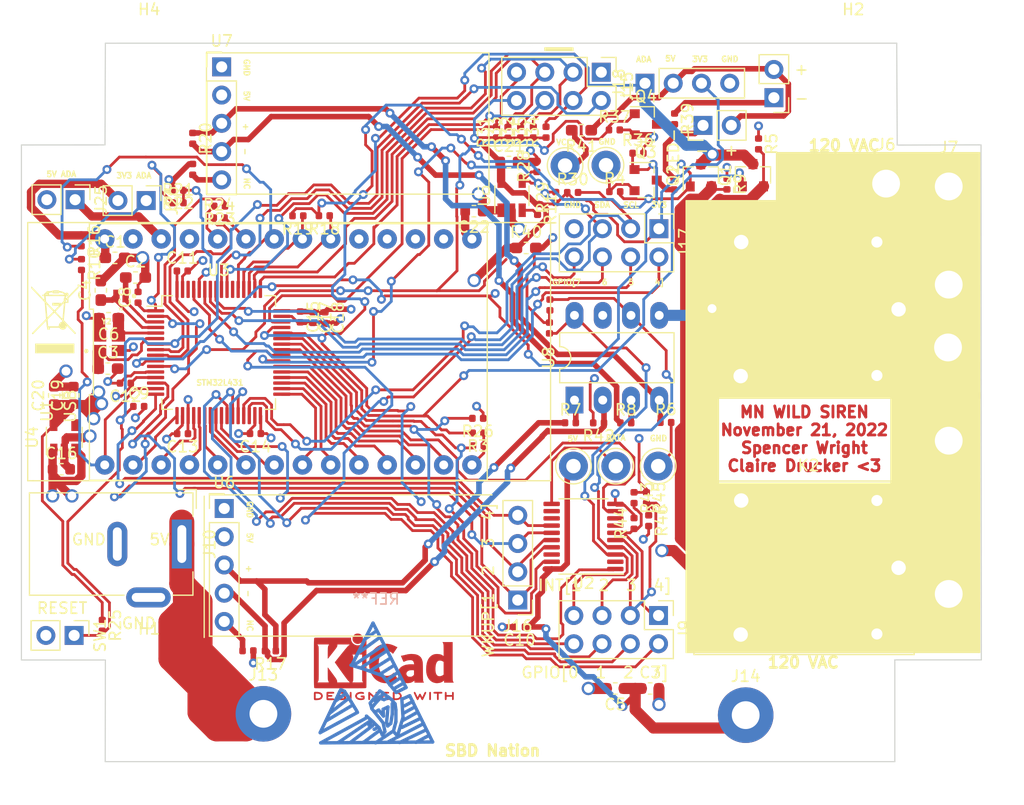
<source format=kicad_pcb>
(kicad_pcb (version 20171130) (host pcbnew "(5.1.6-0-10_14)")
  (layers (0 F.Cu signal) (1 GND power hide) (2 POWER signal hide) (31 B.Cu signal hide) (34 B.Paste user) (35 F.Paste user) (36 B.SilkS user) (37 F.SilkS user) (38 B.Mask user) (39 F.Mask user) (44 Edge.Cuts user))
  (net 0 "")
  (net 1 "Net-(C1-Pad1)")
  (net 2 GND)
  (net 3 /Sheet63795853/OSC32_HI)
  (net 4 /Sheet63795853/OSC48_LO)
  (net 5 /Sheet63795853/OSC32_LO)
  (net 6 5V)
  (net 7 /Sheet63795853/OSC48_HI)
  (net 8 3V3)
  (net 9 /Sheet63795853/NRST)
  (net 10 3V3_ADAFRUIT)
  (net 11 VCC)
  (net 12 "Net-(J2-Pad1)")
  (net 13 "Net-(J5-Pad1)")
  (net 14 "Net-(J6-Pad1)")
  (net 15 "Net-(J8-Pad1)")
  (net 16 "Net-(J10-Pad1)")
  (net 17 /Sheet63795853/NJTRST)
  (net 18 /Sheet63795853/JTDO)
  (net 19 /Sheet63795853/JTDI)
  (net 20 /Sheet63795853/SWCLK)
  (net 21 /Sheet63795853/SWDIO)
  (net 22 WKUP4)
  (net 23 WKUP3)
  (net 24 WKUP2)
  (net 25 WKUP1)
  (net 26 /Sheet63795853/I2C2_SDA)
  (net 27 /Sheet63795853/I2C2_SCL)
  (net 28 /Sheet63795853/TIM1_CH1_SHIFTED)
  (net 29 "Net-(J22-Pad1)")
  (net 30 "Net-(J23-Pad1)")
  (net 31 INT_1)
  (net 32 INT_2)
  (net 33 INT_3)
  (net 34 INT_4)
  (net 35 "Net-(J25-Pad1)")
  (net 36 "Net-(K1-Pad2)")
  (net 37 "Net-(K2-Pad2)")
  (net 38 LIGHT_CTRL)
  (net 39 SPEAKER_CTRL)
  (net 40 /Sheet63795853/LED_OUT_1)
  (net 41 "Net-(Q3-Pad3)")
  (net 42 "Net-(Q4-Pad3)")
  (net 43 /Sheet63795853/LED_OUT_2)
  (net 44 "Net-(R1-Pad1)")
  (net 45 "Net-(R2-Pad1)")
  (net 46 /Sheet637955BC/OUT_2_N)
  (net 47 "Net-(R7-Pad2)")
  (net 48 /Sheet637955BC/OUT_1_P)
  (net 49 /Sheet637955BC/OUT_2_P)
  (net 50 "Net-(R8-Pad2)")
  (net 51 ADAFRUIT_RESET_N)
  (net 52 ADAFRUIT_UART_ENABLE_N)
  (net 53 /Sheet637955BC/OUT_1_N)
  (net 54 ADAFRUIT_VOL_DOWN)
  (net 55 ADAFRUIT_VOL_UP)
  (net 56 /Sheet63795853/BOOT0)
  (net 57 ADAFRUIT_UART_TX)
  (net 58 /Sheet63795853/LPUART1_RX)
  (net 59 /Sheet63795853/LPUART1_TX)
  (net 60 ADAFRUIT_UART_RX)
  (net 61 /Sheet63795853/LVL_DIR)
  (net 62 /Sheet63795853/LVL_EN)
  (net 63 /Sheet63795853/ADAFRUIT_PWR_EN)
  (net 64 ADAFRUIT_TRIG_0)
  (net 65 ADAFRUIT_TRIG_1)
  (net 66 ADAFRUIT_TRIG_2)
  (net 67 ADAFRUIT_TRIG_3)
  (net 68 ADAFRUIT_TRIG_4)
  (net 69 ADAFRUIT_TRIG_5)
  (net 70 ADAFRUIT_TRIG_6)
  (net 71 ADAFRUIT_TRIG_7)
  (net 72 ADAFRUIT_TRIG_8)
  (net 73 ADAFRUIT_TRIG_9)
  (net 74 ADAFRUIT_TRIG_10)
  (net 75 ADAFRUIT_ACT)
  (net 76 /Sheet63795853/TIM1_CH1)
  (net 77 "Net-(R11-Pad2)")
  (net 78 GPIO_3)
  (net 79 GPIO_2)
  (net 80 GPIO_1)
  (net 81 GPIO_0)
  (net 82 GPIO_4)
  (net 83 GPIO_5)
  (net 84 GPIO_6)
  (net 85 GPIO_7)
  (module Symbol:WEEE-Logo_4.2x6mm_SilkScreen (layer F.Cu) (at 124.858 95.798)
    (fp_text reference REF** hide)
    (fp_text value WEEE-Logo_4.2x6mm_SilkScreen hide)
  )
  (module Symbol:KiCad-Logo2_5mm_Copper (layer F.Cu) (at 154.432 127)
    (fp_text reference REF** hide)
    (fp_text value KiCad-Logo2_5mm_Copper hide)
    (fp_poly (pts (xy -2.9464 -2.510946) (xy -2.935535 -2.397007) (xy -2.903918 -2.289384) (xy -2.853015 -2.190385) (xy -2.784293 -2.102316) (xy -2.699219 -2.027484) (xy -2.602232 -1.969616) (xy -2.495964 -1.929995) (xy -2.38895 -1.911427) (xy -2.2833 -1.912566) (xy -2.181125 -1.93207) (xy -2.084534 -1.968594) (xy -1.995638 -2.020795) (xy -1.916546 -2.087327) (xy -1.849369 -2.166848) (xy -1.796217 -2.258013) (xy -1.759199 -2.359477) (xy -1.740427 -2.469898) (xy -1.738489 -2.519794) (xy -1.738489 -2.607733) (xy -1.68656 -2.607733) (xy -1.650253 -2.604889) (xy -1.623355 -2.593089) (xy -1.596249 -2.569351) (xy -1.557867 -2.530969) (xy -1.557867 -0.339398) (xy -1.557876 -0.077261) (xy -1.557908 0.163241) (xy -1.557972 0.383048) (xy -1.558076 0.583101) (xy -1.558227 0.764344) (xy -1.558434 0.927716) (xy -1.558706 1.07416) (xy -1.55905 1.204617) (xy -1.559474 1.320029) (xy -1.559987 1.421338) (xy -1.560597 1.509484) (xy -1.561312 1.58541) (xy -1.56214 1.650057) (xy -1.563089 1.704367) (xy -1.564167 1.74928) (xy -1.565383 1.78574) (xy -1.566745 1.814687) (xy -1.568261 1.837063) (xy -1.569938 1.853809) (xy -1.571786 1.865868) (xy -1.573813 1.87418) (xy -1.576025 1.879687) (xy -1.577108 1.881537) (xy -1.581271 1.888549) (xy -1.584805 1.894996) (xy -1.588635 1.9009) (xy -1.593682 1.906286) (xy -1.600871 1.911178) (xy -1.611123 1.915598) (xy -1.625364 1.919572) (xy -1.644514 1.923121) (xy -1.669499 1.92627) (xy -1.70124 1.929042) (xy -1.740662 1.931461) (xy -1.788686 1.933551) (xy -1.846237 1.935335) (xy -1.914237 1.936837) (xy -1.99361 1.93808) (xy -2.085279 1.939089) (xy -2.190166 1.939885) (xy -2.309196 1.940494) (xy -2.44329 1.940939) (xy -2.593373 1.941243) (xy -2.760367 1.94143) (xy -2.945196 1.941524) (xy -3.148783 1.941548) (xy -3.37205 1.941525) (xy -3.615922 1.94148) (xy -3.881321 1.941437) (xy -3.919704 1.941432) (xy -4.186682 1.941389) (xy -4.432002 1.941318) (xy -4.656583 1.941213) (xy -4.861345 1.941066) (xy -5.047206 1.940869) (xy -5.215088 1.940616) (xy -5.365908 1.9403) (xy -5.500587 1.939913) (xy -5.620044 1.939447) (xy -5.725199 1.938897) (xy -5.816971 1.938253) (xy -5.896279 1.937511) (xy -5.964043 1.936661) (xy -6.021182 1.935697) (xy -6.068617 1.934611) (xy -6.107266 1.933397) (xy -6.138049 1.932047) (xy -6.161885 1.930555) (xy -6.179694 1.928911) (xy -6.192395 1.927111) (xy -6.200908 1.925145) (xy -6.205266 1.923477) (xy -6.213728 1.919906) (xy -6.221497 1.91727) (xy -6.228602 1.914634) (xy -6.235073 1.911062) (xy -6.240939 1.905621) (xy -6.246229 1.897375) (xy -6.250974 1.88539) (xy -6.255202 1.868731) (xy -6.258943 1.846463) (xy -6.262227 1.817652) (xy -6.265083 1.781363) (xy -6.26754 1.736661) (xy -6.269629 1.682611) (xy -6.271378 1.618279) (xy -6.272817 1.54273) (xy -6.273976 1.45503) (xy -6.274883 1.354243) (xy -6.275569 1.239434) (xy -6.276063 1.10967) (xy -6.276395 0.964015) (xy -6.276593 0.801535) (xy -6.276687 0.621295) (xy -6.276708 0.42236) (xy -6.276685 0.203796) (xy -6.276646 -0.035332) (xy -6.276622 -0.29596) (xy -6.276622 -0.338111) (xy -6.276636 -0.601008) (xy -6.276661 -0.842268) (xy -6.276671 -1.062835) (xy -6.276642 -1.263648) (xy -6.276548 -1.445651) (xy -6.276362 -1.609784) (xy -6.276059 -1.756989) (xy -6.275614 -1.888208) (xy -6.275034 -1.998133) (xy -5.972197 -1.998133) (xy -5.932407 -1.940289) (xy -5.921236 -1.924521) (xy -5.911166 -1.910559) (xy -5.902138 -1.897216) (xy -5.894097 -1.883307) (xy -5.886986 -1.867644) (xy -5.880747 -1.849042) (xy -5.875325 -1.826314) (xy -5.870662 -1.798273) (xy -5.866701 -1.763733) (xy -5.863385 -1.721508) (xy -5.860659 -1.670411) (xy -5.858464 -1.609256) (xy -5.856745 -1.536856) (xy -5.855444 -1.452025) (xy -5.854505 -1.353578) (xy -5.85387 -1.240326) (xy -5.853484 -1.111084) (xy -5.853288 -0.964666) (xy -5.853227 -0.799884) (xy -5.853243 -0.615553) (xy -5.85328 -0.410487) (xy -5.853289 -0.287867) (xy -5.853265 -0.070918) (xy -5.853231 0.124642) (xy -5.853243 0.299999) (xy -5.853358 0.456341) (xy -5.85363 0.594857) (xy -5.854118 0.716734) (xy -5.854876 0.82316) (xy -5.855962 0.915322) (xy -5.857431 0.994409) (xy -5.85934 1.061608) (xy -5.861744 1.118107) (xy -5.864701 1.165093) (xy -5.868266 1.203755) (xy -5.872495 1.23528) (xy -5.877446 1.260855) (xy -5.883173 1.28167) (xy -5.889733 1.298911) (xy -5.897183 1.313765) (xy -5.905579 1.327422) (xy -5.914976 1.341069) (xy -5.925432 1.355893) (xy -5.931523 1.364783) (xy -5.970296 1.4224) (xy -5.438732 1.4224) (xy -5.315483 1.422365) (xy -5.212987 1.422215) (xy -5.12942 1.421878) (xy -5.062956 1.421286) (xy -5.011771 1.420367) (xy -4.974041 1.419051) (xy -4.94794 1.417269) (xy -4.931644 1.414951) (xy -4.923328 1.412026) (xy -4.921168 1.408424) (xy -4.923339 1.404075) (xy -4.924535 1.402645) (xy -4.949685 1.365573) (xy -4.975583 1.312772) (xy -4.999192 1.25077) (xy -5.007461 1.224357) (xy -5.012078 1.206416) (xy -5.015979 1.185355) (xy -5.019248 1.159089) (xy -5.021966 1.125532) (xy -5.024215 1.082599) (xy -5.026077 1.028204) (xy -5.027636 0.960262) (xy -5.028972 0.876688) (xy -5.030169 0.775395) (xy -5.031308 0.6543) (xy -5.031685 0.6096) (xy -5.032702 0.484449) (xy -5.03346 0.380082) (xy -5.033903 0.294707) (xy -5.03397 0.226533) (xy -5.033605 0.173765) (xy -5.032748 0.134614) (xy -5.031341 0.107285) (xy -5.029325 0.089986) (xy -5.026643 0.080926) (xy -5.023236 0.078312) (xy -5.019044 0.080351) (xy -5.014571 0.084667) (xy -5.004216 0.097602) (xy -4.982158 0.126676) (xy -4.949957 0.169759) (xy -4.909174 0.224718) (xy -4.86137 0.289423) (xy -4.808105 0.361742) (xy -4.75094 0.439544) (xy -4.691437 0.520698) (xy -4.631155 0.603072) (xy -4.571655 0.684536) (xy -4.514498 0.762957) (xy -4.461245 0.836204) (xy -4.413457 0.902147) (xy -4.372693 0.958654) (xy -4.340516 1.003593) (xy -4.318485 1.034834) (xy -4.313917 1.041466) (xy -4.290996 1.078369) (xy -4.264188 1.126359) (xy -4.238789 1.175897) (xy -4.235568 1.182577) (xy -4.21389 1.230772) (xy -4.201304 1.268334) (xy -4.195574 1.30416) (xy -4.194456 1.3462) (xy -4.19509 1.4224) (xy -3.040651 1.4224) (xy -3.131815 1.328669) (xy -3.178612 1.278775) (xy -3.228899 1.222295) (xy -3.274944 1.168026) (xy -3.295369 1.142673) (xy -3.325807 1.103128) (xy -3.365862 1.049916) (xy -3.414361 0.984667) (xy -3.470135 0.909011) (xy -3.532011 0.824577) (xy -3.598819 0.732994) (xy -3.669387 0.635892) (xy -3.742545 0.534901) (xy -3.817121 0.43165) (xy -3.891944 0.327768) (xy -3.965843 0.224885) (xy -4.037646 0.124631) (xy -4.106184 0.028636) (xy -4.170284 -0.061473) (xy -4.228775 -0.144064) (xy -4.280486 -0.217508) (xy -4.324247 -0.280176) (xy -4.358885 -0.330439) (xy -4.38323 -0.366666) (xy -4.396111 -0.387229) (xy -4.397869 -0.391332) (xy -4.38991 -0.402658) (xy -4.369115 -0.429838) (xy -4.336847 -0.471171) (xy -4.29447 -0.524956) (xy -4.243347 -0.589494) (xy -4.184841 -0.663082) (xy -4.120314 -0.744022) (xy -4.051131 -0.830612) (xy -3.978653 -0.921152) (xy -3.904246 -1.01394) (xy -3.844517 -1.088298) (xy -2.833511 -1.088298) (xy -2.827602 -1.075341) (xy -2.813272 -1.053092) (xy -2.812225 -1.051609) (xy -2.793438 -1.021456) (xy -2.773791 -0.984625) (xy -2.769892 -0.976489) (xy -2.766356 -0.96806) (xy -2.76323 -0.957941) (xy -2.760486 -0.94474) (xy -2.758092 -0.927062) (xy -2.756019 -0.903516) (xy -2.754235 -0.872707) (xy -2.752712 -0.833243) (xy -2.751419 -0.783731) (xy -2.750326 -0.722777) (xy -2.749403 -0.648989) (xy -2.748619 -0.560972) (xy -2.747945 -0.457335) (xy -2.74735 -0.336684) (xy -2.746805 -0.197626) (xy -2.746279 -0.038768) (xy -2.745745 0.140089) (xy -2.745206 0.325207) (xy -2.744772 0.489145) (xy -2.744509 0.633303) (xy -2.744484 0.759079) (xy -2.744765 0.867871) (xy -2.745419 0.961077) (xy -2.746514 1.040097) (xy -2.748118 1.106328) (xy -2.750297 1.16117) (xy -2.753119 1.206021) (xy -2.756651 1.242278) (xy -2.760961 1.271341) (xy -2.766117 1.294609) (xy -2.772185 1.313479) (xy -2.779233 1.329351) (xy -2.787329 1.343622) (xy -2.79654 1.357691) (xy -2.80504 1.370158) (xy -2.822176 1.396452) (xy -2.832322 1.414037) (xy -2.833511 1.417257) (xy -2.822604 1.418334) (xy -2.791411 1.419335) (xy -2.742223 1.420235) (xy -2.677333 1.42101) (xy -2.59903 1.421637) (xy -2.509607 1.422091) (xy -2.411356 1.422349) (xy -2.342445 1.4224) (xy -2.237452 1.42218) (xy -2.14061 1.421548) (xy -2.054107 1.420549) (xy -1.980132 1.419227) (xy -1.920874 1.417626) (xy -1.87852 1.415791) (xy -1.85526 1.413765) (xy -1.851378 1.412493) (xy -1.859076 1.397591) (xy -1.867074 1.38956) (xy -1.880246 1.372434) (xy -1.897485 1.342183) (xy -1.909407 1.317622) (xy -1.936045 1.258711) (xy -1.93912 0.081845) (xy -1.942195 -1.095022) (xy -2.387853 -1.095022) (xy -2.48567 -1.094858) (xy -2.576064 -1.094389) (xy -2.65663 -1.093653) (xy -2.724962 -1.092684) (xy -2.778656 -1.09152) (xy -2.815305 -1.090197) (xy -2.832504 -1.088751) (xy -2.833511 -1.088298) (xy -3.844517 -1.088298) (xy -3.82927 -1.107278) (xy -3.75509 -1.199463) (xy -3.683069 -1.288796) (xy -3.614569 -1.373576) (xy -3.550955 -1.452102) (xy -3.493588 -1.522674) (xy -3.443833 -1.583591) (xy -3.403052 -1.633153) (xy -3.385888 -1.653822) (xy -3.299596 -1.754484) (xy -3.222997 -1.837741) (xy -3.154183 -1.905562) (xy -3.091248 -1.959911) (xy -3.081867 -1.967278) (xy -3.042356 -1.997883) (xy -4.174116 -1.998133) (xy -4.168827 -1.950156) (xy -4.17213 -1.892812) (xy -4.193661 -1.824537) (xy -4.233635 -1.744788) (xy -4.278943 -1.672505) (xy -4.295161 -1.64986) (xy -4.323214 -1.612304) (xy -4.36143 -1.561979) (xy -4.408137 -1.501027) (xy -4.461661 -1.431589) (xy -4.520331 -1.355806) (xy -4.582475 -1.27582) (xy -4.646421 -1.193772) (xy -4.710495 -1.111804) (xy -4.773027 -1.032057) (xy -4.832343 -0.956673) (xy -4.886771 -0.887793) (xy -4.934639 -0.827558) (xy -4.974275 -0.778111) (xy -5.004006 -0.741592) (xy -5.022161 -0.720142) (xy -5.02522 -0.716844) (xy -5.028079 -0.724851) (xy -5.030293 -0.755145) (xy -5.031857 -0.807444) (xy -5.032767 -0.881469) (xy -5.03302 -0.976937) (xy -5.032613 -1.093566) (xy -5.031704 -1.213555) (xy -5.030382 -1.345667) (xy -5.028857 -1.457406) (xy -5.026881 -1.550975) (xy -5.024206 -1.628581) (xy -5.020582 -1.692426) (xy -5.015761 -1.744717) (xy -5.009494 -1.787656) (xy -5.001532 -1.823449) (xy -4.991627 -1.8543) (xy -4.979531 -1.882414) (xy -4.964993 -1.909995) (xy -4.950311 -1.935034) (xy -4.912314 -1.998133) (xy -5.972197 -1.998133) (xy -6.275034 -1.998133) (xy -6.275001 -2.004383) (xy -6.274195 -2.106456) (xy -6.27317 -2.195367) (xy -6.2719 -2.272059) (xy -6.27036 -2.337473) (xy -6.268524 -2.392551) (xy -6.266367 -2.438235) (xy -6.263863 -2.475466) (xy -6.260987 -2.505187) (xy -6.257713 -2.528338) (xy -6.254015 -2.545861) (xy -6.249869 -2.558699) (xy -6.245247 -2.567792) (xy -6.240126 -2.574082) (xy -6.234478 -2.578512) (xy -6.228279 -2.582022) (xy -6.221504 -2.585555) (xy -6.215508 -2.589124) (xy -6.210275 -2.5917) (xy -6.202099 -2.594028) (xy -6.189886 -2.596122) (xy -6.172541 -2.597993) (xy -6.148969 -2.599653) (xy -6.118077 -2.601116) (xy -6.078768 -2.602392) (xy -6.02995 -2.603496) (xy -5.970527 -2.604439) (xy -5.899404 -2.605233) (xy -5.815488 -2.605891) (xy -5.717683 -2.606425) (xy -5.604894 -2.606847) (xy -5.476029 -2.607171) (xy -5.329991 -2.607408) (xy -5.165686 -2.60757) (xy -4.98202 -2.60767) (xy -4.777897 -2.60772) (xy -4.566753 -2.607733) (xy -2.9464 -2.607733) (xy -2.9464 -2.510946)) (layer F.Cu) (width 0.01))
    (fp_poly (pts (xy 0.328429 -2.050929) (xy 0.48857 -2.029755) (xy 0.65251 -1.989615) (xy 0.822313 -1.930111) (xy 1.000043 -1.850846) (xy 1.01131 -1.845301) (xy 1.069005 -1.817275) (xy 1.120552 -1.793198) (xy 1.162191 -1.774751) (xy 1.190162 -1.763614) (xy 1.199733 -1.761067) (xy 1.21895 -1.756059) (xy 1.223561 -1.751853) (xy 1.218458 -1.74142) (xy 1.202418 -1.715132) (xy 1.177288 -1.675743) (xy 1.144914 -1.626009) (xy 1.107143 -1.568685) (xy 1.065822 -1.506524) (xy 1.022798 -1.442282) (xy 0.979917 -1.378715) (xy 0.939026 -1.318575) (xy 0.901971 -1.26462) (xy 0.8706 -1.219603) (xy 0.846759 -1.186279) (xy 0.832294 -1.167403) (xy 0.830309 -1.165213) (xy 0.820191 -1.169862) (xy 0.79785 -1.187038) (xy 0.76728 -1.21356) (xy 0.751536 -1.228036) (xy 0.655047 -1.303318) (xy 0.548336 -1.358759) (xy 0.432832 -1.393859) (xy 0.309962 -1.40812) (xy 0.240561 -1.406949) (xy 0.119423 -1.389788) (xy 0.010205 -1.353906) (xy -0.087418 -1.299041) (xy -0.173772 -1.22493) (xy -0.249185 -1.131312) (xy -0.313982 -1.017924) (xy -0.351399 -0.931333) (xy -0.395252 -0.795634) (xy -0.427572 -0.64815) (xy -0.448443 -0.492686) (xy -0.457949 -0.333044) (xy -0.456173 -0.173027) (xy -0.443197 -0.016439) (xy -0.419106 0.132918) (xy -0.383982 0.27124) (xy -0.337908 0.394724) (xy -0.321627 0.428978) (xy -0.25338 0.543064) (xy -0.172921 0.639557) (xy -0.08143 0.71767) (xy 0.019911 0.776617) (xy 0.12992 0.815612) (xy 0.247415 0.833868) (xy 0.288883 0.835211) (xy 0.410441 0.82429) (xy 0.530878 0.791474) (xy 0.648666 0.737439) (xy 0.762277 0.662865) (xy 0.853685 0.584539) (xy 0.900215 0.540008) (xy 1.081483 0.837271) (xy 1.12658 0.911433) (xy 1.167819 0.979646) (xy 1.203735 1.039459) (xy 1.232866 1.08842) (xy 1.25375 1.124079) (xy 1.264924 1.143984) (xy 1.266375 1.147079) (xy 1.258146 1.156718) (xy 1.232567 1.173999) (xy 1.192873 1.197283) (xy 1.142297 1.224934) (xy 1.084074 1.255315) (xy 1.021437 1.28679) (xy 0.957621 1.317722) (xy 0.89586 1.346473) (xy 0.839388 1.371408) (xy 0.791438 1.390889) (xy 0.767986 1.399318) (xy 0.634221 1.437133) (xy 0.496327 1.462136) (xy 0.348622 1.47514) (xy 0.221833 1.477468) (xy 0.153878 1.476373) (xy 0.088277 1.474275) (xy 0.030847 1.471434) (xy -0.012597 1.468106) (xy -0.026702 1.466422) (xy -0.165716 1.437587) (xy -0.307243 1.392468) (xy -0.444725 1.33375) (xy -0.571606 1.26412) (xy -0.649111 1.211441) (xy -0.776519 1.103239) (xy -0.894822 0.976671) (xy -1.001828 0.834866) (xy -1.095348 0.680951) (xy -1.17319 0.518053) (xy -1.217044 0.400756) (xy -1.267292 0.217128) (xy -1.300791 0.022581) (xy -1.317551 -0.178675) (xy -1.317584 -0.382432) (xy -1.300899 -0.584479) (xy -1.267507 -0.780608) (xy -1.21742 -0.966609) (xy -1.213603 -0.978197) (xy -1.150719 -1.14025) (xy -1.073972 -1.288168) (xy -0.980758 -1.426135) (xy -0.868473 -1.558339) (xy -0.824608 -1.603601) (xy -0.688466 -1.727543) (xy -0.548509 -1.830085) (xy -0.402589 -1.912344) (xy -0.248558 -1.975436) (xy -0.084268 -2.020477) (xy 0.011289 -2.037967) (xy 0.170023 -2.053534) (xy 0.328429 -2.050929)) (layer F.Cu) (width 0.01))
    (fp_poly (pts (xy 2.673574 -1.133448) (xy 2.825492 -1.113433) (xy 2.960756 -1.079798) (xy 3.080239 -1.032275) (xy 3.184815 -0.970595) (xy 3.262424 -0.907035) (xy 3.331265 -0.832901) (xy 3.385006 -0.753129) (xy 3.42791 -0.660909) (xy 3.443384 -0.617839) (xy 3.456244 -0.578858) (xy 3.467446 -0.542711) (xy 3.47712 -0.507566) (xy 3.485396 -0.47159) (xy 3.492403 -0.43295) (xy 3.498272 -0.389815) (xy 3.503131 -0.340351) (xy 3.50711 -0.282727) (xy 3.51034 -0.215109) (xy 3.512949 -0.135666) (xy 3.515067 -0.042564) (xy 3.516824 0.066027) (xy 3.518349 0.191942) (xy 3.519772 0.337012) (xy 3.521025 0.479778) (xy 3.522351 0.635968) (xy 3.523556 0.771239) (xy 3.524766 0.887246) (xy 3.526106 0.985645) (xy 3.5277 1.068093) (xy 3.529675 1.136246) (xy 3.532156 1.19176) (xy 3.535269 1.236292) (xy 3.539138 1.271498) (xy 3.543889 1.299034) (xy 3.549648 1.320556) (xy 3.556539 1.337722) (xy 3.564689 1.352186) (xy 3.574223 1.365606) (xy 3.585266 1.379638) (xy 3.589566 1.385071) (xy 3.605386 1.40791) (xy 3.612422 1.423463) (xy 3.612444 1.423922) (xy 3.601567 1.426121) (xy 3.570582 1.428147) (xy 3.521957 1.429942) (xy 3.458163 1.431451) (xy 3.381669 1.432616) (xy 3.294944 1.43338) (xy 3.200457 1.433686) (xy 3.18955 1.433689) (xy 2.766657 1.433689) (xy 2.763395 1.337622) (xy 2.760133 1.241556) (xy 2.698044 1.292543) (xy 2.600714 1.360057) (xy 2.490813 1.414749) (xy 2.404349 1.444978) (xy 2.335278 1.459666) (xy 2.251925 1.469659) (xy 2.162159 1.474646) (xy 2.073845 1.474313) (xy 1.994851 1.468351) (xy 1.958622 1.462638) (xy 1.818603 1.424776) (xy 1.692178 1.369932) (xy 1.58026 1.298924) (xy 1.483762 1.212568) (xy 1.4036 1.111679) (xy 1.340687 0.997076) (xy 1.296312 0.870984) (xy 1.283978 0.814401) (xy 1.276368 0.752202) (xy 1.272739 0.677363) (xy 1.272245 0.643467) (xy 1.27231 0.640282) (xy 2.032248 0.640282) (xy 2.041541 0.715333) (xy 2.069728 0.77916) (xy 2.118197 0.834798) (xy 2.123254 0.839211) (xy 2.171548 0.874037) (xy 2.223257 0.89662) (xy 2.283989 0.90854) (xy 2.359352 0.911383) (xy 2.377459 0.910978) (xy 2.431278 0.908325) (xy 2.471308 0.902909) (xy 2.506324 0.892745) (xy 2.545103 0.87585) (xy 2.555745 0.870672) (xy 2.616396 0.834844) (xy 2.663215 0.792212) (xy 2.675952 0.776973) (xy 2.720622 0.720462) (xy 2.720622 0.524586) (xy 2.720086 0.445939) (xy 2.718396 0.387988) (xy 2.715428 0.348875) (xy 2.711057 0.326741) (xy 2.706972 0.320274) (xy 2.691047 0.317111) (xy 2.657264 0.314488) (xy 2.61034 0.312655) (xy 2.554993 0.311857) (xy 2.546106 0.311842) (xy 2.42533 0.317096) (xy 2.32266 0.333263) (xy 2.236106 0.360961) (xy 2.163681 0.400808) (xy 2.108751 0.447758) (xy 2.064204 0.505645) (xy 2.03948 0.568693) (xy 2.032248 0.640282) (xy 1.27231 0.640282) (xy 1.274178 0.549712) (xy 1.282522 0.470812) (xy 1.298768 0.39959) (xy 1.324405 0.328864) (xy 1.348401 0.276493) (xy 1.40702 0.181196) (xy 1.485117 0.09317) (xy 1.580315 0.014017) (xy 1.690238 -0.05466) (xy 1.81251 -0.111259) (xy 1.944755 -0.154179) (xy 2.009422 -0.169118) (xy 2.145604 -0.191223) (xy 2.294049 -0.205806) (xy 2.445505 -0.212187) (xy 2.572064 -0.210555) (xy 2.73395 -0.203776) (xy 2.72653 -0.262755) (xy 2.707238 -0.361908) (xy 2.676104 -0.442628) (xy 2.632269 -0.505534) (xy 2.574871 -0.551244) (xy 2.503048 -0.580378) (xy 2.415941 -0.593553) (xy 2.312686 -0.591389) (xy 2.274711 -0.587388) (xy 2.13352 -0.56222) (xy 1.996707 -0.521186) (xy 1.902178 -0.483185) (xy 1.857018 -0.46381) (xy 1.818585 -0.44824) (xy 1.792234 -0.438595) (xy 1.784546 -0.436548) (xy 1.774802 -0.445626) (xy 1.758083 -0.474595) (xy 1.734232 -0.523783) (xy 1.703093 -0.593516) (xy 1.664507 -0.684121) (xy 1.65791 -0.699911) (xy 1.627853 -0.772228) (xy 1.600874 -0.837575) (xy 1.578136 -0.893094) (xy 1.560806 -0.935928) (xy 1.550048 -0.963219) (xy 1.546941 -0.972058) (xy 1.55694 -0.976813) (xy 1.583217 -0.98209) (xy 1.611489 -0.985769) (xy 1.641646 -0.990526) (xy 1.689433 -0.999972) (xy 1.750612 -1.01318) (xy 1.820946 -1.029224) (xy 1.896194 -1.04718) (xy 1.924755 -1.054203) (xy 2.029816 -1.079791) (xy 2.11748 -1.099853) (xy 2.192068 -1.115031) (xy 2.257903 -1.125965) (xy 2.319307 -1.133296) (xy 2.380602 -1.137665) (xy 2.44611 -1.139713) (xy 2.504128 -1.140111) (xy 2.673574 -1.133448)) (layer F.Cu) (width 0.01))
    (fp_poly (pts (xy 6.186507 -0.527755) (xy 6.186526 -0.293338) (xy 6.186552 -0.080397) (xy 6.186625 0.112168) (xy 6.186782 0.285459) (xy 6.187064 0.440576) (xy 6.187509 0.57862) (xy 6.188156 0.700692) (xy 6.189045 0.807894) (xy 6.190213 0.901326) (xy 6.191701 0.98209) (xy 6.193546 1.051286) (xy 6.195789 1.110015) (xy 6.198469 1.159379) (xy 6.201623 1.200478) (xy 6.205292 1.234413) (xy 6.209513 1.262286) (xy 6.214327 1.285198) (xy 6.219773 1.304249) (xy 6.225888 1.32054) (xy 6.232712 1.335173) (xy 6.240285 1.349249) (xy 6.248645 1.363868) (xy 6.253839 1.372974) (xy 6.288104 1.433689) (xy 5.429955 1.433689) (xy 5.429955 1.337733) (xy 5.429224 1.29437) (xy 5.427272 1.261205) (xy 5.424463 1.243424) (xy 5.423221 1.241778) (xy 5.411799 1.248662) (xy 5.389084 1.266505) (xy 5.366385 1.285879) (xy 5.3118 1.326614) (xy 5.242321 1.367617) (xy 5.16527 1.405123) (xy 5.087965 1.435364) (xy 5.057113 1.445012) (xy 4.988616 1.459578) (xy 4.905764 1.469539) (xy 4.816371 1.474583) (xy 4.728248 1.474396) (xy 4.649207 1.468666) (xy 4.611511 1.462858) (xy 4.473414 1.424797) (xy 4.346113 1.367073) (xy 4.230292 1.290211) (xy 4.126637 1.194739) (xy 4.035833 1.081179) (xy 3.969031 0.970381) (xy 3.914164 0.853625) (xy 3.872163 0.734276) (xy 3.842167 0.608283) (xy 3.823311 0.471594) (xy 3.814732 0.320158) (xy 3.814006 0.242711) (xy 3.8161 0.185934) (xy 4.645217 0.185934) (xy 4.645424 0.279002) (xy 4.648337 0.366692) (xy 4.654 0.443772) (xy 4.662455 0.505009) (xy 4.665038 0.51735) (xy 4.69684 0.624633) (xy 4.738498 0.711658) (xy 4.790363 0.778642) (xy 4.852781 0.825805) (xy 4.9261 0.853365) (xy 5.010669 0.861541) (xy 5.106835 0.850551) (xy 5.170311 0.834829) (xy 5.219454 0.816639) (xy 5.273583 0.790791) (xy 5.314244 0.767089) (xy 5.3848 0.720721) (xy 5.3848 -0.42947) (xy 5.317392 -0.473038) (xy 5.238867 -0.51396) (xy 5.154681 -0.540611) (xy 5.069557 -0.552535) (xy 4.988216 -0.549278) (xy 4.91538 -0.530385) (xy 4.883426 -0.514816) (xy 4.825501 -0.471819) (xy 4.776544 -0.415047) (xy 4.73539 -0.342425) (xy 4.700874 -0.251879) (xy 4.671833 -0.141334) (xy 4.670552 -0.135467) (xy 4.660381 -0.073212) (xy 4.652739 0.004594) (xy 4.64767 0.09272) (xy 4.645217 0.185934) (xy 3.8161 0.185934) (xy 3.821857 0.029895) (xy 3.843802 -0.165941) (xy 3.879786 -0.344668) (xy 3.929759 -0.506155) (xy 3.993668 -0.650274) (xy 4.071462 -0.776894) (xy 4.163089 -0.885885) (xy 4.268497 -0.977117) (xy 4.313662 -1.008068) (xy 4.414611 -1.064215) (xy 4.517901 -1.103826) (xy 4.627989 -1.127986) (xy 4.74933 -1.137781) (xy 4.841836 -1.136735) (xy 4.97149 -1.125769) (xy 5.084084 -1.103954) (xy 5.182875 -1.070286) (xy 5.271121 -1.023764) (xy 5.319986 -0.989552) (xy 5.349353 -0.967638) (xy 5.371043 -0.952667) (xy 5.379253 -0.948267) (xy 5.380868 -0.959096) (xy 5.382159 -0.989749) (xy 5.383138 -1.037474) (xy 5.383817 -1.099521) (xy 5.38421 -1.173138) (xy 5.38433 -1.255573) (xy 5.384188 -1.344075) (xy 5.383797 -1.435893) (xy 5.383171 -1.528276) (xy 5.38232 -1.618472) (xy 5.38126 -1.703729) (xy 5.380001 -1.781297) (xy 5.378556 -1.848424) (xy 5.376938 -1.902359) (xy 5.375161 -1.94035) (xy 5.374669 -1.947333) (xy 5.367092 -2.017749) (xy 5.355531 -2.072898) (xy 5.337792 -2.120019) (xy 5.311682 -2.166353) (xy 5.305415 -2.175933) (xy 5.280983 -2.212622) (xy 6.186311 -2.212622) (xy 6.186507 -0.527755)) (layer F.Cu) (width 0.01))
    (fp_poly (pts (xy -2.273043 -2.973429) (xy -2.176768 -2.949191) (xy -2.090184 -2.906359) (xy -2.015373 -2.846581) (xy -1.954418 -2.771506) (xy -1.909399 -2.68278) (xy -1.883136 -2.58647) (xy -1.877286 -2.489205) (xy -1.89214 -2.395346) (xy -1.92584 -2.307489) (xy -1.976528 -2.22823) (xy -2.042345 -2.160164) (xy -2.121434 -2.105888) (xy -2.211934 -2.067998) (xy -2.2632 -2.055574) (xy -2.307698 -2.048053) (xy -2.341999 -2.045081) (xy -2.37496 -2.046906) (xy -2.415434 -2.053775) (xy -2.448531 -2.06075) (xy -2.541947 -2.092259) (xy -2.625619 -2.143383) (xy -2.697665 -2.212571) (xy -2.7562 -2.298272) (xy -2.770148 -2.325511) (xy -2.786586 -2.361878) (xy -2.796894 -2.392418) (xy -2.80246 -2.42455) (xy -2.804669 -2.465693) (xy -2.804948 -2.511778) (xy -2.800861 -2.596135) (xy -2.787446 -2.665414) (xy -2.762256 -2.726039) (xy -2.722846 -2.784433) (xy -2.684298 -2.828698) (xy -2.612406 -2.894516) (xy -2.537313 -2.939947) (xy -2.454562 -2.96715) (xy -2.376928 -2.977424) (xy -2.273043 -2.973429)) (layer F.Cu) (width 0.01))
    (fp_poly (pts (xy -6.121371 2.269066) (xy -6.081889 2.269467) (xy -5.9662 2.272259) (xy -5.869311 2.28055) (xy -5.787919 2.295232) (xy -5.718723 2.317193) (xy -5.65842 2.347322) (xy -5.603708 2.38651) (xy -5.584167 2.403532) (xy -5.55175 2.443363) (xy -5.52252 2.497413) (xy -5.499991 2.557323) (xy -5.487679 2.614739) (xy -5.4864 2.635956) (xy -5.494417 2.694769) (xy -5.515899 2.759013) (xy -5.546999 2.819821) (xy -5.583866 2.86833) (xy -5.589854 2.874182) (xy -5.640579 2.915321) (xy -5.696125 2.947435) (xy -5.759696 2.971365) (xy -5.834494 2.987953) (xy -5.923722 2.998041) (xy -6.030582 3.002469) (xy -6.079528 3.002845) (xy -6.141762 3.002545) (xy -6.185528 3.001292) (xy -6.214931 2.998554) (xy -6.234079 2.993801) (xy -6.247077 2.986501) (xy -6.254045 2.980267) (xy -6.260626 2.972694) (xy -6.265788 2.962924) (xy -6.269703 2.94834) (xy -6.272543 2.926326) (xy -6.27448 2.894264) (xy -6.275684 2.849536) (xy -6.276328 2.789526) (xy -6.276583 2.711617) (xy -6.276622 2.635956) (xy -6.27687 2.535041) (xy -6.276817 2.454427) (xy -6.275857 2.415822) (xy -6.129867 2.415822) (xy -6.129867 2.856089) (xy -6.036734 2.856004) (xy -5.980693 2.854396) (xy -5.921999 2.850256) (xy -5.873028 2.844464) (xy -5.871538 2.844226) (xy -5.792392 2.82509) (xy -5.731002 2.795287) (xy -5.684305 2.752878) (xy -5.654635 2.706961) (xy -5.636353 2.656026) (xy -5.637771 2.6082) (xy -5.658988 2.556933) (xy -5.700489 2.503899) (xy -5.757998 2.4646) (xy -5.83275 2.438331) (xy -5.882708 2.429035) (xy -5.939416 2.422507) (xy -5.999519 2.417782) (xy -6.050639 2.415817) (xy -6.053667 2.415808) (xy -6.129867 2.415822) (xy -6.275857 2.415822) (xy -6.27526 2.391851) (xy -6.270998 2.345055) (xy -6.26283 2.311778) (xy -6.249556 2.289759) (xy -6.229974 2.276739) (xy -6.202883 2.270457) (xy -6.167082 2.268653) (xy -6.121371 2.269066)) (layer F.Cu) (width 0.01))
    (fp_poly (pts (xy -4.712794 2.269146) (xy -4.643386 2.269518) (xy -4.590997 2.270385) (xy -4.552847 2.271946) (xy -4.526159 2.274403) (xy -4.508153 2.277957) (xy -4.496049 2.28281) (xy -4.487069 2.289161) (xy -4.483818 2.292084) (xy -4.464043 2.323142) (xy -4.460482 2.358828) (xy -4.473491 2.39051) (xy -4.479506 2.396913) (xy -4.489235 2.403121) (xy -4.504901 2.40791) (xy -4.529408 2.411514) (xy -4.565661 2.414164) (xy -4.616565 2.416095) (xy -4.685026 2.417539) (xy -4.747617 2.418418) (xy -4.995334 2.421467) (xy -4.998719 2.486378) (xy -5.002105 2.551289) (xy -4.833958 2.551289) (xy -4.760959 2.551919) (xy -4.707517 2.554553) (xy -4.670628 2.560309) (xy -4.647288 2.570304) (xy -4.634494 2.585656) (xy -4.629242 2.607482) (xy -4.628445 2.627738) (xy -4.630923 2.652592) (xy -4.640277 2.670906) (xy -4.659383 2.683637) (xy -4.691118 2.691741) (xy -4.738359 2.696176) (xy -4.803983 2.697899) (xy -4.839801 2.698045) (xy -5.000978 2.698045) (xy -5.000978 2.856089) (xy -4.752622 2.856089) (xy -4.671213 2.856202) (xy -4.609342 2.856712) (xy -4.563968 2.85787) (xy -4.532054 2.85993) (xy -4.510559 2.863146) (xy -4.496443 2.867772) (xy -4.486668 2.874059) (xy -4.481689 2.878667) (xy -4.46461 2.90556) (xy -4.459111 2.929467) (xy -4.466963 2.958667) (xy -4.481689 2.980267) (xy -4.489546 2.987066) (xy -4.499688 2.992346) (xy -4.514844 2.996298) (xy -4.537741 2.999113) (xy -4.571109 3.000982) (xy -4.617675 3.002098) (xy -4.680167 3.002651) (xy -4.761314 3.002833) (xy -4.803422 3.002845) (xy -4.893598 3.002765) (xy -4.963924 3.002398) (xy -5.017129 3.001552) (xy -5.05594 3.000036) (xy -5.083087 2.997659) (xy -5.101298 2.994229) (xy -5.1133 2.989554) (xy -5.121822 2.983444) (xy -5.125156 2.980267) (xy -5.131755 2.97267) (xy -5.136927 2.96287) (xy -5.140846 2.948239) (xy -5.143684 2.926152) (xy -5.145615 2.893982) (xy -5.146812 2.849103) (xy -5.147448 2.788889) (xy -5.147697 2.710713) (xy -5.147734 2.637923) (xy -5.1477 2.544707) (xy -5.147465 2.471431) (xy -5.14683 2.415458) (xy -5.145594 2.374151) (xy -5.143556 2.344872) (xy -5.140517 2.324984) (xy -5.136277 2.31185) (xy -5.130635 2.302832) (xy -5.123391 2.295293) (xy -5.121606 2.293612) (xy -5.112945 2.286172) (xy -5.102882 2.280409) (xy -5.088625 2.276112) (xy -5.067383 2.273064) (xy -5.036364 2.271051) (xy -4.992777 2.26986) (xy -4.933831 2.269275) (xy -4.856734 2.269083) (xy -4.802001 2.269067) (xy -4.712794 2.269146)) (layer F.Cu) (width 0.01))
    (fp_poly (pts (xy -3.691703 2.270351) (xy -3.616888 2.275581) (xy -3.547306 2.28375) (xy -3.487002 2.29455) (xy -3.44002 2.307673) (xy -3.410406 2.322813) (xy -3.40586 2.327269) (xy -3.390054 2.36185) (xy -3.394847 2.397351) (xy -3.419364 2.427725) (xy -3.420534 2.428596) (xy -3.434954 2.437954) (xy -3.450008 2.442876) (xy -3.471005 2.443473) (xy -3.503257 2.439861) (xy -3.552073 2.432154) (xy -3.556 2.431505) (xy -3.628739 2.422569) (xy -3.707217 2.418161) (xy -3.785927 2.418119) (xy -3.859361 2.422279) (xy -3.922011 2.430479) (xy -3.96837 2.442557) (xy -3.971416 2.443771) (xy -4.005048 2.462615) (xy -4.016864 2.481685) (xy -4.007614 2.500439) (xy -3.978047 2.518337) (xy -3.928911 2.534837) (xy -3.860957 2.549396) (xy -3.815645 2.556406) (xy -3.721456 2.569889) (xy -3.646544 2.582214) (xy -3.587717 2.594449) (xy -3.541785 2.607661) (xy -3.505555 2.622917) (xy -3.475838 2.641285) (xy -3.449442 2.663831) (xy -3.42823 2.685971) (xy -3.403065 2.716819) (xy -3.390681 2.743345) (xy -3.386808 2.776026) (xy -3.386667 2.787995) (xy -3.389576 2.827712) (xy -3.401202 2.857259) (xy -3.421323 2.883486) (xy -3.462216 2.923576) (xy -3.507817 2.954149) (xy -3.561513 2.976203) (xy -3.626692 2.990735) (xy -3.706744 2.998741) (xy -3.805057 3.001218) (xy -3.821289 3.001177) (xy -3.886849 2.999818) (xy -3.951866 2.99673) (xy -4.009252 2.992356) (xy -4.051922 2.98714) (xy -4.055372 2.986541) (xy -4.097796 2.976491) (xy -4.13378 2.963796) (xy -4.15415 2.95219) (xy -4.173107 2.921572) (xy -4.174427 2.885918) (xy -4.158085 2.854144) (xy -4.154429 2.850551) (xy -4.139315 2.839876) (xy -4.120415 2.835276) (xy -4.091162 2.836059) (xy -4.055651 2.840127) (xy -4.01597 2.843762) (xy -3.960345 2.846828) (xy -3.895406 2.849053) (xy -3.827785 2.850164) (xy -3.81 2.850237) (xy -3.742128 2.849964) (xy -3.692454 2.848646) (xy -3.65661 2.845827) (xy -3.630224 2.84105) (xy -3.608926 2.833857) (xy -3.596126 2.827867) (xy -3.568 2.811233) (xy -3.550068 2.796168) (xy -3.547447 2.791897) (xy -3.552976 2.774263) (xy -3.57926 2.757192) (xy -3.624478 2.741458) (xy -3.686808 2.727838) (xy -3.705171 2.724804) (xy -3.80109 2.709738) (xy -3.877641 2.697146) (xy -3.93778 2.686111) (xy -3.98446 2.67572) (xy -4.020637 2.665056) (xy -4.049265 2.653205) (xy -4.073298 2.639251) (xy -4.095692 2.622281) (xy -4.119402 2.601378) (xy -4.12738 2.594049) (xy -4.155353 2.566699) (xy -4.17016 2.545029) (xy -4.175952 2.520232) (xy -4.176889 2.488983) (xy -4.166575 2.427705) (xy -4.135752 2.37564) (xy -4.084595 2.332958) (xy -4.013283 2.299825) (xy -3.9624 2.284964) (xy -3.9071 2.275366) (xy -3.840853 2.269936) (xy -3.767706 2.268367) (xy -3.691703 2.270351)) (layer F.Cu) (width 0.01))
    (fp_poly (pts (xy -2.923822 2.291645) (xy -2.917242 2.299218) (xy -2.912079 2.308987) (xy -2.908164 2.323571) (xy -2.905324 2.345585) (xy -2.903387 2.377648) (xy -2.902183 2.422375) (xy -2.901539 2.482385) (xy -2.901284 2.560294) (xy -2.901245 2.635956) (xy -2.901314 2.729802) (xy -2.901638 2.803689) (xy -2.902386 2.860232) (xy -2.903732 2.902049) (xy -2.905846 2.931757) (xy -2.9089 2.951973) (xy -2.913066 2.965314) (xy -2.918516 2.974398) (xy -2.923822 2.980267) (xy -2.956826 2.999947) (xy -2.991991 2.998181) (xy -3.023455 2.976717) (xy -3.030684 2.968337) (xy -3.036334 2.958614) (xy -3.040599 2.944861) (xy -3.043673 2.924389) (xy -3.045752 2.894512) (xy -3.04703 2.852541) (xy -3.047701 2.795789) (xy -3.047959 2.721567) (xy -3.048 2.637537) (xy -3.048 2.324485) (xy -3.020291 2.296776) (xy -2.986137 2.273463) (xy -2.953006 2.272623) (xy -2.923822 2.291645)) (layer F.Cu) (width 0.01))
    (fp_poly (pts (xy -1.950081 2.274599) (xy -1.881565 2.286095) (xy -1.828943 2.303967) (xy -1.794708 2.327499) (xy -1.785379 2.340924) (xy -1.775893 2.372148) (xy -1.782277 2.400395) (xy -1.80243 2.427182) (xy -1.833745 2.439713) (xy -1.879183 2.438696) (xy -1.914326 2.431906) (xy -1.992419 2.418971) (xy -2.072226 2.417742) (xy -2.161555 2.428241) (xy -2.186229 2.43269) (xy -2.269291 2.456108) (xy -2.334273 2.490945) (xy -2.380461 2.536604) (xy -2.407145 2.592494) (xy -2.412663 2.621388) (xy -2.409051 2.680012) (xy -2.385729 2.731879) (xy -2.344824 2.775978) (xy -2.288459 2.811299) (xy -2.21876 2.836829) (xy -2.137852 2.851559) (xy -2.04786 2.854478) (xy -1.95091 2.844575) (xy -1.945436 2.843641) (xy -1.906875 2.836459) (xy -1.885494 2.829521) (xy -1.876227 2.819227) (xy -1.874006 2.801976) (xy -1.873956 2.792841) (xy -1.873956 2.754489) (xy -1.942431 2.754489) (xy -2.0029 2.750347) (xy -2.044165 2.737147) (xy -2.068175 2.71373) (xy -2.076877 2.678936) (xy -2.076983 2.674394) (xy -2.071892 2.644654) (xy -2.054433 2.623419) (xy -2.021939 2.609366) (xy -1.971743 2.601173) (xy -1.923123 2.598161) (xy -1.852456 2.596433) (xy -1.801198 2.59907) (xy -1.766239 2.6088) (xy -1.74447 2.628353) (xy -1.73278 2.660456) (xy -1.72806 2.707838) (xy -1.7272 2.770071) (xy -1.728609 2.839535) (xy -1.732848 2.886786) (xy -1.739936 2.912012) (xy -1.741311 2.913988) (xy -1.780228 2.945508) (xy -1.837286 2.97047) (xy -1.908869 2.98834) (xy -1.991358 2.998586) (xy -2.081139 3.000673) (xy -2.174592 2.994068) (xy -2.229556 2.985956) (xy -2.315766 2.961554) (xy -2.395892 2.921662) (xy -2.462977 2.869887) (xy -2.473173 2.859539) (xy -2.506302 2.816035) (xy -2.536194 2.762118) (xy -2.559357 2.705592) (xy -2.572298 2.654259) (xy -2.573858 2.634544) (xy -2.567218 2.593419) (xy -2.549568 2.542252) (xy -2.524297 2.488394) (xy -2.494789 2.439195) (xy -2.468719 2.406334) (xy -2.407765 2.357452) (xy -2.328969 2.318545) (xy -2.235157 2.290494) (xy -2.12915 2.274179) (xy -2.032 2.270192) (xy -1.950081 2.274599)) (layer F.Cu) (width 0.01))
    (fp_poly (pts (xy -1.300114 2.273448) (xy -1.276548 2.287273) (xy -1.245735 2.309881) (xy -1.206078 2.342338) (xy -1.15598 2.385708) (xy -1.093843 2.441058) (xy -1.018072 2.509451) (xy -0.931334 2.588084) (xy -0.750711 2.751878) (xy -0.745067 2.532029) (xy -0.743029 2.456351) (xy -0.741063 2.399994) (xy -0.738734 2.359706) (xy -0.735606 2.332235) (xy -0.731245 2.314329) (xy -0.725216 2.302737) (xy -0.717084 2.294208) (xy -0.712772 2.290623) (xy -0.678241 2.27167) (xy -0.645383 2.274441) (xy -0.619318 2.290633) (xy -0.592667 2.312199) (xy -0.589352 2.627151) (xy -0.588435 2.719779) (xy -0.587968 2.792544) (xy -0.588113 2.848161) (xy -0.589032 2.889342) (xy -0.590887 2.918803) (xy -0.593839 2.939255) (xy -0.59805 2.953413) (xy -0.603682 2.963991) (xy -0.609927 2.972474) (xy -0.623439 2.988207) (xy -0.636883 2.998636) (xy -0.652124 3.002639) (xy -0.671026 2.999094) (xy -0.695455 2.986879) (xy -0.727273 2.964871) (xy -0.768348 2.931949) (xy -0.820542 2.886991) (xy -0.885722 2.828875) (xy -0.959556 2.762099) (xy -1.224845 2.521458) (xy -1.230489 2.740589) (xy -1.232531 2.816128) (xy -1.234502 2.872354) (xy -1.236839 2.912524) (xy -1.239981 2.939896) (xy -1.244364 2.957728) (xy -1.250424 2.969279) (xy -1.2586 2.977807) (xy -1.262784 2.981282) (xy -1.299765 3.000372) (xy -1.334708 2.997493) (xy -1.365136 2.9731) (xy -1.372097 2.963286) (xy -1.377523 2.951826) (xy -1.381603 2.935968) (xy -1.384529 2.912963) (xy -1.386492 2.880062) (xy -1.387683 2.834516) (xy -1.388292 2.773573) (xy -1.388511 2.694486) (xy -1.388534 2.635956) (xy -1.38846 2.544407) (xy -1.388113 2.472687) (xy -1.387301 2.418045) (xy -1.385833 2.377732) (xy -1.383519 2.348998) (xy -1.380167 2.329093) (xy -1.375588 2.315268) (xy -1.369589 2.304772) (xy -1.365136 2.298811) (xy -1.35385 2.284691) (xy -1.343301 2.274029) (xy -1.331893 2.267892) (xy -1.31803 2.267343) (xy -1.300114 2.273448)) (layer F.Cu) (width 0.01))
    (fp_poly (pts (xy 0.230343 2.26926) (xy 0.306701 2.270174) (xy 0.365217 2.272311) (xy 0.408255 2.276175) (xy 0.438183 2.282267) (xy 0.457368 2.29109) (xy 0.468176 2.303146) (xy 0.472973 2.318939) (xy 0.474127 2.33897) (xy 0.474133 2.341335) (xy 0.473131 2.363992) (xy 0.468396 2.381503) (xy 0.457333 2.394574) (xy 0.437348 2.403913) (xy 0.405846 2.410227) (xy 0.360232 2.414222) (xy 0.297913 2.416606) (xy 0.216293 2.418086) (xy 0.191277 2.418414) (xy -0.0508 2.421467) (xy -0.054186 2.486378) (xy -0.057571 2.551289) (xy 0.110576 2.551289) (xy 0.176266 2.551531) (xy 0.223172 2.552556) (xy 0.255083 2.554811) (xy 0.275791 2.558742) (xy 0.289084 2.564798) (xy 0.298755 2.573424) (xy 0.298817 2.573493) (xy 0.316356 2.607112) (xy 0.315722 2.643448) (xy 0.297314 2.674423) (xy 0.293671 2.677607) (xy 0.280741 2.685812) (xy 0.263024 2.691521) (xy 0.23657 2.695162) (xy 0.197432 2.697167) (xy 0.141662 2.697964) (xy 0.105994 2.698045) (xy -0.056445 2.698045) (xy -0.056445 2.856089) (xy 0.190161 2.856089) (xy 0.27158 2.856231) (xy 0.33341 2.856814) (xy 0.378637 2.858068) (xy 0.410248 2.860227) (xy 0.431231 2.863523) (xy 0.444573 2.868189) (xy 0.453261 2.874457) (xy 0.45545 2.876733) (xy 0.471614 2.90828) (xy 0.472797 2.944168) (xy 0.459536 2.975285) (xy 0.449043 2.985271) (xy 0.438129 2.990769) (xy 0.421217 2.995022) (xy 0.395633 2.99818) (xy 0.358701 3.000392) (xy 0.307746 3.001806) (xy 0.240094 3.002572) (xy 0.153069 3.002838) (xy 0.133394 3.002845) (xy 0.044911 3.002787) (xy -0.023773 3.002467) (xy -0.075436 3.001667) (xy -0.112855 3.000167) (xy -0.13881 2.997749) (xy -0.156078 2.994194) (xy -0.167438 2.989282) (xy -0.175668 2.982795) (xy -0.180183 2.978138) (xy -0.186979 2.969889) (xy -0.192288 2.959669) (xy -0.196294 2.9448) (xy -0.199179 2.922602) (xy -0.201126 2.890393) (xy -0.202319 2.845496) (xy -0.202939 2.785228) (xy -0.203171 2.706911) (xy -0.2032 2.640994) (xy -0.203129 2.548628) (xy -0.202792 2.476117) (xy -0.202002 2.420737) (xy -0.200574 2.379765) (xy -0.198321 2.350478) (xy -0.195057 2.330153) (xy -0.190596 2.316066) (xy -0.184752 2.305495) (xy -0.179803 2.298811) (xy -0.156406 2.269067) (xy 0.133774 2.269067) (xy 0.230343 2.26926)) (layer F.Cu) (width 0.01))
    (fp_poly (pts (xy 1.018309 2.269275) (xy 1.147288 2.273636) (xy 1.256991 2.286861) (xy 1.349226 2.309741) (xy 1.425802 2.34307) (xy 1.488527 2.387638) (xy 1.539212 2.444236) (xy 1.579663 2.513658) (xy 1.580459 2.515351) (xy 1.604601 2.577483) (xy 1.613203 2.632509) (xy 1.606231 2.687887) (xy 1.583654 2.751073) (xy 1.579372 2.760689) (xy 1.550172 2.816966) (xy 1.517356 2.860451) (xy 1.475002 2.897417) (xy 1.41719 2.934135) (xy 1.413831 2.936052) (xy 1.363504 2.960227) (xy 1.306621 2.978282) (xy 1.239527 2.990839) (xy 1.158565 2.998522) (xy 1.060082 3.001953) (xy 1.025286 3.002251) (xy 0.859594 3.002845) (xy 0.836197 2.9731) (xy 0.829257 2.963319) (xy 0.823842 2.951897) (xy 0.819765 2.936095) (xy 0.816837 2.913175) (xy 0.814867 2.880396) (xy 0.814225 2.856089) (xy 0.970844 2.856089) (xy 1.064726 2.856089) (xy 1.119664 2.854483) (xy 1.17606 2.850255) (xy 1.222345 2.844292) (xy 1.225139 2.84379) (xy 1.307348 2.821736) (xy 1.371114 2.7886) (xy 1.418452 2.742847) (xy 1.451382 2.682939) (xy 1.457108 2.667061) (xy 1.462721 2.642333) (xy 1.460291 2.617902) (xy 1.448467 2.5854) (xy 1.44134 2.569434) (xy 1.418 2.527006) (xy 1.38988 2.49724) (xy 1.35894 2.476511) (xy 1.296966 2.449537) (xy 1.217651 2.429998) (xy 1.125253 2.418746) (xy 1.058333 2.41627) (xy 0.970844 2.415822) (xy 0.970844 2.856089) (xy 0.814225 2.856089) (xy 0.813668 2.835021) (xy 0.81305 2.774311) (xy 0.812825 2.695526) (xy 0.8128 2.63392) (xy 0.8128 2.324485) (xy 0.840509 2.296776) (xy 0.852806 2.285544) (xy 0.866103 2.277853) (xy 0.884672 2.27304) (xy 0.912786 2.270446) (xy 0.954717 2.26941) (xy 1.014737 2.26927) (xy 1.018309 2.269275)) (layer F.Cu) (width 0.01))
    (fp_poly (pts (xy 3.744665 2.271034) (xy 3.764255 2.278035) (xy 3.76501 2.278377) (xy 3.791613 2.298678) (xy 3.80627 2.319561) (xy 3.809138 2.329352) (xy 3.808996 2.342361) (xy 3.804961 2.360895) (xy 3.796146 2.387257) (xy 3.781669 2.423752) (xy 3.760645 2.472687) (xy 3.732188 2.536365) (xy 3.695415 2.617093) (xy 3.675175 2.661216) (xy 3.638625 2.739985) (xy 3.604315 2.812423) (xy 3.573552 2.87588) (xy 3.547648 2.927708) (xy 3.52791 2.965259) (xy 3.51565 2.985884) (xy 3.513224 2.988733) (xy 3.482183 3.001302) (xy 3.447121 2.999619) (xy 3.419 2.984332) (xy 3.417854 2.983089) (xy 3.406668 2.966154) (xy 3.387904 2.93317) (xy 3.363875 2.88838) (xy 3.336897 2.836032) (xy 3.327201 2.816742) (xy 3.254014 2.67015) (xy 3.17424 2.829393) (xy 3.145767 2.884415) (xy 3.11935 2.932132) (xy 3.097148 2.968893) (xy 3.081319 2.991044) (xy 3.075954 2.995741) (xy 3.034257 3.002102) (xy 2.999849 2.988733) (xy 2.989728 2.974446) (xy 2.972214 2.942692) (xy 2.948735 2.896597) (xy 2.92072 2.839285) (xy 2.889599 2.77388) (xy 2.856799 2.703507) (xy 2.82375 2.631291) (xy 2.791881 2.560355) (xy 2.762619 2.493825) (xy 2.737395 2.434826) (xy 2.717636 2.386481) (xy 2.704772 2.351915) (xy 2.700231 2.334253) (xy 2.700277 2.333613) (xy 2.711326 2.311388) (xy 2.73341 2.288753) (xy 2.73471 2.287768) (xy 2.761853 2.272425) (xy 2.786958 2.272574) (xy 2.796368 2.275466) (xy 2.807834 2.281718) (xy 2.82001 2.294014) (xy 2.834357 2.314908) (xy 2.852336 2.346949) (xy 2.875407 2.392688) (xy 2.90503 2.454677) (xy 2.931745 2.511898) (xy 2.96248 2.578226) (xy 2.990021 2.637874) (xy 3.012938 2.687725) (xy 3.029798 2.724664) (xy 3.039173 2.745573) (xy 3.04054 2.748845) (xy 3.046689 2.743497) (xy 3.060822 2.721109) (xy 3.081057 2.684946) (xy 3.105515 2.638277) (xy 3.115248 2.619022) (xy 3.148217 2.554004) (xy 3.173643 2.506654) (xy 3.193612 2.474219) (xy 3.21021 2.453946) (xy 3.225524 2.443082) (xy 3.24164 2.438875) (xy 3.252143 2.4384) (xy 3.27067 2.440042) (xy 3.286904 2.446831) (xy 3.303035 2.461566) (xy 3.321251 2.487044) (xy 3.343739 2.526061) (xy 3.372689 2.581414) (xy 3.388662 2.612903) (xy 3.41457 2.663087) (xy 3.437167 2.704704) (xy 3.454458 2.734242) (xy 3.46445 2.748189) (xy 3.465809 2.74877) (xy 3.472261 2.737793) (xy 3.486708 2.70929) (xy 3.507703 2.666244) (xy 3.533797 2.611638) (xy 3.563546 2.548454) (xy 3.57818 2.517071) (xy 3.61625 2.436078) (xy 3.646905 2.373756) (xy 3.671737 2.328071) (xy 3.692337 2.296989) (xy 3.710298 2.278478) (xy 3.72721 2.270504) (xy 3.744665 2.271034)) (layer F.Cu) (width 0.01))
    (fp_poly (pts (xy 4.188614 2.275877) (xy 4.212327 2.290647) (xy 4.238978 2.312227) (xy 4.238978 2.633773) (xy 4.238893 2.72783) (xy 4.238529 2.801932) (xy 4.237724 2.858704) (xy 4.236313 2.900768) (xy 4.234133 2.930748) (xy 4.231021 2.951267) (xy 4.226814 2.964949) (xy 4.221348 2.974416) (xy 4.217472 2.979082) (xy 4.186034 2.999575) (xy 4.150233 2.998739) (xy 4.118873 2.981264) (xy 4.092222 2.959684) (xy 4.092222 2.312227) (xy 4.118873 2.290647) (xy 4.144594 2.274949) (xy 4.1656 2.269067) (xy 4.188614 2.275877)) (layer F.Cu) (width 0.01))
    (fp_poly (pts (xy 4.963065 2.269163) (xy 5.041772 2.269542) (xy 5.102863 2.270333) (xy 5.148817 2.27167) (xy 5.182114 2.273683) (xy 5.205236 2.276506) (xy 5.220662 2.280269) (xy 5.230871 2.285105) (xy 5.235813 2.288822) (xy 5.261457 2.321358) (xy 5.264559 2.355138) (xy 5.248711 2.385826) (xy 5.238348 2.398089) (xy 5.227196 2.40645) (xy 5.211035 2.411657) (xy 5.185642 2.414457) (xy 5.146798 2.415596) (xy 5.09028 2.415821) (xy 5.07918 2.415822) (xy 4.933244 2.415822) (xy 4.933244 2.686756) (xy 4.933148 2.772154) (xy 4.932711 2.837864) (xy 4.931712 2.886774) (xy 4.929928 2.921773) (xy 4.927137 2.945749) (xy 4.923117 2.961593) (xy 4.917645 2.972191) (xy 4.910666 2.980267) (xy 4.877734 3.000112) (xy 4.843354 2.998548) (xy 4.812176 2.975906) (xy 4.809886 2.9731) (xy 4.802429 2.962492) (xy 4.796747 2.950081) (xy 4.792601 2.93285) (xy 4.78975 2.907784) (xy 4.787954 2.871867) (xy 4.786972 2.822083) (xy 4.786564 2.755417) (xy 4.786489 2.679589) (xy 4.786489 2.415822) (xy 4.647127 2.415822) (xy 4.587322 2.415418) (xy 4.545918 2.41384) (xy 4.518748 2.410547) (xy 4.501646 2.404992) (xy 4.490443 2.396631) (xy 4.489083 2.395178) (xy 4.472725 2.361939) (xy 4.474172 2.324362) (xy 4.492978 2.291645) (xy 4.50025 2.285298) (xy 4.509627 2.280266) (xy 4.523609 2.276396) (xy 4.544696 2.273537) (xy 4.575389 2.271535) (xy 4.618189 2.270239) (xy 4.675595 2.269498) (xy 4.75011 2.269158) (xy 4.844233 2.269068) (xy 4.86426 2.269067) (xy 4.963065 2.269163)) (layer F.Cu) (width 0.01))
    (fp_poly (pts (xy 6.228823 2.274533) (xy 6.260202 2.296776) (xy 6.287911 2.324485) (xy 6.287911 2.63392) (xy 6.287838 2.725799) (xy 6.287495 2.79784) (xy 6.286692 2.85278) (xy 6.285241 2.89336) (xy 6.282952 2.922317) (xy 6.279636 2.942391) (xy 6.275105 2.956321) (xy 6.269169 2.966845) (xy 6.264514 2.9731) (xy 6.233783 2.997673) (xy 6.198496 3.000341) (xy 6.166245 2.985271) (xy 6.155588 2.976374) (xy 6.148464 2.964557) (xy 6.144167 2.945526) (xy 6.141991 2.914992) (xy 6.141228 2.868662) (xy 6.141155 2.832871) (xy 6.141155 2.698045) (xy 5.644444 2.698045) (xy 5.644444 2.8207) (xy 5.643931 2.876787) (xy 5.641876 2.915333) (xy 5.637508 2.941361) (xy 5.630056 2.959897) (xy 5.621047 2.9731) (xy 5.590144 2.997604) (xy 5.555196 3.000506) (xy 5.521738 2.983089) (xy 5.512604 2.973959) (xy 5.506152 2.961855) (xy 5.501897 2.943001) (xy 5.499352 2.91362) (xy 5.498029 2.869937) (xy 5.497443 2.808175) (xy 5.497375 2.794) (xy 5.496891 2.677631) (xy 5.496641 2.581727) (xy 5.496723 2.504177) (xy 5.497231 2.442869) (xy 5.498262 2.39569) (xy 5.499913 2.36053) (xy 5.502279 2.335276) (xy 5.505457 2.317817) (xy 5.509544 2.306041) (xy 5.514634 2.297835) (xy 5.520266 2.291645) (xy 5.552128 2.271844) (xy 5.585357 2.274533) (xy 5.616735 2.296776) (xy 5.629433 2.311126) (xy 5.637526 2.326978) (xy 5.642042 2.349554) (xy 5.644006 2.384078) (xy 5.644444 2.435776) (xy 5.644444 2.551289) (xy 6.141155 2.551289) (xy 6.141155 2.432756) (xy 6.141662 2.378148) (xy 6.143698 2.341275) (xy 6.148035 2.317307) (xy 6.155447 2.301415) (xy 6.163733 2.291645) (xy 6.195594 2.271844) (xy 6.228823 2.274533)) (layer F.Cu) (width 0.01))
  )
  (module Symbol:Symbol_ESD-Logo_CopperTop (layer B.Cu) (at 153.675 130.461 180)
    (fp_text reference REF** (at -0.0508 9.5504) (layer B.SilkS) (effects (justify mirror)))
    (fp_text value Symbol_ESD-Logo_CopperTop)
    (fp_line (start -0.65024 0.92964) (end 0.06096 0.4191) (layer B.Cu) (width 0.3048))
    (fp_line (start 0.5207 -1.4605) (end 3.25882 -3.31216) (layer B.Cu) (width 0.3048))
    (fp_line (start 3.25882 -3.31216) (end 3.27914 -3.31216) (layer B.Cu) (width 0.3048))
    (fp_line (start 0.23876 -1.8415) (end 2.16916 -3.29184) (layer B.Cu) (width 0.3048))
    (fp_line (start -0.35052 -2.30124) (end 1.02108 -3.31216) (layer B.Cu) (width 0.3048))
    (fp_line (start 1.02108 -3.31216) (end 1.04902 -3.31216) (layer B.Cu) (width 0.3048))
    (fp_line (start -1.53924 -2.37236) (end -0.02032 -3.3909) (layer B.Cu) (width 0.3048))
    (fp_line (start -4.77012 -2.75082) (end -3.64998 -3.34264) (layer B.Cu) (width 0.3048))
    (fp_line (start -4.5593 -2.2225) (end -2.17932 -3.36042) (layer B.Cu) (width 0.3048))
    (fp_line (start -4.34086 -1.66116) (end -1.14046 -3.31216) (layer B.Cu) (width 0.3048))
    (fp_line (start -4.03098 -1.20142) (end -2.41046 -1.99136) (layer B.Cu) (width 0.3048))
    (fp_line (start -2.41046 -1.99136) (end -2.37998 -1.99136) (layer B.Cu) (width 0.3048))
    (fp_line (start -3.74904 -0.65278) (end -2.46126 -1.38176) (layer B.Cu) (width 0.3048))
    (fp_line (start -3.55092 -0.16256) (end -2.47904 -0.75184) (layer B.Cu) (width 0.3048))
    (fp_line (start -3.37058 0.33782) (end -2.6289 -0.06096) (layer B.Cu) (width 0.3048))
    (fp_line (start 2.1209 -0.04064) (end 4.37896 -1.38176) (layer B.Cu) (width 0.3048))
    (fp_line (start 2.4511 0.56896) (end 4.09956 -0.72136) (layer B.Cu) (width 0.3048))
    (fp_line (start 2.70002 1.0287) (end 3.54076 0.39878) (layer B.Cu) (width 0.3048))
    (fp_line (start -2.50952 1.9685) (end -1.6891 1.48844) (layer B.Cu) (width 0.3048))
    (fp_line (start -2.23012 2.44856) (end -1.31064 1.81864) (layer B.Cu) (width 0.3048))
    (fp_line (start -1.31064 1.81864) (end -1.31064 1.83896) (layer B.Cu) (width 0.3048))
    (fp_line (start -2.04978 2.9591) (end -1.03124 2.26822) (layer B.Cu) (width 0.3048))
    (fp_line (start -1.71958 3.59918) (end -0.44958 2.80924) (layer B.Cu) (width 0.3048))
    (fp_line (start -0.44958 2.80924) (end -0.4191 2.80924) (layer B.Cu) (width 0.3048))
    (fp_line (start -1.3589 4.2291) (end 0.45974 3.08864) (layer B.Cu) (width 0.3048))
    (fp_line (start -1.01092 4.86918) (end 1.19888 3.41884) (layer B.Cu) (width 0.3048))
    (fp_line (start -0.7493 5.3975) (end 1.85928 3.64744) (layer B.Cu) (width 0.3048))
    (fp_line (start -0.35052 6.0579) (end 1.57988 4.65836) (layer B.Cu) (width 0.3048))
    (fp_line (start -0.0889 6.6675) (end 0.94996 5.92836) (layer B.Cu) (width 0.3048))
    (fp_line (start -1.10998 0.6477) (end -0.77978 0.49784) (layer B.Cu) (width 0.3048))
    (fp_line (start -0.77978 0.49784) (end -0.4191 0.61722) (layer B.Cu) (width 0.3048))
    (fp_line (start -0.4191 0.61722) (end 0.06096 0.0889) (layer B.Cu) (width 0.3048))
    (fp_line (start 0.06096 0.0889) (end 0.23876 -0.14224) (layer B.Cu) (width 0.3048))
    (fp_line (start -1.51892 0.1397) (end -1.51892 -0.80264) (layer B.Cu) (width 0.3048))
    (fp_line (start -1.51892 -0.80264) (end -1.38938 -1.64084) (layer B.Cu) (width 0.3048))
    (fp_line (start -1.38938 -1.64084) (end -1.10998 -1.87198) (layer B.Cu) (width 0.3048))
    (fp_line (start -1.10998 -1.87198) (end -1.01092 -1.5621) (layer B.Cu) (width 0.3048))
    (fp_line (start -1.01092 -1.5621) (end -1.14046 -0.16256) (layer B.Cu) (width 0.3048))
    (fp_line (start -1.14046 -0.16256) (end -0.70104 -0.37084) (layer B.Cu) (width 0.3048))
    (fp_line (start -0.70104 -0.37084) (end -0.72898 -0.98044) (layer B.Cu) (width 0.3048))
    (fp_line (start -0.72898 -0.98044) (end -0.29972 -0.44196) (layer B.Cu) (width 0.3048))
    (fp_line (start -0.29972 -0.44196) (end -0.07112 -0.5715) (layer B.Cu) (width 0.3048))
    (fp_line (start -2.46126 0.56896) (end -3.09118 0.84836) (layer B.Cu) (width 0.3048))
    (fp_line (start -3.09118 0.84836) (end -5.15112 -3.31216) (layer B.Cu) (width 0.3048))
    (fp_line (start -5.15112 -3.31216) (end 4.90982 -3.3909) (layer B.Cu) (width 0.3048))
    (fp_line (start 4.90982 -3.3909) (end 0.86868 -1.1811) (layer B.Cu) (width 0.3048))
    (fp_line (start 2.09042 3.64744) (end 0.21082 7.3787) (layer B.Cu) (width 0.3048))
    (fp_line (start 0.21082 7.3787) (end -2.76098 1.5875) (layer B.Cu) (width 0.3048))
    (fp_line (start -2.76098 1.5875) (end -1.89992 1.15824) (layer B.Cu) (width 0.3048))
    (fp_line (start -1.89992 1.15824) (end -1.86944 1.15824) (layer B.Cu) (width 0.3048))
    (fp_line (start 3.15976 1.3081) (end 4.96062 -2.47142) (layer B.Cu) (width 0.3048))
    (fp_line (start 4.96062 -2.47142) (end 1.61036 -0.65278) (layer B.Cu) (width 0.3048))
    (fp_line (start 1.61036 -0.65278) (end 1.67894 -0.6223) (layer B.Cu) (width 0.3048))
    (fp_line (start -0.22098 -1.99136) (end 0.07874 -2.1717) (layer B.Cu) (width 0.3048))
    (fp_line (start 0.07874 -2.1717) (end 0.10922 -2.1717) (layer B.Cu) (width 0.3048))
    (fp_line (start 0.30988 -1.4605) (end 0.56896 -1.81102) (layer B.Cu) (width 0.3048))
    (fp_line (start 2.19964 3.59918) (end 1.24968 3.31724) (layer B.Cu) (width 0.3048))
    (fp_line (start 1.24968 3.31724) (end -0.65024 2.64922) (layer B.Cu) (width 0.3048))
    (fp_line (start -0.65024 2.64922) (end -1.8796 1.13792) (layer B.Cu) (width 0.3048))
    (fp_line (start -2.37998 0.57912) (end -2.4892 -1.10236) (layer B.Cu) (width 0.3048))
    (fp_line (start -2.4892 -1.10236) (end -1.99136 -2.77114) (layer B.Cu) (width 0.3048))
    (fp_line (start -1.99136 -2.77114) (end -1.62052 -2.35204) (layer B.Cu) (width 0.3048))
    (fp_line (start -1.62052 -2.35204) (end -1.84912 -1.48082) (layer B.Cu) (width 0.3048))
    (fp_line (start -1.84912 -1.48082) (end -1.84912 -0.42164) (layer B.Cu) (width 0.3048))
    (fp_line (start -1.84912 -0.42164) (end -1.77038 0.11938) (layer B.Cu) (width 0.3048))
    (fp_line (start -1.77038 0.11938) (end -1.71958 0.16764) (layer B.Cu) (width 0.3048))
    (fp_line (start -1.71958 0.16764) (end -1.47066 0.49784) (layer B.Cu) (width 0.3048))
    (fp_line (start -1.47066 0.49784) (end -0.62992 1.12776) (layer B.Cu) (width 0.3048))
    (fp_line (start -0.62992 1.12776) (end -0.40132 1.27762) (layer B.Cu) (width 0.3048))
    (fp_line (start -0.40132 1.27762) (end 0.45974 0.18796) (layer B.Cu) (width 0.3048))
    (fp_line (start 0.45974 0.18796) (end 0.30988 -0.32258) (layer B.Cu) (width 0.3048))
    (fp_line (start 0.30988 -0.32258) (end -0.70104 -1.59258) (layer B.Cu) (width 0.3048))
    (fp_line (start -0.70104 -1.59258) (end -0.86106 -2.37236) (layer B.Cu) (width 0.3048))
    (fp_line (start -0.86106 -2.37236) (end -0.62992 -2.68224) (layer B.Cu) (width 0.3048))
    (fp_line (start -0.62992 -2.68224) (end -0.32004 -2.02184) (layer B.Cu) (width 0.3048))
    (fp_line (start -0.32004 -2.02184) (end 0.1905 -1.5113) (layer B.Cu) (width 0.3048))
    (fp_line (start 0.1905 -1.5113) (end 0.8001 -0.98044) (layer B.Cu) (width 0.3048))
    (fp_line (start 1.65862 -0.54102) (end 2.16916 0.28956) (layer B.Cu) (width 0.3048))
    (fp_line (start 2.16916 0.28956) (end 2.49936 0.82804) (layer B.Cu) (width 0.3048))
    (fp_line (start 2.49936 0.82804) (end 2.77876 1.2573) (layer B.Cu) (width 0.3048))
    (fp_line (start 2.77876 1.2573) (end 3.10896 1.38938) (layer B.Cu) (width 0.3048))
  )
  (module Capacitor_SMD:C_0402_1005Metric (layer F.Cu) (at 131.2 101.51 180)
    (fp_text reference C12 (at 0 -1.17) (layer F.SilkS))
    (fp_text value 0.1u)
    (pad 2 smd roundrect (at 0.485 0 180) (size 0.59 0.64) (layers F.Cu F.Paste F.Mask) (net 2 GND))
    (pad 1 smd roundrect (at -0.485 0 180) (size 0.59 0.64) (layers F.Cu F.Paste F.Mask) (net 8 3V3))
  )
  (module Resistor_SMD:R_0603_1608Metric_Pad1.05x0.95mm_HandSolder (layer F.Cu) (at 130.265 90.24)
    (fp_text reference C1 (at 0 -1.43) (layer F.SilkS))
    (fp_text value 1u)
    (pad 2 smd roundrect (at 0.875 0) (size 1.05 0.95) (layers F.Cu F.Paste F.Mask) (net 2 GND))
    (pad 1 smd roundrect (at -0.875 0) (size 1.05 0.95) (layers F.Cu F.Paste F.Mask) (net 1 "Net-(C1-Pad1)"))
  )
  (module Capacitor_SMD:C_0603_1608Metric_Pad1.05x0.95mm_HandSolder (layer F.Cu) (at 132.11 92.01)
    (fp_text reference C2 (at 0 -1.43) (layer F.SilkS))
    (fp_text value 6p)
    (pad 2 smd roundrect (at 0.875 0) (size 1.05 0.95) (layers F.Cu F.Paste F.Mask) (net 2 GND))
    (pad 1 smd roundrect (at -0.875 0) (size 1.05 0.95) (layers F.Cu F.Paste F.Mask) (net 3 /Sheet63795853/OSC32_HI))
  )
  (module Capacitor_SMD:C_0603_1608Metric_Pad1.05x0.95mm_HandSolder (layer F.Cu) (at 129.63 100.2)
    (fp_text reference C3 (at 0 -1.43) (layer F.SilkS))
    (fp_text value 6p)
    (pad 2 smd roundrect (at 0.875 0) (size 1.05 0.95) (layers F.Cu F.Paste F.Mask) (net 2 GND))
    (pad 1 smd roundrect (at -0.875 0) (size 1.05 0.95) (layers F.Cu F.Paste F.Mask) (net 4 /Sheet63795853/OSC48_LO))
  )
  (module Capacitor_SMD:C_0603_1608Metric_Pad1.05x0.95mm_HandSolder (layer F.Cu) (at 128.99 93.16 90)
    (fp_text reference C4 (at 0 -1.43 90) (layer F.SilkS))
    (fp_text value 6p)
    (pad 2 smd roundrect (at 0.875 0 90) (size 1.05 0.95) (layers F.Cu F.Paste F.Mask) (net 2 GND))
    (pad 1 smd roundrect (at -0.875 0 90) (size 1.05 0.95) (layers F.Cu F.Paste F.Mask) (net 5 /Sheet63795853/OSC32_LO))
  )
  (module Capacitor_SMD:C_0603_1608Metric (layer F.Cu) (at 175.2475 128.96 180)
    (fp_text reference C5 (at 0 -1.43) (layer F.SilkS))
    (fp_text value 1u)
    (pad 2 smd roundrect (at 0.7875 0 180) (size 0.875 0.95) (layers F.Cu F.Paste F.Mask) (net 2 GND))
    (pad 1 smd roundrect (at -0.7875 0 180) (size 0.875 0.95) (layers F.Cu F.Paste F.Mask) (net 6 5V))
  )
  (module Capacitor_SMD:C_0603_1608Metric_Pad1.05x0.95mm_HandSolder (layer F.Cu) (at 129.69 95.67 180)
    (fp_text reference C6 (at 0 -1.43) (layer F.SilkS))
    (fp_text value 6p)
    (pad 2 smd roundrect (at 0.875 0 180) (size 1.05 0.95) (layers F.Cu F.Paste F.Mask) (net 2 GND))
    (pad 1 smd roundrect (at -0.875 0 180) (size 1.05 0.95) (layers F.Cu F.Paste F.Mask) (net 7 /Sheet63795853/OSC48_HI))
  )
  (module Capacitor_SMD:C_0603_1608Metric (layer F.Cu) (at 178.3875 128.96)
    (fp_text reference C7 (at 0 -1.43) (layer F.SilkS))
    (fp_text value 10u)
    (pad 2 smd roundrect (at 0.7875 0) (size 0.875 0.95) (layers F.Cu F.Paste F.Mask) (net 2 GND))
    (pad 1 smd roundrect (at -0.7875 0) (size 0.875 0.95) (layers F.Cu F.Paste F.Mask) (net 6 5V))
  )
  (module Capacitor_SMD:C_0402_1005Metric (layer F.Cu) (at 132.34 93.785 90)
    (fp_text reference C8 (at 0 -1.17 90) (layer F.SilkS))
    (fp_text value 0.1u)
    (pad 2 smd roundrect (at 0.485 0 90) (size 0.59 0.64) (layers F.Cu F.Paste F.Mask) (net 2 GND))
    (pad 1 smd roundrect (at -0.485 0 90) (size 0.59 0.64) (layers F.Cu F.Paste F.Mask) (net 8 3V3))
  )
  (module Capacitor_SMD:C_0402_1005Metric (layer F.Cu) (at 132.4 103.6)
    (fp_text reference C9 (at 0 -1.17) (layer F.SilkS))
    (fp_text value 0.1u)
    (pad 2 smd roundrect (at 0.485 0) (size 0.59 0.64) (layers F.Cu F.Paste F.Mask) (net 2 GND))
    (pad 1 smd roundrect (at -0.485 0) (size 0.59 0.64) (layers F.Cu F.Paste F.Mask) (net 9 /Sheet63795853/NRST))
  )
  (module Capacitor_SMD:C_0402_1005Metric (layer F.Cu) (at 166.645 123.43 180)
    (fp_text reference C10 (at 0 -1.17) (layer F.SilkS))
    (fp_text value 0.1u)
    (pad 2 smd roundrect (at 0.485 0 180) (size 0.59 0.64) (layers F.Cu F.Paste F.Mask) (net 2 GND))
    (pad 1 smd roundrect (at -0.485 0 180) (size 0.59 0.64) (layers F.Cu F.Paste F.Mask) (net 6 5V))
  )
  (module Capacitor_SMD:C_0402_1005Metric (layer F.Cu) (at 136.315 91.42)
    (fp_text reference C11 (at 0 -1.17) (layer F.SilkS))
    (fp_text value 0.1u)
    (pad 2 smd roundrect (at 0.485 0) (size 0.59 0.64) (layers F.Cu F.Paste F.Mask) (net 2 GND))
    (pad 1 smd roundrect (at -0.485 0) (size 0.59 0.64) (layers F.Cu F.Paste F.Mask) (net 8 3V3))
  )
  (module Capacitor_SMD:C_0402_1005Metric (layer F.Cu) (at 136.34 106.05 180)
    (fp_text reference C13 (at 0 -1.17) (layer F.SilkS))
    (fp_text value 0.1u)
    (pad 2 smd roundrect (at 0.485 0 180) (size 0.59 0.64) (layers F.Cu F.Paste F.Mask) (net 2 GND))
    (pad 1 smd roundrect (at -0.485 0 180) (size 0.59 0.64) (layers F.Cu F.Paste F.Mask) (net 8 3V3))
  )
  (module Capacitor_SMD:C_0402_1005Metric (layer F.Cu) (at 142.89 106.04 180)
    (fp_text reference C14 (at 0 -1.17) (layer F.SilkS))
    (fp_text value 0.1u)
    (pad 2 smd roundrect (at 0.485 0 180) (size 0.59 0.64) (layers F.Cu F.Paste F.Mask) (net 2 GND))
    (pad 1 smd roundrect (at -0.485 0 180) (size 0.59 0.64) (layers F.Cu F.Paste F.Mask) (net 8 3V3))
  )
  (module Capacitor_SMD:C_0402_1005Metric (layer F.Cu) (at 146.92 95.55 270)
    (fp_text reference C15 (at 0 -1.17 90) (layer F.SilkS))
    (fp_text value 0.1u)
    (pad 2 smd roundrect (at 0.485 0 270) (size 0.59 0.64) (layers F.Cu F.Paste F.Mask) (net 2 GND))
    (pad 1 smd roundrect (at -0.485 0 270) (size 0.59 0.64) (layers F.Cu F.Paste F.Mask) (net 8 3V3))
  )
  (module Capacitor_SMD:C_0603_1608Metric (layer F.Cu) (at 125.4425 109.25)
    (fp_text reference C16 (at 0 -1.43) (layer F.SilkS))
    (fp_text value 1u)
    (pad 2 smd roundrect (at 0.7875 0) (size 0.875 0.95) (layers F.Cu F.Paste F.Mask) (net 2 GND))
    (pad 1 smd roundrect (at -0.7875 0) (size 0.875 0.95) (layers F.Cu F.Paste F.Mask) (net 6 5V))
  )
  (module Capacitor_SMD:C_0402_1005Metric (layer F.Cu) (at 148.04 95.6 270)
    (fp_text reference C17 (at 0 -1.17 90) (layer F.SilkS))
    (fp_text value 0.01u)
    (pad 2 smd roundrect (at 0.485 0 270) (size 0.59 0.64) (layers F.Cu F.Paste F.Mask) (net 2 GND))
    (pad 1 smd roundrect (at -0.485 0 270) (size 0.59 0.64) (layers F.Cu F.Paste F.Mask) (net 8 3V3))
  )
  (module Capacitor_SMD:C_0402_1005Metric (layer F.Cu) (at 149.15 95.615 270)
    (fp_text reference C18 (at 0 -1.17 90) (layer F.SilkS))
    (fp_text value 1u)
    (pad 2 smd roundrect (at 0.485 0 270) (size 0.59 0.64) (layers F.Cu F.Paste F.Mask) (net 2 GND))
    (pad 1 smd roundrect (at -0.485 0 270) (size 0.59 0.64) (layers F.Cu F.Paste F.Mask) (net 8 3V3))
  )
  (module Capacitor_SMD:C_0603_1608Metric (layer F.Cu) (at 126.52 102.61 90)
    (fp_text reference C19 (at 0 -1.43 90) (layer F.SilkS))
    (fp_text value 1u)
    (pad 2 smd roundrect (at 0.7875 0 90) (size 0.875 0.95) (layers F.Cu F.Paste F.Mask) (net 2 GND))
    (pad 1 smd roundrect (at -0.7875 0 90) (size 0.875 0.95) (layers F.Cu F.Paste F.Mask) (net 8 3V3))
  )
  (module Capacitor_SMD:C_0603_1608Metric (layer F.Cu) (at 124.8 102.61 90)
    (fp_text reference C20 (at 0 -1.43 90) (layer F.SilkS))
    (fp_text value 1u)
    (pad 2 smd roundrect (at 0.7875 0 90) (size 0.875 0.95) (layers F.Cu F.Paste F.Mask) (net 2 GND))
    (pad 1 smd roundrect (at -0.7875 0 90) (size 0.875 0.95) (layers F.Cu F.Paste F.Mask) (net 8 3V3))
  )
  (module Capacitor_SMD:C_0603_1608Metric (layer F.Cu) (at 165.6875 81.62)
    (fp_text reference C21 (at 0 -1.43) (layer F.SilkS))
    (fp_text value 1u)
    (pad 2 smd roundrect (at 0.7875 0) (size 0.875 0.95) (layers F.Cu F.Paste F.Mask) (net 2 GND))
    (pad 1 smd roundrect (at -0.7875 0) (size 0.875 0.95) (layers F.Cu F.Paste F.Mask) (net 8 3V3))
  )
  (module Capacitor_SMD:C_0603_1608Metric (layer F.Cu) (at 162.54 86.04 180)
    (fp_text reference C22 (at 0 -1.43) (layer F.SilkS))
    (fp_text value 0.1u)
    (pad 2 smd roundrect (at 0.7875 0 180) (size 0.875 0.95) (layers F.Cu F.Paste F.Mask) (net 2 GND))
    (pad 1 smd roundrect (at -0.7875 0 180) (size 0.875 0.95) (layers F.Cu F.Paste F.Mask) (net 10 3V3_ADAFRUIT))
  )
  (module Connector_Pin:Pin_D1.3mm_L11.0mm (layer F.Cu) (at 170.736 81.937)
    (fp_text reference J1 hide)
    (fp_text value Conn_01x01_Male)
    (pad 1 thru_hole circle (at 0 0) (size 2.6 2.6) (drill 1.3) (layers *.Cu *.Mask) (net 11 VCC))
  )
  (module MountingHole:MountingHole_2.5mm_Pad (layer F.Cu) (at 205.232 92.6465)
    (fp_text reference J2 (at 0 -3.5) (layer F.SilkS))
    (fp_text value Conn_01x01_Male)
    (pad 1 thru_hole circle (at 0 0) (size 5 5) (drill 2.5) (layers *.Cu *.Mask) (net 12 "Net-(J2-Pad1)"))
  )
  (module Connector_Pin:Pin_D1.3mm_L11.0mm (layer F.Cu) (at 174.416 81.907)
    (fp_text reference J3 hide)
    (fp_text value Conn_01x01_Male)
    (pad 1 thru_hole circle (at 0 0) (size 2.6 2.6) (drill 1.3) (layers *.Cu *.Mask) (net 2 GND))
  )
  (module MountingHole:MountingHole_2.5mm_Pad (layer F.Cu) (at 205.1685 98.298)
    (fp_text reference J4 (at 0 -3.5) (layer F.SilkS))
    (fp_text value Conn_01x01_Male)
    (pad 1 thru_hole circle (at 0 0) (size 5 5) (drill 2.5) (layers *.Cu *.Mask) (net 12 "Net-(J2-Pad1)"))
  )
  (module MountingHole:MountingHole_2.5mm_Pad (layer F.Cu) (at 205.232 120.4595)
    (fp_text reference J5 (at 0 -3.5) (layer F.SilkS))
    (fp_text value Conn_01x01_Male)
    (pad 1 thru_hole circle (at 0 0) (size 5 5) (drill 2.5) (layers *.Cu *.Mask) (net 13 "Net-(J5-Pad1)"))
  )
  (module MountingHole:MountingHole_2.5mm_Pad (layer F.Cu) (at 199.6 83.566)
    (fp_text reference J6 (at 0 -3.5) (layer F.SilkS))
    (fp_text value Conn_01x01_Male)
    (pad 1 thru_hole circle (at 0 0) (size 5 5) (drill 2.5) (layers *.Cu *.Mask) (net 14 "Net-(J6-Pad1)"))
  )
  (module MountingHole:MountingHole_2.5mm_Pad (layer F.Cu) (at 205.232 83.82)
    (fp_text reference J7 (at 0 -3.5) (layer F.SilkS))
    (fp_text value Conn_01x01_Male)
    (pad 1 thru_hole circle (at 0 0) (size 5 5) (drill 2.5) (layers *.Cu *.Mask) (net 14 "Net-(J6-Pad1)"))
  )
  (module MountingHole:MountingHole_2.5mm_Pad (layer F.Cu) (at 205.232 106.68)
    (fp_text reference J8 (at 0 -3.5) (layer F.SilkS))
    (fp_text value Conn_01x01_Male)
    (pad 1 thru_hole circle (at 0 0) (size 5 5) (drill 2.5) (layers *.Cu *.Mask) (net 15 "Net-(J8-Pad1)"))
  )
  (module MountingHole:MountingHole_2.5mm_Pad (layer F.Cu) (at 143.61 131.24)
    (fp_text reference J13 (at 0 -3.5) (layer F.SilkS))
    (fp_text value Conn_01x01_Male)
    (pad 1 thru_hole circle (at 0 0) (size 5 5) (drill 2.5) (layers *.Cu *.Mask) (net 16 "Net-(J10-Pad1)"))
  )
  (module MountingHole:MountingHole_2.5mm_Pad (layer F.Cu) (at 186.974 131.358)
    (fp_text reference J14 (at 0 -3.5) (layer F.SilkS))
    (fp_text value Conn_01x01_Male)
    (pad 1 thru_hole circle (at 0 0) (size 5 5) (drill 2.5) (layers *.Cu *.Mask) (net 6 5V))
  )
  (module Connector_PinHeader_2.54mm:PinHeader_2x04_P2.54mm_Vertical (layer F.Cu) (at 173.99 73.549 270)
    (fp_text reference J15 (at 1.27 -2.33 90) (layer F.SilkS))
    (fp_text value Conn_01x08_Male)
    (pad 8 thru_hole oval (at 2.54 7.62 270) (size 1.7 1.7) (drill 1) (layers *.Cu *.Mask) (net 8 3V3))
    (pad 7 thru_hole oval (at 0 7.62 270) (size 1.7 1.7) (drill 1) (layers *.Cu *.Mask) (net 21 /Sheet63795853/SWDIO))
    (pad 6 thru_hole oval (at 2.54 5.08 270) (size 1.7 1.7) (drill 1) (layers *.Cu *.Mask) (net 20 /Sheet63795853/SWCLK))
    (pad 5 thru_hole oval (at 0 5.08 270) (size 1.7 1.7) (drill 1) (layers *.Cu *.Mask) (net 19 /Sheet63795853/JTDI))
    (pad 4 thru_hole oval (at 2.54 2.54 270) (size 1.7 1.7) (drill 1) (layers *.Cu *.Mask) (net 18 /Sheet63795853/JTDO))
    (pad 3 thru_hole oval (at 0 2.54 270) (size 1.7 1.7) (drill 1) (layers *.Cu *.Mask) (net 17 /Sheet63795853/NJTRST))
    (pad 2 thru_hole oval (at 2.54 0 270) (size 1.7 1.7) (drill 1) (layers *.Cu *.Mask) (net 9 /Sheet63795853/NRST))
    (pad 1 thru_hole rect (at 0 0 270) (size 1.7 1.7) (drill 1) (layers *.Cu *.Mask) (net 2 GND))
  )
  (module Connector_PinHeader_2.54mm:PinHeader_1x04_P2.54mm_Vertical (layer F.Cu) (at 166.48 121.01 180)
    (fp_text reference J16 (at 0 -2.33) (layer F.SilkS))
    (fp_text value Conn_01x04_Male)
    (pad 4 thru_hole oval (at 0 7.62 180) (size 1.7 1.7) (drill 1) (layers *.Cu *.Mask) (net 22 WKUP4))
    (pad 3 thru_hole oval (at 0 5.08 180) (size 1.7 1.7) (drill 1) (layers *.Cu *.Mask) (net 23 WKUP3))
    (pad 2 thru_hole oval (at 0 2.54 180) (size 1.7 1.7) (drill 1) (layers *.Cu *.Mask) (net 24 WKUP2))
    (pad 1 thru_hole rect (at 0 0 180) (size 1.7 1.7) (drill 1) (layers *.Cu *.Mask) (net 25 WKUP1))
  )
  (module Connector_PinHeader_2.54mm:PinHeader_1x04_P2.54mm_Vertical (layer F.Cu) (at 177.92 74.54 90)
    (fp_text reference J18 (at 0 -2.33 90) (layer F.SilkS))
    (fp_text value Conn_01x04_Male)
    (pad 4 thru_hole oval (at 0 7.62 90) (size 1.7 1.7) (drill 1) (layers *.Cu *.Mask) (net 2 GND))
    (pad 3 thru_hole oval (at 0 5.08 90) (size 1.7 1.7) (drill 1) (layers *.Cu *.Mask) (net 8 3V3))
    (pad 2 thru_hole oval (at 0 2.54 90) (size 1.7 1.7) (drill 1) (layers *.Cu *.Mask) (net 6 5V))
    (pad 1 thru_hole rect (at 0 0 90) (size 1.7 1.7) (drill 1) (layers *.Cu *.Mask) (net 10 3V3_ADAFRUIT))
  )
  (module Connector_Pin:Pin_D1.3mm_L11.0mm (layer F.Cu) (at 175.298 108.966)
    (fp_text reference J19 hide)
    (fp_text value Conn_01x01_Male)
    (pad 1 thru_hole circle (at 0 0) (size 2.6 2.6) (drill 1.3) (layers *.Cu *.Mask) (net 28 /Sheet63795853/TIM1_CH1_SHIFTED))
  )
  (module Connector_Pin:Pin_D1.3mm_L11.0mm (layer F.Cu) (at 171.488 108.966)
    (fp_text reference J20 hide)
    (fp_text value Conn_01x01_Male)
    (pad 1 thru_hole circle (at 0 0) (size 2.6 2.6) (drill 1.3) (layers *.Cu *.Mask) (net 6 5V))
  )
  (module Connector_Pin:Pin_D1.3mm_L11.0mm (layer F.Cu) (at 179.108 108.966)
    (fp_text reference J21 hide)
    (fp_text value Conn_01x01_Male)
    (pad 1 thru_hole circle (at 0 0) (size 2.6 2.6) (drill 1.3) (layers *.Cu *.Mask) (net 2 GND))
  )
  (module Connector_PinHeader_2.54mm:PinHeader_1x02_P2.54mm_Vertical (layer F.Cu) (at 183.14 78.33 90)
    (fp_text reference J22 hide)
    (fp_text value Conn_01x02_Male)
    (pad 2 thru_hole oval (at 0 2.54 90) (size 1.7 1.7) (drill 1) (layers *.Cu *.Mask) (net 6 5V))
    (pad 1 thru_hole rect (at 0 0 90) (size 1.7 1.7) (drill 1) (layers *.Cu *.Mask) (net 29 "Net-(J22-Pad1)"))
  )
  (module Connector_PinHeader_2.54mm:PinHeader_1x02_P2.54mm_Vertical (layer F.Cu) (at 189.51 75.84 180)
    (fp_text reference J23 hide)
    (fp_text value Conn_01x02_Male)
    (pad 2 thru_hole oval (at 0 2.54 180) (size 1.7 1.7) (drill 1) (layers *.Cu *.Mask) (net 6 5V))
    (pad 1 thru_hole rect (at 0 0 180) (size 1.7 1.7) (drill 1) (layers *.Cu *.Mask) (net 30 "Net-(J23-Pad1)"))
  )
  (module Connector_PinHeader_2.54mm:PinHeader_1x02_P2.54mm_Vertical (layer F.Cu) (at 126.68 85.01 270)
    (fp_text reference J25 (at 0 -2.33 90) (layer F.SilkS))
    (fp_text value Conn_01x02_Male)
    (pad 2 thru_hole oval (at 0 2.54 270) (size 1.7 1.7) (drill 1) (layers *.Cu *.Mask) (net 6 5V))
    (pad 1 thru_hole rect (at 0 0 270) (size 1.7 1.7) (drill 1) (layers *.Cu *.Mask) (net 35 "Net-(J25-Pad1)"))
  )
  (module Connector_PinHeader_2.54mm:PinHeader_1x02_P2.54mm_Vertical (layer F.Cu) (at 133.07 85.09 270)
    (fp_text reference J26 (at 0 -2.33 90) (layer F.SilkS))
    (fp_text value Conn_01x02_Male)
    (pad 2 thru_hole oval (at 0 2.54 270) (size 1.7 1.7) (drill 1) (layers *.Cu *.Mask) (net 1 "Net-(C1-Pad1)"))
    (pad 1 thru_hole rect (at 0 0 270) (size 1.7 1.7) (drill 1) (layers *.Cu *.Mask) (net 10 3V3_ADAFRUIT))
  )
  (module Relay_THT:Relay_SPDT_SANYOU_SRD_Series_Form_C (layer F.Cu) (at 200.7235 94.869 180)
    (fp_text reference K1 (at 8.1 9.2) (layer F.SilkS))
    (fp_text value SANYOU_SRD_Form_C)
    (pad 1 thru_hole circle (at 0 0 270) (size 3 3) (drill 1.3) (layers *.Cu *.Mask) (net 12 "Net-(J2-Pad1)"))
    (pad 5 thru_hole circle (at 1.95 -5.95 270) (size 2.5 2.5) (drill 1) (layers *.Cu *.Mask) (net 2 GND))
    (pad 4 thru_hole circle (at 14.2 -6 270) (size 3 3) (drill 1.3) (layers *.Cu *.Mask))
    (pad 3 thru_hole circle (at 14.15 6.05 270) (size 3 3) (drill 1.3) (layers *.Cu *.Mask) (net 14 "Net-(J6-Pad1)"))
    (pad 2 thru_hole circle (at 1.95 6.05 270) (size 2.5 2.5) (drill 1) (layers *.Cu *.Mask) (net 36 "Net-(K1-Pad2)"))
  )
  (module Relay_THT:Relay_SPDT_SANYOU_SRD_Series_Form_C (layer F.Cu) (at 200.7235 118.11 180)
    (fp_text reference K2 (at 8.1 9.2) (layer F.SilkS))
    (fp_text value SANYOU_SRD_Form_C)
    (pad 1 thru_hole circle (at 0 0 270) (size 3 3) (drill 1.3) (layers *.Cu *.Mask) (net 13 "Net-(J5-Pad1)"))
    (pad 5 thru_hole circle (at 1.95 -5.95 270) (size 2.5 2.5) (drill 1) (layers *.Cu *.Mask) (net 2 GND))
    (pad 4 thru_hole circle (at 14.2 -6 270) (size 3 3) (drill 1.3) (layers *.Cu *.Mask))
    (pad 3 thru_hole circle (at 14.15 6.05 270) (size 3 3) (drill 1.3) (layers *.Cu *.Mask) (net 15 "Net-(J8-Pad1)"))
    (pad 2 thru_hole circle (at 1.95 6.05 270) (size 2.5 2.5) (drill 1) (layers *.Cu *.Mask) (net 37 "Net-(K2-Pad2)"))
  )
  (module Package_TO_SOT_SMD:SOT-23 (layer F.Cu) (at 187.63 82.81 90)
    (fp_text reference Q1 (at 0 -2.5 90) (layer F.SilkS))
    (fp_text value BSS138)
    (pad 3 smd rect (at 1 0 90) (size 0.9 0.8) (layers F.Cu F.Paste F.Mask) (net 10 3V3_ADAFRUIT))
    (pad 2 smd rect (at -1 0.95 90) (size 0.9 0.8) (layers F.Cu F.Paste F.Mask) (net 36 "Net-(K1-Pad2)"))
    (pad 1 smd rect (at -1 -0.95 90) (size 0.9 0.8) (layers F.Cu F.Paste F.Mask) (net 38 LIGHT_CTRL))
  )
  (module Package_TO_SOT_SMD:SOT-23 (layer F.Cu) (at 182.94 82.82 90)
    (fp_text reference Q2 (at 0 -2.5 90) (layer F.SilkS))
    (fp_text value BSS138)
    (pad 3 smd rect (at 1 0 90) (size 0.9 0.8) (layers F.Cu F.Paste F.Mask) (net 10 3V3_ADAFRUIT))
    (pad 2 smd rect (at -1 0.95 90) (size 0.9 0.8) (layers F.Cu F.Paste F.Mask) (net 37 "Net-(K2-Pad2)"))
    (pad 1 smd rect (at -1 -0.95 90) (size 0.9 0.8) (layers F.Cu F.Paste F.Mask) (net 39 SPEAKER_CTRL))
  )
  (module Package_TO_SOT_SMD:SOT-23 (layer F.Cu) (at 177.98 83.25)
    (fp_text reference Q3 (at 0 -2.5) (layer F.SilkS))
    (fp_text value BSS138)
    (pad 3 smd rect (at 1 0) (size 0.9 0.8) (layers F.Cu F.Paste F.Mask) (net 41 "Net-(Q3-Pad3)"))
    (pad 2 smd rect (at -1 0.95) (size 0.9 0.8) (layers F.Cu F.Paste F.Mask) (net 2 GND))
    (pad 1 smd rect (at -1 -0.95) (size 0.9 0.8) (layers F.Cu F.Paste F.Mask) (net 40 /Sheet63795853/LED_OUT_1))
  )
  (module Package_TO_SOT_SMD:SOT-23 (layer F.Cu) (at 178 78.23)
    (fp_text reference Q4 (at 0 -2.5) (layer F.SilkS))
    (fp_text value BSS138)
    (pad 3 smd rect (at 1 0) (size 0.9 0.8) (layers F.Cu F.Paste F.Mask) (net 42 "Net-(Q4-Pad3)"))
    (pad 2 smd rect (at -1 0.95) (size 0.9 0.8) (layers F.Cu F.Paste F.Mask) (net 2 GND))
    (pad 1 smd rect (at -1 -0.95) (size 0.9 0.8) (layers F.Cu F.Paste F.Mask) (net 43 /Sheet63795853/LED_OUT_2))
  )
  (module Resistor_SMD:R_0402_1005Metric (layer F.Cu) (at 142.22 125.57)
    (fp_text reference R1 hide)
    (fp_text value DNI)
    (pad 2 smd roundrect (at 0.485 0) (size 0.59 0.64) (layers F.Cu F.Paste F.Mask) (net 2 GND))
    (pad 1 smd roundrect (at -0.485 0) (size 0.59 0.64) (layers F.Cu F.Paste F.Mask) (net 44 "Net-(R1-Pad1)"))
  )
  (module Resistor_SMD:R_0402_1005Metric (layer F.Cu) (at 137.25 82.285 90)
    (fp_text reference R2 hide)
    (fp_text value DNI)
    (pad 2 smd roundrect (at 0.485 0 90) (size 0.59 0.64) (layers F.Cu F.Paste F.Mask) (net 2 GND))
    (pad 1 smd roundrect (at -0.485 0 90) (size 0.59 0.64) (layers F.Cu F.Paste F.Mask) (net 45 "Net-(R2-Pad1)"))
  )
  (module Resistor_SMD:R_0402_1005Metric (layer F.Cu) (at 162.91 105.99 180)
    (fp_text reference R3 (at 0 -1.17) (layer F.SilkS))
    (fp_text value 10k)
    (pad 2 smd roundrect (at 0.485 0 180) (size 0.59 0.64) (layers F.Cu F.Paste F.Mask) (net 38 LIGHT_CTRL))
    (pad 1 smd roundrect (at -0.485 0 180) (size 0.59 0.64) (layers F.Cu F.Paste F.Mask) (net 2 GND))
  )
  (module Resistor_SMD:R_0402_1005Metric (layer F.Cu) (at 175.205 84.287)
    (fp_text reference R4 (at 0 -1.17) (layer F.SilkS))
    (fp_text value 10k)
    (pad 2 smd roundrect (at 0.485 0) (size 0.59 0.64) (layers F.Cu F.Paste F.Mask) (net 39 SPEAKER_CTRL))
    (pad 1 smd roundrect (at -0.485 0) (size 0.59 0.64) (layers F.Cu F.Paste F.Mask) (net 2 GND))
  )
  (module Resistor_SMD:R_0402_1005Metric (layer F.Cu) (at 188.13 79.995 270)
    (fp_text reference R5 (at 0 -1.17 90) (layer F.SilkS))
    (fp_text value 10k)
    (pad 2 smd roundrect (at 0.485 0 270) (size 0.59 0.64) (layers F.Cu F.Paste F.Mask) (net 36 "Net-(K1-Pad2)"))
    (pad 1 smd roundrect (at -0.485 0 270) (size 0.59 0.64) (layers F.Cu F.Paste F.Mask) (net 2 GND))
  )
  (module Resistor_SMD:R_0402_1005Metric (layer F.Cu) (at 179.79 105.04)
    (fp_text reference R6 (at 0 -1.17) (layer F.SilkS))
    (fp_text value DNI)
    (pad 2 smd roundrect (at 0.485 0) (size 0.59 0.64) (layers F.Cu F.Paste F.Mask) (net 2 GND))
    (pad 1 smd roundrect (at -0.485 0) (size 0.59 0.64) (layers F.Cu F.Paste F.Mask) (net 46 /Sheet637955BC/OUT_2_N))
  )
  (module Resistor_SMD:R_0402_1005Metric (layer F.Cu) (at 171.215 105.07)
    (fp_text reference R7 (at 0 -1.17) (layer F.SilkS))
    (fp_text value 1k)
    (pad 2 smd roundrect (at 0.485 0) (size 0.59 0.64) (layers F.Cu F.Paste F.Mask) (net 47 "Net-(R7-Pad2)"))
    (pad 1 smd roundrect (at -0.485 0) (size 0.59 0.64) (layers F.Cu F.Paste F.Mask) (net 48 /Sheet637955BC/OUT_1_P))
  )
  (module Resistor_SMD:R_0402_1005Metric (layer F.Cu) (at 176.195 105.08)
    (fp_text reference R8 (at 0 -1.17) (layer F.SilkS))
    (fp_text value 1k)
    (pad 2 smd roundrect (at 0.485 0) (size 0.59 0.64) (layers F.Cu F.Paste F.Mask) (net 50 "Net-(R8-Pad2)"))
    (pad 1 smd roundrect (at -0.485 0) (size 0.59 0.64) (layers F.Cu F.Paste F.Mask) (net 49 /Sheet637955BC/OUT_2_P))
  )
  (module Resistor_SMD:R_0402_1005Metric (layer F.Cu) (at 185.29 83.6 270)
    (fp_text reference R9 (at 0 -1.17 90) (layer F.SilkS))
    (fp_text value 10k)
    (pad 2 smd roundrect (at 0.485 0 270) (size 0.59 0.64) (layers F.Cu F.Paste F.Mask) (net 37 "Net-(K2-Pad2)"))
    (pad 1 smd roundrect (at -0.485 0 270) (size 0.59 0.64) (layers F.Cu F.Paste F.Mask) (net 2 GND))
  )
  (module Resistor_SMD:R_0402_1005Metric (layer F.Cu) (at 127.25 90.845 270)
    (fp_text reference R10 (at 0 -1.17 90) (layer F.SilkS))
    (fp_text value 10k)
    (pad 2 smd roundrect (at 0.485 0 270) (size 0.59 0.64) (layers F.Cu F.Paste F.Mask) (net 51 ADAFRUIT_RESET_N))
    (pad 1 smd roundrect (at -0.485 0 270) (size 0.59 0.64) (layers F.Cu F.Paste F.Mask) (net 10 3V3_ADAFRUIT))
  )
  (module Resistor_SMD:R_0402_1005Metric (layer F.Cu) (at 169.33 96.545 270)
    (fp_text reference R13 hide)
    (fp_text value 1k)
    (pad 2 smd roundrect (at 0.485 0 270) (size 0.59 0.64) (layers F.Cu F.Paste F.Mask) (net 31 INT_1))
    (pad 1 smd roundrect (at -0.485 0 270) (size 0.59 0.64) (layers F.Cu F.Paste F.Mask) (net 11 VCC))
  )
  (module Resistor_SMD:R_0402_1005Metric (layer F.Cu) (at 169.37 94.475 90)
    (fp_text reference R14 hide)
    (fp_text value 1k)
    (pad 2 smd roundrect (at 0.485 0 90) (size 0.59 0.64) (layers F.Cu F.Paste F.Mask) (net 32 INT_2))
    (pad 1 smd roundrect (at -0.485 0 90) (size 0.59 0.64) (layers F.Cu F.Paste F.Mask) (net 11 VCC))
  )
  (module Resistor_SMD:R_0402_1005Metric (layer F.Cu) (at 127.23 88.705 270)
    (fp_text reference R16 (at 0 -1.17 90) (layer F.SilkS))
    (fp_text value 10k)
    (pad 2 smd roundrect (at 0.485 0 270) (size 0.59 0.64) (layers F.Cu F.Paste F.Mask) (net 52 ADAFRUIT_UART_ENABLE_N))
    (pad 1 smd roundrect (at -0.485 0 270) (size 0.59 0.64) (layers F.Cu F.Paste F.Mask) (net 1 "Net-(C1-Pad1)"))
  )
  (module Resistor_SMD:R_0402_1005Metric (layer F.Cu) (at 144.24 125.58 180)
    (fp_text reference R17 (at 0 -1.17) (layer F.SilkS))
    (fp_text value 10k)
    (pad 2 smd roundrect (at 0.485 0 180) (size 0.59 0.64) (layers F.Cu F.Paste F.Mask) (net 53 /Sheet637955BC/OUT_1_N))
    (pad 1 smd roundrect (at -0.485 0 180) (size 0.59 0.64) (layers F.Cu F.Paste F.Mask) (net 48 /Sheet637955BC/OUT_1_P))
  )
  (module Resistor_SMD:R_0402_1005Metric (layer F.Cu) (at 149.085 86.45 180)
    (fp_text reference R18 (at 0 -1.17) (layer F.SilkS))
    (fp_text value 10k)
    (pad 2 smd roundrect (at 0.485 0 180) (size 0.59 0.64) (layers F.Cu F.Paste F.Mask) (net 10 3V3_ADAFRUIT))
    (pad 1 smd roundrect (at -0.485 0 180) (size 0.59 0.64) (layers F.Cu F.Paste F.Mask) (net 54 ADAFRUIT_VOL_DOWN))
  )
  (module Resistor_SMD:R_0402_1005Metric (layer F.Cu) (at 146.71 86.46 180)
    (fp_text reference R19 (at 0 -1.17) (layer F.SilkS))
    (fp_text value 10k)
    (pad 2 smd roundrect (at 0.485 0 180) (size 0.59 0.64) (layers F.Cu F.Paste F.Mask) (net 10 3V3_ADAFRUIT))
    (pad 1 smd roundrect (at -0.485 0 180) (size 0.59 0.64) (layers F.Cu F.Paste F.Mask) (net 55 ADAFRUIT_VOL_UP))
  )
  (module Resistor_SMD:R_0402_1005Metric (layer F.Cu) (at 137.25 79.495 270)
    (fp_text reference R20 (at 0 -1.17 90) (layer F.SilkS))
    (fp_text value 10k)
    (pad 2 smd roundrect (at 0.485 0 270) (size 0.59 0.64) (layers F.Cu F.Paste F.Mask) (net 46 /Sheet637955BC/OUT_2_N))
    (pad 1 smd roundrect (at -0.485 0 270) (size 0.59 0.64) (layers F.Cu F.Paste F.Mask) (net 49 /Sheet637955BC/OUT_2_P))
  )
  (module Resistor_SMD:R_0402_1005Metric (layer F.Cu) (at 135.935 85.29)
    (fp_text reference R21 (at 0 -1.17) (layer F.SilkS))
    (fp_text value R)
    (pad 2 smd roundrect (at 0.485 0) (size 0.59 0.64) (layers F.Cu F.Paste F.Mask) (net 56 /Sheet63795853/BOOT0))
    (pad 1 smd roundrect (at -0.485 0) (size 0.59 0.64) (layers F.Cu F.Paste F.Mask) (net 8 3V3))
  )
  (module Resistor_SMD:R_0402_1005Metric (layer F.Cu) (at 135.925 84.16 180)
    (fp_text reference R22 (at 0 -1.17) (layer F.SilkS))
    (fp_text value 10k)
    (pad 2 smd roundrect (at 0.485 0 180) (size 0.59 0.64) (layers F.Cu F.Paste F.Mask) (net 2 GND))
    (pad 1 smd roundrect (at -0.485 0 180) (size 0.59 0.64) (layers F.Cu F.Paste F.Mask) (net 56 /Sheet63795853/BOOT0))
  )
  (module Resistor_SMD:R_0402_1005Metric (layer F.Cu) (at 139.67 85.59 180)
    (fp_text reference R23 (at 0 -1.17) (layer F.SilkS))
    (fp_text value 0)
    (pad 2 smd roundrect (at 0.485 0 180) (size 0.59 0.64) (layers F.Cu F.Paste F.Mask) (net 57 ADAFRUIT_UART_TX))
    (pad 1 smd roundrect (at -0.485 0 180) (size 0.59 0.64) (layers F.Cu F.Paste F.Mask) (net 58 /Sheet63795853/LPUART1_RX))
  )
  (module Resistor_SMD:R_0402_1005Metric (layer F.Cu) (at 139.63 86.64)
    (fp_text reference R24 (at 0 -1.17) (layer F.SilkS))
    (fp_text value 0)
    (pad 2 smd roundrect (at 0.485 0) (size 0.59 0.64) (layers F.Cu F.Paste F.Mask) (net 60 ADAFRUIT_UART_RX))
    (pad 1 smd roundrect (at -0.485 0) (size 0.59 0.64) (layers F.Cu F.Paste F.Mask) (net 59 /Sheet63795853/LPUART1_TX))
  )
  (module Resistor_SMD:R_0402_1005Metric (layer F.Cu) (at 129.12 123.29 270)
    (fp_text reference R25 (at 0 -1.17 90) (layer F.SilkS))
    (fp_text value 10k)
    (pad 2 smd roundrect (at 0.485 0 270) (size 0.59 0.64) (layers F.Cu F.Paste F.Mask) (net 9 /Sheet63795853/NRST))
    (pad 1 smd roundrect (at -0.485 0 270) (size 0.59 0.64) (layers F.Cu F.Paste F.Mask) (net 8 3V3))
  )
  (module Resistor_SMD:R_0402_1005Metric (layer F.Cu) (at 162.885 104.67 180)
    (fp_text reference R26 (at 0 -1.17) (layer F.SilkS))
    (fp_text value 10k)
    (pad 2 smd roundrect (at 0.485 0 180) (size 0.59 0.64) (layers F.Cu F.Paste F.Mask) (net 61 /Sheet63795853/LVL_DIR))
    (pad 1 smd roundrect (at -0.485 0 180) (size 0.59 0.64) (layers F.Cu F.Paste F.Mask) (net 8 3V3))
  )
  (module Resistor_SMD:R_0402_1005Metric (layer F.Cu) (at 162.94 107.14)
    (fp_text reference R27 hide)
    (fp_text value 10k)
    (pad 2 smd roundrect (at 0.485 0) (size 0.59 0.64) (layers F.Cu F.Paste F.Mask) (net 2 GND))
    (pad 1 smd roundrect (at -0.485 0) (size 0.59 0.64) (layers F.Cu F.Paste F.Mask) (net 62 /Sheet63795853/LVL_EN))
  )
  (module Resistor_SMD:R_0402_1005Metric (layer F.Cu) (at 168.2 82.025 90)
    (fp_text reference R28 (at 0 -1.17 90) (layer F.SilkS))
    (fp_text value 100k)
    (pad 2 smd roundrect (at 0.485 0 90) (size 0.59 0.64) (layers F.Cu F.Paste F.Mask) (net 2 GND))
    (pad 1 smd roundrect (at -0.485 0 90) (size 0.59 0.64) (layers F.Cu F.Paste F.Mask) (net 63 /Sheet63795853/ADAFRUIT_PWR_EN))
  )
  (module Resistor_SMD:R_0402_1005Metric (layer F.Cu) (at 169.895 84.812 90)
    (fp_text reference R29 (at 0 -1.17 90) (layer F.SilkS))
    (fp_text value 10k)
    (pad 2 smd roundrect (at 0.485 0 90) (size 0.59 0.64) (layers F.Cu F.Paste F.Mask) (net 26 /Sheet63795853/I2C2_SDA))
    (pad 1 smd roundrect (at -0.485 0 90) (size 0.59 0.64) (layers F.Cu F.Paste F.Mask) (net 8 3V3))
  )
  (module Resistor_SMD:R_0402_1005Metric (layer F.Cu) (at 171.415 84.359)
    (fp_text reference R30 (at 0 -1.17) (layer F.SilkS))
    (fp_text value 10k)
    (pad 2 smd roundrect (at 0.485 0) (size 0.59 0.64) (layers F.Cu F.Paste F.Mask) (net 27 /Sheet63795853/I2C2_SCL))
    (pad 1 smd roundrect (at -0.485 0) (size 0.59 0.64) (layers F.Cu F.Paste F.Mask) (net 8 3V3))
  )
  (module Resistor_SMD:R_0402_1005Metric (layer F.Cu) (at 164.577 78.941 90)
    (fp_text reference R31 (at 0 -1.17 90) (layer F.SilkS))
    (fp_text value 10k)
    (pad 2 smd roundrect (at 0.485 0 90) (size 0.59 0.64) (layers F.Cu F.Paste F.Mask) (net 21 /Sheet63795853/SWDIO))
    (pad 1 smd roundrect (at -0.485 0 90) (size 0.59 0.64) (layers F.Cu F.Paste F.Mask) (net 8 3V3))
  )
  (module Resistor_SMD:R_0402_1005Metric (layer F.Cu) (at 166.736 78.941 90)
    (fp_text reference R32 (at 0 -1.17 90) (layer F.SilkS))
    (fp_text value 10k)
    (pad 2 smd roundrect (at 0.485 0 90) (size 0.59 0.64) (layers F.Cu F.Paste F.Mask) (net 20 /Sheet63795853/SWCLK))
    (pad 1 smd roundrect (at -0.485 0 90) (size 0.59 0.64) (layers F.Cu F.Paste F.Mask) (net 8 3V3))
  )
  (module Resistor_SMD:R_0402_1005Metric (layer F.Cu) (at 165.593 78.964 90)
    (fp_text reference R33 (at 0 -1.17 90) (layer F.SilkS))
    (fp_text value 10k)
    (pad 2 smd roundrect (at 0.485 0 90) (size 0.59 0.64) (layers F.Cu F.Paste F.Mask) (net 19 /Sheet63795853/JTDI))
    (pad 1 smd roundrect (at -0.485 0 90) (size 0.59 0.64) (layers F.Cu F.Paste F.Mask) (net 8 3V3))
  )
  (module Resistor_SMD:R_0402_1005Metric (layer F.Cu) (at 169.022 78.941 90)
    (fp_text reference R34 (at 0 -1.17 90) (layer F.SilkS))
    (fp_text value 10k)
    (pad 2 smd roundrect (at 0.485 0 90) (size 0.59 0.64) (layers F.Cu F.Paste F.Mask) (net 18 /Sheet63795853/JTDO))
    (pad 1 smd roundrect (at -0.485 0 90) (size 0.59 0.64) (layers F.Cu F.Paste F.Mask) (net 8 3V3))
  )
  (module Resistor_SMD:R_0402_1005Metric (layer F.Cu) (at 167.879 78.941 90)
    (fp_text reference R35 (at 0 -1.17 90) (layer F.SilkS))
    (fp_text value 10k)
    (pad 2 smd roundrect (at 0.485 0 90) (size 0.59 0.64) (layers F.Cu F.Paste F.Mask) (net 17 /Sheet63795853/NJTRST))
    (pad 1 smd roundrect (at -0.485 0 90) (size 0.59 0.64) (layers F.Cu F.Paste F.Mask) (net 8 3V3))
  )
  (module Resistor_SMD:R_0402_1005Metric (layer F.Cu) (at 177.29 80.83)
    (fp_text reference R36 (at 0 -1.17) (layer F.SilkS))
    (fp_text value 10k)
    (pad 2 smd roundrect (at 0.485 0) (size 0.59 0.64) (layers F.Cu F.Paste F.Mask) (net 2 GND))
    (pad 1 smd roundrect (at -0.485 0) (size 0.59 0.64) (layers F.Cu F.Paste F.Mask) (net 40 /Sheet63795853/LED_OUT_1))
  )
  (module Resistor_SMD:R_0402_1005Metric (layer F.Cu) (at 175.167 78.736)
    (fp_text reference R37 (at 0 -1.17) (layer F.SilkS))
    (fp_text value 10k)
    (pad 2 smd roundrect (at 0.485 0) (size 0.59 0.64) (layers F.Cu F.Paste F.Mask) (net 2 GND))
    (pad 1 smd roundrect (at -0.485 0) (size 0.59 0.64) (layers F.Cu F.Paste F.Mask) (net 43 /Sheet63795853/LED_OUT_2))
  )
  (module Resistor_SMD:R_0402_1005Metric (layer F.Cu) (at 180.53 83.61 270)
    (fp_text reference R38 hide)
    (fp_text value 1k)
    (pad 2 smd roundrect (at 0.485 0 270) (size 0.59 0.64) (layers F.Cu F.Paste F.Mask) (net 41 "Net-(Q3-Pad3)"))
    (pad 1 smd roundrect (at -0.485 0 270) (size 0.59 0.64) (layers F.Cu F.Paste F.Mask) (net 29 "Net-(J22-Pad1)"))
  )
  (module Resistor_SMD:R_0402_1005Metric (layer F.Cu) (at 180.58 77.745 270)
    (fp_text reference R39 (at 0 -1.17 90) (layer F.SilkS))
    (fp_text value 1k)
    (pad 2 smd roundrect (at 0.485 0 270) (size 0.59 0.64) (layers F.Cu F.Paste F.Mask) (net 42 "Net-(Q4-Pad3)"))
    (pad 1 smd roundrect (at -0.485 0 270) (size 0.59 0.64) (layers F.Cu F.Paste F.Mask) (net 30 "Net-(J23-Pad1)"))
  )
  (module Resistor_SMD:R_0603_1608Metric_Pad1.05x0.95mm_HandSolder (layer F.Cu) (at 167.235 89.35)
    (fp_text reference R40 (at 0 -1.43) (layer F.SilkS))
    (fp_text value DNI)
    (pad 2 smd roundrect (at 0.875 0) (size 1.05 0.95) (layers F.Cu F.Paste F.Mask) (net 11 VCC))
    (pad 1 smd roundrect (at -0.875 0) (size 1.05 0.95) (layers F.Cu F.Paste F.Mask) (net 8 3V3))
  )
  (module Resistor_SMD:R_0603_1608Metric_Pad1.05x0.95mm_HandSolder (layer F.Cu) (at 172.209 78.763 180)
    (fp_text reference R41 (at 0 -1.43) (layer F.SilkS))
    (fp_text value 0)
    (pad 2 smd roundrect (at 0.875 0 180) (size 1.05 0.95) (layers F.Cu F.Paste F.Mask) (net 11 VCC))
    (pad 1 smd roundrect (at -0.875 0 180) (size 1.05 0.95) (layers F.Cu F.Paste F.Mask) (net 6 5V))
  )
  (module Resistor_SMD:R_0402_1005Metric (layer F.Cu) (at 173.75 105.08 180)
    (fp_text reference R42 (at 0 -1.17) (layer F.SilkS))
    (fp_text value DNI)
    (pad 2 smd roundrect (at 0.485 0 180) (size 0.59 0.64) (layers F.Cu F.Paste F.Mask) (net 2 GND))
    (pad 1 smd roundrect (at -0.485 0 180) (size 0.59 0.64) (layers F.Cu F.Paste F.Mask) (net 53 /Sheet637955BC/OUT_1_N))
  )
  (module Resistor_SMD:R_0402_1005Metric (layer F.Cu) (at 176.9364 111.8084 270)
    (fp_text reference R43 (at 0 -1.17 90) (layer F.SilkS))
    (fp_text value 10k)
    (pad 2 smd roundrect (at 0.485 0 270) (size 0.59 0.64) (layers F.Cu F.Paste F.Mask) (net 34 INT_4))
    (pad 1 smd roundrect (at -0.485 0 270) (size 0.59 0.64) (layers F.Cu F.Paste F.Mask) (net 11 VCC))
  )
  (module Resistor_SMD:R_0402_1005Metric (layer F.Cu) (at 176.9364 114.1222 90)
    (fp_text reference R44 (at 0 -1.17 90) (layer F.SilkS))
    (fp_text value DNI)
    (pad 2 smd roundrect (at 0.485 0 90) (size 0.59 0.64) (layers F.Cu F.Paste F.Mask) (net 2 GND))
    (pad 1 smd roundrect (at -0.485 0 90) (size 0.59 0.64) (layers F.Cu F.Paste F.Mask) (net 34 INT_4))
  )
  (module Resistor_SMD:R_0402_1005Metric (layer F.Cu) (at 178.05 111.81 270)
    (fp_text reference R45 (at 0 -1.17 90) (layer F.SilkS))
    (fp_text value 10k)
    (pad 2 smd roundrect (at 0.485 0 270) (size 0.59 0.64) (layers F.Cu F.Paste F.Mask) (net 33 INT_3))
    (pad 1 smd roundrect (at -0.485 0 270) (size 0.59 0.64) (layers F.Cu F.Paste F.Mask) (net 11 VCC))
  )
  (module Resistor_SMD:R_0402_1005Metric (layer F.Cu) (at 178.25 113.87 270)
    (fp_text reference R46 (at 0 -1.17 90) (layer F.SilkS))
    (fp_text value DNI)
    (pad 2 smd roundrect (at 0.485 0 270) (size 0.59 0.64) (layers F.Cu F.Paste F.Mask) (net 2 GND))
    (pad 1 smd roundrect (at -0.485 0 270) (size 0.59 0.64) (layers F.Cu F.Paste F.Mask) (net 33 INT_3))
  )
  (module Connector_PinHeader_2.54mm:PinHeader_1x02_P2.54mm_Vertical (layer F.Cu) (at 126.59 124.19 270)
    (fp_text reference SW1 (at 0 -2.33 90) (layer F.SilkS))
    (fp_text value SW_DIP_x01)
    (pad 2 thru_hole oval (at 0 2.54 270) (size 1.7 1.7) (drill 1) (layers *.Cu *.Mask) (net 2 GND))
    (pad 1 thru_hole rect (at 0 0 270) (size 1.7 1.7) (drill 1) (layers *.Cu *.Mask) (net 9 /Sheet63795853/NRST))
  )
  (module Package_SO:TSSOP-20_4.4x6.5mm_P0.65mm (layer F.Cu) (at 172.3898 115.2906 180)
    (fp_text reference U2 (at 0 -4.2) (layer F.SilkS))
    (fp_text value SN74HCT245PW)
    (pad 20 smd roundrect (at 2.8625 -2.925 180) (size 1.475 0.4) (layers F.Cu F.Paste F.Mask) (net 6 5V))
    (pad 19 smd roundrect (at 2.8625 -2.275 180) (size 1.475 0.4) (layers F.Cu F.Paste F.Mask) (net 62 /Sheet63795853/LVL_EN))
    (pad 18 smd roundrect (at 2.8625 -1.625 180) (size 1.475 0.4) (layers F.Cu F.Paste F.Mask))
    (pad 17 smd roundrect (at 2.8625 -0.975 180) (size 1.475 0.4) (layers F.Cu F.Paste F.Mask) (net 25 WKUP1))
    (pad 16 smd roundrect (at 2.8625 -0.325 180) (size 1.475 0.4) (layers F.Cu F.Paste F.Mask) (net 24 WKUP2))
    (pad 15 smd roundrect (at 2.8625 0.325 180) (size 1.475 0.4) (layers F.Cu F.Paste F.Mask) (net 23 WKUP3))
    (pad 14 smd roundrect (at 2.8625 0.975 180) (size 1.475 0.4) (layers F.Cu F.Paste F.Mask) (net 22 WKUP4))
    (pad 13 smd roundrect (at 2.8625 1.625 180) (size 1.475 0.4) (layers F.Cu F.Paste F.Mask))
    (pad 12 smd roundrect (at 2.8625 2.275 180) (size 1.475 0.4) (layers F.Cu F.Paste F.Mask))
    (pad 11 smd roundrect (at 2.8625 2.925 180) (size 1.475 0.4) (layers F.Cu F.Paste F.Mask) (net 28 /Sheet63795853/TIM1_CH1_SHIFTED))
    (pad 10 smd roundrect (at -2.8625 2.925 180) (size 1.475 0.4) (layers F.Cu F.Paste F.Mask) (net 2 GND))
    (pad 9 smd roundrect (at -2.8625 2.275 180) (size 1.475 0.4) (layers F.Cu F.Paste F.Mask) (net 76 /Sheet63795853/TIM1_CH1))
    (pad 8 smd roundrect (at -2.8625 1.625 180) (size 1.475 0.4) (layers F.Cu F.Paste F.Mask))
    (pad 7 smd roundrect (at -2.8625 0.975 180) (size 1.475 0.4) (layers F.Cu F.Paste F.Mask))
    (pad 6 smd roundrect (at -2.8625 0.325 180) (size 1.475 0.4) (layers F.Cu F.Paste F.Mask) (net 34 INT_4))
    (pad 5 smd roundrect (at -2.8625 -0.325 180) (size 1.475 0.4) (layers F.Cu F.Paste F.Mask) (net 33 INT_3))
    (pad 4 smd roundrect (at -2.8625 -0.975 180) (size 1.475 0.4) (layers F.Cu F.Paste F.Mask) (net 32 INT_2))
    (pad 3 smd roundrect (at -2.8625 -1.625 180) (size 1.475 0.4) (layers F.Cu F.Paste F.Mask) (net 31 INT_1))
    (pad 2 smd roundrect (at -2.8625 -2.275 180) (size 1.475 0.4) (layers F.Cu F.Paste F.Mask))
    (pad 1 smd roundrect (at -2.8625 -2.925 180) (size 1.475 0.4) (layers F.Cu F.Paste F.Mask) (net 61 /Sheet63795853/LVL_DIR))
  )
  (module Package_QFP:LQFP-64_10x10mm_P0.5mm (layer F.Cu) (at 139.59 98.75)
    (fp_text reference U3 (at 0 -7.4) (layer F.SilkS))
    (fp_text value STM32L431RCTx)
    (pad 64 smd roundrect (at -3.75 -5.675) (size 0.3 1.55) (layers F.Cu F.Paste F.Mask) (net 8 3V3))
    (pad 63 smd roundrect (at -3.25 -5.675) (size 0.3 1.55) (layers F.Cu F.Paste F.Mask) (net 2 GND))
    (pad 62 smd roundrect (at -2.75 -5.675) (size 0.3 1.55) (layers F.Cu F.Paste F.Mask))
    (pad 61 smd roundrect (at -2.25 -5.675) (size 0.3 1.55) (layers F.Cu F.Paste F.Mask) (net 82 GPIO_4))
    (pad 60 smd roundrect (at -1.75 -5.675) (size 0.3 1.55) (layers F.Cu F.Paste F.Mask) (net 56 /Sheet63795853/BOOT0))
    (pad 59 smd roundrect (at -1.25 -5.675) (size 0.3 1.55) (layers F.Cu F.Paste F.Mask) (net 83 GPIO_5))
    (pad 58 smd roundrect (at -0.75 -5.675) (size 0.3 1.55) (layers F.Cu F.Paste F.Mask) (net 84 GPIO_6))
    (pad 57 smd roundrect (at -0.25 -5.675) (size 0.3 1.55) (layers F.Cu F.Paste F.Mask) (net 85 GPIO_7))
    (pad 56 smd roundrect (at 0.25 -5.675) (size 0.3 1.55) (layers F.Cu F.Paste F.Mask) (net 17 /Sheet63795853/NJTRST))
    (pad 55 smd roundrect (at 0.75 -5.675) (size 0.3 1.55) (layers F.Cu F.Paste F.Mask) (net 18 /Sheet63795853/JTDO))
    (pad 54 smd roundrect (at 1.25 -5.675) (size 0.3 1.55) (layers F.Cu F.Paste F.Mask))
    (pad 53 smd roundrect (at 1.75 -5.675) (size 0.3 1.55) (layers F.Cu F.Paste F.Mask) (net 52 ADAFRUIT_UART_ENABLE_N))
    (pad 52 smd roundrect (at 2.25 -5.675) (size 0.3 1.55) (layers F.Cu F.Paste F.Mask) (net 55 ADAFRUIT_VOL_UP))
    (pad 51 smd roundrect (at 2.75 -5.675) (size 0.3 1.55) (layers F.Cu F.Paste F.Mask) (net 54 ADAFRUIT_VOL_DOWN))
    (pad 50 smd roundrect (at 3.25 -5.675) (size 0.3 1.55) (layers F.Cu F.Paste F.Mask) (net 19 /Sheet63795853/JTDI))
    (pad 49 smd roundrect (at 3.75 -5.675) (size 0.3 1.55) (layers F.Cu F.Paste F.Mask) (net 20 /Sheet63795853/SWCLK))
    (pad 48 smd roundrect (at 5.675 -3.75) (size 1.55 0.3) (layers F.Cu F.Paste F.Mask) (net 8 3V3))
    (pad 47 smd roundrect (at 5.675 -3.25) (size 1.55 0.3) (layers F.Cu F.Paste F.Mask) (net 2 GND))
    (pad 46 smd roundrect (at 5.675 -2.75) (size 1.55 0.3) (layers F.Cu F.Paste F.Mask) (net 21 /Sheet63795853/SWDIO))
    (pad 45 smd roundrect (at 5.675 -2.25) (size 1.55 0.3) (layers F.Cu F.Paste F.Mask) (net 39 SPEAKER_CTRL))
    (pad 44 smd roundrect (at 5.675 -1.75) (size 1.55 0.3) (layers F.Cu F.Paste F.Mask) (net 38 LIGHT_CTRL))
    (pad 43 smd roundrect (at 5.675 -1.25) (size 1.55 0.3) (layers F.Cu F.Paste F.Mask) (net 62 /Sheet63795853/LVL_EN))
    (pad 42 smd roundrect (at 5.675 -0.75) (size 1.55 0.3) (layers F.Cu F.Paste F.Mask) (net 61 /Sheet63795853/LVL_DIR))
    (pad 41 smd roundrect (at 5.675 -0.25) (size 1.55 0.3) (layers F.Cu F.Paste F.Mask) (net 76 /Sheet63795853/TIM1_CH1))
    (pad 40 smd roundrect (at 5.675 0.25) (size 1.55 0.3) (layers F.Cu F.Paste F.Mask) (net 78 GPIO_3))
    (pad 39 smd roundrect (at 5.675 0.75) (size 1.55 0.3) (layers F.Cu F.Paste F.Mask) (net 63 /Sheet63795853/ADAFRUIT_PWR_EN))
    (pad 38 smd roundrect (at 5.675 1.25) (size 1.55 0.3) (layers F.Cu F.Paste F.Mask) (net 75 ADAFRUIT_ACT))
    (pad 37 smd roundrect (at 5.675 1.75) (size 1.55 0.3) (layers F.Cu F.Paste F.Mask) (net 74 ADAFRUIT_TRIG_10))
    (pad 36 smd roundrect (at 5.675 2.25) (size 1.55 0.3) (layers F.Cu F.Paste F.Mask) (net 73 ADAFRUIT_TRIG_9))
    (pad 35 smd roundrect (at 5.675 2.75) (size 1.55 0.3) (layers F.Cu F.Paste F.Mask) (net 72 ADAFRUIT_TRIG_8))
    (pad 34 smd roundrect (at 5.675 3.25) (size 1.55 0.3) (layers F.Cu F.Paste F.Mask) (net 71 ADAFRUIT_TRIG_7))
    (pad 33 smd roundrect (at 5.675 3.75) (size 1.55 0.3) (layers F.Cu F.Paste F.Mask) (net 70 ADAFRUIT_TRIG_6))
    (pad 32 smd roundrect (at 3.75 5.675) (size 0.3 1.55) (layers F.Cu F.Paste F.Mask) (net 8 3V3))
    (pad 31 smd roundrect (at 3.25 5.675) (size 0.3 1.55) (layers F.Cu F.Paste F.Mask) (net 2 GND))
    (pad 30 smd roundrect (at 2.75 5.675) (size 0.3 1.55) (layers F.Cu F.Paste F.Mask) (net 26 /Sheet63795853/I2C2_SDA))
    (pad 29 smd roundrect (at 2.25 5.675) (size 0.3 1.55) (layers F.Cu F.Paste F.Mask) (net 27 /Sheet63795853/I2C2_SCL))
    (pad 28 smd roundrect (at 1.75 5.675) (size 0.3 1.55) (layers F.Cu F.Paste F.Mask) (net 79 GPIO_2))
    (pad 27 smd roundrect (at 1.25 5.675) (size 0.3 1.55) (layers F.Cu F.Paste F.Mask) (net 80 GPIO_1))
    (pad 26 smd roundrect (at 0.75 5.675) (size 0.3 1.55) (layers F.Cu F.Paste F.Mask) (net 81 GPIO_0))
    (pad 25 smd roundrect (at 0.25 5.675) (size 0.3 1.55) (layers F.Cu F.Paste F.Mask) (net 23 WKUP3))
    (pad 24 smd roundrect (at -0.25 5.675) (size 0.3 1.55) (layers F.Cu F.Paste F.Mask) (net 69 ADAFRUIT_TRIG_5))
    (pad 23 smd roundrect (at -0.75 5.675) (size 0.3 1.55) (layers F.Cu F.Paste F.Mask) (net 68 ADAFRUIT_TRIG_4))
    (pad 22 smd roundrect (at -1.25 5.675) (size 0.3 1.55) (layers F.Cu F.Paste F.Mask) (net 67 ADAFRUIT_TRIG_3))
    (pad 21 smd roundrect (at -1.75 5.675) (size 0.3 1.55) (layers F.Cu F.Paste F.Mask) (net 66 ADAFRUIT_TRIG_2))
    (pad 20 smd roundrect (at -2.25 5.675) (size 0.3 1.55) (layers F.Cu F.Paste F.Mask) (net 65 ADAFRUIT_TRIG_1))
    (pad 19 smd roundrect (at -2.75 5.675) (size 0.3 1.55) (layers F.Cu F.Paste F.Mask) (net 8 3V3))
    (pad 18 smd roundrect (at -3.25 5.675) (size 0.3 1.55) (layers F.Cu F.Paste F.Mask) (net 2 GND))
    (pad 17 smd roundrect (at -3.75 5.675) (size 0.3 1.55) (layers F.Cu F.Paste F.Mask) (net 64 ADAFRUIT_TRIG_0))
    (pad 16 smd roundrect (at -5.675 3.75) (size 1.55 0.3) (layers F.Cu F.Paste F.Mask) (net 22 WKUP4))
    (pad 15 smd roundrect (at -5.675 3.25) (size 1.55 0.3) (layers F.Cu F.Paste F.Mask) (net 51 ADAFRUIT_RESET_N))
    (pad 14 smd roundrect (at -5.675 2.75) (size 1.55 0.3) (layers F.Cu F.Paste F.Mask) (net 25 WKUP1))
    (pad 13 smd roundrect (at -5.675 2.25) (size 1.55 0.3) (layers F.Cu F.Paste F.Mask) (net 8 3V3))
    (pad 12 smd roundrect (at -5.675 1.75) (size 1.55 0.3) (layers F.Cu F.Paste F.Mask) (net 2 GND))
    (pad 11 smd roundrect (at -5.675 1.25) (size 1.55 0.3) (layers F.Cu F.Paste F.Mask) (net 43 /Sheet63795853/LED_OUT_2))
    (pad 10 smd roundrect (at -5.675 0.75) (size 1.55 0.3) (layers F.Cu F.Paste F.Mask) (net 40 /Sheet63795853/LED_OUT_1))
    (pad 9 smd roundrect (at -5.675 0.25) (size 1.55 0.3) (layers F.Cu F.Paste F.Mask) (net 59 /Sheet63795853/LPUART1_TX))
    (pad 8 smd roundrect (at -5.675 -0.25) (size 1.55 0.3) (layers F.Cu F.Paste F.Mask) (net 58 /Sheet63795853/LPUART1_RX))
    (pad 7 smd roundrect (at -5.675 -0.75) (size 1.55 0.3) (layers F.Cu F.Paste F.Mask) (net 9 /Sheet63795853/NRST))
    (pad 6 smd roundrect (at -5.675 -1.25) (size 1.55 0.3) (layers F.Cu F.Paste F.Mask) (net 4 /Sheet63795853/OSC48_LO))
    (pad 5 smd roundrect (at -5.675 -1.75) (size 1.55 0.3) (layers F.Cu F.Paste F.Mask) (net 7 /Sheet63795853/OSC48_HI))
    (pad 4 smd roundrect (at -5.675 -2.25) (size 1.55 0.3) (layers F.Cu F.Paste F.Mask) (net 5 /Sheet63795853/OSC32_LO))
    (pad 3 smd roundrect (at -5.675 -2.75) (size 1.55 0.3) (layers F.Cu F.Paste F.Mask) (net 3 /Sheet63795853/OSC32_HI))
    (pad 2 smd roundrect (at -5.675 -3.25) (size 1.55 0.3) (layers F.Cu F.Paste F.Mask) (net 24 WKUP2))
    (pad 1 smd roundrect (at -5.675 -3.75) (size 1.55 0.3) (layers F.Cu F.Paste F.Mask) (net 8 3V3))
  )
  (module Package_TO_SOT_SMD:SOT-23-5 (layer F.Cu) (at 125.71 106.38 90)
    (fp_text reference U4 (at 0 -2.9 90) (layer F.SilkS))
    (fp_text value LP5907MFX-3.3)
    (pad 5 smd rect (at 1.1 -0.95 90) (size 1.06 0.65) (layers F.Cu F.Paste F.Mask) (net 8 3V3))
    (pad 4 smd rect (at 1.1 0.95 90) (size 1.06 0.65) (layers F.Cu F.Paste F.Mask))
    (pad 3 smd rect (at -1.1 0.95 90) (size 1.06 0.65) (layers F.Cu F.Paste F.Mask) (net 6 5V))
    (pad 2 smd rect (at -1.1 0 90) (size 1.06 0.65) (layers F.Cu F.Paste F.Mask) (net 2 GND))
    (pad 1 smd rect (at -1.1 -0.95 90) (size 1.06 0.65) (layers F.Cu F.Paste F.Mask) (net 6 5V))
  )
  (module Package_DIP:DIP-8_W7.62mm_LongPads (layer F.Cu) (at 171.58 103.03 90)
    (fp_text reference U8 (at 3.81 -2.33 90) (layer F.SilkS))
    (fp_text value PS2501-2)
    (pad 8 thru_hole oval (at 7.62 0 90) (size 2.4 1.6) (drill 0.8) (layers *.Cu *.Mask) (net 31 INT_1))
    (pad 4 thru_hole oval (at 0 7.62 90) (size 2.4 1.6) (drill 0.8) (layers *.Cu *.Mask) (net 46 /Sheet637955BC/OUT_2_N))
    (pad 7 thru_hole oval (at 7.62 2.54 90) (size 2.4 1.6) (drill 0.8) (layers *.Cu *.Mask) (net 2 GND))
    (pad 3 thru_hole oval (at 0 5.08 90) (size 2.4 1.6) (drill 0.8) (layers *.Cu *.Mask) (net 50 "Net-(R8-Pad2)"))
    (pad 6 thru_hole oval (at 7.62 5.08 90) (size 2.4 1.6) (drill 0.8) (layers *.Cu *.Mask) (net 32 INT_2))
    (pad 2 thru_hole oval (at 0 2.54 90) (size 2.4 1.6) (drill 0.8) (layers *.Cu *.Mask) (net 53 /Sheet637955BC/OUT_1_N))
    (pad 5 thru_hole oval (at 7.62 7.62 90) (size 2.4 1.6) (drill 0.8) (layers *.Cu *.Mask) (net 2 GND))
    (pad 1 thru_hole rect (at 0 0 90) (size 2.4 1.6) (drill 0.8) (layers *.Cu *.Mask) (net 47 "Net-(R7-Pad2)"))
  )
  (module Connector_PinHeader_2.54mm:PinHeader_1x05_P2.54mm_Vertical (layer F.Cu) (at 140.086907 112.776117)
    (fp_text reference U6 (at 0 -2.33) (layer F.SilkS))
    (fp_text value receiver_433MHz)
    (pad 5 thru_hole oval (at 0 10.16) (size 1.7 1.7) (drill 1) (layers *.Cu *.Mask) (net 44 "Net-(R1-Pad1)"))
    (pad 4 thru_hole oval (at 0 7.62) (size 1.7 1.7) (drill 1) (layers *.Cu *.Mask) (net 53 /Sheet637955BC/OUT_1_N))
    (pad 3 thru_hole oval (at 0 5.08) (size 1.7 1.7) (drill 1) (layers *.Cu *.Mask) (net 48 /Sheet637955BC/OUT_1_P))
    (pad 2 thru_hole oval (at 0 2.54) (size 1.7 1.7) (drill 1) (layers *.Cu *.Mask) (net 6 5V))
    (pad 1 thru_hole rect (at 0 0) (size 1.7 1.7) (drill 1) (layers *.Cu *.Mask) (net 2 GND))
  )
  (module Connector_PinHeader_2.54mm:PinHeader_1x05_P2.54mm_Vertical (layer F.Cu) (at 139.855106 73.065459)
    (fp_text reference U7 (at 0 -2.33) (layer F.SilkS))
    (fp_text value receiver_433MHz)
    (pad 5 thru_hole oval (at 0 10.16) (size 1.7 1.7) (drill 1) (layers *.Cu *.Mask) (net 45 "Net-(R2-Pad1)"))
    (pad 4 thru_hole oval (at 0 7.62) (size 1.7 1.7) (drill 1) (layers *.Cu *.Mask) (net 46 /Sheet637955BC/OUT_2_N))
    (pad 3 thru_hole oval (at 0 5.08) (size 1.7 1.7) (drill 1) (layers *.Cu *.Mask) (net 49 /Sheet637955BC/OUT_2_P))
    (pad 2 thru_hole oval (at 0 2.54) (size 1.7 1.7) (drill 1) (layers *.Cu *.Mask) (net 6 5V))
    (pad 1 thru_hole rect (at 0 0) (size 1.7 1.7) (drill 1) (layers *.Cu *.Mask) (net 2 GND))
  )
  (module Connector_BarrelJack:BarrelJack_Wuerth_6941xx301002 (layer F.Cu) (at 136.273 115.973 270)
    (fp_text reference J10 (at 0 -2.5 90) (layer F.SilkS))
    (fp_text value Barrel_Jack_Switch)
    (pad 1 thru_hole rect (at 0 0 270) (size 4.4 1.8) (drill oval 3.4 0.8) (layers *.Cu *.Mask) (net 16 "Net-(J10-Pad1)"))
    (pad 2 thru_hole oval (at 0 5.8 270) (size 4 1.8) (drill oval 3 0.8) (layers *.Cu *.Mask) (net 2 GND))
    (pad 3 thru_hole oval (at 4.8 3) (size 4 1.8) (drill oval 3 0.8) (layers *.Cu *.Mask) (net 2 GND))
  )
  (module ECS-:XTAL_ECS-.327-9-1210-TR (layer F.Cu) (at 130.8075 93.67 180)
    (fp_text reference Y1 (at 0 -1.169102) (layer F.SilkS) (effects (font (size 0.240144 0.240144))))
    (fp_text value ECS-.327-9-1210-TR)
    (pad 2 smd rect (at 0.4125 0 180) (size 0.575 1.14) (layers F.Cu F.Paste F.Mask) (net 5 /Sheet63795853/OSC32_LO))
    (pad 1 smd rect (at -0.4125 0 180) (size 0.575 1.14) (layers F.Cu F.Paste F.Mask) (net 3 /Sheet63795853/OSC32_HI))
  )
  (module MountingHole:MountingHole_6.5mm (layer F.Cu) (at 133.33414 131.09944)
    (fp_text reference H1 (at 0 -7.5) (layer F.SilkS))
    (fp_text value MountingHole)
    (pad 1 np_thru_hole circle (at 0 0) (size 6.5 6.5) (drill 6.5) (layers *.Cu *.Mask))
  )
  (module MountingHole:MountingHole_6.5mm (layer F.Cu) (at 196.65464 75.40324)
    (fp_text reference H2 (at 0 -7.5) (layer F.SilkS))
    (fp_text value MountingHole)
    (pad 1 np_thru_hole circle (at 0 0) (size 6.5 6.5) (drill 6.5) (layers *.Cu *.Mask))
  )
  (module MountingHole:MountingHole_6.5mm (layer F.Cu) (at 196.65464 131.08944)
    (fp_text reference H3 (at 0 -7.5) (layer F.SilkS))
    (fp_text value MountingHole)
    (pad 1 np_thru_hole circle (at 0 0) (size 6.5 6.5) (drill 6.5) (layers *.Cu *.Mask))
  )
  (module MountingHole:MountingHole_6.5mm (layer F.Cu) (at 133.33414 75.40324)
    (fp_text reference H4 (at 0 -7.5) (layer F.SilkS))
    (fp_text value MountingHole)
    (pad 1 np_thru_hole circle (at 0 0) (size 6.5 6.5) (drill 6.5) (layers *.Cu *.Mask))
  )
  (module srw_custom:adafruit_soundboard (layer F.Cu) (at 163.0806 97.2259)
    (fp_text reference U1 (at -38.935 6.77 -90) (layer F.SilkS))
    (fp_text value adafruit_audio_fx_sound_board)
    (fp_text user USB (at -36.83 6.35 90) (layer F.SilkS))
    (pad 14 thru_hole circle (at -0.7206 -8.6859 180) (size 1.75 1.75) (drill 0.8) (layers *.Cu *.Mask) (net 2 GND))
    (pad 15 thru_hole circle (at -0.7206 11.6341 180) (size 1.75 1.75) (drill 0.8) (layers *.Cu *.Mask) (net 2 GND))
    (pad 13 thru_hole circle (at -3.2606 -8.6859 180) (size 1.75 1.75) (drill 0.8) (layers *.Cu *.Mask))
    (pad 16 thru_hole circle (at -3.2606 11.6341 180) (size 1.75 1.75) (drill 0.8) (layers *.Cu *.Mask) (net 75 ADAFRUIT_ACT))
    (pad 12 thru_hole circle (at -5.8006 -8.6859 180) (size 1.75 1.75) (drill 0.8) (layers *.Cu *.Mask))
    (pad 17 thru_hole circle (at -5.8006 11.6341 180) (size 1.75 1.75) (drill 0.8) (layers *.Cu *.Mask) (net 74 ADAFRUIT_TRIG_10))
    (pad 11 thru_hole circle (at -8.3406 -8.6859 180) (size 1.75 1.75) (drill 0.8) (layers *.Cu *.Mask) (net 2 GND))
    (pad 18 thru_hole circle (at -8.3406 11.6341 180) (size 1.75 1.75) (drill 0.8) (layers *.Cu *.Mask) (net 73 ADAFRUIT_TRIG_9))
    (pad 10 thru_hole circle (at -10.8806 -8.6859 180) (size 1.75 1.75) (drill 0.8) (layers *.Cu *.Mask))
    (pad 19 thru_hole circle (at -10.8806 11.6341 180) (size 1.75 1.75) (drill 0.8) (layers *.Cu *.Mask) (net 72 ADAFRUIT_TRIG_8))
    (pad 9 thru_hole circle (at -13.4206 -8.6859 180) (size 1.75 1.75) (drill 0.8) (layers *.Cu *.Mask) (net 54 ADAFRUIT_VOL_DOWN))
    (pad 20 thru_hole circle (at -13.4206 11.6341 180) (size 1.75 1.75) (drill 0.8) (layers *.Cu *.Mask) (net 71 ADAFRUIT_TRIG_7))
    (pad 8 thru_hole circle (at -15.9606 -8.6859 180) (size 1.75 1.75) (drill 0.8) (layers *.Cu *.Mask) (net 55 ADAFRUIT_VOL_UP))
    (pad 21 thru_hole circle (at -15.9606 11.6341 180) (size 1.75 1.75) (drill 0.8) (layers *.Cu *.Mask) (net 70 ADAFRUIT_TRIG_6))
    (pad 7 thru_hole circle (at -18.5006 -8.6859 180) (size 1.75 1.75) (drill 0.8) (layers *.Cu *.Mask) (net 52 ADAFRUIT_UART_ENABLE_N))
    (pad 22 thru_hole circle (at -18.5006 11.6341 180) (size 1.75 1.75) (drill 0.8) (layers *.Cu *.Mask) (net 69 ADAFRUIT_TRIG_5))
    (pad 6 thru_hole circle (at -21.0406 -8.6859 180) (size 1.75 1.75) (drill 0.8) (layers *.Cu *.Mask) (net 60 ADAFRUIT_UART_RX))
    (pad 23 thru_hole circle (at -21.0406 11.6341 180) (size 1.75 1.75) (drill 0.8) (layers *.Cu *.Mask) (net 68 ADAFRUIT_TRIG_4))
    (pad 5 thru_hole circle (at -23.5806 -8.6859 180) (size 1.75 1.75) (drill 0.8) (layers *.Cu *.Mask) (net 57 ADAFRUIT_UART_TX))
    (pad 24 thru_hole circle (at -23.5806 11.6341 180) (size 1.75 1.75) (drill 0.8) (layers *.Cu *.Mask) (net 67 ADAFRUIT_TRIG_3))
    (pad 4 thru_hole circle (at -26.1206 -8.6859 180) (size 1.75 1.75) (drill 0.8) (layers *.Cu *.Mask))
    (pad 25 thru_hole circle (at -26.1206 11.6341 180) (size 1.75 1.75) (drill 0.8) (layers *.Cu *.Mask) (net 66 ADAFRUIT_TRIG_2))
    (pad 3 thru_hole circle (at -28.6606 -8.6859 180) (size 1.75 1.75) (drill 0.8) (layers *.Cu *.Mask) (net 35 "Net-(J25-Pad1)"))
    (pad 26 thru_hole circle (at -28.6606 11.6341 180) (size 1.75 1.75) (drill 0.8) (layers *.Cu *.Mask) (net 65 ADAFRUIT_TRIG_1))
    (pad 2 thru_hole circle (at -31.2006 -8.6859 180) (size 1.75 1.75) (drill 0.8) (layers *.Cu *.Mask) (net 2 GND))
    (pad 27 thru_hole circle (at -31.2006 11.6341 180) (size 1.75 1.75) (drill 0.8) (layers *.Cu *.Mask) (net 64 ADAFRUIT_TRIG_0))
    (pad 1 thru_hole circle (at -33.7406 -8.6859 180) (size 1.75 1.75) (drill 0.8) (layers *.Cu *.Mask) (net 1 "Net-(C1-Pad1)"))
    (pad 28 thru_hole circle (at -33.7406 11.6341 180) (size 1.75 1.75) (drill 0.8) (layers *.Cu *.Mask) (net 51 ADAFRUIT_RESET_N))
  )
  (module XTAL_ECS-480-8-36-RWN-TR (layer F.Cu) (at 129.73 97.919999)
    (fp_text reference Y2 (at -0.226373 -1.958058) (layer F.SilkS) (effects (font (size 0.480799 0.480799))))
    (fp_text value ECS-480-8-36-RWN-TR)
    (pad 1 smd rect (at -0.85 0.65 90) (size 1 1.2) (layers F.Cu F.Paste F.Mask) (net 4 /Sheet63795853/OSC48_LO))
    (pad 2 smd rect (at 0.85 0.65 90) (size 1 1.2) (layers F.Cu F.Paste F.Mask) (net 2 GND))
    (pad 3 smd rect (at 0.85 -0.65 90) (size 1 1.2) (layers F.Cu F.Paste F.Mask) (net 7 /Sheet63795853/OSC48_HI))
    (pad 4 smd rect (at -0.85 -0.65 90) (size 1 1.2) (layers F.Cu F.Paste F.Mask) (net 2 GND))
  )
  (module Resistor_SMD:R_0402_1005Metric (layer F.Cu) (at 168.26 85.88 270)
    (fp_text reference R11 (at 0 -1.17 90) (layer F.SilkS))
    (fp_text value 100k)
    (pad 1 smd roundrect (at -0.485 0 270) (size 0.59 0.64) (layers F.Cu F.Paste F.Mask) (net 8 3V3))
    (pad 2 smd roundrect (at 0.485 0 270) (size 0.59 0.64) (layers F.Cu F.Paste F.Mask) (net 77 "Net-(R11-Pad2)"))
  )
  (module Package_TO_SOT_SMD:TSOT-23-5 (layer F.Cu) (at 165.93 84.65 90)
    (fp_text reference U5 (at 0 -2.45 90) (layer F.SilkS))
    (fp_text value RT9742CGJ5)
    (pad 1 smd rect (at -1.31 -0.95 90) (size 1.22 0.65) (layers F.Cu F.Paste F.Mask) (net 10 3V3_ADAFRUIT))
    (pad 2 smd rect (at -1.31 0 90) (size 1.22 0.65) (layers F.Cu F.Paste F.Mask) (net 2 GND))
    (pad 3 smd rect (at -1.31 0.95 90) (size 1.22 0.65) (layers F.Cu F.Paste F.Mask) (net 77 "Net-(R11-Pad2)"))
    (pad 4 smd rect (at 1.31 0.95 90) (size 1.22 0.65) (layers F.Cu F.Paste F.Mask) (net 63 /Sheet63795853/ADAFRUIT_PWR_EN))
    (pad 5 smd rect (at 1.31 -0.95 90) (size 1.22 0.65) (layers F.Cu F.Paste F.Mask) (net 8 3V3))
  )
  (module Connector_PinHeader_2.54mm:PinHeader_2x04_P2.54mm_Vertical (layer F.Cu) (at 179.14 122.4 270)
    (fp_text reference J9 (at 1.27 -2.33 90) (layer F.SilkS))
    (fp_text value Conn_01x08_Male)
    (pad 1 thru_hole rect (at 0 0 270) (size 1.7 1.7) (drill 1) (layers *.Cu *.Mask) (net 34 INT_4))
    (pad 2 thru_hole oval (at 2.54 0 270) (size 1.7 1.7) (drill 1) (layers *.Cu *.Mask) (net 78 GPIO_3))
    (pad 3 thru_hole oval (at 0 2.54 270) (size 1.7 1.7) (drill 1) (layers *.Cu *.Mask) (net 33 INT_3))
    (pad 4 thru_hole oval (at 2.54 2.54 270) (size 1.7 1.7) (drill 1) (layers *.Cu *.Mask) (net 79 GPIO_2))
    (pad 5 thru_hole oval (at 0 5.08 270) (size 1.7 1.7) (drill 1) (layers *.Cu *.Mask) (net 32 INT_2))
    (pad 6 thru_hole oval (at 2.54 5.08 270) (size 1.7 1.7) (drill 1) (layers *.Cu *.Mask) (net 80 GPIO_1))
    (pad 7 thru_hole oval (at 0 7.62 270) (size 1.7 1.7) (drill 1) (layers *.Cu *.Mask) (net 31 INT_1))
    (pad 8 thru_hole oval (at 2.54 7.62 270) (size 1.7 1.7) (drill 1) (layers *.Cu *.Mask) (net 81 GPIO_0))
  )
  (module Connector_PinHeader_2.54mm:PinHeader_2x04_P2.54mm_Vertical (layer F.Cu) (at 179.17 87.62 270)
    (fp_text reference J17 (at 1.27 -2.33 90) (layer F.SilkS))
    (fp_text value Conn_01x08_Male)
    (pad 1 thru_hole rect (at 0 0 270) (size 1.7 1.7) (drill 1) (layers *.Cu *.Mask) (net 8 3V3))
    (pad 2 thru_hole oval (at 2.54 0 270) (size 1.7 1.7) (drill 1) (layers *.Cu *.Mask) (net 82 GPIO_4))
    (pad 3 thru_hole oval (at 0 2.54 270) (size 1.7 1.7) (drill 1) (layers *.Cu *.Mask) (net 27 /Sheet63795853/I2C2_SCL))
    (pad 4 thru_hole oval (at 2.54 2.54 270) (size 1.7 1.7) (drill 1) (layers *.Cu *.Mask) (net 83 GPIO_5))
    (pad 5 thru_hole oval (at 0 5.08 270) (size 1.7 1.7) (drill 1) (layers *.Cu *.Mask) (net 26 /Sheet63795853/I2C2_SDA))
    (pad 6 thru_hole oval (at 2.54 5.08 270) (size 1.7 1.7) (drill 1) (layers *.Cu *.Mask) (net 84 GPIO_6))
    (pad 7 thru_hole oval (at 0 7.62 270) (size 1.7 1.7) (drill 1) (layers *.Cu *.Mask) (net 2 GND))
    (pad 8 thru_hole oval (at 2.54 7.62 270) (size 1.7 1.7) (drill 1) (layers *.Cu *.Mask) (net 85 GPIO_7))
  )
  (gr_poly (pts (xy 184.531 110.49) (xy 181.61 110.49) (xy 181.61 102.87) (xy 184.531 102.87)) (layer F.SilkS) (width 0.1))
  (gr_poly (pts (xy 208.026 125.73) (xy 200.152 125.73) (xy 181.61 125.73) (xy 181.61 110.49) (xy 200.025 110.49) (xy 200.025 102.362) (xy 208.026 102.362)) (layer F.SilkS) (width 0.1))
  (gr_text "120 VAC" (at 192.151 126.619) (layer F.SilkS) (effects (font (size 1 1) (thickness 0.25))))
  (gr_poly (pts (xy 208.026 102.87) (xy 200.152 102.87) (xy 200.152 102.87) (xy 181.61 102.87) (xy 181.61 85.09) (xy 189.738 85.09) (xy 189.738 80.772) (xy 208.026 80.772)) (layer F.SilkS) (width 0.1))
  (gr_text "120 VAC" (at 204.724 113.792) (layer F.Cu) (effects (font (size 1 1) (thickness 0.25))))
  (gr_text "120 VAC" (at 195.834 80.137) (layer F.SilkS) (effects (font (size 1 1) (thickness 0.25))))
  (gr_text STM32L431 (at 139.7 101.463789) (layer F.SilkS) (effects (font (size 0.5 0.5) (thickness 0.125))))
  (gr_text "SBD Nation" (at 164.221 134.548) (layer F.SilkS) (effects (font (size 1 1) (thickness 0.25))))
  (gr_text "MN WILD SIREN\nNovember 21, 2022\nSpencer Wright\nClaire Drucker <3" (at 192.251 106.52) (layer F.Cu) (effects (font (size 1 1) (thickness 0.25))))
  (gr_text GND (at 185.551 72.37) (layer F.SilkS) (effects (font (size 0.5 0.5) (thickness 0.125))))
  (gr_text 3V3 (at 182.865 72.37) (layer F.SilkS) (effects (font (size 0.5 0.5) (thickness 0.125))))
  (gr_text 5V (at 180.203 72.321) (layer F.SilkS) (effects (font (size 0.5 0.5) (thickness 0.125))))
  (gr_text ADA (at 177.812 72.395) (layer F.SilkS) (effects (font (size 0.5 0.5) (thickness 0.125))))
  (gr_text "3V3 ADA" (at 131.97 82.84) (layer F.SilkS) (effects (font (size 0.5 0.5) (thickness 0.125))))
  (gr_text "5V ADA" (at 125.44 82.71) (layer F.SilkS) (effects (font (size 0.5 0.5) (thickness 0.125))))
  (gr_text GND (at 179.138 106.474) (layer F.SilkS) (effects (font (size 0.5 0.5) (thickness 0.125))))
  (gr_text DATA (at 175.295 106.427) (layer F.SilkS) (effects (font (size 0.5 0.5) (thickness 0.125))))
  (gr_text 5V (at 171.42 106.506) (layer F.SilkS) (effects (font (size 0.5 0.5) (thickness 0.125))))
  (gr_text "GPIO[7     6     5     4]" (at 174.6 92.43) (layer F.SilkS) (effects (font (size 0.5 0.5) (thickness 0.125))))
  (gr_text 3V3 (at 179.193 85.475) (layer F.SilkS) (effects (font (size 0.5 0.5) (thickness 0.125))))
  (gr_text SCL (at 176.67 85.48) (layer F.SilkS) (effects (font (size 0.5 0.5) (thickness 0.125))))
  (gr_text SDA (at 174.07 85.48) (layer F.SilkS) (effects (font (size 0.5 0.5) (thickness 0.125))))
  (gr_text GND (at 171.4 85.48) (layer F.SilkS) (effects (font (size 0.5 0.5) (thickness 0.125))))
  (gr_text GND (at 174.506 79.798) (layer F.SilkS) (effects (font (size 0.5 0.5) (thickness 0.125))))
  (gr_text "GPIO[0  1  2  3]" (at 173.43 127.53) (layer F.SilkS) (effects (font (size 1 1))))
  (gr_text + (at 185.69 80.54) (layer F.SilkS) (effects (font (size 1 1))))
  (gr_text - (at 183.06 80.57) (layer F.SilkS) (effects (font (size 1 1))))
  (gr_text - (at 192.01 75.88) (layer F.SilkS) (effects (font (size 1 1))))
  (gr_text + (at 191.99 73.28) (layer F.SilkS) (effects (font (size 1 1))))
  (gr_text VCC (at 170.663 79.848) (layer F.SilkS) (effects (font (size 0.5 0.5) (thickness 0.125))))
  (gr_text LED- (at 180.47 80.58 90) (layer F.SilkS) (effects (font (size 1 1))))
  (gr_text "INT[1  2  3  4]" (at 174.32 119.69) (layer F.SilkS) (effects (font (size 1 1))))
  (gr_text "WKUP[1  2  3  4]" (at 163.83 119.2022 90) (layer F.SilkS) (effects (font (size 1 1))))
  (gr_poly (pts (xy 171.45 71.6) (xy 168.91 71.6) (xy 168.91 71.35) (xy 171.45 71.35)) (layer F.SilkS) (width 0.1))
  (gr_text GND (at 132.417 123.103) (layer F.SilkS) (effects (font (size 1 1))))
  (gr_text GND (at 127.915 115.57) (layer F.SilkS) (effects (font (size 1 1))))
  (gr_text 5V (at 134.272 115.57) (layer F.SilkS) (effects (font (size 1 1))))
  (gr_text RESET (at 125.508 121.74) (layer F.SilkS) (effects (font (size 1 1))))
  (gr_line (start 138.491987 71.809904) (end 163.891985 71.809901) (layer F.SilkS) (width 0.12))
  (gr_line (start 163.891985 71.809901) (end 163.891985 84.509901) (layer F.SilkS) (width 0.12))
  (gr_line (start 163.891985 84.509901) (end 138.491983 84.509901) (layer F.SilkS) (width 0.12))
  (gr_line (start 138.491983 84.509901) (end 138.491987 71.809904) (layer F.SilkS) (width 0.12))
  (gr_text 5V (at 142.102906 75.681291 270) (layer F.SilkS) (effects (font (size 0.5 0.5) (thickness 0.125))))
  (gr_text NC (at 142.118586 83.563736 270) (layer F.SilkS) (effects (font (size 0.5 0.5) (thickness 0.125))))
  (gr_text + (at 141.969705 78.456493 90) (layer F.SilkS) (effects (font (size 0.5 0.5) (thickness 0.125))))
  (gr_text GND (at 142.102904 73.128592 270) (layer F.SilkS) (effects (font (size 0.5 0.5) (thickness 0.125))))
  (gr_text - (at 141.915586 80.684735 90) (layer F.SilkS) (effects (font (size 0.5 0.5) (thickness 0.125))))
  (gr_line (start 138.765294 111.550981) (end 164.165292 111.550978) (layer F.SilkS) (width 0.12))
  (gr_line (start 164.165292 124.250978) (end 138.76529 124.250978) (layer F.SilkS) (width 0.12))
  (gr_line (start 138.28529 124.370978) (end 138.285294 111.670981) (layer F.SilkS) (width 0.12))
  (gr_text 5V (at 142.376213 115.422368 270) (layer F.SilkS) (effects (font (size 0.5 0.5) (thickness 0.125))))
  (gr_text NC (at 142.391893 123.304813 270) (layer F.SilkS) (effects (font (size 0.5 0.5) (thickness 0.125))))
  (gr_text + (at 142.243013 118.19757 90) (layer F.SilkS) (effects (font (size 0.5 0.5) (thickness 0.125))))
  (gr_text GND (at 142.376211 112.869669 270) (layer F.SilkS) (effects (font (size 0.5 0.5) (thickness 0.125))))
  (gr_text - (at 142.188892 120.425813 90) (layer F.SilkS) (effects (font (size 0.5 0.5) (thickness 0.125))))
  (gr_line (start 208.1351 80.08078) (end 208.163 126.39) (layer Edge.Cuts) (width 0.1))
  (gr_line (start 129.4 70.94) (end 200.5552 70.9378) (layer Edge.Cuts) (width 0.1))
  (gr_line (start 200.3831 135.54) (end 129.3857 135.54) (layer Edge.Cuts) (width 0.1))
  (gr_line (start 121.85 126.39922) (end 121.85 80.09) (layer Edge.Cuts) (width 0.1))
  (gr_line (start 121.85 80.09) (end 129.3654 80.0862) (layer Edge.Cuts) (width 0.1))
  (gr_line (start 200.6 80.1) (end 208.1351 80.08078) (layer Edge.Cuts) (width 0.1))
  (gr_line (start 200.5552 70.9378) (end 200.6 80.1) (layer Edge.Cuts) (width 0.1))
  (gr_line (start 129.3654 80.0862) (end 129.4 70.94) (layer Edge.Cuts) (width 0.1))
  (gr_line (start 200.3831 126.39) (end 208.163 126.39) (layer Edge.Cuts) (width 0.1))
  (gr_line (start 200.3831 126.39) (end 200.3831 135.54) (layer Edge.Cuts) (width 0.1))
  (gr_line (start 121.85 126.39922) (end 129.4 126.4) (layer Edge.Cuts) (width 0.1))
  (gr_line (start 129.3857 135.54) (end 129.4 126.4) (layer Edge.Cuts) (width 0.1))
  (segment (start 129.39 90.24) (end 129.39 88.04) (width 0.75) (layer F.Cu) (net 1))
  (segment (start 129.02 88.22) (end 127.23 88.22) (width 0.75) (layer F.Cu) (net 1))
  (segment (start 129.34 88.54) (end 129.02 88.22) (width 0.75) (layer F.Cu) (net 1))
  (segment (start 122.714999 84.325999) (end 123.455999 83.584999) (width 0.75) (layer F.Cu) (net 1))
  (segment (start 129.024999 83.584999) (end 130.53 85.09) (width 0.75) (layer F.Cu) (net 1))
  (segment (start 122.714999 85.694001) (end 122.714999 84.325999) (width 0.75) (layer F.Cu) (net 1))
  (segment (start 123.455999 83.584999) (end 129.024999 83.584999) (width 0.75) (layer F.Cu) (net 1))
  (segment (start 125.240998 88.22) (end 122.714999 85.694001) (width 0.75) (layer F.Cu) (net 1))
  (segment (start 127.23 88.22) (end 125.240998 88.22) (width 0.75) (layer F.Cu) (net 1))
  (segment (start 128.88 95.735) (end 128.815 95.67) (width 1) (layer F.Cu) (net 2))
  (segment (start 128.88 97.269999) (end 128.88 95.735) (width 1) (layer F.Cu) (net 2))
  (segment (start 130.58 98.569999) (end 131.590001 98.569999) (width 0.25) (layer F.Cu) (net 2))
  (segment (start 131.590001 98.569999) (end 131.92 98.24) (width 0.25) (layer F.Cu) (net 2))
  (via (at 131.92 98.24) (size 0.8) (drill 0.4) (layers F.Cu B.Cu) (net 2))
  (segment (start 130.505 100.2) (end 130.505 100.465) (width 0.25) (layer F.Cu) (net 2))
  (segment (start 130.505 100.465) (end 129.61 101.36) (width 0.25) (layer F.Cu) (net 2))
  (via (at 129.61 101.36) (size 0.8) (drill 0.4) (layers F.Cu B.Cu) (net 2))
  (segment (start 136.8 91.438232) (end 136.8 91.42) (width 0.25) (layer F.Cu) (net 2))
  (segment (start 136.34 91.898232) (end 136.8 91.438232) (width 0.25) (layer F.Cu) (net 2))
  (segment (start 136.34 93.075) (end 136.34 91.898232) (width 0.25) (layer F.Cu) (net 2))
  (segment (start 132.34 92.655) (end 132.985 92.01) (width 0.25) (layer F.Cu) (net 2))
  (segment (start 132.34 93.3) (end 132.34 92.655) (width 0.25) (layer F.Cu) (net 2))
  (segment (start 130.805 100.5) (end 130.505 100.2) (width 0.25) (layer F.Cu) (net 2))
  (segment (start 129.76 101.51) (end 129.61 101.36) (width 0.25) (layer F.Cu) (net 2))
  (segment (start 130.715 101.51) (end 129.76 101.51) (width 0.25) (layer F.Cu) (net 2))
  (segment (start 136.31501 104.44999) (end 136.34 104.425) (width 0.25) (layer F.Cu) (net 2))
  (segment (start 135.855 105.750702) (end 136.31501 105.290692) (width 0.25) (layer F.Cu) (net 2))
  (segment (start 136.31501 105.290692) (end 136.31501 104.44999) (width 0.25) (layer F.Cu) (net 2))
  (segment (start 135.855 106.05) (end 135.855 105.750702) (width 0.25) (layer F.Cu) (net 2))
  (segment (start 142.84 105.285) (end 142.84 104.425) (width 0.25) (layer F.Cu) (net 2))
  (segment (start 142.405 105.72) (end 142.84 105.285) (width 0.25) (layer F.Cu) (net 2))
  (segment (start 142.405 106.04) (end 142.405 105.72) (width 0.25) (layer F.Cu) (net 2))
  (segment (start 146.155682 95.5) (end 145.265 95.5) (width 0.25) (layer F.Cu) (net 2))
  (segment (start 146.690682 96.035) (end 146.155682 95.5) (width 0.25) (layer F.Cu) (net 2))
  (segment (start 146.92 96.035) (end 146.690682 96.035) (width 0.25) (layer F.Cu) (net 2))
  (segment (start 135.855 106.05) (end 135.39 106.05) (width 0.25) (layer F.Cu) (net 2))
  (segment (start 135.39 106.05) (end 134.9 106.54) (width 0.25) (layer F.Cu) (net 2))
  (via (at 134.9 106.54) (size 0.8) (drill 0.4) (layers F.Cu B.Cu) (net 2))
  (via (at 132.74 90.23) (size 1.2) (drill 0.8) (layers F.Cu B.Cu) (net 2))
  (segment (start 132.985 90.475) (end 132.74 90.23) (width 0.75) (layer F.Cu) (net 2))
  (segment (start 132.985 92.01) (end 132.985 90.475) (width 0.75) (layer F.Cu) (net 2))
  (segment (start 132.73 90.24) (end 132.74 90.23) (width 0.75) (layer F.Cu) (net 2))
  (segment (start 131.14 90.24) (end 132.73 90.24) (width 0.75) (layer F.Cu) (net 2))
  (segment (start 129.095 92.285) (end 131.14 90.24) (width 0.75) (layer F.Cu) (net 2))
  (segment (start 128.99 92.285) (end 129.095 92.285) (width 0.75) (layer F.Cu) (net 2))
  (segment (start 135.44 84.16) (end 135.44 83.53) (width 0.25) (layer F.Cu) (net 2))
  (segment (start 135.44 83.53) (end 135.11 83.2) (width 0.25) (layer F.Cu) (net 2))
  (via (at 135.11 83.2) (size 0.8) (drill 0.4) (layers F.Cu B.Cu) (net 2))
  (via (at 150.552 95.71) (size 0.8) (drill 0.4) (layers F.Cu B.Cu) (net 2))
  (segment (start 125.71 108.73) (end 125.71 107.48) (width 0.75) (layer F.Cu) (net 2))
  (segment (start 126.23 109.25) (end 125.71 108.73) (width 0.75) (layer F.Cu) (net 2))
  (segment (start 177 79.18) (end 178.51 79.18) (width 0.5) (layer F.Cu) (net 2))
  (via (at 178.71 79.38) (size 0.8) (drill 0.4) (layers F.Cu B.Cu) (net 2))
  (segment (start 178.51 79.18) (end 178.71 79.38) (width 0.5) (layer F.Cu) (net 2))
  (segment (start 126.52 101.8225) (end 124.8 101.8225) (width 0.75) (layer F.Cu) (net 2))
  (segment (start 124.8 101.8225) (end 124.8 101.49) (width 0.75) (layer F.Cu) (net 2))
  (segment (start 124.8 101.49) (end 125.86 100.43) (width 0.75) (layer F.Cu) (net 2))
  (via (at 125.86 100.43) (size 1.2) (drill 0.8) (layers F.Cu B.Cu) (net 2))
  (segment (start 132.885 103.6) (end 132.885 103.835) (width 0.25) (layer F.Cu) (net 2))
  (segment (start 132.885 103.835) (end 132.095 104.625) (width 0.25) (layer F.Cu) (net 2))
  (via (at 132.095 104.625) (size 0.8) (drill 0.4) (layers F.Cu B.Cu) (net 2))
  (segment (start 147.99 96.035) (end 148.04 96.085) (width 0.5) (layer F.Cu) (net 2))
  (segment (start 146.92 96.035) (end 147.99 96.035) (width 0.5) (layer F.Cu) (net 2))
  (segment (start 148.055 96.1) (end 148.04 96.085) (width 0.5) (layer F.Cu) (net 2))
  (segment (start 149.15 96.1) (end 148.055 96.1) (width 0.5) (layer F.Cu) (net 2))
  (segment (start 149.27 96.22) (end 149.15 96.1) (width 0.5) (layer F.Cu) (net 2))
  (segment (start 136.93 81.8) (end 137.25 81.8) (width 0.5) (layer F.Cu) (net 2))
  (segment (start 135.44 83.29) (end 136.93 81.8) (width 0.5) (layer F.Cu) (net 2))
  (segment (start 135.44 84.16) (end 135.44 83.29) (width 0.5) (layer F.Cu) (net 2))
  (segment (start 142.705 125.57) (end 142.705 126.665) (width 0.5) (layer F.Cu) (net 2))
  (via (at 142.705 126.665) (size 0.8) (drill 0.4) (layers F.Cu B.Cu) (net 2))
  (segment (start 125.899999 106.260001) (end 128.009999 106.260001) (width 0.5) (layer F.Cu) (net 2))
  (segment (start 125.71 106.45) (end 125.899999 106.260001) (width 0.5) (layer F.Cu) (net 2))
  (via (at 128.009999 106.260001) (size 1.2) (drill 0.8) (layers F.Cu B.Cu) (net 2))
  (segment (start 125.884999 106.785001) (end 125.884999 106.589999) (width 0.5) (layer F.Cu) (net 2))
  (segment (start 125.88 106.79) (end 125.884999 106.785001) (width 0.5) (layer F.Cu) (net 2))
  (segment (start 125.71 106.79) (end 125.88 106.79) (width 0.5) (layer F.Cu) (net 2))
  (segment (start 125.884999 106.589999) (end 125.974999 106.499999) (width 0.5) (layer F.Cu) (net 2))
  (segment (start 125.71 107.48) (end 125.71 106.79) (width 0.5) (layer F.Cu) (net 2))
  (segment (start 125.71 106.79) (end 125.71 106.45) (width 0.5) (layer F.Cu) (net 2))
  (segment (start 127.435001 106.589999) (end 127.345001 106.499999) (width 0.5) (layer F.Cu) (net 2))
  (segment (start 127.764999 106.260001) (end 127.435001 106.589999) (width 0.5) (layer F.Cu) (net 2))
  (segment (start 128.009999 106.260001) (end 127.764999 106.260001) (width 0.5) (layer F.Cu) (net 2))
  (segment (start 127.345001 106.499999) (end 126.28 106.499999) (width 0.5) (layer F.Cu) (net 2))
  (segment (start 125.71 106.764998) (end 125.71 107.48) (width 0.5) (layer F.Cu) (net 2))
  (segment (start 125.974999 106.499999) (end 125.71 106.764998) (width 0.5) (layer F.Cu) (net 2))
  (segment (start 126.28 106.499999) (end 125.974999 106.499999) (width 0.5) (layer F.Cu) (net 2))
  (segment (start 142.405 106.04) (end 141.38 106.04) (width 0.25) (layer F.Cu) (net 2))
  (via (at 141.38 106.04) (size 0.8) (drill 0.4) (layers F.Cu B.Cu) (net 2))
  (segment (start 133.074298 100.5) (end 133.024308 100.54999) (width 0.25) (layer F.Cu) (net 2))
  (segment (start 133.915 100.5) (end 133.074298 100.5) (width 0.25) (layer F.Cu) (net 2))
  (segment (start 133.024308 100.54999) (end 132.0086 100.54999) (width 0.25) (layer F.Cu) (net 2))
  (segment (start 131.341778 100.86499) (end 130.715 101.491768) (width 0.25) (layer F.Cu) (net 2))
  (segment (start 130.715 101.491768) (end 130.715 101.51) (width 0.25) (layer F.Cu) (net 2))
  (segment (start 131.6936 100.86499) (end 131.341778 100.86499) (width 0.25) (layer F.Cu) (net 2))
  (segment (start 132.0086 100.54999) (end 131.6936 100.86499) (width 0.25) (layer F.Cu) (net 2))
  (segment (start 165.93 86.980002) (end 166.594999 87.645001) (width 0.75) (layer F.Cu) (net 2))
  (segment (start 165.93 85.96) (end 165.93 86.980002) (width 0.75) (layer F.Cu) (net 2))
  (segment (start 161.7525 87.9325) (end 162.36 88.54) (width 0.75) (layer F.Cu) (net 2))
  (segment (start 161.7525 86.04) (end 161.7525 87.9325) (width 0.75) (layer F.Cu) (net 2))
  (segment (start 168.12 81.62) (end 168.2 81.54) (width 0.75) (layer F.Cu) (net 2))
  (segment (start 166.475 81.62) (end 168.12 81.62) (width 0.75) (layer F.Cu) (net 2))
  (segment (start 175.9598 112.3656) (end 175.2523 112.3656) (width 0.25) (layer F.Cu) (net 2))
  (segment (start 176.9364 113.6372) (end 176.9364 113.3422) (width 0.25) (layer F.Cu) (net 2))
  (segment (start 176.9364 113.3422) (end 176.08479 112.49059) (width 0.25) (layer F.Cu) (net 2))
  (segment (start 175.37729 112.49059) (end 175.2523 112.3656) (width 0.25) (layer F.Cu) (net 2))
  (segment (start 176.08479 112.49059) (end 175.37729 112.49059) (width 0.25) (layer F.Cu) (net 2))
  (segment (start 174.46 128.96) (end 172.83 128.96) (width 1) (layer F.Cu) (net 2))
  (via (at 172.83 128.96) (size 1.2) (drill 0.8) (layers F.Cu B.Cu) (net 2))
  (segment (start 163.425 107.795) (end 163.425 107.14) (width 0.25) (layer F.Cu) (net 2))
  (segment (start 162.36 108.86) (end 163.425 107.795) (width 0.25) (layer F.Cu) (net 2))
  (segment (start 163.425 106.02) (end 163.395 105.99) (width 0.25) (layer F.Cu) (net 2))
  (segment (start 163.425 107.14) (end 163.425 106.02) (width 0.25) (layer F.Cu) (net 2))
  (segment (start 178.25 114.355) (end 178.25 115.07) (width 0.25) (layer F.Cu) (net 2))
  (segment (start 178.25 115.07) (end 177.77 115.55) (width 0.25) (layer F.Cu) (net 2))
  (via (at 177.77 115.55) (size 0.8) (drill 0.4) (layers F.Cu B.Cu) (net 2))
  (segment (start 180.275 107.799) (end 180.275 105.04) (width 0.25) (layer F.Cu) (net 2))
  (segment (start 179.108 108.966) (end 180.275 107.799) (width 0.25) (layer F.Cu) (net 2))
  (segment (start 188.13 79.51) (end 188.13 78.38) (width 0.25) (layer F.Cu) (net 2))
  (via (at 188.13 78.38) (size 0.8) (drill 0.4) (layers F.Cu B.Cu) (net 2))
  (segment (start 185.29 83.115) (end 185.29 82.1) (width 0.25) (layer F.Cu) (net 2))
  (via (at 185.29 82.1) (size 0.8) (drill 0.4) (layers F.Cu B.Cu) (net 2))
  (segment (start 128.815 95.67) (end 127.91 95.67) (width 0.25) (layer F.Cu) (net 2))
  (segment (start 127.91 95.67) (end 127.68 95.44) (width 0.25) (layer F.Cu) (net 2))
  (segment (start 127.68 95.44) (end 127.62 95.38) (width 0.25) (layer F.Cu) (net 2))
  (via (at 127.68 95.44) (size 0.8) (drill 0.4) (layers F.Cu B.Cu) (net 2))
  (segment (start 172.99499 103.895994) (end 172.99499 101.62501) (width 0.25) (layer F.Cu) (net 2))
  (segment (start 173.265 104.166004) (end 172.99499 103.895994) (width 0.25) (layer F.Cu) (net 2))
  (segment (start 173.265 105.08) (end 173.265 104.166004) (width 0.25) (layer F.Cu) (net 2))
  (segment (start 172.99499 101.62501) (end 172.99499 101.47501) (width 0.25) (layer F.Cu) (net 2))
  (segment (start 172.99499 101.47501) (end 173.38 101.09) (width 0.25) (layer F.Cu) (net 2))
  (via (at 173.38 101.09) (size 0.8) (drill 0.4) (layers F.Cu B.Cu) (net 2))
  (segment (start 166.594999 87.645001) (end 166.639998 87.69) (width 0.75) (layer F.Cu) (net 2))
  (via (at 166.594999 87.645001) (size 1.2) (drill 0.8) (layers F.Cu B.Cu) (net 2))
  (segment (start 198.7735 124.06) (end 193.51351 118.80001) (width 1) (layer F.Cu) (net 2))
  (segment (start 193.51351 118.80001) (end 182.738941 118.800009) (width 1) (layer F.Cu) (net 2))
  (segment (start 182.738941 118.800009) (end 180.498932 116.56) (width 1) (layer F.Cu) (net 2))
  (segment (start 180.498932 116.56) (end 179.44 116.56) (width 1) (layer F.Cu) (net 2))
  (via (at 179.44 116.56) (size 1.2) (drill 0.8) (layers F.Cu B.Cu) (net 2))
  (segment (start 198.7735 100.819) (end 192.7545 94.8) (width 1) (layer F.Cu) (net 2))
  (segment (start 192.7545 94.8) (end 183.95 94.8) (width 1) (layer F.Cu) (net 2))
  (via (at 183.95 94.8) (size 1.2) (drill 0.8) (layers F.Cu B.Cu) (net 2))
  (segment (start 183.34 95.41) (end 183.95 94.8) (width 1) (layer B.Cu) (net 2))
  (segment (start 179.2 95.41) (end 183.34 95.41) (width 1) (layer B.Cu) (net 2))
  (segment (start 175.2523 112.3656) (end 175.2523 111.4423) (width 0.25) (layer F.Cu) (net 2))
  (segment (start 175.2523 111.4423) (end 175.24 111.43) (width 0.25) (layer F.Cu) (net 2))
  (via (at 175.24 111.43) (size 0.8) (drill 0.4) (layers F.Cu B.Cu) (net 2))
  (segment (start 166.16 123.43) (end 165.08 123.43) (width 0.5) (layer F.Cu) (net 2))
  (via (at 165.08 123.43) (size 0.8) (drill 0.4) (layers F.Cu B.Cu) (net 2))
  (segment (start 177.775 80.315) (end 178.71 79.38) (width 0.25) (layer F.Cu) (net 2))
  (segment (start 177.775 80.83) (end 177.775 80.315) (width 0.25) (layer F.Cu) (net 2))
  (segment (start 174.72 82.211) (end 174.416 81.907) (width 0.25) (layer F.Cu) (net 2))
  (segment (start 174.72 84.287) (end 174.72 82.211) (width 0.25) (layer F.Cu) (net 2))
  (segment (start 175.346778 83.64199) (end 174.72 84.268768) (width 0.25) (layer F.Cu) (net 2))
  (segment (start 176.42199 83.64199) (end 175.346778 83.64199) (width 0.25) (layer F.Cu) (net 2))
  (segment (start 174.72 84.268768) (end 174.72 84.287) (width 0.25) (layer F.Cu) (net 2))
  (segment (start 176.98 84.2) (end 176.42199 83.64199) (width 0.25) (layer F.Cu) (net 2))
  (segment (start 150.162 96.1) (end 150.552 95.71) (width 0.5) (layer F.Cu) (net 2))
  (segment (start 149.15 96.1) (end 150.162 96.1) (width 0.5) (layer F.Cu) (net 2))
  (segment (start 176.556 78.736) (end 177 79.18) (width 0.25) (layer F.Cu) (net 2))
  (segment (start 175.652 78.736) (end 176.556 78.736) (width 0.25) (layer F.Cu) (net 2))
  (segment (start 168.2 81.54) (end 168.2 81.172) (width 0.25) (layer F.Cu) (net 2))
  (segment (start 168.2 81.172) (end 167.62 80.592) (width 0.25) (layer F.Cu) (net 2))
  (via (at 167.62 80.592) (size 0.8) (drill 0.4) (layers F.Cu B.Cu) (net 2))
  (segment (start 136.8 91.42) (end 136.945 91.42) (width 0.25) (layer F.Cu) (net 2))
  (segment (start 136.945 91.42) (end 137.884 90.481) (width 0.25) (layer F.Cu) (net 2))
  (segment (start 137.884 90.481) (end 138.173 90.481) (width 0.25) (layer F.Cu) (net 2))
  (segment (start 138.173 90.481) (end 138.173 90.481) (width 0.25) (layer F.Cu) (net 2))
  (via (at 138.173 90.481) (size 0.8) (drill 0.4) (layers F.Cu B.Cu) (net 2))
  (segment (start 179.175 128.96) (end 179.175 130.391) (width 1) (layer F.Cu) (net 2))
  (segment (start 179.175 130.391) (end 179.175 130.391) (width 1) (layer F.Cu) (net 2))
  (via (at 179.175 130.391) (size 1.2) (drill 0.8) (layers F.Cu B.Cu) (net 2))
  (segment (start 131.04 92.205) (end 131.235 92.01) (width 0.5) (layer F.Cu) (net 3))
  (segment (start 131.22 92.025) (end 131.235 92.01) (width 0.5) (layer F.Cu) (net 3))
  (segment (start 131.22 93.67) (end 131.22 92.025) (width 0.5) (layer F.Cu) (net 3))
  (segment (start 133.074298 96) (end 132.38 95.305702) (width 0.25) (layer F.Cu) (net 3))
  (segment (start 133.915 96) (end 133.074298 96) (width 0.25) (layer F.Cu) (net 3))
  (segment (start 131.22 94.138232) (end 131.22 93.67) (width 0.25) (layer F.Cu) (net 3))
  (segment (start 132.38 95.298232) (end 131.22 94.138232) (width 0.25) (layer F.Cu) (net 3))
  (segment (start 132.38 95.305702) (end 132.38 95.298232) (width 0.25) (layer F.Cu) (net 3))
  (segment (start 128.88 100.075) (end 128.755 100.2) (width 0.25) (layer F.Cu) (net 4))
  (segment (start 128.755 98.694999) (end 128.88 98.569999) (width 1) (layer F.Cu) (net 4))
  (segment (start 128.755 100.2) (end 128.755 98.694999) (width 1) (layer F.Cu) (net 4))
  (segment (start 129.705001 99.395) (end 128.88 98.569999) (width 0.25) (layer F.Cu) (net 4))
  (segment (start 131.73641 99.098591) (end 131.440001 99.395) (width 0.25) (layer F.Cu) (net 4))
  (segment (start 131.440001 99.395) (end 129.705001 99.395) (width 0.25) (layer F.Cu) (net 4))
  (segment (start 132.268001 98.965001) (end 131.831409 98.965001) (width 0.25) (layer F.Cu) (net 4))
  (segment (start 132.645001 97.984999) (end 132.645001 98.588001) (width 0.25) (layer F.Cu) (net 4))
  (segment (start 131.73641 99.06) (end 131.73641 99.098591) (width 0.25) (layer F.Cu) (net 4))
  (segment (start 132.645001 98.588001) (end 132.268001 98.965001) (width 0.25) (layer F.Cu) (net 4))
  (segment (start 131.831409 98.965001) (end 131.73641 99.06) (width 0.25) (layer F.Cu) (net 4))
  (segment (start 133.915 97.5) (end 133.074298 97.5) (width 0.25) (layer F.Cu) (net 4))
  (segment (start 132.81499 97.81501) (end 132.645001 97.984999) (width 0.25) (layer F.Cu) (net 4))
  (segment (start 132.81499 97.759308) (end 132.81499 97.81501) (width 0.25) (layer F.Cu) (net 4))
  (segment (start 133.074298 97.5) (end 132.81499 97.759308) (width 0.25) (layer F.Cu) (net 4))
  (segment (start 130.03 94.035) (end 130.395 93.67) (width 0.5) (layer F.Cu) (net 5))
  (segment (start 128.99 94.035) (end 130.03 94.035) (width 0.5) (layer F.Cu) (net 5))
  (segment (start 132.71551 96.5) (end 130.395 94.17949) (width 0.25) (layer F.Cu) (net 5))
  (segment (start 130.395 94.17949) (end 130.395 93.67) (width 0.25) (layer F.Cu) (net 5))
  (segment (start 133.915 96.5) (end 132.71551 96.5) (width 0.25) (layer F.Cu) (net 5))
  (segment (start 124.655 107.585) (end 124.76 107.48) (width 0.75) (layer F.Cu) (net 6))
  (segment (start 124.655 109.25) (end 124.655 107.585) (width 0.75) (layer F.Cu) (net 6))
  (segment (start 126.66 107.48) (end 127.24251 108.06251) (width 0.75) (layer F.Cu) (net 6))
  (via (at 124.655 111.645) (size 1.2) (drill 0.8) (layers F.Cu B.Cu) (net 6))
  (via (at 126.39 111.64749) (size 1.2) (drill 0.8) (layers F.Cu B.Cu) (net 6))
  (segment (start 126.27749 111.64749) (end 124.655 110.025) (width 0.75) (layer F.Cu) (net 6))
  (segment (start 124.655 110.025) (end 124.655 111.645) (width 0.75) (layer F.Cu) (net 6))
  (segment (start 124.655 109.25) (end 124.655 110.025) (width 0.75) (layer F.Cu) (net 6))
  (segment (start 124.655 109.725) (end 124.655 109.25) (width 0.75) (layer F.Cu) (net 6))
  (segment (start 125.23001 110.30001) (end 124.655 109.725) (width 0.75) (layer F.Cu) (net 6))
  (segment (start 126.777538 110.30001) (end 125.23001 110.30001) (width 0.75) (layer F.Cu) (net 6))
  (segment (start 127.24251 109.835038) (end 126.777538 110.30001) (width 0.75) (layer F.Cu) (net 6))
  (segment (start 127.24251 108.06251) (end 127.24251 109.835038) (width 0.75) (layer F.Cu) (net 6))
  (segment (start 169.5273 118.2156) (end 170.4244 118.2156) (width 0.5) (layer F.Cu) (net 6))
  (segment (start 170.93 117.71) (end 170.93 109.524) (width 0.5) (layer F.Cu) (net 6))
  (segment (start 170.93 109.524) (end 171.488 108.966) (width 0.5) (layer F.Cu) (net 6))
  (segment (start 170.4244 118.2156) (end 170.93 117.71) (width 0.5) (layer F.Cu) (net 6))
  (segment (start 190.810001 77.050001) (end 190.810001 74.600001) (width 0.5) (layer F.Cu) (net 6))
  (segment (start 186.529999 77.480001) (end 190.380001 77.480001) (width 0.5) (layer F.Cu) (net 6))
  (segment (start 190.810001 74.600001) (end 189.51 73.3) (width 0.5) (layer F.Cu) (net 6))
  (segment (start 190.380001 77.480001) (end 190.810001 77.050001) (width 0.5) (layer F.Cu) (net 6))
  (segment (start 185.68 78.33) (end 186.529999 77.480001) (width 0.5) (layer F.Cu) (net 6))
  (segment (start 169.5273 118.2156) (end 168.952986 118.2156) (width 0.5) (layer F.Cu) (net 6))
  (segment (start 167.425 123.43) (end 167.13 123.43) (width 0.5) (layer F.Cu) (net 6))
  (segment (start 168.69042 119.05248) (end 168.69042 120.249176) (width 0.5) (layer F.Cu) (net 6))
  (segment (start 168.29121 120.648386) (end 168.29121 122.56379) (width 0.5) (layer F.Cu) (net 6))
  (segment (start 168.69042 120.249176) (end 168.29121 120.648386) (width 0.5) (layer F.Cu) (net 6))
  (segment (start 168.29121 122.56379) (end 167.425 123.43) (width 0.5) (layer F.Cu) (net 6))
  (segment (start 169.5273 118.2156) (end 168.69042 119.05248) (width 0.5) (layer F.Cu) (net 6))
  (segment (start 176.779997 75.840001) (end 175.230997 77.389001) (width 0.5) (layer F.Cu) (net 6))
  (segment (start 179.159999 75.840001) (end 176.779997 75.840001) (width 0.5) (layer F.Cu) (net 6))
  (segment (start 180.46 74.54) (end 179.159999 75.840001) (width 0.5) (layer F.Cu) (net 6))
  (segment (start 174.457999 77.389001) (end 175.230997 77.389001) (width 0.5) (layer F.Cu) (net 6))
  (segment (start 173.084 78.763) (end 174.457999 77.389001) (width 0.5) (layer F.Cu) (net 6))
  (segment (start 167.13 123.43) (end 168.836 123.43) (width 0.5) (layer F.Cu) (net 6))
  (segment (start 168.836 123.43) (end 169.013 123.607) (width 0.5) (layer F.Cu) (net 6))
  (segment (start 169.013 123.607) (end 169.013 123.607) (width 0.5) (layer F.Cu) (net 6))
  (via (at 169.013 123.607) (size 0.8) (drill 0.4) (layers F.Cu B.Cu) (net 6))
  (segment (start 172.565997 127.909999) (end 173.273999 127.909999) (width 0.5) (layer B.Cu) (net 6))
  (segment (start 169.013 124.357002) (end 172.565997 127.909999) (width 0.5) (layer B.Cu) (net 6))
  (segment (start 169.013 123.607) (end 169.013 124.357002) (width 0.5) (layer B.Cu) (net 6))
  (segment (start 173.273999 127.909999) (end 175.944 130.58) (width 0.5) (layer B.Cu) (net 6))
  (segment (start 175.944 130.58) (end 175.944 130.58) (width 0.5) (layer B.Cu) (net 6))
  (via (at 175.944 130.58) (size 0.8) (drill 0.4) (layers F.Cu B.Cu) (net 6))
  (segment (start 175.98 130.58) (end 177.6 128.96) (width 0.5) (layer F.Cu) (net 6))
  (segment (start 175.944 130.58) (end 175.98 130.58) (width 0.5) (layer F.Cu) (net 6))
  (segment (start 177.04 128.96) (end 177.04 130.88) (width 1) (layer F.Cu) (net 6))
  (segment (start 176.035 128.96) (end 177.04 128.96) (width 1) (layer F.Cu) (net 6))
  (segment (start 177.04 128.96) (end 177.6 128.96) (width 1) (layer F.Cu) (net 6))
  (segment (start 177.04 130.88) (end 178.676 132.516) (width 1) (layer F.Cu) (net 6))
  (segment (start 185.816 132.516) (end 186.974 131.358) (width 1) (layer F.Cu) (net 6))
  (segment (start 178.676 132.516) (end 185.816 132.516) (width 1) (layer F.Cu) (net 6))
  (segment (start 182.375999 73.239999) (end 189.449999 73.239999) (width 0.5) (layer F.Cu) (net 6))
  (segment (start 182.142998 73.473) (end 182.375999 73.239999) (width 0.5) (layer F.Cu) (net 6))
  (segment (start 189.449999 73.239999) (end 189.51 73.3) (width 0.5) (layer F.Cu) (net 6))
  (segment (start 181.527 73.473) (end 182.142998 73.473) (width 0.5) (layer F.Cu) (net 6))
  (segment (start 181.527 73.473) (end 180.46 74.54) (width 0.5) (layer F.Cu) (net 6))
  (segment (start 130.58 95.685) (end 130.565 95.67) (width 1) (layer F.Cu) (net 7))
  (segment (start 130.58 97.269999) (end 130.58 95.685) (width 1) (layer F.Cu) (net 7))
  (segment (start 130.849999 97) (end 130.58 97.269999) (width 0.25) (layer F.Cu) (net 7))
  (segment (start 133.915 97) (end 130.849999 97) (width 0.25) (layer F.Cu) (net 7))
  (segment (start 135.84 91.43) (end 135.83 91.42) (width 0.25) (layer F.Cu) (net 8))
  (segment (start 135.84 93.075) (end 135.84 91.43) (width 0.25) (layer F.Cu) (net 8))
  (segment (start 132.34 94.27) (end 132.34 94.45) (width 0.25) (layer F.Cu) (net 8))
  (segment (start 132.89 95) (end 133.915 95) (width 0.25) (layer F.Cu) (net 8))
  (segment (start 132.34 94.45) (end 132.89 95) (width 0.25) (layer F.Cu) (net 8))
  (segment (start 132.195 101) (end 133.915 101) (width 0.25) (layer F.Cu) (net 8))
  (segment (start 131.685 101.51) (end 132.195 101) (width 0.25) (layer F.Cu) (net 8))
  (segment (start 136.825 104.44) (end 136.84 104.425) (width 0.25) (layer F.Cu) (net 8))
  (segment (start 136.825 106.05) (end 136.825 104.44) (width 0.25) (layer F.Cu) (net 8))
  (segment (start 143.375 104.46) (end 143.34 104.425) (width 0.25) (layer F.Cu) (net 8))
  (segment (start 143.375 106.04) (end 143.375 104.46) (width 0.25) (layer F.Cu) (net 8))
  (segment (start 146.855 95) (end 145.265 95) (width 0.25) (layer F.Cu) (net 8))
  (segment (start 146.92 95.065) (end 146.855 95) (width 0.25) (layer F.Cu) (net 8))
  (segment (start 136.84 104.425) (end 136.84 102.98) (width 0.25) (layer F.Cu) (net 8))
  (segment (start 136.84 102.98) (end 136.71 102.85) (width 0.25) (layer F.Cu) (net 8))
  (via (at 136.84 102.98) (size 0.8) (drill 0.4) (layers F.Cu B.Cu) (net 8))
  (segment (start 131.685 101.83) (end 130.825 102.69) (width 0.25) (layer F.Cu) (net 8))
  (segment (start 131.685 101.51) (end 131.685 101.83) (width 0.25) (layer F.Cu) (net 8))
  (segment (start 130.825 102.69) (end 130.33 102.69) (width 0.25) (layer F.Cu) (net 8))
  (via (at 130.33 102.69) (size 0.8) (drill 0.4) (layers F.Cu B.Cu) (net 8))
  (segment (start 133.915 95) (end 133.915 94.445) (width 0.25) (layer F.Cu) (net 8))
  (segment (start 133.915 94.445) (end 133.53 94.06) (width 0.25) (layer F.Cu) (net 8))
  (via (at 133.53 94.06) (size 0.8) (drill 0.4) (layers F.Cu B.Cu) (net 8))
  (via (at 129.05 103.35) (size 1.2) (drill 0.8) (layers F.Cu B.Cu) (net 8))
  (segment (start 128.345 104.695) (end 128.42 104.77) (width 0.75) (layer F.Cu) (net 8))
  (via (at 128.345 104.695) (size 1.2) (drill 0.8) (layers F.Cu B.Cu) (net 8))
  (segment (start 128.42 102.68) (end 128.79 102.31) (width 0.75) (layer F.Cu) (net 8))
  (segment (start 128.79 102.31) (end 128.81 102.29) (width 0.75) (layer F.Cu) (net 8))
  (via (at 128.79 102.31) (size 1.2) (drill 0.8) (layers F.Cu B.Cu) (net 8))
  (segment (start 128.345 103.775) (end 128.77 103.35) (width 0.75) (layer F.Cu) (net 8))
  (segment (start 128.77 103.35) (end 129.05 103.35) (width 0.75) (layer F.Cu) (net 8))
  (segment (start 128.345 104.695) (end 128.345 103.775) (width 0.75) (layer F.Cu) (net 8))
  (segment (start 129.05 103.35) (end 128.39 104.01) (width 0.75) (layer F.Cu) (net 8))
  (segment (start 124.76 103.4375) (end 124.8 103.3975) (width 0.75) (layer F.Cu) (net 8))
  (segment (start 124.76 105.28) (end 124.76 103.4375) (width 0.75) (layer F.Cu) (net 8))
  (segment (start 126.52 103.52) (end 124.76 105.28) (width 0.75) (layer F.Cu) (net 8))
  (segment (start 126.52 103.3975) (end 126.52 103.52) (width 0.75) (layer F.Cu) (net 8))
  (segment (start 124.8 103.3975) (end 126.52 103.3975) (width 0.75) (layer F.Cu) (net 8))
  (segment (start 124.76 105.28) (end 124.76 104.49) (width 0.75) (layer F.Cu) (net 8))
  (segment (start 124.76 104.49) (end 125.42 103.83) (width 0.75) (layer F.Cu) (net 8))
  (segment (start 127.7025 103.3975) (end 128.42 102.68) (width 0.75) (layer F.Cu) (net 8))
  (segment (start 126.52 103.3975) (end 127.7025 103.3975) (width 0.75) (layer F.Cu) (net 8))
  (segment (start 127.0475 103.3975) (end 128.345 104.695) (width 0.75) (layer F.Cu) (net 8))
  (segment (start 126.52 103.3975) (end 127.0475 103.3975) (width 0.75) (layer F.Cu) (net 8))
  (segment (start 128.345 104.695) (end 128.345 104.055) (width 0.75) (layer F.Cu) (net 8))
  (segment (start 128.345 104.055) (end 127.98 103.69) (width 0.75) (layer F.Cu) (net 8))
  (segment (start 148.055 95.13) (end 148.04 95.115) (width 0.5) (layer F.Cu) (net 8))
  (segment (start 149.15 95.13) (end 148.055 95.13) (width 0.5) (layer F.Cu) (net 8))
  (segment (start 147.99 95.065) (end 148.04 95.115) (width 0.5) (layer F.Cu) (net 8))
  (segment (start 146.92 95.065) (end 147.99 95.065) (width 0.5) (layer F.Cu) (net 8))
  (segment (start 165.59 79.456) (end 165.613 79.479) (width 0.25) (layer F.Cu) (net 8))
  (segment (start 164.597 79.456) (end 165.59 79.456) (width 0.25) (layer F.Cu) (net 8))
  (segment (start 165.636 79.456) (end 165.613 79.479) (width 0.25) (layer F.Cu) (net 8))
  (segment (start 166.756 79.456) (end 165.636 79.456) (width 0.25) (layer F.Cu) (net 8))
  (segment (start 166.36 89.35) (end 165.48 89.35) (width 0.75) (layer F.Cu) (net 8))
  (segment (start 165.48 89.35) (end 162.56 92.27) (width 0.75) (layer F.Cu) (net 8))
  (via (at 162.56 92.27) (size 1.2) (drill 0.8) (layers F.Cu B.Cu) (net 8))
  (segment (start 164.98 81.7) (end 164.9 81.62) (width 0.75) (layer F.Cu) (net 8))
  (segment (start 164.98 83.34) (end 164.98 81.7) (width 0.75) (layer F.Cu) (net 8))
  (segment (start 164.277998 76.089) (end 162.58 77.786998) (width 0.25) (layer B.Cu) (net 8))
  (segment (start 166.37 76.089) (end 164.277998 76.089) (width 0.25) (layer B.Cu) (net 8))
  (segment (start 162.58 77.786998) (end 162.58 79.37) (width 0.25) (layer B.Cu) (net 8))
  (segment (start 162.58 79.37) (end 162.58 79.49) (width 0.25) (layer B.Cu) (net 8))
  (segment (start 162.58 79.49) (end 162.585 79.495) (width 0.25) (layer B.Cu) (net 8))
  (via (at 162.585 79.495) (size 0.8) (drill 0.4) (layers F.Cu B.Cu) (net 8))
  (segment (start 168.103186 85.395) (end 167.108187 84.400001) (width 0.5) (layer F.Cu) (net 8))
  (segment (start 166.040001 84.400001) (end 164.98 83.34) (width 0.5) (layer F.Cu) (net 8))
  (segment (start 167.108187 84.400001) (end 166.040001 84.400001) (width 0.5) (layer F.Cu) (net 8))
  (segment (start 168.26 85.395) (end 168.103186 85.395) (width 0.5) (layer F.Cu) (net 8))
  (segment (start 164.9 81.62) (end 164.71 81.62) (width 0.5) (layer F.Cu) (net 8))
  (segment (start 184.504999 80.095997) (end 184.890001 80.480999) (width 0.25) (layer B.Cu) (net 8))
  (segment (start 184.504999 76.044999) (end 184.504999 80.095997) (width 0.25) (layer B.Cu) (net 8))
  (segment (start 183 74.54) (end 184.504999 76.044999) (width 0.25) (layer B.Cu) (net 8))
  (segment (start 135.84 93.075) (end 135.84 94.052112) (width 0.25) (layer F.Cu) (net 8))
  (via (at 137.38 95.08) (size 0.8) (drill 0.4) (layers F.Cu B.Cu) (net 8))
  (via (at 134.17 90.2) (size 0.8) (drill 0.4) (layers F.Cu B.Cu) (net 8))
  (segment (start 133.53 94.06) (end 134.16 93.43) (width 0.25) (layer F.Cu) (net 8))
  (segment (start 134.16 90.21) (end 134.17 90.2) (width 0.25) (layer F.Cu) (net 8))
  (segment (start 134.16 93.43) (end 134.16 90.21) (width 0.25) (layer F.Cu) (net 8))
  (segment (start 134.384999 82.704999) (end 133.59 81.91) (width 0.25) (layer B.Cu) (net 8))
  (segment (start 135.620001 89.249999) (end 135.620001 87.504316) (width 0.25) (layer B.Cu) (net 8))
  (segment (start 134.95 89.92) (end 135.620001 89.249999) (width 0.25) (layer B.Cu) (net 8))
  (segment (start 134.384999 86.269314) (end 134.384999 82.704999) (width 0.25) (layer B.Cu) (net 8))
  (segment (start 134.45 89.92) (end 134.95 89.92) (width 0.25) (layer B.Cu) (net 8))
  (segment (start 135.620001 87.504316) (end 134.384999 86.269314) (width 0.25) (layer B.Cu) (net 8))
  (segment (start 134.17 90.2) (end 134.45 89.92) (width 0.25) (layer B.Cu) (net 8))
  (segment (start 134.384999 84.224999) (end 134.384999 82.795001) (width 0.25) (layer F.Cu) (net 8))
  (segment (start 135.45 85.29) (end 134.384999 84.224999) (width 0.25) (layer F.Cu) (net 8))
  (segment (start 133.59 82.000002) (end 133.59 81.91) (width 0.25) (layer F.Cu) (net 8))
  (segment (start 134.384999 82.795001) (end 133.59 82.000002) (width 0.25) (layer F.Cu) (net 8))
  (segment (start 143.375 106.04) (end 143.91 106.04) (width 0.25) (layer F.Cu) (net 8))
  (segment (start 143.91 106.04) (end 144.3 106.43) (width 0.25) (layer F.Cu) (net 8))
  (via (at 144.3 106.43) (size 0.8) (drill 0.4) (layers F.Cu B.Cu) (net 8))
  (segment (start 163.37 104.67) (end 163.37 104.17) (width 0.25) (layer F.Cu) (net 8))
  (segment (start 163.37 104.17) (end 162.78 103.58) (width 0.25) (layer F.Cu) (net 8))
  (via (at 162.78 103.58) (size 0.8) (drill 0.4) (layers F.Cu B.Cu) (net 8))
  (segment (start 167.899 79.456) (end 166.756 79.456) (width 0.25) (layer F.Cu) (net 8))
  (segment (start 136.867888 95.08) (end 137.38 95.08) (width 0.25) (layer F.Cu) (net 8))
  (segment (start 135.84 94.052112) (end 136.867888 95.08) (width 0.25) (layer F.Cu) (net 8))
  (segment (start 167.899 79.456) (end 169.042 79.456) (width 0.25) (layer F.Cu) (net 8))
  (segment (start 166.444002 89.35) (end 166.36 89.35) (width 0.5) (layer F.Cu) (net 8))
  (segment (start 169.03001 86.763992) (end 166.444002 89.35) (width 0.5) (layer F.Cu) (net 8))
  (segment (start 168.58 85.395) (end 169.03001 85.84501) (width 0.5) (layer F.Cu) (net 8))
  (segment (start 169.03001 85.84501) (end 169.03001 86.763992) (width 0.5) (layer F.Cu) (net 8))
  (segment (start 168.26 85.395) (end 168.58 85.395) (width 0.5) (layer F.Cu) (net 8))
  (segment (start 162.654 79.426) (end 162.585 79.495) (width 0.25) (layer F.Cu) (net 8))
  (segment (start 164.577 79.426) (end 162.654 79.426) (width 0.25) (layer F.Cu) (net 8))
  (segment (start 146.92 95.065) (end 147.111 95.065) (width 0.5) (layer F.Cu) (net 8))
  (segment (start 149.420001 94.859999) (end 151.492001 94.859999) (width 0.5) (layer F.Cu) (net 8))
  (segment (start 149.15 95.13) (end 149.420001 94.859999) (width 0.5) (layer F.Cu) (net 8))
  (via (at 151.492001 94.859999) (size 0.8) (drill 0.4) (layers F.Cu B.Cu) (net 8))
  (segment (start 169.992 85.297) (end 170.93 84.359) (width 0.25) (layer F.Cu) (net 8))
  (segment (start 169.895 85.297) (end 169.992 85.297) (width 0.25) (layer F.Cu) (net 8))
  (segment (start 169.797 85.395) (end 169.895 85.297) (width 0.25) (layer F.Cu) (net 8))
  (segment (start 168.26 85.395) (end 169.797 85.395) (width 0.25) (layer F.Cu) (net 8))
  (segment (start 176.065999 88.795001) (end 177.994999 88.795001) (width 0.25) (layer F.Cu) (net 8))
  (segment (start 175.454999 88.184001) (end 176.065999 88.795001) (width 0.25) (layer F.Cu) (net 8))
  (segment (start 175.454999 87.245997) (end 175.454999 88.184001) (width 0.25) (layer F.Cu) (net 8))
  (segment (start 177.994999 88.795001) (end 179.17 87.62) (width 0.25) (layer F.Cu) (net 8))
  (segment (start 170.93 84.359) (end 170.93 84.679) (width 0.25) (layer F.Cu) (net 8))
  (segment (start 179.41801 84.33599) (end 179.41801 87.37199) (width 0.25) (layer B.Cu) (net 8))
  (segment (start 181.171002 82.892) (end 180.862 82.892) (width 0.25) (layer B.Cu) (net 8))
  (segment (start 184.409001 81.850001) (end 182.213001 81.850001) (width 0.25) (layer B.Cu) (net 8))
  (segment (start 184.890001 81.369001) (end 184.409001 81.850001) (width 0.25) (layer B.Cu) (net 8))
  (segment (start 179.41801 87.37199) (end 179.17 87.62) (width 0.25) (layer B.Cu) (net 8))
  (segment (start 182.213001 81.850001) (end 181.171002 82.892) (width 0.25) (layer B.Cu) (net 8))
  (segment (start 180.862 82.892) (end 179.41801 84.33599) (width 0.25) (layer B.Cu) (net 8))
  (segment (start 184.890001 80.480999) (end 184.890001 81.369001) (width 0.25) (layer B.Cu) (net 8))
  (segment (start 162.775 79.495) (end 164.9 81.62) (width 0.5) (layer F.Cu) (net 8))
  (segment (start 162.585 79.495) (end 162.775 79.495) (width 0.5) (layer F.Cu) (net 8))
  (via (at 133.59 81.91) (size 0.8) (drill 0.4) (layers F.Cu B.Cu) (net 8))
  (segment (start 175.454999 87.245997) (end 174.541002 86.332) (width 0.25) (layer F.Cu) (net 8))
  (segment (start 173.675 86.332) (end 173.296001 85.953001) (width 0.25) (layer F.Cu) (net 8))
  (segment (start 174.541002 86.332) (end 173.675 86.332) (width 0.25) (layer F.Cu) (net 8))
  (segment (start 173.296001 85.488999) (end 172.919001 85.111999) (width 0.25) (layer F.Cu) (net 8))
  (segment (start 173.296001 85.953001) (end 173.296001 85.488999) (width 0.25) (layer F.Cu) (net 8))
  (segment (start 171.556778 85.00401) (end 172.55999 85.00401) (width 0.25) (layer F.Cu) (net 8))
  (segment (start 170.93 84.377232) (end 171.556778 85.00401) (width 0.25) (layer F.Cu) (net 8))
  (segment (start 170.93 84.359) (end 170.93 84.377232) (width 0.25) (layer F.Cu) (net 8))
  (segment (start 172.667979 85.111999) (end 172.919001 85.111999) (width 0.25) (layer F.Cu) (net 8))
  (segment (start 172.55999 85.00401) (end 172.667979 85.111999) (width 0.25) (layer F.Cu) (net 8))
  (segment (start 123.729999 112.089001) (end 123.729999 106.310001) (width 0.25) (layer F.Cu) (net 8))
  (segment (start 125.57099 113.929992) (end 123.729999 112.089001) (width 0.25) (layer F.Cu) (net 8))
  (segment (start 126.403599 118.708009) (end 125.57099 117.8754) (width 0.25) (layer F.Cu) (net 8))
  (segment (start 125.57099 117.8754) (end 125.57099 113.929992) (width 0.25) (layer F.Cu) (net 8))
  (segment (start 123.729999 106.310001) (end 124.76 105.28) (width 0.25) (layer F.Cu) (net 8))
  (segment (start 129.12 122.805) (end 129.12 121.23941) (width 0.25) (layer F.Cu) (net 8))
  (segment (start 126.5886 118.70801) (end 126.403599 118.708009) (width 0.25) (layer F.Cu) (net 8))
  (segment (start 129.12 121.23941) (end 126.5886 118.70801) (width 0.25) (layer F.Cu) (net 8))
  (segment (start 128.705 124.19) (end 129.12 123.775) (width 0.25) (layer F.Cu) (net 9))
  (segment (start 126.59 124.19) (end 128.705 124.19) (width 0.25) (layer F.Cu) (net 9))
  (segment (start 133.915 95.5) (end 134.96 95.5) (width 0.25) (layer F.Cu) (net 24))
  (segment (start 134.96 95.5) (end 135.44 95.98) (width 0.25) (layer F.Cu) (net 24))
  (segment (start 135.44 95.98) (end 135.44 96.16) (width 0.25) (layer F.Cu) (net 24))
  (segment (start 135.44 96.16) (end 135.44 96.24) (width 0.25) (layer F.Cu) (net 24))
  (via (at 135.44 96.16) (size 0.8) (drill 0.4) (layers F.Cu B.Cu) (net 24))
  (segment (start 129.39 104.793232) (end 129.39 108.36) (width 0.25) (layer F.Cu) (net 51))
  (segment (start 142.34 93.075) (end 142.34 91.61641) (width 0.25) (layer F.Cu) (net 54))
  (segment (start 147.91999 89.83001) (end 149.71 88.04) (width 0.25) (layer F.Cu) (net 54))
  (segment (start 145.83 89.38) (end 147.17 88.04) (width 0.25) (layer F.Cu) (net 55))
  (segment (start 141.84 93.075) (end 141.84 91.48) (width 0.25) (layer F.Cu) (net 55))
  (segment (start 131.194999 97.891999) (end 131.194999 104.367001) (width 0.25) (layer B.Cu) (net 9))
  (segment (start 131.194999 104.367001) (end 130.729999 104.832001) (width 0.25) (layer B.Cu) (net 9))
  (segment (start 133.21 97.95) (end 132.774999 97.514999) (width 0.25) (layer B.Cu) (net 9))
  (segment (start 131.571999 97.514999) (end 131.194999 97.891999) (width 0.25) (layer B.Cu) (net 9))
  (segment (start 135.65 97.95) (end 133.21 97.95) (width 0.25) (layer B.Cu) (net 9))
  (segment (start 132.774999 97.514999) (end 131.571999 97.514999) (width 0.25) (layer B.Cu) (net 9))
  (via (at 135.65 97.95) (size 0.8) (drill 0.4) (layers F.Cu B.Cu) (net 9))
  (via (at 130.729999 104.832001) (size 0.8) (drill 0.4) (layers F.Cu B.Cu) (net 9))
  (segment (start 133.915 98) (end 135.6 98) (width 0.25) (layer F.Cu) (net 9))
  (segment (start 135.6 98) (end 135.65 97.95) (width 0.25) (layer F.Cu) (net 9))
  (segment (start 130.729999 104.785001) (end 131.915 103.6) (width 0.25) (layer F.Cu) (net 9))
  (segment (start 130.729999 104.832001) (end 130.729999 104.785001) (width 0.25) (layer F.Cu) (net 9))
  (segment (start 130.84 105.571768) (end 130.84 104.942002) (width 0.25) (layer F.Cu) (net 9))
  (segment (start 130.92501 107.313222) (end 130.92501 105.656778) (width 0.25) (layer F.Cu) (net 9))
  (segment (start 130.84 104.942002) (end 130.729999 104.832001) (width 0.25) (layer F.Cu) (net 9))
  (segment (start 130.648222 107.59001) (end 130.92501 107.313222) (width 0.25) (layer F.Cu) (net 9))
  (segment (start 130.648222 109.32778) (end 130.648222 107.59001) (width 0.25) (layer F.Cu) (net 9))
  (segment (start 130.92501 105.656778) (end 130.84 105.571768) (width 0.25) (layer F.Cu) (net 9))
  (via (at 162.54 75.04) (size 0.8) (drill 0.4) (layers F.Cu B.Cu) (net 9))
  (segment (start 140.700001 89.366997) (end 140.700001 87.673537) (width 0.25) (layer B.Cu) (net 9))
  (segment (start 135.65 97.95) (end 136.28501 97.31499) (width 0.25) (layer B.Cu) (net 9))
  (segment (start 136.28501 97.31499) (end 137.818012 97.31499) (width 0.25) (layer B.Cu) (net 9))
  (segment (start 139.465001 95.668001) (end 139.465001 90.601997) (width 0.25) (layer B.Cu) (net 9))
  (segment (start 139.465001 90.601997) (end 140.700001 89.366997) (width 0.25) (layer B.Cu) (net 9))
  (segment (start 137.818012 97.31499) (end 139.465001 95.668001) (width 0.25) (layer B.Cu) (net 9))
  (segment (start 140.700001 87.673537) (end 140.846463 87.673537) (width 0.25) (layer B.Cu) (net 9))
  (segment (start 140.846463 87.673537) (end 143.07 85.45) (width 0.25) (layer B.Cu) (net 9))
  (via (at 143.07 85.45) (size 0.8) (drill 0.4) (layers F.Cu B.Cu) (net 9))
  (segment (start 143.13999 85.51999) (end 143.07 85.45) (width 0.25) (layer F.Cu) (net 9))
  (segment (start 145.87504 84.46496) (end 144.82001 85.51999) (width 0.25) (layer F.Cu) (net 9))
  (segment (start 161.71 75.87) (end 161.69 75.87) (width 0.25) (layer F.Cu) (net 9))
  (segment (start 149.701389 83.684979) (end 148.139199 83.684979) (width 0.25) (layer F.Cu) (net 9))
  (segment (start 147.359218 84.46496) (end 145.87504 84.46496) (width 0.25) (layer F.Cu) (net 9))
  (segment (start 148.139199 83.684979) (end 147.359218 84.46496) (width 0.25) (layer F.Cu) (net 9))
  (segment (start 153.829954 84.600816) (end 153.0908 85.33997) (width 0.25) (layer F.Cu) (net 9))
  (segment (start 151.35638 85.33997) (end 149.701389 83.684979) (width 0.25) (layer F.Cu) (net 9))
  (segment (start 153.0908 85.33997) (end 151.35638 85.33997) (width 0.25) (layer F.Cu) (net 9))
  (segment (start 144.82001 85.51999) (end 143.13999 85.51999) (width 0.25) (layer F.Cu) (net 9))
  (segment (start 157.877969 76.329981) (end 153.829954 80.377996) (width 0.25) (layer F.Cu) (net 9))
  (segment (start 153.829954 80.377996) (end 153.829954 84.600816) (width 0.25) (layer F.Cu) (net 9))
  (segment (start 161.23002 76.32998) (end 157.877969 76.329981) (width 0.25) (layer F.Cu) (net 9))
  (segment (start 161.69 75.87) (end 161.23002 76.32998) (width 0.25) (layer F.Cu) (net 9))
  (segment (start 162.54 75.04) (end 161.71 75.87) (width 0.25) (layer F.Cu) (net 9))
  (segment (start 162.666001 74.913999) (end 162.54 75.04) (width 0.25) (layer B.Cu) (net 9))
  (segment (start 169.474001 74.913999) (end 162.666001 74.913999) (width 0.25) (layer B.Cu) (net 9))
  (segment (start 170.085001 75.524999) (end 169.474001 74.913999) (width 0.25) (layer B.Cu) (net 9))
  (segment (start 170.085001 76.463003) (end 170.085001 75.524999) (width 0.25) (layer B.Cu) (net 9))
  (segment (start 170.885999 77.264001) (end 170.085001 76.463003) (width 0.25) (layer B.Cu) (net 9))
  (segment (start 172.814999 77.264001) (end 170.885999 77.264001) (width 0.25) (layer B.Cu) (net 9))
  (segment (start 173.99 76.089) (end 172.814999 77.264001) (width 0.25) (layer B.Cu) (net 9))
  (segment (start 126.59 118.258) (end 126.021 117.689) (width 0.25) (layer F.Cu) (net 9))
  (segment (start 126.021 117.689) (end 126.021 113.955002) (width 0.25) (layer F.Cu) (net 9))
  (segment (start 128.257001 111.719001) (end 130.648222 109.32778) (width 0.25) (layer F.Cu) (net 9))
  (segment (start 126.021 113.955002) (end 128.257001 111.719001) (width 0.25) (layer F.Cu) (net 9))
  (segment (start 128.167511 111.808491) (end 128.257001 111.719001) (width 0.25) (layer F.Cu) (net 9))
  (segment (start 129.76501 123.44999) (end 129.76501 121.24801) (width 0.25) (layer F.Cu) (net 9))
  (segment (start 129.44 123.775) (end 129.76501 123.44999) (width 0.25) (layer F.Cu) (net 9))
  (segment (start 129.12 123.775) (end 129.44 123.775) (width 0.25) (layer F.Cu) (net 9))
  (segment (start 126.775 118.258) (end 126.59 118.258) (width 0.25) (layer F.Cu) (net 9))
  (segment (start 129.76501 121.24801) (end 126.775 118.258) (width 0.25) (layer F.Cu) (net 9))
  (segment (start 147.96499 85.81499) (end 146.55001 85.81499) (width 0.25) (layer F.Cu) (net 10))
  (segment (start 148.6 86.45) (end 147.96499 85.81499) (width 0.25) (layer F.Cu) (net 10))
  (segment (start 148.6 86.45) (end 148.6 85.57) (width 0.25) (layer F.Cu) (net 10))
  (segment (start 148.6 85.57) (end 148.86 85.31) (width 0.25) (layer F.Cu) (net 10))
  (via (at 148.86 85.31) (size 0.8) (drill 0.4) (layers F.Cu B.Cu) (net 10))
  (segment (start 163.4075 85.96) (end 163.3275 86.04) (width 0.75) (layer F.Cu) (net 10))
  (segment (start 164.98 85.96) (end 163.4075 85.96) (width 0.75) (layer F.Cu) (net 10))
  (segment (start 163.3275 86.04) (end 163.3275 84.8675) (width 0.75) (layer F.Cu) (net 10))
  (segment (start 163.3275 84.8675) (end 162.95 84.49) (width 0.75) (layer F.Cu) (net 10))
  (via (at 162.95 84.49) (size 1.2) (drill 0.8) (layers F.Cu B.Cu) (net 10))
  (segment (start 183.760001 80.999999) (end 182.94 81.82) (width 1) (layer F.Cu) (net 10))
  (segment (start 186.819999 80.999999) (end 183.760001 80.999999) (width 1) (layer F.Cu) (net 10))
  (segment (start 187.63 81.81) (end 186.819999 80.999999) (width 1) (layer F.Cu) (net 10))
  (segment (start 177.92 76.39) (end 181.64 80.11) (width 1) (layer B.Cu) (net 10))
  (segment (start 177.92 74.54) (end 177.92 76.39) (width 1) (layer B.Cu) (net 10))
  (segment (start 181.64 80.11) (end 183.15 80.11) (width 1) (layer B.Cu) (net 10))
  (segment (start 183.15 80.11) (end 183.965 80.925) (width 1) (layer B.Cu) (net 10))
  (segment (start 183.965 80.925) (end 183.98 80.94) (width 1) (layer B.Cu) (net 10))
  (via (at 183.965 80.925) (size 1.2) (drill 0.8) (layers F.Cu B.Cu) (net 10))
  (segment (start 127.25 90.36) (end 126.39 90.36) (width 0.25) (layer F.Cu) (net 10))
  (segment (start 126.39 90.36) (end 126.16 90.36) (width 0.25) (layer F.Cu) (net 10))
  (via (at 126.16 90.36) (size 0.8) (drill 0.4) (layers F.Cu B.Cu) (net 10))
  (segment (start 131.894999 86.265001) (end 133.07 85.09) (width 0.25) (layer B.Cu) (net 10))
  (segment (start 126.700001 89.403997) (end 129.838997 86.265001) (width 0.25) (layer B.Cu) (net 10))
  (segment (start 129.838997 86.265001) (end 131.894999 86.265001) (width 0.25) (layer B.Cu) (net 10))
  (segment (start 126.700001 89.819999) (end 126.700001 89.403997) (width 0.25) (layer B.Cu) (net 10))
  (segment (start 126.16 90.36) (end 126.700001 89.819999) (width 0.25) (layer B.Cu) (net 10))
  (segment (start 146.225 86.14) (end 146.55001 85.81499) (width 0.25) (layer F.Cu) (net 10))
  (segment (start 146.225 86.46) (end 146.225 86.14) (width 0.25) (layer F.Cu) (net 10))
  (via (at 153.684 79.492) (size 0.8) (drill 0.4) (layers F.Cu B.Cu) (net 10))
  (segment (start 148.86 85.31) (end 150.873999 85.31) (width 0.25) (layer B.Cu) (net 10))
  (segment (start 151.864999 84.319) (end 151.864999 84.211001) (width 0.25) (layer B.Cu) (net 10))
  (segment (start 150.873999 85.31) (end 151.864999 84.319) (width 0.25) (layer B.Cu) (net 10))
  (segment (start 153.684 82.392) (end 153.684 79.492) (width 0.25) (layer B.Cu) (net 10))
  (segment (start 151.864999 84.211001) (end 153.684 82.392) (width 0.25) (layer B.Cu) (net 10))
  (segment (start 157.59303 75.879972) (end 153.981002 79.492) (width 0.25) (layer F.Cu) (net 10))
  (segment (start 161.043618 75.879972) (end 157.59303 75.879972) (width 0.25) (layer F.Cu) (net 10))
  (segment (start 161.714 75.20959) (end 161.043618 75.879972) (width 0.25) (layer F.Cu) (net 10))
  (segment (start 153.981002 79.492) (end 153.684 79.492) (width 0.25) (layer F.Cu) (net 10))
  (segment (start 171.563991 71.923989) (end 163.426011 71.923989) (width 0.25) (layer B.Cu) (net 10))
  (segment (start 177.735999 74.724001) (end 172.879999 74.724001) (width 0.25) (layer B.Cu) (net 10))
  (segment (start 172.814999 73.174997) (end 171.563991 71.923989) (width 0.25) (layer B.Cu) (net 10))
  (segment (start 172.814999 74.659001) (end 172.814999 73.174997) (width 0.25) (layer B.Cu) (net 10))
  (segment (start 172.879999 74.724001) (end 172.814999 74.659001) (width 0.25) (layer B.Cu) (net 10))
  (segment (start 177.92 74.54) (end 177.735999 74.724001) (width 0.25) (layer B.Cu) (net 10))
  (segment (start 161.714 74.263) (end 161.714 75.20959) (width 0.25) (layer F.Cu) (net 10))
  (via (at 161.714 74.263) (size 0.8) (drill 0.4) (layers F.Cu B.Cu) (net 10))
  (segment (start 161.714 73.636) (end 161.714 74.263) (width 0.25) (layer B.Cu) (net 10))
  (segment (start 163.426011 71.923989) (end 161.714 73.636) (width 0.25) (layer B.Cu) (net 10))
  (segment (start 176.938 111.325) (end 176.9364 111.3234) (width 0.25) (layer F.Cu) (net 11))
  (segment (start 178.05 111.325) (end 176.938 111.325) (width 0.25) (layer F.Cu) (net 11))
  (segment (start 178.05 111.03) (end 177.39 110.37) (width 0.25) (layer F.Cu) (net 11))
  (segment (start 178.05 111.325) (end 178.05 111.03) (width 0.25) (layer F.Cu) (net 11))
  (segment (start 177.39 110.37) (end 177.39 106.48) (width 0.25) (layer F.Cu) (net 11))
  (via (at 177.39 106.48) (size 0.8) (drill 0.4) (layers F.Cu B.Cu) (net 11))
  (segment (start 169.33 95) (end 169.37 94.96) (width 0.25) (layer F.Cu) (net 11))
  (segment (start 169.33 96.06) (end 169.33 95) (width 0.25) (layer F.Cu) (net 11))
  (segment (start 167.965998 89.494002) (end 168.11 89.35) (width 0.25) (layer F.Cu) (net 11))
  (segment (start 167.965998 91.118) (end 167.965998 89.494002) (width 0.25) (layer F.Cu) (net 11))
  (segment (start 167.309999 94.543999) (end 167.309999 91.773999) (width 0.25) (layer F.Cu) (net 11))
  (segment (start 167.309999 91.773999) (end 167.965998 91.118) (width 0.25) (layer F.Cu) (net 11))
  (segment (start 168.826 96.06) (end 167.309999 94.543999) (width 0.25) (layer F.Cu) (net 11))
  (segment (start 169.33 96.06) (end 168.826 96.06) (width 0.25) (layer F.Cu) (net 11))
  (segment (start 168.11 89.35) (end 168.701 89.35) (width 0.5) (layer F.Cu) (net 11))
  (segment (start 168.701 89.35) (end 169.636 88.415) (width 0.5) (layer F.Cu) (net 11))
  (segment (start 169.636 88.415) (end 169.636 88.415) (width 0.5) (layer F.Cu) (net 11))
  (via (at 169.636 88.415) (size 0.8) (drill 0.4) (layers F.Cu B.Cu) (net 11))
  (segment (start 170.736 81.937) (end 171.609 81.937) (width 0.5) (layer F.Cu) (net 11))
  (segment (start 171.609 81.937) (end 172.609 80.937) (width 0.5) (layer F.Cu) (net 11))
  (segment (start 171.609002 79.421698) (end 171.609002 79.038002) (width 0.5) (layer F.Cu) (net 11))
  (segment (start 171.609002 79.038002) (end 171.334 78.763) (width 0.5) (layer F.Cu) (net 11))
  (segment (start 172.609 80.421696) (end 171.609002 79.421698) (width 0.5) (layer F.Cu) (net 11))
  (segment (start 172.609 80.937) (end 172.609 80.421696) (width 0.5) (layer F.Cu) (net 11))
  (segment (start 137.911906 125.541906) (end 143.61 131.24) (width 2.25) (layer F.Cu) (net 16))
  (segment (start 136.273 119.526361) (end 137.911906 121.165267) (width 2.25) (layer F.Cu) (net 16))
  (segment (start 137.911906 121.165267) (end 137.911906 125.541906) (width 2.25) (layer F.Cu) (net 16))
  (segment (start 136.273 115.973) (end 136.273 119.526361) (width 2.25) (layer F.Cu) (net 16))
  (segment (start 143.61 131.24) (end 140.7 131.24) (width 2.25) (layer F.Cu) (net 16))
  (segment (start 140.7 131.24) (end 136.42 126.96) (width 2.25) (layer F.Cu) (net 16))
  (segment (start 136.42 126.96) (end 136.42 122.4) (width 2.25) (layer F.Cu) (net 16))
  (segment (start 136.59801 122.22199) (end 136.59801 121.694629) (width 2.25) (layer F.Cu) (net 16))
  (segment (start 136.42 122.4) (end 136.59801 122.22199) (width 2.25) (layer F.Cu) (net 16))
  (segment (start 143.61 131.24) (end 143.39 131.24) (width 2.25) (layer F.Cu) (net 16))
  (segment (start 143.39 131.24) (end 142.04 132.59) (width 2.25) (layer F.Cu) (net 16))
  (segment (start 137.909141 131.089141) (end 137.909141 128.903439) (width 2.25) (layer F.Cu) (net 16))
  (segment (start 139.41 132.59) (end 137.909141 131.089141) (width 2.25) (layer F.Cu) (net 16))
  (segment (start 142.04 132.59) (end 139.41 132.59) (width 2.25) (layer F.Cu) (net 16))
  (segment (start 137.909141 128.903439) (end 136.297851 127.292149) (width 2.25) (layer F.Cu) (net 16))
  (segment (start 135.294629 122.99801) (end 136.59801 121.694629) (width 2.25) (layer F.Cu) (net 16))
  (segment (start 135.294629 126.288927) (end 135.294629 122.99801) (width 2.25) (layer F.Cu) (net 16))
  (segment (start 136.59801 121.694629) (end 136.59801 119.851371) (width 2.25) (layer F.Cu) (net 16))
  (segment (start 136.297851 127.292149) (end 135.294629 126.288927) (width 2.25) (layer F.Cu) (net 16))
  (segment (start 136.59801 119.851371) (end 136.273 119.526361) (width 2.25) (layer F.Cu) (net 16))
  (segment (start 136.273 115.973) (end 136.273 114.003) (width 2.25) (layer F.Cu) (net 16))
  (segment (start 139.84 93.075) (end 139.84 90.88) (width 0.25) (layer F.Cu) (net 17))
  (segment (start 139.84 90.88) (end 140.74 89.98) (width 0.25) (layer F.Cu) (net 17))
  (segment (start 140.74 89.98) (end 141.16 89.98) (width 0.25) (layer F.Cu) (net 17))
  (via (at 141.16 89.98) (size 0.8) (drill 0.4) (layers F.Cu B.Cu) (net 17))
  (segment (start 142.376002 89.98) (end 143.3 89.056002) (width 0.25) (layer B.Cu) (net 17))
  (segment (start 141.16 89.98) (end 142.376002 89.98) (width 0.25) (layer B.Cu) (net 17))
  (segment (start 143.3 89.056002) (end 143.3 86.68) (width 0.25) (layer B.Cu) (net 17))
  (via (at 143.3 86.68) (size 0.8) (drill 0.4) (layers F.Cu B.Cu) (net 17))
  (segment (start 143.3 86.68) (end 144.01 85.97) (width 0.25) (layer F.Cu) (net 17))
  (segment (start 145.090358 85.97) (end 146.145388 84.91497) (width 0.25) (layer F.Cu) (net 17))
  (segment (start 144.01 85.97) (end 145.090358 85.97) (width 0.25) (layer F.Cu) (net 17))
  (segment (start 149.514989 84.134989) (end 151.16998 85.78998) (width 0.25) (layer F.Cu) (net 17))
  (segment (start 148.325599 84.134989) (end 149.514989 84.134989) (width 0.25) (layer F.Cu) (net 17))
  (segment (start 147.545618 84.91497) (end 148.325599 84.134989) (width 0.25) (layer F.Cu) (net 17))
  (segment (start 146.145388 84.91497) (end 147.545618 84.91497) (width 0.25) (layer F.Cu) (net 17))
  (segment (start 151.16998 85.78998) (end 153.2772 85.78998) (width 0.25) (layer F.Cu) (net 17))
  (segment (start 154.279962 84.787218) (end 154.279963 80.564399) (width 0.25) (layer F.Cu) (net 17))
  (segment (start 153.2772 85.78998) (end 154.279962 84.787218) (width 0.25) (layer F.Cu) (net 17))
  (segment (start 158.06437 76.77999) (end 162.28719 76.77999) (width 0.25) (layer F.Cu) (net 17))
  (segment (start 154.279963 80.564397) (end 158.06437 76.77999) (width 0.25) (layer F.Cu) (net 17))
  (segment (start 154.279963 80.564399) (end 154.279963 80.564397) (width 0.25) (layer F.Cu) (net 17))
  (segment (start 162.28719 76.77999) (end 163.57 75.49718) (width 0.25) (layer F.Cu) (net 17))
  (segment (start 163.57 75.49718) (end 163.57 73.52) (width 0.25) (layer F.Cu) (net 17))
  (segment (start 163.57 73.52) (end 163.23 73.18) (width 0.25) (layer F.Cu) (net 17))
  (via (at 163.23 73.18) (size 0.8) (drill 0.4) (layers F.Cu B.Cu) (net 17))
  (segment (start 170.274999 72.373999) (end 171.45 73.549) (width 0.25) (layer B.Cu) (net 17))
  (segment (start 164.036001 72.373999) (end 170.274999 72.373999) (width 0.25) (layer B.Cu) (net 17))
  (segment (start 163.23 73.18) (end 164.036001 72.373999) (width 0.25) (layer B.Cu) (net 17))
  (segment (start 167.879 77.819) (end 167.879 78.456) (width 0.25) (layer F.Cu) (net 17))
  (segment (start 168.433999 77.264001) (end 167.879 77.819) (width 0.25) (layer F.Cu) (net 17))
  (segment (start 169.474001 77.264001) (end 168.433999 77.264001) (width 0.25) (layer F.Cu) (net 17))
  (segment (start 170.274999 76.463003) (end 169.474001 77.264001) (width 0.25) (layer F.Cu) (net 17))
  (segment (start 170.274999 74.724001) (end 170.274999 76.463003) (width 0.25) (layer F.Cu) (net 17))
  (segment (start 171.45 73.549) (end 170.274999 74.724001) (width 0.25) (layer F.Cu) (net 17))
  (segment (start 140.34 93.075) (end 140.34 91.56) (width 0.25) (layer F.Cu) (net 18))
  (segment (start 140.34 91.56) (end 140.63 91.27) (width 0.25) (layer F.Cu) (net 18))
  (via (at 140.63 91.27) (size 0.8) (drill 0.4) (layers F.Cu B.Cu) (net 18))
  (segment (start 145.780001 89.116001) (end 145.780001 87.490001) (width 0.25) (layer B.Cu) (net 18))
  (segment (start 143.626002 91.27) (end 145.780001 89.116001) (width 0.25) (layer B.Cu) (net 18))
  (segment (start 140.63 91.27) (end 143.626002 91.27) (width 0.25) (layer B.Cu) (net 18))
  (segment (start 145.780001 87.490001) (end 144.99 86.7) (width 0.25) (layer B.Cu) (net 18))
  (via (at 144.99 86.7) (size 0.8) (drill 0.4) (layers F.Cu B.Cu) (net 18))
  (segment (start 172.625001 74.913999) (end 171.45 76.089) (width 0.25) (layer F.Cu) (net 18))
  (segment (start 172.625001 72.984999) (end 172.625001 74.913999) (width 0.25) (layer F.Cu) (net 18))
  (segment (start 171.563991 71.923989) (end 172.625001 72.984999) (width 0.25) (layer F.Cu) (net 18))
  (segment (start 164.093981 73.449607) (end 165.619599 71.923989) (width 0.25) (layer F.Cu) (net 18))
  (segment (start 165.619599 71.923989) (end 171.563991 71.923989) (width 0.25) (layer F.Cu) (net 18))
  (segment (start 162.47359 77.23) (end 164.09398 75.60961) (width 0.25) (layer F.Cu) (net 18))
  (segment (start 158.25077 77.23) (end 162.47359 77.23) (width 0.25) (layer F.Cu) (net 18))
  (segment (start 154.729971 84.973619) (end 154.729972 80.750798) (width 0.25) (layer F.Cu) (net 18))
  (segment (start 144.99 86.7) (end 144.996768 86.7) (width 0.25) (layer F.Cu) (net 18))
  (segment (start 154.729972 80.750798) (end 158.25077 77.23) (width 0.25) (layer F.Cu) (net 18))
  (segment (start 153.4636 86.23999) (end 154.729971 84.973619) (width 0.25) (layer F.Cu) (net 18))
  (segment (start 149.244999 84.584999) (end 150.89999 86.23999) (width 0.25) (layer F.Cu) (net 18))
  (segment (start 164.09398 75.60961) (end 164.093981 73.449607) (width 0.25) (layer F.Cu) (net 18))
  (segment (start 148.511999 84.584999) (end 149.244999 84.584999) (width 0.25) (layer F.Cu) (net 18))
  (segment (start 147.732018 85.36498) (end 148.511999 84.584999) (width 0.25) (layer F.Cu) (net 18))
  (segment (start 146.331788 85.36498) (end 147.732018 85.36498) (width 0.25) (layer F.Cu) (net 18))
  (segment (start 144.996768 86.7) (end 146.331788 85.36498) (width 0.25) (layer F.Cu) (net 18))
  (segment (start 150.89999 86.23999) (end 153.4636 86.23999) (width 0.25) (layer F.Cu) (net 18))
  (segment (start 169.083 78.456) (end 169.022 78.456) (width 0.25) (layer F.Cu) (net 18))
  (segment (start 169.022 78.456) (end 169.022 78.020011) (width 0.25) (layer F.Cu) (net 18))
  (segment (start 169.824989 77.714011) (end 171.45 76.089) (width 0.25) (layer F.Cu) (net 18))
  (segment (start 169.328 77.714011) (end 169.824989 77.714011) (width 0.25) (layer F.Cu) (net 18))
  (segment (start 169.022 78.020011) (end 169.328 77.714011) (width 0.25) (layer F.Cu) (net 18))
  (segment (start 167.734999 76.463003) (end 167.734999 74.724001) (width 0.25) (layer F.Cu) (net 19))
  (segment (start 166.289999 77.264001) (end 166.934001 77.264001) (width 0.25) (layer F.Cu) (net 19))
  (segment (start 166.934001 77.264001) (end 167.734999 76.463003) (width 0.25) (layer F.Cu) (net 19))
  (segment (start 167.734999 74.724001) (end 168.91 73.549) (width 0.25) (layer F.Cu) (net 19))
  (segment (start 165.805999 72.373999) (end 167.734999 72.373999) (width 0.25) (layer F.Cu) (net 19))
  (segment (start 162.6 77.74) (end 164.54399 75.79601) (width 0.25) (layer F.Cu) (net 19))
  (segment (start 158.37718 77.74) (end 162.6 77.74) (width 0.25) (layer F.Cu) (net 19))
  (segment (start 153.65 86.69) (end 155.17998 85.16002) (width 0.25) (layer F.Cu) (net 19))
  (segment (start 142.84 92.21) (end 142.79001 92.16001) (width 0.25) (layer F.Cu) (net 19))
  (segment (start 150.999999 87.480001) (end 151.79 86.69) (width 0.25) (layer F.Cu) (net 19))
  (segment (start 155.179981 80.937199) (end 158.37718 77.74) (width 0.25) (layer F.Cu) (net 19))
  (segment (start 151.79 86.69) (end 153.65 86.69) (width 0.25) (layer F.Cu) (net 19))
  (segment (start 150.999999 88.976003) (end 150.999999 87.480001) (width 0.25) (layer F.Cu) (net 19))
  (segment (start 143.08283 91.50999) (end 148.466012 91.50999) (width 0.25) (layer F.Cu) (net 19))
  (segment (start 164.54399 73.636008) (end 165.805999 72.373999) (width 0.25) (layer F.Cu) (net 19))
  (segment (start 164.54399 75.79601) (end 164.54399 73.636008) (width 0.25) (layer F.Cu) (net 19))
  (segment (start 148.466012 91.50999) (end 150.999999 88.976003) (width 0.25) (layer F.Cu) (net 19))
  (segment (start 142.79001 91.80281) (end 143.08283 91.50999) (width 0.25) (layer F.Cu) (net 19))
  (segment (start 167.734999 72.373999) (end 168.91 73.549) (width 0.25) (layer F.Cu) (net 19))
  (segment (start 142.79001 92.16001) (end 142.79001 91.80281) (width 0.25) (layer F.Cu) (net 19))
  (segment (start 155.17998 85.16002) (end 155.179981 80.937199) (width 0.25) (layer F.Cu) (net 19))
  (segment (start 142.84 93.075) (end 142.84 92.21) (width 0.25) (layer F.Cu) (net 19))
  (segment (start 165.593 77.961) (end 166.289999 77.264001) (width 0.25) (layer F.Cu) (net 19))
  (segment (start 165.593 78.479) (end 165.593 77.961) (width 0.25) (layer F.Cu) (net 19))
  (segment (start 153.539999 87.550001) (end 153.539999 87.45999) (width 0.25) (layer F.Cu) (net 20))
  (segment (start 153.539999 87.550001) (end 153.569999 87.550001) (width 0.25) (layer F.Cu) (net 20))
  (segment (start 155.62999 81.1236) (end 158.4936 78.25999) (width 0.25) (layer F.Cu) (net 20))
  (segment (start 155.629989 85.490011) (end 155.62999 81.1236) (width 0.25) (layer F.Cu) (net 20))
  (segment (start 153.569999 87.550001) (end 155.629989 85.490011) (width 0.25) (layer F.Cu) (net 20))
  (segment (start 158.4936 78.25999) (end 163.18001 78.25999) (width 0.25) (layer F.Cu) (net 20))
  (segment (start 163.18001 78.25999) (end 163.96 77.48) (width 0.25) (layer F.Cu) (net 20))
  (via (at 163.96 77.48) (size 0.8) (drill 0.4) (layers F.Cu B.Cu) (net 20))
  (segment (start 167.519 77.48) (end 163.96 77.48) (width 0.25) (layer B.Cu) (net 20))
  (segment (start 168.91 76.089) (end 167.519 77.48) (width 0.25) (layer B.Cu) (net 20))
  (segment (start 153.539999 88.976003) (end 153.539999 87.550001) (width 0.25) (layer F.Cu) (net 20))
  (segment (start 151.785972 90.73003) (end 153.539999 88.976003) (width 0.25) (layer F.Cu) (net 20))
  (segment (start 151.25356 90.73003) (end 151.785972 90.73003) (width 0.25) (layer F.Cu) (net 20))
  (segment (start 150.02359 91.96) (end 151.25356 90.73003) (width 0.25) (layer F.Cu) (net 20))
  (segment (start 143.68 91.96) (end 150.02359 91.96) (width 0.25) (layer F.Cu) (net 20))
  (segment (start 143.34 92.3) (end 143.68 91.96) (width 0.25) (layer F.Cu) (net 20))
  (segment (start 143.34 93.075) (end 143.34 92.3) (width 0.25) (layer F.Cu) (net 20))
  (segment (start 166.736 78.263) (end 168.91 76.089) (width 0.25) (layer F.Cu) (net 20))
  (segment (start 166.736 78.456) (end 166.736 78.263) (width 0.25) (layer F.Cu) (net 20))
  (segment (start 166.37 74.349998) (end 166.37 73.549) (width 0.25) (layer F.Cu) (net 21))
  (segment (start 164.994 75.725998) (end 166.37 74.349998) (width 0.25) (layer F.Cu) (net 21))
  (segment (start 164.577 77.936002) (end 164.994 77.519002) (width 0.25) (layer F.Cu) (net 21))
  (segment (start 164.994 77.519002) (end 164.994 75.725998) (width 0.25) (layer F.Cu) (net 21))
  (segment (start 164.577 78.456) (end 164.577 77.936002) (width 0.25) (layer F.Cu) (net 21))
  (segment (start 144.424298 96) (end 145.265 96) (width 0.25) (layer F.Cu) (net 21))
  (segment (start 144.16499 95.740692) (end 144.424298 96) (width 0.25) (layer F.Cu) (net 21))
  (segment (start 164.577 78.456) (end 163.62041 78.456) (width 0.25) (layer F.Cu) (net 21))
  (segment (start 145.279287 93.645011) (end 144.16499 94.759308) (width 0.25) (layer F.Cu) (net 21))
  (segment (start 149.831011 93.645011) (end 145.279287 93.645011) (width 0.25) (layer F.Cu) (net 21))
  (segment (start 158.68 78.71) (end 156.079999 81.310001) (width 0.25) (layer F.Cu) (net 21))
  (segment (start 150.906003 94.149999) (end 150.335999 94.149999) (width 0.25) (layer F.Cu) (net 21))
  (segment (start 144.16499 94.759308) (end 144.16499 95.740692) (width 0.25) (layer F.Cu) (net 21))
  (segment (start 156.079999 88.976003) (end 150.906003 94.149999) (width 0.25) (layer F.Cu) (net 21))
  (segment (start 150.335999 94.149999) (end 149.831011 93.645011) (width 0.25) (layer F.Cu) (net 21))
  (segment (start 163.36641 78.71) (end 158.68 78.71) (width 0.25) (layer F.Cu) (net 21))
  (segment (start 156.079999 81.310001) (end 156.079999 88.976003) (width 0.25) (layer F.Cu) (net 21))
  (segment (start 163.62041 78.456) (end 163.36641 78.71) (width 0.25) (layer F.Cu) (net 21))
  (segment (start 133.915 102.5) (end 133.915 103.815) (width 0.25) (layer F.Cu) (net 22))
  (segment (start 132.820001 104.973001) (end 132.183002 105.61) (width 0.25) (layer F.Cu) (net 22))
  (segment (start 132.820001 104.909999) (end 132.820001 104.973001) (width 0.25) (layer F.Cu) (net 22))
  (segment (start 133.915 103.815) (end 132.820001 104.909999) (width 0.25) (layer F.Cu) (net 22))
  (segment (start 132.183002 105.61) (end 131.96 105.61) (width 0.25) (layer F.Cu) (net 22))
  (segment (start 131.96 105.61) (end 131.79 105.78) (width 0.25) (layer F.Cu) (net 22))
  (segment (start 131.79 105.78) (end 131.68 105.89) (width 0.25) (layer F.Cu) (net 22))
  (via (at 131.79 105.78) (size 0.8) (drill 0.4) (layers F.Cu B.Cu) (net 22))
  (segment (start 166.48 113.39) (end 164.33 113.39) (width 0.25) (layer F.Cu) (net 22))
  (via (at 130.685 110.555) (size 0.8) (drill 0.4) (layers F.Cu B.Cu) (net 22))
  (segment (start 131.179999 110.060001) (end 130.685 110.555) (width 0.25) (layer F.Cu) (net 22))
  (segment (start 136.383999 110.060001) (end 131.179999 110.060001) (width 0.25) (layer F.Cu) (net 22))
  (segment (start 164.33 113.39) (end 161.000001 110.060001) (width 0.25) (layer F.Cu) (net 22))
  (segment (start 161.000001 110.060001) (end 136.383999 110.060001) (width 0.25) (layer F.Cu) (net 22))
  (segment (start 130.540001 107.029999) (end 131.79 105.78) (width 0.25) (layer B.Cu) (net 22))
  (segment (start 130.540001 110.410001) (end 130.540001 107.029999) (width 0.25) (layer B.Cu) (net 22))
  (segment (start 130.685 110.555) (end 130.540001 110.410001) (width 0.25) (layer B.Cu) (net 22))
  (segment (start 167.4056 114.3156) (end 169.5273 114.3156) (width 0.25) (layer F.Cu) (net 22))
  (segment (start 166.48 113.39) (end 167.4056 114.3156) (width 0.25) (layer F.Cu) (net 22))
  (segment (start 166.48 115.93) (end 163.15 115.93) (width 0.25) (layer B.Cu) (net 23))
  (segment (start 163.15 115.93) (end 162.35 115.13) (width 0.25) (layer B.Cu) (net 23))
  (via (at 162.35 115.13) (size 0.8) (drill 0.4) (layers F.Cu B.Cu) (net 23))
  (segment (start 162.35 115.13) (end 162.35 113.51) (width 0.25) (layer F.Cu) (net 23))
  (segment (start 162.35 113.51) (end 160.250031 111.410031) (width 0.25) (layer F.Cu) (net 23))
  (segment (start 160.250031 111.410031) (end 145.569969 111.410031) (width 0.25) (layer F.Cu) (net 23))
  (segment (start 145.569969 111.410031) (end 145.125 111.855) (width 0.25) (layer F.Cu) (net 23))
  (via (at 145.125 111.855) (size 0.8) (drill 0.4) (layers F.Cu B.Cu) (net 23))
  (segment (start 145.780001 111.199999) (end 145.780001 107.690001) (width 0.25) (layer B.Cu) (net 23))
  (segment (start 145.125 111.855) (end 145.780001 111.199999) (width 0.25) (layer B.Cu) (net 23))
  (segment (start 145.780001 107.690001) (end 145.295 107.205) (width 0.25) (layer B.Cu) (net 23))
  (segment (start 145.295 107.205) (end 145.21 107.12) (width 0.25) (layer B.Cu) (net 23))
  (via (at 145.295 107.205) (size 0.8) (drill 0.4) (layers F.Cu B.Cu) (net 23))
  (segment (start 139.84 104.425) (end 139.84 105.601178) (width 0.25) (layer F.Cu) (net 23))
  (segment (start 145.290011 107.209989) (end 145.295 107.205) (width 0.25) (layer F.Cu) (net 23))
  (segment (start 141.448811 107.209989) (end 145.290011 107.209989) (width 0.25) (layer F.Cu) (net 23))
  (segment (start 139.84 105.601178) (end 141.448811 107.209989) (width 0.25) (layer F.Cu) (net 23))
  (segment (start 167.4444 114.9656) (end 169.5273 114.9656) (width 0.25) (layer F.Cu) (net 23))
  (segment (start 166.48 115.93) (end 167.4444 114.9656) (width 0.25) (layer F.Cu) (net 23))
  (segment (start 135.44 96.16) (end 137.31 96.16) (width 0.25) (layer B.Cu) (net 24))
  (segment (start 137.58 98.42) (end 136.88 99.12) (width 0.25) (layer F.Cu) (net 24))
  (segment (start 136.88 99.12) (end 136.88 100.62) (width 0.25) (layer F.Cu) (net 24))
  (segment (start 135.46502 102.03498) (end 135.465018 103.021392) (width 0.25) (layer F.Cu) (net 24))
  (segment (start 135.465018 103.021392) (end 134.81502 103.67139) (width 0.25) (layer F.Cu) (net 24))
  (segment (start 136.88 100.62) (end 135.46502 102.03498) (width 0.25) (layer F.Cu) (net 24))
  (segment (start 134.81502 103.67139) (end 134.81502 103.74) (width 0.25) (layer F.Cu) (net 24))
  (segment (start 134.81502 103.67139) (end 134.81502 104.59498) (width 0.25) (layer F.Cu) (net 24))
  (segment (start 133.4 106.01) (end 133.269412 106.01) (width 0.25) (layer F.Cu) (net 24))
  (segment (start 134.81502 104.59498) (end 133.4 106.01) (width 0.25) (layer F.Cu) (net 24))
  (segment (start 133.269412 106.01) (end 132.98 106.299412) (width 0.25) (layer F.Cu) (net 24))
  (segment (start 132.98 106.299412) (end 132.98 106.98) (width 0.25) (layer F.Cu) (net 24))
  (via (at 132.98 106.98) (size 0.8) (drill 0.4) (layers F.Cu B.Cu) (net 24))
  (via (at 130.21 111.73) (size 0.8) (drill 0.4) (layers F.Cu B.Cu) (net 24))
  (segment (start 163.696795 115.686795) (end 166.48 118.47) (width 0.25) (layer F.Cu) (net 24))
  (segment (start 163.696795 113.393205) (end 163.696795 115.686795) (width 0.25) (layer F.Cu) (net 24))
  (segment (start 160.813601 110.510011) (end 163.696795 113.393205) (width 0.25) (layer F.Cu) (net 24))
  (segment (start 132.000011 110.510011) (end 160.813601 110.510011) (width 0.25) (layer F.Cu) (net 24))
  (segment (start 131.763521 110.746501) (end 132.000011 110.510011) (width 0.25) (layer F.Cu) (net 24))
  (segment (start 131.566501 110.746501) (end 131.763521 110.746501) (width 0.25) (layer F.Cu) (net 24))
  (segment (start 130.583002 111.73) (end 131.566501 110.746501) (width 0.25) (layer F.Cu) (net 24))
  (segment (start 130.21 111.73) (end 130.583002 111.73) (width 0.25) (layer F.Cu) (net 24))
  (segment (start 130.786002 111.73) (end 130.21 111.73) (width 0.25) (layer B.Cu) (net 24))
  (segment (start 133.080001 109.436001) (end 130.786002 111.73) (width 0.25) (layer B.Cu) (net 24))
  (segment (start 133.080001 108.283999) (end 133.080001 109.436001) (width 0.25) (layer B.Cu) (net 24))
  (segment (start 132.98 108.183998) (end 133.080001 108.283999) (width 0.25) (layer B.Cu) (net 24))
  (segment (start 132.98 106.98) (end 132.98 108.183998) (width 0.25) (layer B.Cu) (net 24))
  (segment (start 168.838742 115.6156) (end 169.5273 115.6156) (width 0.25) (layer F.Cu) (net 24))
  (segment (start 166.48 117.974342) (end 168.838742 115.6156) (width 0.25) (layer F.Cu) (net 24))
  (segment (start 166.48 118.47) (end 166.48 117.974342) (width 0.25) (layer F.Cu) (net 24))
  (segment (start 137.31 96.16) (end 137.9 96.16) (width 0.25) (layer B.Cu) (net 24))
  (segment (start 137.58 98.42) (end 137.58 96.45) (width 0.25) (layer F.Cu) (net 24))
  (segment (start 137.58 96.45) (end 137.9 96.13) (width 0.25) (layer F.Cu) (net 24))
  (via (at 137.9 96.16) (size 0.8) (drill 0.4) (layers F.Cu B.Cu) (net 24))
  (segment (start 135.01501 101.759308) (end 135.01501 102.740692) (width 0.25) (layer F.Cu) (net 25))
  (segment (start 135.01501 102.740692) (end 134.635702 103.12) (width 0.25) (layer F.Cu) (net 25))
  (segment (start 134.755702 101.5) (end 135.01501 101.759308) (width 0.25) (layer F.Cu) (net 25))
  (segment (start 133.915 101.5) (end 134.755702 101.5) (width 0.25) (layer F.Cu) (net 25))
  (segment (start 134.36501 103.48499) (end 134.36501 104.064402) (width 0.25) (layer F.Cu) (net 25))
  (segment (start 134.635702 103.214298) (end 134.36501 103.48499) (width 0.25) (layer F.Cu) (net 25))
  (segment (start 134.635702 103.12) (end 134.635702 103.214298) (width 0.25) (layer F.Cu) (net 25))
  (segment (start 134.36501 104.277992) (end 132.033002 106.61) (width 0.25) (layer F.Cu) (net 25))
  (segment (start 134.36501 104.064402) (end 134.36501 104.277992) (width 0.25) (layer F.Cu) (net 25))
  (segment (start 132.033002 106.61) (end 132.033002 106.796998) (width 0.25) (layer F.Cu) (net 25))
  (segment (start 132.033002 106.796998) (end 131.85 106.98) (width 0.25) (layer F.Cu) (net 25))
  (segment (start 131.85 106.98) (end 131.73 107.1) (width 0.25) (layer F.Cu) (net 25))
  (via (at 131.85 106.98) (size 0.8) (drill 0.4) (layers F.Cu B.Cu) (net 25))
  (segment (start 166.48 121.01) (end 163.246785 117.776785) (width 0.25) (layer F.Cu) (net 25))
  (segment (start 163.246785 117.776785) (end 163.246785 115.873195) (width 0.25) (layer F.Cu) (net 25))
  (segment (start 163.246785 115.873195) (end 163.246785 113.579605) (width 0.25) (layer F.Cu) (net 25))
  (segment (start 163.246785 113.579605) (end 160.627201 110.960021) (width 0.25) (layer F.Cu) (net 25))
  (segment (start 137.480021 110.960021) (end 136.569979 110.960021) (width 0.25) (layer F.Cu) (net 25))
  (segment (start 160.627201 110.960021) (end 137.480021 110.960021) (width 0.25) (layer F.Cu) (net 25))
  (segment (start 137.480021 110.960021) (end 137.299979 110.960021) (width 0.25) (layer F.Cu) (net 25))
  (segment (start 136.569979 110.960021) (end 136.1 111.43) (width 0.25) (layer F.Cu) (net 25))
  (via (at 136.1 111.43) (size 0.8) (drill 0.4) (layers F.Cu B.Cu) (net 25))
  (segment (start 132.575001 106.254999) (end 131.85 106.98) (width 0.25) (layer B.Cu) (net 25))
  (segment (start 134.664003 107.328001) (end 134.401003 107.328001) (width 0.25) (layer B.Cu) (net 25))
  (segment (start 133.328001 106.254999) (end 132.575001 106.254999) (width 0.25) (layer B.Cu) (net 25))
  (segment (start 134.401003 107.328001) (end 133.328001 106.254999) (width 0.25) (layer B.Cu) (net 25))
  (segment (start 135.620001 108.283999) (end 134.664003 107.328001) (width 0.25) (layer B.Cu) (net 25))
  (segment (start 135.620001 110.950001) (end 135.620001 108.283999) (width 0.25) (layer B.Cu) (net 25))
  (segment (start 136.1 111.43) (end 135.620001 110.950001) (width 0.25) (layer B.Cu) (net 25))
  (segment (start 166.48 121.01) (end 167.6654 119.8246) (width 0.25) (layer F.Cu) (net 25))
  (segment (start 168.838742 116.2656) (end 169.5273 116.2656) (width 0.25) (layer F.Cu) (net 25))
  (segment (start 167.6654 117.438942) (end 168.838742 116.2656) (width 0.25) (layer F.Cu) (net 25))
  (segment (start 167.6654 119.8246) (end 167.6654 117.438942) (width 0.25) (layer F.Cu) (net 25))
  (segment (start 142.599308 103.32499) (end 143.580692 103.32499) (width 0.25) (layer F.Cu) (net 26))
  (segment (start 143.580692 103.32499) (end 143.9 103.644298) (width 0.25) (layer F.Cu) (net 26))
  (segment (start 142.34 103.584298) (end 142.599308 103.32499) (width 0.25) (layer F.Cu) (net 26))
  (segment (start 142.34 104.425) (end 142.34 103.584298) (width 0.25) (layer F.Cu) (net 26))
  (segment (start 143.9 103.644298) (end 143.9 104.91) (width 0.25) (layer F.Cu) (net 26))
  (segment (start 143.9 104.91) (end 144.68 105.69) (width 0.25) (layer F.Cu) (net 26))
  (segment (start 144.68 105.69) (end 145.2 105.69) (width 0.25) (layer F.Cu) (net 26))
  (segment (start 145.2 105.69) (end 146.49 106.98) (width 0.25) (layer F.Cu) (net 26))
  (via (at 146.49 106.98) (size 0.8) (drill 0.4) (layers F.Cu B.Cu) (net 26))
  (segment (start 146.965001 107.455001) (end 149.694999 107.455001) (width 0.25) (layer B.Cu) (net 26))
  (segment (start 146.49 106.98) (end 146.965001 107.455001) (width 0.25) (layer B.Cu) (net 26))
  (segment (start 149.694999 107.455001) (end 154 103.15) (width 0.25) (layer B.Cu) (net 26))
  (segment (start 154 103.15) (end 154.43 103.15) (width 0.25) (layer B.Cu) (net 26))
  (via (at 154.43 103.15) (size 0.8) (drill 0.4) (layers F.Cu B.Cu) (net 26))
  (segment (start 154.829999 102.750001) (end 157.109999 102.750001) (width 0.25) (layer F.Cu) (net 26))
  (segment (start 154.43 103.15) (end 154.829999 102.750001) (width 0.25) (layer F.Cu) (net 26))
  (segment (start 157.109999 102.750001) (end 162.3 97.56) (width 0.25) (layer F.Cu) (net 26))
  (segment (start 162.3 97.56) (end 162.3 97.329) (width 0.25) (layer F.Cu) (net 26))
  (via (at 162.3 97.329) (size 0.8) (drill 0.4) (layers F.Cu B.Cu) (net 26))
  (segment (start 169.971997 90.320999) (end 170.985999 91.335001) (width 0.25) (layer B.Cu) (net 26))
  (segment (start 168.126589 90.320999) (end 169.971997 90.320999) (width 0.25) (layer B.Cu) (net 26))
  (segment (start 165.959969 96.534621) (end 165.95997 92.64862) (width 0.25) (layer B.Cu) (net 26))
  (segment (start 166.838991 91.608597) (end 168.126589 90.320999) (width 0.25) (layer B.Cu) (net 26))
  (segment (start 165.95997 92.64862) (end 166.83899 91.7696) (width 0.25) (layer B.Cu) (net 26))
  (segment (start 164.890599 97.603991) (end 165.959969 96.534621) (width 0.25) (layer B.Cu) (net 26))
  (segment (start 162.681991 97.603991) (end 164.890599 97.603991) (width 0.25) (layer B.Cu) (net 26))
  (segment (start 166.83899 91.7696) (end 166.838991 91.608597) (width 0.25) (layer B.Cu) (net 26))
  (segment (start 162.407 97.329) (end 162.681991 97.603991) (width 0.25) (layer B.Cu) (net 26))
  (segment (start 162.3 97.329) (end 162.407 97.329) (width 0.25) (layer B.Cu) (net 26))
  (segment (start 169.895 84.327) (end 169.025 84.327) (width 0.25) (layer F.Cu) (net 26))
  (segment (start 169.025 84.327) (end 168.917 84.435) (width 0.25) (layer F.Cu) (net 26))
  (segment (start 168.917 84.435) (end 168.917 84.435) (width 0.25) (layer F.Cu) (net 26))
  (via (at 168.917 84.435) (size 0.8) (drill 0.4) (layers F.Cu B.Cu) (net 26))
  (segment (start 168.917 84.435) (end 169.919 85.437) (width 0.25) (layer B.Cu) (net 26))
  (segment (start 169.919 85.437) (end 172.171 85.437) (width 0.25) (layer B.Cu) (net 26))
  (segment (start 172.171 85.437) (end 172.571 85.837) (width 0.25) (layer B.Cu) (net 26))
  (segment (start 172.571 85.837) (end 172.571 85.837) (width 0.25) (layer B.Cu) (net 26))
  (via (at 172.571 85.837) (size 0.8) (drill 0.4) (layers F.Cu B.Cu) (net 26))
  (segment (start 172.571 86.101) (end 174.09 87.62) (width 0.25) (layer F.Cu) (net 26))
  (segment (start 172.571 85.837) (end 172.571 86.101) (width 0.25) (layer F.Cu) (net 26))
  (segment (start 172.914999 90.534003) (end 172.914999 88.820411) (width 0.25) (layer B.Cu) (net 26))
  (segment (start 172.914999 88.820411) (end 174.09 87.64541) (width 0.25) (layer B.Cu) (net 26))
  (segment (start 172.242001 91.207001) (end 172.914999 90.534003) (width 0.25) (layer B.Cu) (net 26))
  (segment (start 174.09 87.64541) (end 174.09 87.62) (width 0.25) (layer B.Cu) (net 26))
  (segment (start 172.242001 91.335001) (end 172.242001 91.207001) (width 0.25) (layer B.Cu) (net 26))
  (segment (start 170.985999 91.335001) (end 172.242001 91.335001) (width 0.25) (layer B.Cu) (net 26))
  (segment (start 143.767093 102.874981) (end 144.35001 103.457898) (width 0.25) (layer F.Cu) (net 27))
  (via (at 147.51 106.73) (size 0.8) (drill 0.4) (layers F.Cu B.Cu) (net 27))
  (segment (start 146.01999 105.23999) (end 147.51 106.73) (width 0.25) (layer F.Cu) (net 27))
  (segment (start 145.43999 105.23999) (end 146.01999 105.23999) (width 0.25) (layer F.Cu) (net 27))
  (segment (start 144.35001 104.65001) (end 144.35001 104.7236) (width 0.25) (layer F.Cu) (net 27))
  (segment (start 144.35001 104.7236) (end 144.8664 105.23999) (width 0.25) (layer F.Cu) (net 27))
  (segment (start 144.8664 105.23999) (end 145.43999 105.23999) (width 0.25) (layer F.Cu) (net 27))
  (segment (start 144.35001 103.457898) (end 144.35001 104.65001) (width 0.25) (layer F.Cu) (net 27))
  (segment (start 141.84 104.425) (end 141.84 103.447888) (width 0.25) (layer F.Cu) (net 27))
  (segment (start 141.84 103.447888) (end 142.412908 102.87498) (width 0.25) (layer F.Cu) (net 27))
  (segment (start 142.412908 102.87498) (end 143.767093 102.874981) (width 0.25) (layer F.Cu) (net 27))
  (segment (start 147.51 106.73) (end 149.09 106.73) (width 0.25) (layer B.Cu) (net 27))
  (segment (start 149.09 106.73) (end 153.71 102.11) (width 0.25) (layer B.Cu) (net 27))
  (via (at 153.71 102.11) (size 0.8) (drill 0.4) (layers F.Cu B.Cu) (net 27))
  (segment (start 174.453768 85.009) (end 173.803768 84.359) (width 0.25) (layer F.Cu) (net 27))
  (segment (start 173.803768 84.359) (end 171.9 84.359) (width 0.25) (layer F.Cu) (net 27))
  (via (at 161.705 96.354) (size 0.8) (drill 0.4) (layers F.Cu B.Cu) (net 27))
  (segment (start 173.525999 86.444999) (end 175.454999 86.444999) (width 0.25) (layer B.Cu) (net 27))
  (segment (start 172.914999 87.055999) (end 173.525999 86.444999) (width 0.25) (layer B.Cu) (net 27))
  (segment (start 171.044387 88.984999) (end 172.114001 88.984999) (width 0.25) (layer B.Cu) (net 27))
  (segment (start 163.025001 96.980999) (end 164.614001 96.980999) (width 0.25) (layer B.Cu) (net 27))
  (segment (start 167.940189 89.870989) (end 170.158397 89.870989) (width 0.25) (layer B.Cu) (net 27))
  (segment (start 165.50996 96.08504) (end 165.509961 92.462219) (width 0.25) (layer B.Cu) (net 27))
  (segment (start 166.388982 91.422196) (end 167.940189 89.870989) (width 0.25) (layer B.Cu) (net 27))
  (segment (start 165.509961 92.462219) (end 166.388982 91.583198) (width 0.25) (layer B.Cu) (net 27))
  (segment (start 164.614001 96.980999) (end 165.50996 96.08504) (width 0.25) (layer B.Cu) (net 27))
  (segment (start 170.158397 89.870989) (end 171.044387 88.984999) (width 0.25) (layer B.Cu) (net 27))
  (segment (start 166.388982 91.583198) (end 166.388982 91.422196) (width 0.25) (layer B.Cu) (net 27))
  (segment (start 175.454999 86.444999) (end 176.63 87.62) (width 0.25) (layer B.Cu) (net 27))
  (segment (start 172.114001 88.984999) (end 172.914999 88.184001) (width 0.25) (layer B.Cu) (net 27))
  (segment (start 162.480502 96.4365) (end 163.025001 96.980999) (width 0.25) (layer B.Cu) (net 27))
  (segment (start 172.914999 88.184001) (end 172.914999 87.055999) (width 0.25) (layer B.Cu) (net 27))
  (segment (start 161.7875 96.4365) (end 161.705 96.354) (width 0.25) (layer B.Cu) (net 27))
  (segment (start 162.480502 96.4365) (end 161.7875 96.4365) (width 0.25) (layer B.Cu) (net 27))
  (segment (start 161.574999 96.484001) (end 161.705 96.354) (width 0.25) (layer F.Cu) (net 27))
  (segment (start 161.574999 97.596001) (end 161.574999 96.484001) (width 0.25) (layer F.Cu) (net 27))
  (segment (start 157.061 102.11) (end 161.574999 97.596001) (width 0.25) (layer F.Cu) (net 27))
  (segment (start 153.71 102.11) (end 157.061 102.11) (width 0.25) (layer F.Cu) (net 27))
  (segment (start 174.941 85.009) (end 174.941 85.057) (width 0.25) (layer F.Cu) (net 27))
  (segment (start 174.941 85.009) (end 174.453768 85.009) (width 0.25) (layer F.Cu) (net 27))
  (segment (start 176.63 86.746) (end 176.63 87.62) (width 0.25) (layer F.Cu) (net 27))
  (segment (start 174.941 85.057) (end 176.63 86.746) (width 0.25) (layer F.Cu) (net 27))
  (segment (start 169.5273 108.521698) (end 169.5273 112.3656) (width 0.25) (layer F.Cu) (net 28))
  (segment (start 173.672999 107.340999) (end 170.707999 107.340999) (width 0.25) (layer F.Cu) (net 28))
  (segment (start 170.707999 107.340999) (end 169.5273 108.521698) (width 0.25) (layer F.Cu) (net 28))
  (segment (start 175.298 108.966) (end 173.672999 107.340999) (width 0.25) (layer F.Cu) (net 28))
  (segment (start 179.77 80.07) (end 179.77 82.365) (width 0.5) (layer F.Cu) (net 29))
  (segment (start 180.78 79.06) (end 179.77 80.07) (width 0.5) (layer F.Cu) (net 29))
  (segment (start 182.41 79.06) (end 180.78 79.06) (width 0.5) (layer F.Cu) (net 29))
  (segment (start 179.77 82.365) (end 180.53 83.125) (width 0.5) (layer F.Cu) (net 29))
  (segment (start 183.14 78.33) (end 182.41 79.06) (width 0.5) (layer F.Cu) (net 29))
  (segment (start 180.58 77.26) (end 181.55 76.29) (width 0.5) (layer F.Cu) (net 30))
  (segment (start 189.06 76.29) (end 189.51 75.84) (width 0.5) (layer F.Cu) (net 30))
  (segment (start 181.55 76.29) (end 189.06 76.29) (width 0.5) (layer F.Cu) (net 30))
  (segment (start 176.31481 118.491648) (end 176.065848 118.74061) (width 0.25) (layer F.Cu) (net 31))
  (segment (start 175.9898 116.9156) (end 176.31481 117.24061) (width 0.25) (layer F.Cu) (net 31))
  (segment (start 176.065848 118.74061) (end 172.47039 118.74061) (width 0.25) (layer F.Cu) (net 31))
  (segment (start 176.31481 117.24061) (end 176.31481 118.491648) (width 0.25) (layer F.Cu) (net 31))
  (segment (start 175.2523 116.9156) (end 175.9898 116.9156) (width 0.25) (layer F.Cu) (net 31))
  (segment (start 174.5148 116.9156) (end 173.28977 115.69057) (width 0.25) (layer F.Cu) (net 31))
  (segment (start 175.2523 116.9156) (end 174.5148 116.9156) (width 0.25) (layer F.Cu) (net 31))
  (segment (start 173.28977 115.69057) (end 173.28977 115.628038) (width 0.25) (layer F.Cu) (net 31))
  (segment (start 173.28977 115.628038) (end 173.28977 112.42977) (width 0.25) (layer F.Cu) (net 31))
  (segment (start 173.28977 112.42977) (end 172.51 111.65) (width 0.25) (layer F.Cu) (net 31))
  (via (at 172.51 111.65) (size 0.8) (drill 0.4) (layers F.Cu B.Cu) (net 31))
  (segment (start 176.667578 104.55501) (end 177.125994 104.55501) (width 0.25) (layer B.Cu) (net 31))
  (segment (start 173.22299 107.999598) (end 176.667578 104.55501) (width 0.25) (layer B.Cu) (net 31))
  (segment (start 173.222989 109.636013) (end 173.22299 107.999598) (width 0.25) (layer B.Cu) (net 31))
  (segment (start 172.51 110.349002) (end 173.222989 109.636013) (width 0.25) (layer B.Cu) (net 31))
  (segment (start 177.125994 104.55501) (end 178.02 103.661004) (width 0.25) (layer B.Cu) (net 31))
  (segment (start 172.51 111.65) (end 172.51 110.349002) (width 0.25) (layer B.Cu) (net 31))
  (segment (start 178.02 103.661004) (end 178.02 100.12) (width 0.25) (layer B.Cu) (net 31))
  (via (at 178.02 100.12) (size 0.8) (drill 0.4) (layers F.Cu B.Cu) (net 31))
  (segment (start 174.51499 98.34499) (end 171.58 95.41) (width 0.25) (layer F.Cu) (net 31))
  (segment (start 176.24499 98.34499) (end 174.51499 98.34499) (width 0.25) (layer F.Cu) (net 31))
  (segment (start 178.02 100.12) (end 176.24499 98.34499) (width 0.25) (layer F.Cu) (net 31))
  (segment (start 171.52 119.691) (end 172.47039 118.74061) (width 0.25) (layer F.Cu) (net 31))
  (segment (start 171.52 122.4) (end 171.52 119.691) (width 0.25) (layer F.Cu) (net 31))
  (segment (start 169.96 97.03) (end 171.58 95.41) (width 0.25) (layer F.Cu) (net 31))
  (segment (start 169.33 97.03) (end 169.96 97.03) (width 0.25) (layer F.Cu) (net 31))
  (segment (start 176.764819 117.040619) (end 176.764819 118.678049) (width 0.25) (layer F.Cu) (net 32))
  (segment (start 175.9898 116.2656) (end 176.764819 117.040619) (width 0.25) (layer F.Cu) (net 32))
  (segment (start 175.2523 116.2656) (end 175.9898 116.2656) (width 0.25) (layer F.Cu) (net 32))
  (segment (start 175.2523 116.2656) (end 174.563742 116.2656) (width 0.25) (layer F.Cu) (net 32))
  (segment (start 173.73978 115.441638) (end 173.73978 111.23978) (width 0.25) (layer F.Cu) (net 32))
  (segment (start 173.73978 111.23978) (end 173.39 110.89) (width 0.25) (layer F.Cu) (net 32))
  (via (at 173.39 110.89) (size 0.8) (drill 0.4) (layers F.Cu B.Cu) (net 32))
  (segment (start 173.39 110.89) (end 173.82 110.46) (width 0.25) (layer B.Cu) (net 32))
  (segment (start 173.672999 108.185999) (end 176.138998 105.72) (width 0.25) (layer B.Cu) (net 32))
  (segment (start 173.672999 109.746001) (end 173.672999 108.185999) (width 0.25) (layer B.Cu) (net 32))
  (segment (start 173.82 109.893002) (end 173.672999 109.746001) (width 0.25) (layer B.Cu) (net 32))
  (segment (start 173.82 110.46) (end 173.82 109.893002) (width 0.25) (layer B.Cu) (net 32))
  (segment (start 180.32501 103.895994) (end 180.32501 101.21501) (width 0.25) (layer B.Cu) (net 32))
  (segment (start 178.501004 105.72) (end 180.32501 103.895994) (width 0.25) (layer B.Cu) (net 32))
  (segment (start 176.138998 105.72) (end 178.501004 105.72) (width 0.25) (layer B.Cu) (net 32))
  (segment (start 180.32501 101.21501) (end 179.83 100.72) (width 0.25) (layer B.Cu) (net 32))
  (segment (start 179.83 100.72) (end 179.79 100.68) (width 0.25) (layer B.Cu) (net 32))
  (via (at 179.83 100.72) (size 0.8) (drill 0.4) (layers F.Cu B.Cu) (net 32))
  (segment (start 179.83 98.58) (end 176.66 95.41) (width 0.25) (layer F.Cu) (net 32))
  (segment (start 179.83 100.72) (end 179.83 98.58) (width 0.25) (layer F.Cu) (net 32))
  (segment (start 174.563742 116.2656) (end 173.73978 115.441638) (width 0.25) (layer F.Cu) (net 32))
  (segment (start 174.06 122.4) (end 174.06 120.17) (width 0.25) (layer F.Cu) (net 32))
  (segment (start 176.252248 119.19062) (end 176.764819 118.678049) (width 0.25) (layer F.Cu) (net 32))
  (segment (start 175.03938 119.19062) (end 176.252248 119.19062) (width 0.25) (layer F.Cu) (net 32))
  (segment (start 174.06 120.17) (end 175.03938 119.19062) (width 0.25) (layer F.Cu) (net 32))
  (segment (start 175.13499 93.88499) (end 176.66 95.41) (width 0.25) (layer F.Cu) (net 32))
  (segment (start 171.114006 93.88499) (end 175.13499 93.88499) (width 0.25) (layer F.Cu) (net 32))
  (segment (start 171.008996 93.99) (end 171.114006 93.88499) (width 0.25) (layer F.Cu) (net 32))
  (segment (start 169.37 93.99) (end 171.008996 93.99) (width 0.25) (layer F.Cu) (net 32))
  (segment (start 177.214829 116.840629) (end 177.214828 118.86445) (width 0.25) (layer F.Cu) (net 33))
  (segment (start 175.9898 115.6156) (end 177.214829 116.840629) (width 0.25) (layer F.Cu) (net 33))
  (segment (start 175.2523 115.6156) (end 175.9898 115.6156) (width 0.25) (layer F.Cu) (net 33))
  (segment (start 178.25 112.495) (end 178.05 112.295) (width 0.25) (layer F.Cu) (net 33))
  (segment (start 178.25 113.385) (end 178.25 112.495) (width 0.25) (layer F.Cu) (net 33))
  (segment (start 178.915 112.295) (end 179.16 112.54) (width 0.25) (layer F.Cu) (net 33))
  (segment (start 178.05 112.295) (end 178.915 112.295) (width 0.25) (layer F.Cu) (net 33))
  (segment (start 176.6 119.479278) (end 177.214828 118.86445) (width 0.25) (layer F.Cu) (net 33))
  (segment (start 176.6 122.4) (end 176.6 119.479278) (width 0.25) (layer F.Cu) (net 33))
  (segment (start 178.05 112.295) (end 178.125 112.295) (width 0.25) (layer F.Cu) (net 33))
  (segment (start 178.89501 115.735988) (end 178.366 116.264998) (width 0.25) (layer F.Cu) (net 33))
  (segment (start 178.89501 113.06501) (end 178.89501 115.735988) (width 0.25) (layer F.Cu) (net 33))
  (segment (start 178.125 112.295) (end 178.89501 113.06501) (width 0.25) (layer F.Cu) (net 33))
  (segment (start 178.366 116.264998) (end 178.366 119.138) (width 0.25) (layer F.Cu) (net 33))
  (segment (start 178.366 119.138) (end 178.366 120.134) (width 0.25) (layer F.Cu) (net 33))
  (segment (start 178.366 120.134) (end 178.508 120.276) (width 0.25) (layer F.Cu) (net 33))
  (segment (start 178.508 120.276) (end 178.508 120.276) (width 0.25) (layer F.Cu) (net 33))
  (via (at 178.508 120.276) (size 0.8) (drill 0.4) (layers F.Cu B.Cu) (net 33))
  (segment (start 176.6 122.184) (end 176.6 122.4) (width 0.25) (layer B.Cu) (net 33))
  (segment (start 178.508 120.276) (end 176.6 122.184) (width 0.25) (layer B.Cu) (net 33))
  (segment (start 176.578 114.9656) (end 176.9364 114.6072) (width 0.25) (layer F.Cu) (net 34))
  (segment (start 175.2523 114.9656) (end 176.578 114.9656) (width 0.25) (layer F.Cu) (net 34))
  (segment (start 176.9364 112.70579) (end 176.9364 112.2934) (width 0.25) (layer F.Cu) (net 34))
  (segment (start 177.10821 112.8776) (end 176.9364 112.70579) (width 0.25) (layer F.Cu) (net 34))
  (segment (start 177.58141 114.28219) (end 177.58141 113.293978) (width 0.25) (layer F.Cu) (net 34))
  (segment (start 177.165032 112.8776) (end 177.10821 112.8776) (width 0.25) (layer F.Cu) (net 34))
  (segment (start 177.58141 113.293978) (end 177.165032 112.8776) (width 0.25) (layer F.Cu) (net 34))
  (segment (start 177.2564 114.6072) (end 177.58141 114.28219) (width 0.25) (layer F.Cu) (net 34))
  (segment (start 176.9364 114.6072) (end 177.2564 114.6072) (width 0.25) (layer F.Cu) (net 34))
  (segment (start 175.97621 114.9656) (end 175.2523 114.9656) (width 0.25) (layer F.Cu) (net 34))
  (segment (start 177.664838 116.654228) (end 175.97621 114.9656) (width 0.25) (layer F.Cu) (net 34))
  (segment (start 177.664838 121.390838) (end 177.664838 116.654228) (width 0.25) (layer F.Cu) (net 34))
  (segment (start 178.674 122.4) (end 177.664838 121.390838) (width 0.25) (layer F.Cu) (net 34))
  (segment (start 179.14 122.4) (end 178.674 122.4) (width 0.25) (layer F.Cu) (net 34))
  (segment (start 132.395001 86.515001) (end 134.42 88.54) (width 0.75) (layer F.Cu) (net 35))
  (segment (start 128.185001 86.515001) (end 132.395001 86.515001) (width 0.75) (layer F.Cu) (net 35))
  (segment (start 126.68 85.01) (end 128.185001 86.515001) (width 0.75) (layer F.Cu) (net 35))
  (segment (start 187.30999 85.08001) (end 188.58 83.81) (width 1) (layer F.Cu) (net 36))
  (segment (start 184.766448 85.08001) (end 187.30999 85.08001) (width 1) (layer F.Cu) (net 36))
  (segment (start 184.666438 84.98) (end 184.766448 85.08001) (width 1) (layer F.Cu) (net 36))
  (segment (start 184.637072 84.98) (end 184.666438 84.98) (width 1) (layer F.Cu) (net 36))
  (segment (start 198.7735 88.819) (end 193.99251 93.59999) (width 1) (layer F.Cu) (net 36))
  (segment (start 182.780448 91.706446) (end 182.780448 86.836624) (width 1) (layer F.Cu) (net 36))
  (segment (start 193.99251 93.59999) (end 184.673992 93.59999) (width 1) (layer F.Cu) (net 36))
  (segment (start 184.673992 93.59999) (end 182.780448 91.706446) (width 1) (layer F.Cu) (net 36))
  (segment (start 182.780448 86.836624) (end 184.637072 84.98) (width 1) (layer F.Cu) (net 36))
  (segment (start 188.58 80.93) (end 188.13 80.48) (width 0.25) (layer F.Cu) (net 36))
  (segment (start 188.58 83.81) (end 188.58 80.93) (width 0.25) (layer F.Cu) (net 36))
  (segment (start 184.155 84.085) (end 183.89 83.82) (width 0.25) (layer F.Cu) (net 37))
  (segment (start 185.29 84.085) (end 184.155 84.085) (width 0.25) (layer F.Cu) (net 37))
  (segment (start 182.950001 84.970001) (end 183.89 84.030002) (width 1) (layer F.Cu) (net 37))
  (segment (start 181.108001 105.771999) (end 181.580438 105.299562) (width 1) (layer F.Cu) (net 37))
  (segment (start 193.2335 117.6) (end 183.236002 117.6) (width 1) (layer F.Cu) (net 37))
  (segment (start 182.006739 84.970001) (end 182.950001 84.970001) (width 1) (layer F.Cu) (net 37))
  (segment (start 181.09001 85.88673) (end 182.006739 84.970001) (width 1) (layer F.Cu) (net 37))
  (segment (start 181.108001 115.471999) (end 181.108001 105.771999) (width 1) (layer F.Cu) (net 37))
  (segment (start 181.09001 89.146007) (end 181.09001 85.88673) (width 1) (layer F.Cu) (net 37))
  (segment (start 181.580438 105.299562) (end 181.580438 89.636435) (width 1) (layer F.Cu) (net 37))
  (segment (start 183.236002 117.6) (end 181.108001 115.471999) (width 1) (layer F.Cu) (net 37))
  (segment (start 181.580438 89.636435) (end 181.09001 89.146007) (width 1) (layer F.Cu) (net 37))
  (segment (start 183.89 84.030002) (end 183.89 83.82) (width 1) (layer F.Cu) (net 37))
  (segment (start 198.7735 112.06) (end 193.2335 117.6) (width 1) (layer F.Cu) (net 37))
  (segment (start 160.34 105.99) (end 162.425 105.99) (width 0.25) (layer F.Cu) (net 38))
  (segment (start 153.05999 104.40999) (end 154.10999 104.40999) (width 0.25) (layer F.Cu) (net 38))
  (segment (start 152.45 103.8) (end 153.05999 104.40999) (width 0.25) (layer F.Cu) (net 38))
  (segment (start 160.05997 105.70997) (end 160.34 105.99) (width 0.25) (layer F.Cu) (net 38))
  (segment (start 158.372942 104.45994) (end 159.48 105.566998) (width 0.25) (layer F.Cu) (net 38))
  (segment (start 154.10999 104.40999) (end 154.15994 104.45994) (width 0.25) (layer F.Cu) (net 38))
  (segment (start 152.45 102.162313) (end 152.45 103.8) (width 0.25) (layer F.Cu) (net 38))
  (segment (start 146.13 97) (end 146.17999 97.04999) (width 0.25) (layer F.Cu) (net 38))
  (segment (start 147.337678 97.049991) (end 152.45 102.162313) (width 0.25) (layer F.Cu) (net 38))
  (segment (start 146.17999 97.04999) (end 147.337678 97.049991) (width 0.25) (layer F.Cu) (net 38))
  (segment (start 159.61997 105.70997) (end 160.05997 105.70997) (width 0.25) (layer F.Cu) (net 38))
  (segment (start 159.48 105.57) (end 159.61997 105.70997) (width 0.25) (layer F.Cu) (net 38))
  (segment (start 159.48 105.566998) (end 159.48 105.57) (width 0.25) (layer F.Cu) (net 38))
  (segment (start 145.265 97) (end 146.13 97) (width 0.25) (layer F.Cu) (net 38))
  (segment (start 158.06994 104.45994) (end 158.06994 104.39006) (width 0.25) (layer F.Cu) (net 38))
  (segment (start 154.15994 104.45994) (end 158.06994 104.45994) (width 0.25) (layer F.Cu) (net 38))
  (segment (start 158.06994 104.45994) (end 158.372942 104.45994) (width 0.25) (layer F.Cu) (net 38))
  (segment (start 158.06994 104.39006) (end 161.624 100.836) (width 0.25) (layer F.Cu) (net 38))
  (via (at 161.624 100.836) (size 0.8) (drill 0.4) (layers F.Cu B.Cu) (net 38))
  (segment (start 177.805001 96.256003) (end 173.696005 100.364999) (width 0.25) (layer B.Cu) (net 38))
  (segment (start 162.095001 100.364999) (end 161.624 100.836) (width 0.25) (layer B.Cu) (net 38))
  (segment (start 173.696005 100.364999) (end 162.095001 100.364999) (width 0.25) (layer B.Cu) (net 38))
  (segment (start 177.805001 93.972999) (end 180.372 91.406) (width 0.25) (layer B.Cu) (net 38))
  (segment (start 177.805001 93.972999) (end 177.805001 96.256003) (width 0.25) (layer B.Cu) (net 38))
  (segment (start 180.372 91.406) (end 180.372 84.564) (width 0.25) (layer B.Cu) (net 38))
  (segment (start 180.372 84.564) (end 180.372 84.546) (width 0.25) (layer B.Cu) (net 38))
  (segment (start 180.372 84.546) (end 182.04 82.878) (width 0.25) (layer B.Cu) (net 38))
  (segment (start 182.04 82.878) (end 186.134 82.878) (width 0.25) (layer B.Cu) (net 38))
  (segment (start 186.134 82.878) (end 186.414 82.598) (width 0.25) (layer B.Cu) (net 38))
  (segment (start 186.414 82.598) (end 186.414 82.598) (width 0.25) (layer B.Cu) (net 38))
  (via (at 186.414 82.598) (size 0.8) (drill 0.4) (layers F.Cu B.Cu) (net 38))
  (segment (start 186.68 82.864) (end 186.414 82.598) (width 0.25) (layer F.Cu) (net 38))
  (segment (start 186.68 83.81) (end 186.68 82.864) (width 0.25) (layer F.Cu) (net 38))
  (segment (start 157.795 112.165) (end 156.079999 110.449999) (width 0.25) (layer B.Cu) (net 39))
  (segment (start 156.079999 104.390001) (end 156.86 103.61) (width 0.25) (layer B.Cu) (net 39))
  (segment (start 156.079999 110.449999) (end 156.079999 104.390001) (width 0.25) (layer B.Cu) (net 39))
  (via (at 156.86 103.61) (size 0.8) (drill 0.4) (layers F.Cu B.Cu) (net 39))
  (segment (start 156.46007 104.00993) (end 156.86 103.61) (width 0.25) (layer F.Cu) (net 39))
  (segment (start 155.73993 104.00993) (end 156.46007 104.00993) (width 0.25) (layer F.Cu) (net 39))
  (segment (start 153.33998 103.95998) (end 155.68998 103.95998) (width 0.25) (layer F.Cu) (net 39))
  (segment (start 155.68998 103.95998) (end 155.73993 104.00993) (width 0.25) (layer F.Cu) (net 39))
  (segment (start 152.9 101.975903) (end 152.9 103.52) (width 0.25) (layer F.Cu) (net 39))
  (segment (start 152.9 103.52) (end 153.33998 103.95998) (width 0.25) (layer F.Cu) (net 39))
  (segment (start 148.87 97.945903) (end 152.9 101.975903) (width 0.25) (layer F.Cu) (net 39))
  (segment (start 148.87 97.46) (end 148.87 97.945903) (width 0.25) (layer F.Cu) (net 39))
  (via (at 157.795 112.165) (size 0.8) (drill 0.4) (layers F.Cu B.Cu) (net 39))
  (segment (start 144.424298 96.5) (end 143.703649 97.220649) (width 0.25) (layer F.Cu) (net 39))
  (segment (start 145.265 96.5) (end 144.424298 96.5) (width 0.25) (layer F.Cu) (net 39))
  (segment (start 143.67 97.254298) (end 143.67 97.46) (width 0.25) (layer F.Cu) (net 39))
  (via (at 148.87 97.46) (size 0.8) (drill 0.4) (layers F.Cu B.Cu) (net 39))
  (segment (start 181.99 83.82) (end 181.99 82.62) (width 0.25) (layer F.Cu) (net 39))
  (segment (start 181.99 82.62) (end 181.18 81.81) (width 0.25) (layer F.Cu) (net 39))
  (via (at 181.18 81.81) (size 0.8) (drill 0.4) (layers F.Cu B.Cu) (net 39))
  (segment (start 157.724999 76.504999) (end 154.641999 76.504999) (width 0.25) (layer B.Cu) (net 39))
  (segment (start 154.641999 76.504999) (end 152.8 78.346998) (width 0.25) (layer B.Cu) (net 39))
  (segment (start 152.8 78.346998) (end 152.8 78.71) (width 0.25) (layer B.Cu) (net 39))
  (via (at 152.8 78.71) (size 0.8) (drill 0.4) (layers F.Cu B.Cu) (net 39))
  (segment (start 152.8 78.71) (end 152.8 80.08) (width 0.25) (layer F.Cu) (net 39))
  (segment (start 152.8 80.08) (end 153.379944 80.659944) (width 0.25) (layer F.Cu) (net 39))
  (segment (start 153.379944 80.659944) (end 153.379944 83.760056) (width 0.25) (layer F.Cu) (net 39))
  (segment (start 153.379944 83.760056) (end 152.59 84.55) (width 0.25) (layer F.Cu) (net 39))
  (via (at 152.59 84.55) (size 0.8) (drill 0.4) (layers F.Cu B.Cu) (net 39))
  (segment (start 149.819998 92.847) (end 149.819998 93.543002) (width 0.25) (layer B.Cu) (net 39))
  (segment (start 150.934999 91.731999) (end 149.819998 92.847) (width 0.25) (layer B.Cu) (net 39))
  (segment (start 150.934999 86.205001) (end 150.934999 91.731999) (width 0.25) (layer B.Cu) (net 39))
  (segment (start 152.59 84.55) (end 150.934999 86.205001) (width 0.25) (layer B.Cu) (net 39))
  (segment (start 180.884999 84.925001) (end 181.99 83.82) (width 0.25) (layer F.Cu) (net 39))
  (segment (start 175.69 84.607) (end 176.008001 84.925001) (width 0.25) (layer F.Cu) (net 39))
  (segment (start 176.008001 84.925001) (end 178.242999 84.925001) (width 0.25) (layer F.Cu) (net 39))
  (segment (start 175.69 84.287) (end 175.69 84.607) (width 0.25) (layer F.Cu) (net 39))
  (segment (start 143.703649 97.220649) (end 143.67 97.254298) (width 0.25) (layer F.Cu) (net 39))
  (via (at 143.703649 97.220649) (size 0.8) (drill 0.4) (layers F.Cu B.Cu) (net 39))
  (segment (start 148.630649 97.220649) (end 148.87 97.46) (width 0.25) (layer B.Cu) (net 39))
  (segment (start 143.703649 97.220649) (end 148.630649 97.220649) (width 0.25) (layer B.Cu) (net 39))
  (segment (start 149.819998 93.543002) (end 150.200498 93.923502) (width 0.25) (layer B.Cu) (net 39))
  (segment (start 150.200498 93.923502) (end 152.279498 93.923502) (width 0.25) (layer B.Cu) (net 39))
  (segment (start 152.279498 93.923502) (end 152.527996 94.172) (width 0.25) (layer B.Cu) (net 39))
  (segment (start 152.527996 94.172) (end 152.729 94.172) (width 0.25) (layer B.Cu) (net 39))
  (via (at 152.729 94.172) (size 0.8) (drill 0.4) (layers F.Cu B.Cu) (net 39))
  (segment (start 152.729 94.874002) (end 150.543001 97.060001) (width 0.25) (layer F.Cu) (net 39))
  (segment (start 149.269999 97.060001) (end 148.87 97.46) (width 0.25) (layer F.Cu) (net 39))
  (segment (start 150.543001 97.060001) (end 149.269999 97.060001) (width 0.25) (layer F.Cu) (net 39))
  (segment (start 152.729 94.172) (end 152.729 94.874002) (width 0.25) (layer F.Cu) (net 39))
  (segment (start 178.242999 84.925001) (end 180.884999 84.925001) (width 0.25) (layer F.Cu) (net 39))
  (via (at 178.242999 84.925001) (size 0.8) (drill 0.4) (layers F.Cu B.Cu) (net 39))
  (segment (start 177.482 85.686) (end 178.242999 84.925001) (width 0.25) (layer B.Cu) (net 39))
  (segment (start 175.707 85.686) (end 177.482 85.686) (width 0.25) (layer B.Cu) (net 39))
  (via (at 161.416 79.57) (size 0.8) (drill 0.4) (layers F.Cu B.Cu) (net 39))
  (segment (start 162.735 80.835) (end 162.933 81.033) (width 0.25) (layer F.Cu) (net 39))
  (segment (start 162.933 81.033) (end 162.933 81.033) (width 0.25) (layer F.Cu) (net 39))
  (via (at 162.933 81.033) (size 0.8) (drill 0.4) (layers F.Cu B.Cu) (net 39))
  (segment (start 170.541992 84.98699) (end 175.00799 84.98699) (width 0.25) (layer B.Cu) (net 39))
  (segment (start 169.29 83.734998) (end 170.541992 84.98699) (width 0.25) (layer B.Cu) (net 39))
  (segment (start 169.29 83.428998) (end 169.29 83.734998) (width 0.25) (layer B.Cu) (net 39))
  (segment (start 167.437002 81.576) (end 169.29 83.428998) (width 0.25) (layer B.Cu) (net 39))
  (segment (start 163.476 81.576) (end 167.437002 81.576) (width 0.25) (layer B.Cu) (net 39))
  (segment (start 175.00799 84.98699) (end 175.707 85.686) (width 0.25) (layer B.Cu) (net 39))
  (segment (start 162.933 81.033) (end 163.476 81.576) (width 0.25) (layer B.Cu) (net 39))
  (segment (start 161.008 79.162) (end 161.416 79.57) (width 0.25) (layer B.Cu) (net 39))
  (segment (start 160.382 79.162) (end 161.008 79.162) (width 0.25) (layer B.Cu) (net 39))
  (segment (start 160.382 79.162) (end 157.724999 76.504999) (width 0.25) (layer B.Cu) (net 39))
  (segment (start 162.879 81.033) (end 161.416 79.57) (width 0.25) (layer F.Cu) (net 39))
  (segment (start 162.933 81.033) (end 162.879 81.033) (width 0.25) (layer F.Cu) (net 39))
  (segment (start 176.975 82.305) (end 176.98 82.3) (width 0.5) (layer F.Cu) (net 40))
  (segment (start 133.074298 99.5) (end 132.754298 99.82) (width 0.25) (layer F.Cu) (net 40))
  (segment (start 133.915 99.5) (end 133.074298 99.5) (width 0.25) (layer F.Cu) (net 40))
  (segment (start 132.754298 99.82) (end 132.41 99.82) (width 0.25) (layer F.Cu) (net 40))
  (segment (start 132.41 99.82) (end 132.29 99.82) (width 0.25) (layer F.Cu) (net 40))
  (segment (start 132.29 99.82) (end 132.2 99.73) (width 0.25) (layer F.Cu) (net 40))
  (via (at 132.2 99.73) (size 0.8) (drill 0.4) (layers F.Cu B.Cu) (net 40))
  (segment (start 132.599999 99.330001) (end 136.369999 99.330001) (width 0.25) (layer B.Cu) (net 40))
  (segment (start 132.2 99.73) (end 132.599999 99.330001) (width 0.25) (layer B.Cu) (net 40))
  (segment (start 137.77 97.93) (end 137.935001 97.764999) (width 0.25) (layer B.Cu) (net 40))
  (segment (start 136.369999 99.330001) (end 137.77 97.93) (width 0.25) (layer B.Cu) (net 40))
  (segment (start 138.135001 97.764999) (end 138.255001 97.764999) (width 0.25) (layer B.Cu) (net 40))
  (segment (start 137.935001 97.764999) (end 138.135001 97.764999) (width 0.25) (layer B.Cu) (net 40))
  (via (at 164.45 93.44) (size 0.8) (drill 0.4) (layers F.Cu B.Cu) (net 40))
  (segment (start 164.45 93.44) (end 164.23 93.66) (width 0.25) (layer F.Cu) (net 40))
  (segment (start 154.53 93.66) (end 154.22 93.97) (width 0.25) (layer F.Cu) (net 40))
  (via (at 154.22 93.97) (size 0.8) (drill 0.4) (layers F.Cu B.Cu) (net 40))
  (segment (start 154.22 93.316998) (end 153.123002 92.22) (width 0.25) (layer B.Cu) (net 40))
  (segment (start 154.22 93.97) (end 154.22 93.316998) (width 0.25) (layer B.Cu) (net 40))
  (segment (start 153.123002 92.22) (end 151.66 92.22) (width 0.25) (layer B.Cu) (net 40))
  (via (at 151.66 92.22) (size 0.8) (drill 0.4) (layers F.Cu B.Cu) (net 40))
  (segment (start 151.66 92.22) (end 150.4 92.22) (width 0.25) (layer F.Cu) (net 40))
  (segment (start 150.4 92.22) (end 149.875009 92.744991) (width 0.25) (layer F.Cu) (net 40))
  (segment (start 149.875009 92.744991) (end 144.475009 92.744991) (width 0.25) (layer F.Cu) (net 40))
  (segment (start 144.475009 92.744991) (end 144.38 92.84) (width 0.25) (layer F.Cu) (net 40))
  (via (at 144.38 92.84) (size 0.8) (drill 0.4) (layers F.Cu B.Cu) (net 40))
  (segment (start 143.18 92.84) (end 138.725 97.295) (width 0.25) (layer B.Cu) (net 40))
  (segment (start 144.38 92.84) (end 143.18 92.84) (width 0.25) (layer B.Cu) (net 40))
  (segment (start 138.725 97.295) (end 138.98 97.04) (width 0.25) (layer B.Cu) (net 40))
  (segment (start 138.255001 97.764999) (end 138.725 97.295) (width 0.25) (layer B.Cu) (net 40))
  (segment (start 176.805 82.125) (end 176.98 82.3) (width 0.25) (layer F.Cu) (net 40))
  (segment (start 176.805 80.83) (end 176.805 82.125) (width 0.25) (layer F.Cu) (net 40))
  (segment (start 176.805 80.83) (end 176.805 80.788) (width 0.25) (layer F.Cu) (net 40))
  (segment (start 164.23 93.66) (end 163.791 93.66) (width 0.25) (layer F.Cu) (net 40))
  (segment (start 163.791 93.661) (end 164.878 94.748) (width 0.25) (layer F.Cu) (net 40))
  (segment (start 163.791 93.66) (end 163.791 93.661) (width 0.25) (layer F.Cu) (net 40))
  (segment (start 163.791 93.66) (end 154.53 93.66) (width 0.25) (layer F.Cu) (net 40))
  (segment (start 164.878 94.748) (end 164.878 95.546157) (width 0.25) (layer F.Cu) (net 40))
  (segment (start 164.878 95.546157) (end 167.425421 98.093579) (width 0.25) (layer F.Cu) (net 40))
  (segment (start 167.425421 98.093579) (end 167.425421 98.910579) (width 0.25) (layer F.Cu) (net 40))
  (via (at 167.425421 98.910579) (size 0.8) (drill 0.4) (layers F.Cu B.Cu) (net 40))
  (segment (start 167.425421 98.910579) (end 168.429831 99.914989) (width 0.25) (layer B.Cu) (net 40))
  (segment (start 168.429831 99.914989) (end 173.127011 99.914989) (width 0.25) (layer B.Cu) (net 40))
  (segment (start 177.994999 90.534003) (end 177.994999 86.246003) (width 0.25) (layer B.Cu) (net 40))
  (segment (start 175.53499 92.994012) (end 177.994999 90.534003) (width 0.25) (layer B.Cu) (net 40))
  (segment (start 175.53499 97.50701) (end 175.53499 92.994012) (width 0.25) (layer B.Cu) (net 40))
  (segment (start 177.994999 86.246003) (end 178.968 85.273002) (width 0.25) (layer B.Cu) (net 40))
  (segment (start 178.968 85.273002) (end 178.968 82.152) (width 0.25) (layer B.Cu) (net 40))
  (segment (start 173.127011 99.914989) (end 175.53499 97.50701) (width 0.25) (layer B.Cu) (net 40))
  (segment (start 178.968 82.152) (end 178.648 81.832) (width 0.25) (layer B.Cu) (net 40))
  (segment (start 178.648 81.832) (end 178.648 81.832) (width 0.25) (layer B.Cu) (net 40))
  (via (at 178.648 81.832) (size 0.8) (drill 0.4) (layers F.Cu B.Cu) (net 40))
  (segment (start 178.18 82.3) (end 178.648 81.832) (width 0.25) (layer F.Cu) (net 40))
  (segment (start 176.98 82.3) (end 178.18 82.3) (width 0.25) (layer F.Cu) (net 40))
  (segment (start 179.825 84.095) (end 180.53 84.095) (width 0.5) (layer F.Cu) (net 41))
  (segment (start 178.98 83.25) (end 179.825 84.095) (width 0.5) (layer F.Cu) (net 41))
  (segment (start 180.58 78.23) (end 179 78.23) (width 0.5) (layer F.Cu) (net 42))
  (segment (start 133.915 100) (end 135.41 100) (width 0.25) (layer F.Cu) (net 43))
  (segment (start 135.41 100) (end 135.63 100.22) (width 0.25) (layer F.Cu) (net 43))
  (via (at 135.63 100.22) (size 0.8) (drill 0.4) (layers F.Cu B.Cu) (net 43))
  (segment (start 135.63 100.22) (end 136.64 100.22) (width 0.25) (layer B.Cu) (net 43))
  (segment (start 136.64 100.22) (end 138.16 98.7) (width 0.25) (layer B.Cu) (net 43))
  (segment (start 138.16 98.7) (end 138.37 98.49) (width 0.25) (layer B.Cu) (net 43))
  (segment (start 138.37 98.49) (end 138.51 98.49) (width 0.25) (layer B.Cu) (net 43))
  (via (at 138.51 98.49) (size 0.8) (drill 0.4) (layers F.Cu B.Cu) (net 43))
  (via (at 153.025001 93.195001) (size 0.8) (drill 0.4) (layers F.Cu B.Cu) (net 43))
  (segment (start 153.025001 93.195001) (end 150.544999 93.195001) (width 0.25) (layer B.Cu) (net 43))
  (via (at 150.544999 93.195001) (size 0.8) (drill 0.4) (layers F.Cu B.Cu) (net 43))
  (segment (start 143.71498 94.572908) (end 143.71498 96.12498) (width 0.25) (layer F.Cu) (net 43))
  (segment (start 145.092887 93.195001) (end 143.71498 94.572908) (width 0.25) (layer F.Cu) (net 43))
  (segment (start 150.544999 93.195001) (end 145.092887 93.195001) (width 0.25) (layer F.Cu) (net 43))
  (segment (start 143.71498 96.12498) (end 142.93 96.90996) (width 0.25) (layer F.Cu) (net 43))
  (segment (start 142.93 96.90996) (end 142.93 97.34) (width 0.25) (layer F.Cu) (net 43))
  (segment (start 141.78 98.49) (end 138.51 98.49) (width 0.25) (layer F.Cu) (net 43))
  (segment (start 142.93 97.34) (end 141.78 98.49) (width 0.25) (layer F.Cu) (net 43))
  (segment (start 163.485001 92.714001) (end 163.004001 93.195001) (width 0.25) (layer F.Cu) (net 43))
  (segment (start 165.434963 90.384999) (end 163.485001 92.334961) (width 0.25) (layer F.Cu) (net 43))
  (segment (start 163.485001 92.334961) (end 163.485001 92.714001) (width 0.25) (layer F.Cu) (net 43))
  (segment (start 174.682 78.416) (end 174.682 78.736) (width 0.25) (layer F.Cu) (net 43))
  (segment (start 175.133989 77.964011) (end 174.682 78.416) (width 0.25) (layer F.Cu) (net 43))
  (segment (start 176.315989 77.964011) (end 175.133989 77.964011) (width 0.25) (layer F.Cu) (net 43))
  (segment (start 177 77.28) (end 176.315989 77.964011) (width 0.25) (layer F.Cu) (net 43))
  (segment (start 170.8135 77.96299) (end 169.66701 79.10948) (width 0.25) (layer F.Cu) (net 43))
  (segment (start 171.8545 77.96299) (end 170.8135 77.96299) (width 0.25) (layer F.Cu) (net 43))
  (segment (start 173.85499 79.56301) (end 172.5635 79.56301) (width 0.25) (layer F.Cu) (net 43))
  (segment (start 172.5635 79.56301) (end 172.18401 79.18352) (width 0.25) (layer F.Cu) (net 43))
  (segment (start 172.18401 78.2925) (end 171.8545 77.96299) (width 0.25) (layer F.Cu) (net 43))
  (segment (start 172.18401 79.18352) (end 172.18401 78.2925) (width 0.25) (layer F.Cu) (net 43))
  (segment (start 174.682 78.736) (end 173.85499 79.56301) (width 0.25) (layer F.Cu) (net 43))
  (segment (start 163.004001 93.195001) (end 159.180001 93.195001) (width 0.25) (layer F.Cu) (net 43))
  (segment (start 159.180001 93.195001) (end 159.224999 93.195001) (width 0.25) (layer F.Cu) (net 43))
  (segment (start 159.180001 93.195001) (end 153.025001 93.195001) (width 0.25) (layer F.Cu) (net 43))
  (segment (start 161.020001 86.551495) (end 160.98999 86.521484) (width 0.25) (layer F.Cu) (net 43))
  (segment (start 160.98999 86.521484) (end 160.98999 83.98001) (width 0.25) (layer F.Cu) (net 43))
  (segment (start 161.020001 91.399999) (end 161.020001 86.551495) (width 0.25) (layer F.Cu) (net 43))
  (segment (start 159.224999 93.195001) (end 161.020001 91.399999) (width 0.25) (layer F.Cu) (net 43))
  (segment (start 160.98999 83.98001) (end 161.273 83.697) (width 0.25) (layer F.Cu) (net 43))
  (segment (start 161.273 83.697) (end 161.273 83.697) (width 0.25) (layer F.Cu) (net 43))
  (via (at 161.273 83.697) (size 0.8) (drill 0.4) (layers F.Cu B.Cu) (net 43))
  (segment (start 163.289002 79.864) (end 168.149 79.864) (width 0.25) (layer B.Cu) (net 43))
  (segment (start 168.149 79.864) (end 168.877 80.592) (width 0.25) (layer B.Cu) (net 43))
  (segment (start 168.877 80.592) (end 168.877 80.592) (width 0.25) (layer B.Cu) (net 43))
  (via (at 168.877 80.592) (size 0.8) (drill 0.4) (layers F.Cu B.Cu) (net 43))
  (segment (start 169.66701 79.769222) (end 168.877 80.559232) (width 0.25) (layer F.Cu) (net 43))
  (segment (start 169.66701 79.72001) (end 169.66701 79.769222) (width 0.25) (layer F.Cu) (net 43))
  (segment (start 169.66701 79.10948) (end 169.66701 79.72001) (width 0.25) (layer F.Cu) (net 43))
  (segment (start 168.877 80.559232) (end 168.877 80.592) (width 0.25) (layer F.Cu) (net 43))
  (segment (start 162.933001 80.220001) (end 163.185501 79.967501) (width 0.25) (layer B.Cu) (net 43))
  (segment (start 162.119501 80.337499) (end 162.236999 80.220001) (width 0.25) (layer B.Cu) (net 43))
  (segment (start 161.742501 80.899501) (end 162.119501 80.522501) (width 0.25) (layer B.Cu) (net 43))
  (segment (start 162.119501 80.522501) (end 162.119501 80.337499) (width 0.25) (layer B.Cu) (net 43))
  (segment (start 161.534499 80.899501) (end 161.742501 80.899501) (width 0.25) (layer B.Cu) (net 43))
  (segment (start 161.273 81.161) (end 161.534499 80.899501) (width 0.25) (layer B.Cu) (net 43))
  (segment (start 161.273 83.697) (end 161.273 81.161) (width 0.25) (layer B.Cu) (net 43))
  (segment (start 163.185501 79.967501) (end 163.289002 79.864) (width 0.25) (layer B.Cu) (net 43))
  (segment (start 162.236999 80.220001) (end 162.933001 80.220001) (width 0.25) (layer B.Cu) (net 43))
  (segment (start 141.735 124.58421) (end 140.086907 122.936117) (width 0.5) (layer F.Cu) (net 44))
  (segment (start 141.735 125.57) (end 141.735 124.58421) (width 0.5) (layer F.Cu) (net 44))
  (segment (start 137.705459 83.225459) (end 137.25 82.77) (width 0.5) (layer F.Cu) (net 45))
  (segment (start 139.855106 83.225459) (end 137.705459 83.225459) (width 0.5) (layer F.Cu) (net 45))
  (segment (start 179.305 103.135) (end 179.2 103.03) (width 0.5) (layer F.Cu) (net 46))
  (segment (start 179.305 105.04) (end 179.305 103.135) (width 0.5) (layer F.Cu) (net 46))
  (segment (start 137.955459 80.685459) (end 137.25 79.98) (width 0.5) (layer F.Cu) (net 46))
  (segment (start 139.855106 80.685459) (end 137.955459 80.685459) (width 0.5) (layer F.Cu) (net 46))
  (segment (start 139.855106 80.685459) (end 140.940565 79.6) (width 0.5) (layer F.Cu) (net 46))
  (segment (start 140.940565 79.6) (end 142.25 79.6) (width 0.5) (layer F.Cu) (net 46))
  (segment (start 142.25 79.6) (end 144.30999 77.54001) (width 0.5) (layer F.Cu) (net 46))
  (segment (start 144.30999 77.54001) (end 153.08001 77.54001) (width 0.5) (layer F.Cu) (net 46))
  (segment (start 153.08001 77.54001) (end 153.97 78.43) (width 0.5) (layer F.Cu) (net 46))
  (via (at 153.97 78.43) (size 0.8) (drill 0.4) (layers F.Cu B.Cu) (net 46))
  (segment (start 165.51 85.31) (end 163 82.8) (width 0.5) (layer B.Cu) (net 46))
  (via (at 163 82.8) (size 0.8) (drill 0.4) (layers F.Cu B.Cu) (net 46))
  (segment (start 163 82.8) (end 159.09 82.8) (width 0.5) (layer F.Cu) (net 46))
  (segment (start 159.09 82.8) (end 157.48 81.19) (width 0.5) (layer F.Cu) (net 46))
  (via (at 157.48 81.19) (size 0.8) (drill 0.4) (layers F.Cu B.Cu) (net 46))
  (segment (start 154.72 78.43) (end 157.48 81.19) (width 0.5) (layer B.Cu) (net 46))
  (segment (start 153.97 78.43) (end 154.72 78.43) (width 0.5) (layer B.Cu) (net 46))
  (segment (start 165.51 89.94) (end 165.602 89.94) (width 0.5) (layer B.Cu) (net 46))
  (segment (start 165.51 89.94) (end 165.51 85.31) (width 0.5) (layer B.Cu) (net 46))
  (segment (start 165.602 89.94) (end 166.159 90.497) (width 0.5) (layer B.Cu) (net 46))
  (segment (start 166.159 90.497) (end 166.168 90.506) (width 0.5) (layer B.Cu) (net 46))
  (via (at 166.159 90.497) (size 0.8) (drill 0.4) (layers F.Cu B.Cu) (net 46))
  (segment (start 166.698 91.036) (end 166.159 90.497) (width 0.5) (layer F.Cu) (net 46))
  (segment (start 170.054992 98.92) (end 166.698 95.563008) (width 0.5) (layer F.Cu) (net 46))
  (segment (start 175.09 98.92) (end 170.054992 98.92) (width 0.5) (layer F.Cu) (net 46))
  (segment (start 166.698 95.563008) (end 166.698 91.036) (width 0.5) (layer F.Cu) (net 46))
  (segment (start 179.2 103.03) (end 175.09 98.92) (width 0.5) (layer F.Cu) (net 46))
  (segment (start 171.7 103.15) (end 171.58 103.03) (width 0.5) (layer F.Cu) (net 47))
  (segment (start 171.7 105.07) (end 171.7 103.15) (width 0.5) (layer F.Cu) (net 47))
  (segment (start 159.06 115.34) (end 162.99 111.41) (width 0.5) (layer B.Cu) (net 48))
  (segment (start 162.99 111.41) (end 162.99 110.44) (width 0.5) (layer B.Cu) (net 48))
  (segment (start 162.99 110.44) (end 164.34 109.09) (width 0.5) (layer B.Cu) (net 48))
  (via (at 164.34 109.09) (size 0.8) (drill 0.4) (layers F.Cu B.Cu) (net 48))
  (segment (start 168.36 105.07) (end 164.34 109.09) (width 0.5) (layer F.Cu) (net 48))
  (segment (start 170.73 105.07) (end 168.36 105.07) (width 0.5) (layer F.Cu) (net 48))
  (segment (start 140.086907 117.856117) (end 141.53079 119.3) (width 0.5) (layer F.Cu) (net 48))
  (segment (start 141.53079 119.3) (end 143 119.3) (width 0.5) (layer F.Cu) (net 48))
  (segment (start 144.725 123.315038) (end 144.725 125.58) (width 0.5) (layer F.Cu) (net 48))
  (segment (start 143.74 122.330038) (end 144.725 123.315038) (width 0.5) (layer F.Cu) (net 48))
  (segment (start 143.74 120.04) (end 143.74 122.330038) (width 0.5) (layer F.Cu) (net 48))
  (segment (start 143 119.3) (end 143.74 120.04) (width 0.5) (layer F.Cu) (net 48))
  (segment (start 158.154999 117.425039) (end 158.154999 116.245001) (width 0.5) (layer F.Cu) (net 48))
  (segment (start 158.010019 117.570019) (end 158.154999 117.425039) (width 0.5) (layer F.Cu) (net 48))
  (segment (start 158.154999 116.245001) (end 158.435 115.965) (width 0.5) (layer F.Cu) (net 48))
  (segment (start 158.435 115.965) (end 158.45 115.95) (width 0.5) (layer F.Cu) (net 48))
  (via (at 158.435 115.965) (size 0.8) (drill 0.4) (layers F.Cu B.Cu) (net 48))
  (segment (start 159.06 115.34) (end 158.435 115.965) (width 0.5) (layer B.Cu) (net 48))
  (segment (start 143 119.3) (end 147.497 119.3) (width 0.5) (layer F.Cu) (net 48))
  (segment (start 158.007981 117.570019) (end 156.12201 119.45599) (width 0.5) (layer F.Cu) (net 48))
  (segment (start 158.010019 117.570019) (end 158.007981 117.570019) (width 0.5) (layer F.Cu) (net 48))
  (segment (start 147.65299 119.45599) (end 147.497 119.3) (width 0.5) (layer F.Cu) (net 48))
  (segment (start 156.12201 119.45599) (end 147.65299 119.45599) (width 0.5) (layer F.Cu) (net 48))
  (segment (start 138.990565 79.01) (end 139.855106 78.145459) (width 0.5) (layer F.Cu) (net 49))
  (segment (start 137.25 79.01) (end 138.990565 79.01) (width 0.5) (layer F.Cu) (net 49))
  (segment (start 139.855106 78.145459) (end 141.160565 76.84) (width 0.5) (layer F.Cu) (net 49))
  (segment (start 141.160565 76.84) (end 154.6 76.84) (width 0.5) (layer F.Cu) (net 49))
  (segment (start 154.6 76.84) (end 154.99 77.23) (width 0.5) (layer F.Cu) (net 49))
  (segment (start 154.99 77.23) (end 155.06 77.3) (width 0.5) (layer F.Cu) (net 49))
  (via (at 154.99 77.23) (size 0.8) (drill 0.4) (layers F.Cu B.Cu) (net 49))
  (via (at 159.99 81.51) (size 0.8) (drill 0.4) (layers F.Cu B.Cu) (net 49))
  (segment (start 159.99 81.51) (end 158.73 80.25) (width 0.5) (layer F.Cu) (net 49))
  (via (at 158.73 80.25) (size 0.8) (drill 0.4) (layers F.Cu B.Cu) (net 49))
  (segment (start 158.01 80.25) (end 154.99 77.23) (width 0.5) (layer B.Cu) (net 49))
  (segment (start 158.73 80.25) (end 158.01 80.25) (width 0.5) (layer B.Cu) (net 49))
  (segment (start 163.080001 85.540001) (end 164.79 87.25) (width 0.5) (layer B.Cu) (net 49))
  (segment (start 159.99 84.944002) (end 160.585999 85.540001) (width 0.5) (layer B.Cu) (net 49))
  (segment (start 160.585999 85.540001) (end 163.080001 85.540001) (width 0.5) (layer B.Cu) (net 49))
  (segment (start 159.99 81.51) (end 159.99 84.944002) (width 0.5) (layer B.Cu) (net 49))
  (segment (start 164.79 87.25) (end 164.79 91.221) (width 0.5) (layer B.Cu) (net 49))
  (segment (start 175.37001 104.74001) (end 175.71 105.08) (width 0.5) (layer F.Cu) (net 49))
  (segment (start 175.37001 101.822008) (end 175.37001 104.74001) (width 0.5) (layer F.Cu) (net 49))
  (segment (start 173.288002 99.74) (end 175.37001 101.822008) (width 0.5) (layer F.Cu) (net 49))
  (segment (start 169.885029 99.74) (end 173.288002 99.74) (width 0.5) (layer F.Cu) (net 49))
  (segment (start 165.99799 95.852961) (end 169.885029 99.74) (width 0.5) (layer F.Cu) (net 49))
  (segment (start 164.79 91.221) (end 164.79 92.282) (width 0.5) (layer B.Cu) (net 49))
  (segment (start 164.79 92.282) (end 164.79 92.282) (width 0.5) (layer B.Cu) (net 49))
  (via (at 164.79 92.282) (size 0.8) (drill 0.4) (layers F.Cu B.Cu) (net 49))
  (segment (start 165.99799 93.59201) (end 165.99799 93.48999) (width 0.5) (layer F.Cu) (net 49))
  (segment (start 165.99799 93.48999) (end 164.79 92.282) (width 0.5) (layer F.Cu) (net 49))
  (segment (start 165.99799 93.59201) (end 165.99799 95.852961) (width 0.5) (layer F.Cu) (net 49))
  (segment (start 176.68 103.05) (end 176.66 103.03) (width 0.5) (layer F.Cu) (net 50))
  (segment (start 176.68 105.08) (end 176.68 103.05) (width 0.5) (layer F.Cu) (net 50))
  (segment (start 127.25 91.33) (end 127.28 91.33) (width 0.25) (layer F.Cu) (net 51))
  (segment (start 126.954999 95.091999) (end 126.954999 95.788001) (width 0.25) (layer F.Cu) (net 51))
  (segment (start 127.331999 94.714999) (end 126.954999 95.091999) (width 0.25) (layer F.Cu) (net 51))
  (segment (start 127.331999 91.381999) (end 127.331999 94.714999) (width 0.25) (layer F.Cu) (net 51))
  (segment (start 126.954999 95.788001) (end 127.306998 96.14) (width 0.25) (layer F.Cu) (net 51))
  (segment (start 127.28 91.33) (end 127.331999 91.381999) (width 0.25) (layer F.Cu) (net 51))
  (segment (start 127.306998 96.14) (end 127.306998 100.506998) (width 0.25) (layer F.Cu) (net 51))
  (segment (start 127.306998 100.506998) (end 127.77 100.97) (width 0.25) (layer F.Cu) (net 51))
  (segment (start 127.77 100.97) (end 127.77 101.4) (width 0.25) (layer F.Cu) (net 51))
  (via (at 127.77 101.4) (size 0.8) (drill 0.4) (layers F.Cu B.Cu) (net 51))
  (segment (start 127.084998 102.085002) (end 127.77 101.4) (width 0.25) (layer B.Cu) (net 51))
  (segment (start 127.084998 107.842434) (end 127.084998 102.085002) (width 0.25) (layer B.Cu) (net 51))
  (segment (start 128.102564 108.86) (end 127.084998 107.842434) (width 0.25) (layer B.Cu) (net 51))
  (segment (start 129.34 108.86) (end 128.102564 108.86) (width 0.25) (layer B.Cu) (net 51))
  (segment (start 132.183232 102) (end 129.39 104.793232) (width 0.25) (layer F.Cu) (net 51))
  (segment (start 133.915 102) (end 132.183232 102) (width 0.25) (layer F.Cu) (net 51))
  (segment (start 127.23 89.19) (end 126.06 89.19) (width 0.25) (layer F.Cu) (net 52))
  (segment (start 126.06 89.19) (end 125.975 89.275) (width 0.25) (layer F.Cu) (net 52))
  (segment (start 125.975 89.275) (end 125.95 89.3) (width 0.25) (layer F.Cu) (net 52))
  (via (at 125.975 89.275) (size 0.8) (drill 0.4) (layers F.Cu B.Cu) (net 52))
  (segment (start 126.184998 83.22) (end 125.504999 83.899999) (width 0.25) (layer B.Cu) (net 52))
  (segment (start 125.504999 88.804999) (end 125.975 89.275) (width 0.25) (layer B.Cu) (net 52))
  (segment (start 125.504999 83.899999) (end 125.504999 88.804999) (width 0.25) (layer B.Cu) (net 52))
  (segment (start 137.636804 81.17999) (end 133.04001 81.17999) (width 0.25) (layer F.Cu) (net 52))
  (segment (start 138.317274 81.86046) (end 137.636804 81.17999) (width 0.25) (layer F.Cu) (net 52))
  (segment (start 140.229109 81.86046) (end 138.317274 81.86046) (width 0.25) (layer F.Cu) (net 52))
  (segment (start 140.229109 81.86046) (end 141.72046 81.86046) (width 0.25) (layer F.Cu) (net 52))
  (segment (start 141.72046 81.86046) (end 142.07 82.21) (width 0.25) (layer F.Cu) (net 52))
  (segment (start 142.07 82.21) (end 142.09 82.23) (width 0.25) (layer F.Cu) (net 52))
  (via (at 142.09 82.23) (size 0.8) (drill 0.4) (layers F.Cu B.Cu) (net 52))
  (segment (start 143.303002 83.443002) (end 142.09 82.23) (width 0.25) (layer B.Cu) (net 52))
  (segment (start 142.569999 89.740001) (end 143.77 88.54) (width 0.25) (layer F.Cu) (net 52))
  (segment (start 143.77 88.54) (end 144.58 88.54) (width 0.25) (layer F.Cu) (net 52))
  (segment (start 141.93 90.19) (end 142.379999 89.740001) (width 0.25) (layer F.Cu) (net 52))
  (segment (start 141.63 90.583002) (end 141.93 90.283002) (width 0.25) (layer F.Cu) (net 52))
  (segment (start 141.36499 90.86501) (end 141.63 90.6) (width 0.25) (layer F.Cu) (net 52))
  (segment (start 141.63 90.6) (end 141.63 90.583002) (width 0.25) (layer F.Cu) (net 52))
  (segment (start 141.36499 92.90501) (end 141.36499 90.86501) (width 0.25) (layer F.Cu) (net 52))
  (segment (start 142.379999 89.740001) (end 142.569999 89.740001) (width 0.25) (layer F.Cu) (net 52))
  (segment (start 141.34 92.93) (end 141.36499 92.90501) (width 0.25) (layer F.Cu) (net 52))
  (segment (start 141.93 90.283002) (end 141.93 90.19) (width 0.25) (layer F.Cu) (net 52))
  (segment (start 141.34 93.075) (end 141.34 92.93) (width 0.25) (layer F.Cu) (net 52))
  (segment (start 143.303002 83.443002) (end 143.603002 83.443002) (width 0.25) (layer B.Cu) (net 52))
  (segment (start 144.264999 84.104999) (end 144.264999 88.224999) (width 0.25) (layer B.Cu) (net 52))
  (segment (start 144.264999 88.224999) (end 144.58 88.54) (width 0.25) (layer B.Cu) (net 52))
  (segment (start 143.603002 83.443002) (end 144.264999 84.104999) (width 0.25) (layer B.Cu) (net 52))
  (segment (start 128.616 83.22) (end 129.54 82.296) (width 0.25) (layer B.Cu) (net 52))
  (segment (start 128.108 83.22) (end 128.616 83.22) (width 0.25) (layer B.Cu) (net 52))
  (segment (start 128.108 83.22) (end 126.184998 83.22) (width 0.25) (layer B.Cu) (net 52))
  (via (at 129.54 82.296) (size 0.8) (drill 0.4) (layers F.Cu B.Cu) (net 52))
  (segment (start 130.65601 81.17999) (end 129.54 82.296) (width 0.25) (layer F.Cu) (net 52))
  (segment (start 133.04001 81.17999) (end 130.65601 81.17999) (width 0.25) (layer F.Cu) (net 52))
  (segment (start 143.755 125.58) (end 143.755 123.335) (width 0.5) (layer F.Cu) (net 53))
  (segment (start 140.816117 120.396117) (end 140.086907 120.396117) (width 0.5) (layer F.Cu) (net 53))
  (segment (start 143.755 123.335) (end 140.816117 120.396117) (width 0.5) (layer F.Cu) (net 53))
  (segment (start 174.235 103.145) (end 174.12 103.03) (width 0.5) (layer F.Cu) (net 53))
  (segment (start 174.235 105.08) (end 174.235 103.145) (width 0.5) (layer F.Cu) (net 53))
  (segment (start 143.97999 125.66999) (end 143.97999 125.999998) (width 0.5) (layer F.Cu) (net 53))
  (segment (start 143.97999 125.999998) (end 144.330002 126.35001) (width 0.5) (layer F.Cu) (net 53))
  (segment (start 143.89 125.58) (end 143.97999 125.66999) (width 0.5) (layer F.Cu) (net 53))
  (segment (start 143.755 125.58) (end 143.89 125.58) (width 0.5) (layer F.Cu) (net 53))
  (via (at 165.85 109.14) (size 0.8) (drill 0.4) (layers F.Cu B.Cu) (net 53))
  (segment (start 165.85 109.14) (end 168.67402 106.31598) (width 0.5) (layer F.Cu) (net 53))
  (via (at 159.005 117.565) (size 0.8) (drill 0.4) (layers F.Cu B.Cu) (net 53))
  (segment (start 159.89 116.68) (end 159.005 117.565) (width 0.5) (layer B.Cu) (net 53))
  (segment (start 165.56 110.414315) (end 159.89 116.084315) (width 0.5) (layer B.Cu) (net 53))
  (segment (start 165.56 109.43) (end 165.56 110.414315) (width 0.5) (layer B.Cu) (net 53))
  (segment (start 159.89 116.084315) (end 159.89 116.68) (width 0.5) (layer B.Cu) (net 53))
  (segment (start 165.85 109.14) (end 165.56 109.43) (width 0.5) (layer B.Cu) (net 53))
  (segment (start 145.47001 125.999998) (end 145.47001 123.070085) (width 0.5) (layer F.Cu) (net 53))
  (segment (start 145.119998 126.35001) (end 145.47001 125.999998) (width 0.5) (layer F.Cu) (net 53))
  (segment (start 144.330002 126.35001) (end 145.119998 126.35001) (width 0.5) (layer F.Cu) (net 53))
  (segment (start 145.47001 123.070085) (end 148.384095 120.156) (width 0.5) (layer F.Cu) (net 53))
  (segment (start 156.414 120.156) (end 159.005 117.565) (width 0.5) (layer F.Cu) (net 53))
  (segment (start 148.384095 120.156) (end 156.414 120.156) (width 0.5) (layer F.Cu) (net 53))
  (segment (start 168.67402 106.27398) (end 169.17799 105.77001) (width 0.5) (layer F.Cu) (net 53))
  (segment (start 168.67402 106.31598) (end 168.67402 106.27398) (width 0.5) (layer F.Cu) (net 53))
  (segment (start 174.235 105.4) (end 174.235 105.08) (width 0.5) (layer F.Cu) (net 53))
  (segment (start 173.78499 105.85001) (end 174.235 105.4) (width 0.5) (layer F.Cu) (net 53))
  (segment (start 169.25799 105.85001) (end 173.78499 105.85001) (width 0.5) (layer F.Cu) (net 53))
  (segment (start 169.17799 105.77001) (end 169.25799 105.85001) (width 0.5) (layer F.Cu) (net 53))
  (segment (start 149.66 86.54) (end 149.57 86.45) (width 0.25) (layer F.Cu) (net 54))
  (segment (start 149.66 88.54) (end 149.66 86.54) (width 0.25) (layer F.Cu) (net 54))
  (segment (start 142.34 91.61641) (end 142.89643 91.05998) (width 0.25) (layer F.Cu) (net 54))
  (segment (start 146.69002 91.05998) (end 147.91999 89.83001) (width 0.25) (layer F.Cu) (net 54))
  (segment (start 142.89643 91.05998) (end 146.69002 91.05998) (width 0.25) (layer F.Cu) (net 54))
  (segment (start 147.12 86.535) (end 147.195 86.46) (width 0.25) (layer F.Cu) (net 55))
  (segment (start 147.12 88.54) (end 147.12 86.535) (width 0.25) (layer F.Cu) (net 55))
  (segment (start 141.88999 91.48) (end 141.889991 91.430009) (width 0.25) (layer F.Cu) (net 55))
  (segment (start 141.84 91.48) (end 141.88999 91.48) (width 0.25) (layer F.Cu) (net 55))
  (segment (start 141.889991 91.430009) (end 142.71003 90.60997) (width 0.25) (layer F.Cu) (net 55))
  (segment (start 145.567187 89.38) (end 145.83 89.38) (width 0.25) (layer F.Cu) (net 55))
  (segment (start 144.337217 90.60997) (end 145.567187 89.38) (width 0.25) (layer F.Cu) (net 55))
  (segment (start 142.71003 90.60997) (end 144.337217 90.60997) (width 0.25) (layer F.Cu) (net 55))
  (segment (start 136.42 84.17) (end 136.41 84.16) (width 0.25) (layer F.Cu) (net 56))
  (segment (start 136.42 85.29) (end 136.42 84.17) (width 0.25) (layer F.Cu) (net 56))
  (via (at 137.55 84.18) (size 0.8) (drill 0.4) (layers F.Cu B.Cu) (net 56))
  (segment (start 137.53 84.16) (end 137.55 84.18) (width 0.25) (layer F.Cu) (net 56))
  (segment (start 136.41 84.16) (end 137.53 84.16) (width 0.25) (layer F.Cu) (net 56))
  (via (at 138.455 91.537) (size 0.8) (drill 0.4) (layers F.Cu B.Cu) (net 56))
  (segment (start 137.84 92.152) (end 138.455 91.537) (width 0.25) (layer F.Cu) (net 56))
  (segment (start 137.84 93.075) (end 137.84 92.152) (width 0.25) (layer F.Cu) (net 56))
  (segment (start 138.160001 89.394999) (end 138.898001 90.132999) (width 0.25) (layer B.Cu) (net 56))
  (segment (start 138.898001 91.093999) (end 138.455 91.537) (width 0.25) (layer B.Cu) (net 56))
  (segment (start 138.160001 86.750001) (end 138.160001 89.394999) (width 0.25) (layer B.Cu) (net 56))
  (segment (start 138.898001 90.132999) (end 138.898001 91.093999) (width 0.25) (layer B.Cu) (net 56))
  (segment (start 137.99 86.58) (end 138.160001 86.750001) (width 0.25) (layer B.Cu) (net 56))
  (segment (start 137.99 84.62) (end 137.99 86.58) (width 0.25) (layer B.Cu) (net 56))
  (segment (start 137.55 84.18) (end 137.99 84.62) (width 0.25) (layer B.Cu) (net 56))
  (segment (start 138.52499 87.56499) (end 139.5 88.54) (width 0.25) (layer F.Cu) (net 57))
  (segment (start 138.52499 86.25001) (end 138.52499 87.56499) (width 0.25) (layer F.Cu) (net 57))
  (segment (start 139.185 85.59) (end 138.52499 86.25001) (width 0.25) (layer F.Cu) (net 57))
  (segment (start 135.52 90.12) (end 135.620001 90.019999) (width 0.25) (layer F.Cu) (net 58))
  (segment (start 134.759981 90.865377) (end 135.505358 90.12) (width 0.25) (layer F.Cu) (net 58))
  (segment (start 136.345001 96.005001) (end 134.72 94.38) (width 0.25) (layer F.Cu) (net 58))
  (segment (start 134.75 94.38) (end 134.75998 94.37002) (width 0.25) (layer F.Cu) (net 58))
  (segment (start 134.72 94.38) (end 134.75 94.38) (width 0.25) (layer F.Cu) (net 58))
  (segment (start 135.505358 90.12) (end 135.52 90.12) (width 0.25) (layer F.Cu) (net 58))
  (segment (start 136.375001 96.005001) (end 136.345001 96.005001) (width 0.25) (layer F.Cu) (net 58))
  (segment (start 135.998001 98.675001) (end 136.375001 98.298001) (width 0.25) (layer F.Cu) (net 58))
  (segment (start 136.375001 98.298001) (end 136.375001 96.005001) (width 0.25) (layer F.Cu) (net 58))
  (segment (start 135.301999 98.675001) (end 135.998001 98.675001) (width 0.25) (layer F.Cu) (net 58))
  (segment (start 134.75998 94.37002) (end 134.759981 90.865377) (width 0.25) (layer F.Cu) (net 58))
  (segment (start 135.126998 98.5) (end 135.301999 98.675001) (width 0.25) (layer F.Cu) (net 58))
  (segment (start 133.915 98.5) (end 135.126998 98.5) (width 0.25) (layer F.Cu) (net 58))
  (segment (start 135.620001 87.979999) (end 135.620001 87.299999) (width 0.25) (layer F.Cu) (net 58))
  (segment (start 135.620001 90.019999) (end 135.620001 87.979999) (width 0.25) (layer F.Cu) (net 58))
  (segment (start 140.155 85.27) (end 140.155 85.59) (width 0.25) (layer F.Cu) (net 58))
  (segment (start 139.82999 84.94499) (end 140.155 85.27) (width 0.25) (layer F.Cu) (net 58))
  (segment (start 137.97501 84.94499) (end 139.82999 84.94499) (width 0.25) (layer F.Cu) (net 58))
  (segment (start 135.620001 87.299999) (end 137.97501 84.94499) (width 0.25) (layer F.Cu) (net 58))
  (segment (start 139.145 86.96) (end 139.145 86.64) (width 0.25) (layer F.Cu) (net 59))
  (segment (start 139.072991 89.877009) (end 139.938993 89.877009) (width 0.25) (layer F.Cu) (net 59))
  (segment (start 140.021012 87.28501) (end 139.47001 87.28501) (width 0.25) (layer F.Cu) (net 59))
  (segment (start 140.700001 87.963999) (end 140.021012 87.28501) (width 0.25) (layer F.Cu) (net 59))
  (segment (start 140.700001 89.116001) (end 140.700001 87.963999) (width 0.25) (layer F.Cu) (net 59))
  (segment (start 138.867981 89.671999) (end 139.072991 89.877009) (width 0.25) (layer F.Cu) (net 59))
  (segment (start 137.604003 89.671999) (end 138.867981 89.671999) (width 0.25) (layer F.Cu) (net 59))
  (segment (start 139.47001 87.28501) (end 139.145 86.96) (width 0.25) (layer F.Cu) (net 59))
  (segment (start 135.67 90.61) (end 136.318009 89.961991) (width 0.25) (layer F.Cu) (net 59))
  (segment (start 135.651768 90.61) (end 135.67 90.61) (width 0.25) (layer F.Cu) (net 59))
  (segment (start 137.314011 89.961991) (end 137.604003 89.671999) (width 0.25) (layer F.Cu) (net 59))
  (segment (start 134.990588 99) (end 135.115599 99.125011) (width 0.25) (layer F.Cu) (net 59))
  (segment (start 135.20999 94.20358) (end 135.20999 91.051778) (width 0.25) (layer F.Cu) (net 59))
  (segment (start 136.318009 89.961991) (end 137.314011 89.961991) (width 0.25) (layer F.Cu) (net 59))
  (segment (start 136.825011 95.818601) (end 135.20999 94.20358) (width 0.25) (layer F.Cu) (net 59))
  (segment (start 135.20999 91.051778) (end 135.651768 90.61) (width 0.25) (layer F.Cu) (net 59))
  (segment (start 139.938993 89.877009) (end 140.700001 89.116001) (width 0.25) (layer F.Cu) (net 59))
  (segment (start 135.115599 99.125011) (end 136.184402 99.12501) (width 0.25) (layer F.Cu) (net 59))
  (segment (start 136.825011 98.484401) (end 136.825011 95.818601) (width 0.25) (layer F.Cu) (net 59))
  (segment (start 136.184402 99.12501) (end 136.825011 98.484401) (width 0.25) (layer F.Cu) (net 59))
  (segment (start 133.915 99) (end 134.990588 99) (width 0.25) (layer F.Cu) (net 59))
  (segment (start 140.14 86.64) (end 140.115 86.64) (width 0.25) (layer F.Cu) (net 60))
  (segment (start 142.04 88.54) (end 140.14 86.64) (width 0.25) (layer F.Cu) (net 60))
  (segment (start 151.52 103.56) (end 151.53 103.57) (width 0.25) (layer F.Cu) (net 61))
  (segment (start 151.490048 103.480048) (end 151.52 103.51) (width 0.25) (layer F.Cu) (net 61))
  (segment (start 151.490048 102.47518) (end 151.490048 103.480048) (width 0.25) (layer F.Cu) (net 61))
  (segment (start 151.52 103.51) (end 151.52 103.56) (width 0.25) (layer F.Cu) (net 61))
  (segment (start 147.014872 98) (end 151.490048 102.47518) (width 0.25) (layer F.Cu) (net 61))
  (segment (start 145.265 98) (end 147.014872 98) (width 0.25) (layer F.Cu) (net 61))
  (segment (start 151.53 103.57) (end 151.53 104.46) (width 0.25) (layer F.Cu) (net 61))
  (segment (start 151.749951 104.679951) (end 152.049182 104.679952) (width 0.25) (layer F.Cu) (net 61))
  (segment (start 151.53 104.46) (end 151.749951 104.679951) (width 0.25) (layer F.Cu) (net 61))
  (segment (start 152.049182 104.679952) (end 152.72919 105.35996) (width 0.25) (layer F.Cu) (net 61))
  (segment (start 152.72919 105.35996) (end 155.75 105.35996) (width 0.25) (layer F.Cu) (net 61))
  (segment (start 155.75 105.35996) (end 156.83996 105.35996) (width 0.25) (layer F.Cu) (net 61))
  (segment (start 156.83996 105.35996) (end 157.15 105.67) (width 0.25) (layer F.Cu) (net 61))
  (via (at 157.15 105.67) (size 0.8) (drill 0.4) (layers F.Cu B.Cu) (net 61))
  (via (at 159.19 112.42) (size 0.8) (drill 0.4) (layers F.Cu B.Cu) (net 61))
  (segment (start 158.480001 107.000001) (end 158.480001 111.710001) (width 0.25) (layer B.Cu) (net 61))
  (segment (start 158.480001 111.710001) (end 159.19 112.42) (width 0.25) (layer B.Cu) (net 61))
  (segment (start 157.15 105.67) (end 158.480001 107.000001) (width 0.25) (layer B.Cu) (net 61))
  (segment (start 175.1544 118.2156) (end 175.0794 118.2906) (width 0.25) (layer F.Cu) (net 61))
  (segment (start 175.0794 118.2906) (end 172.2594 118.2906) (width 0.25) (layer F.Cu) (net 61))
  (segment (start 175.2523 118.2156) (end 175.1544 118.2156) (width 0.25) (layer F.Cu) (net 61))
  (segment (start 157.15 105.67) (end 159.14 105.67) (width 0.25) (layer B.Cu) (net 61))
  (segment (start 159.14 105.67) (end 159.915 104.895) (width 0.25) (layer B.Cu) (net 61))
  (via (at 159.915 104.895) (size 0.8) (drill 0.4) (layers F.Cu B.Cu) (net 61))
  (segment (start 159.96 104.94) (end 159.915 104.895) (width 0.25) (layer F.Cu) (net 61))
  (segment (start 160.14 104.67) (end 159.915 104.895) (width 0.25) (layer F.Cu) (net 61))
  (segment (start 162.4 104.67) (end 160.14 104.67) (width 0.25) (layer F.Cu) (net 61))
  (segment (start 170.344999 119.965201) (end 172.0196 118.2906) (width 0.25) (layer F.Cu) (net 61))
  (segment (start 170.344999 123.037999) (end 170.344999 119.965201) (width 0.25) (layer F.Cu) (net 61))
  (segment (start 168.16139 124.48999) (end 170.14901 124.48999) (width 0.25) (layer F.Cu) (net 61))
  (segment (start 170.535 123.228) (end 170.344999 123.037999) (width 0.25) (layer F.Cu) (net 61))
  (segment (start 167.826402 124.155002) (end 168.16139 124.48999) (width 0.25) (layer F.Cu) (net 61))
  (segment (start 164.731999 124.155001) (end 167.826402 124.155002) (width 0.25) (layer F.Cu) (net 61))
  (segment (start 164.25999 123.682992) (end 164.731999 124.155001) (width 0.25) (layer F.Cu) (net 61))
  (segment (start 164.25999 120.06281) (end 164.25999 123.682992) (width 0.25) (layer F.Cu) (net 61))
  (segment (start 159.19 112.42) (end 159.19 112.743002) (width 0.25) (layer F.Cu) (net 61))
  (segment (start 159.971999 113.525001) (end 160.385001 113.525001) (width 0.25) (layer F.Cu) (net 61))
  (segment (start 162.346765 116.836177) (end 162.346765 118.149585) (width 0.25) (layer F.Cu) (net 61))
  (segment (start 170.535 124.104) (end 170.535 123.228) (width 0.25) (layer F.Cu) (net 61))
  (segment (start 161.1 115.589412) (end 162.346765 116.836177) (width 0.25) (layer F.Cu) (net 61))
  (segment (start 161.1 114.24) (end 161.1 115.589412) (width 0.25) (layer F.Cu) (net 61))
  (segment (start 160.385001 113.525001) (end 161.1 114.24) (width 0.25) (layer F.Cu) (net 61))
  (segment (start 170.14901 124.48999) (end 170.535 124.104) (width 0.25) (layer F.Cu) (net 61))
  (segment (start 159.19 112.743002) (end 159.971999 113.525001) (width 0.25) (layer F.Cu) (net 61))
  (segment (start 162.346765 118.149585) (end 164.25999 120.06281) (width 0.25) (layer F.Cu) (net 61))
  (segment (start 172.2594 118.2906) (end 172.0196 118.2906) (width 0.25) (layer F.Cu) (net 61))
  (segment (start 147.151277 97.5) (end 151.98001 102.328733) (width 0.25) (layer F.Cu) (net 62))
  (segment (start 145.265 97.5) (end 147.151277 97.5) (width 0.25) (layer F.Cu) (net 62))
  (segment (start 151.98001 102.328733) (end 151.98001 103.97437) (width 0.25) (layer F.Cu) (net 62))
  (segment (start 151.98001 103.97437) (end 152.86564 104.86) (width 0.25) (layer F.Cu) (net 62))
  (segment (start 153.89 104.86) (end 153.93995 104.90995) (width 0.25) (layer F.Cu) (net 62))
  (segment (start 152.86564 104.86) (end 153.89 104.86) (width 0.25) (layer F.Cu) (net 62))
  (segment (start 153.93995 104.90995) (end 155.26 104.90995) (width 0.25) (layer F.Cu) (net 62))
  (segment (start 165.369999 122.185001) (end 164.71 121.525002) (width 0.25) (layer F.Cu) (net 62))
  (segment (start 164.71 119.87641) (end 162.796775 117.963185) (width 0.25) (layer F.Cu) (net 62))
  (segment (start 164.71 121.525002) (end 164.71 119.87641) (width 0.25) (layer F.Cu) (net 62))
  (segment (start 162.796775 116.649777) (end 161.62 115.473002) (width 0.25) (layer F.Cu) (net 62))
  (segment (start 162.796775 117.963185) (end 162.796775 116.649777) (width 0.25) (layer F.Cu) (net 62))
  (segment (start 157.154999 104.944999) (end 157.784999 104.944999) (width 0.25) (layer F.Cu) (net 62))
  (segment (start 157.11995 104.90995) (end 157.154999 104.944999) (width 0.25) (layer F.Cu) (net 62))
  (segment (start 155.26 104.90995) (end 157.11995 104.90995) (width 0.25) (layer F.Cu) (net 62))
  (segment (start 157.784999 104.944999) (end 158.42 105.58) (width 0.25) (layer F.Cu) (net 62))
  (segment (start 161.62 114.1) (end 160.32 112.8) (width 0.25) (layer F.Cu) (net 62))
  (segment (start 161.62 115.473002) (end 161.62 114.1) (width 0.25) (layer F.Cu) (net 62))
  (via (at 160.32 112.8) (size 0.8) (drill 0.4) (layers F.Cu B.Cu) (net 62))
  (segment (start 159.08998 106.15998) (end 159.70998 106.15998) (width 0.25) (layer F.Cu) (net 62))
  (segment (start 158.51 105.58) (end 159.08998 106.15998) (width 0.25) (layer F.Cu) (net 62))
  (segment (start 158.42 105.58) (end 158.51 105.58) (width 0.25) (layer F.Cu) (net 62))
  (segment (start 159.70998 106.15998) (end 160.88 107.33) (width 0.25) (layer F.Cu) (net 62))
  (segment (start 160.88 107.33) (end 161.4 107.33) (width 0.25) (layer F.Cu) (net 62))
  (via (at 161.4 107.33) (size 0.8) (drill 0.4) (layers F.Cu B.Cu) (net 62))
  (segment (start 161.020001 112.099999) (end 160.32 112.8) (width 0.25) (layer B.Cu) (net 62))
  (segment (start 161.020001 108.439999) (end 161.020001 112.099999) (width 0.25) (layer B.Cu) (net 62))
  (segment (start 161.4 108.06) (end 161.020001 108.439999) (width 0.25) (layer B.Cu) (net 62))
  (segment (start 161.4 107.33) (end 161.4 108.06) (width 0.25) (layer B.Cu) (net 62))
  (segment (start 167.590001 122.185001) (end 167.7162 122.058802) (width 0.25) (layer F.Cu) (net 62))
  (segment (start 165.369999 122.185001) (end 167.590001 122.185001) (width 0.25) (layer F.Cu) (net 62))
  (segment (start 167.7162 120.41021) (end 168.11541 120.011) (width 0.25) (layer F.Cu) (net 62))
  (segment (start 167.7162 122.058802) (end 167.7162 120.41021) (width 0.25) (layer F.Cu) (net 62))
  (segment (start 168.7898 117.5656) (end 169.5273 117.5656) (width 0.25) (layer F.Cu) (net 62))
  (segment (start 168.11541 118.23999) (end 168.7898 117.5656) (width 0.25) (layer F.Cu) (net 62))
  (segment (start 168.11541 120.011) (end 168.11541 118.23999) (width 0.25) (layer F.Cu) (net 62))
  (segment (start 162.265 107.33) (end 162.455 107.14) (width 0.25) (layer F.Cu) (net 62))
  (segment (start 161.4 107.33) (end 162.265 107.33) (width 0.25) (layer F.Cu) (net 62))
  (segment (start 167.71 82.51) (end 166.88 83.34) (width 0.25) (layer F.Cu) (net 63))
  (segment (start 168.2 82.51) (end 167.71 82.51) (width 0.25) (layer F.Cu) (net 63))
  (segment (start 145.265 99.5) (end 143.7 99.5) (width 0.25) (layer F.Cu) (net 63))
  (segment (start 143.7 99.5) (end 143.55 99.35) (width 0.25) (layer F.Cu) (net 63))
  (segment (start 166.88 83.34) (end 167.5 83.34) (width 0.25) (layer F.Cu) (net 63))
  (via (at 153.51 95.06) (size 0.8) (drill 0.4) (layers F.Cu B.Cu) (net 63))
  (segment (start 154.203002 95.06) (end 153.51 95.06) (width 0.25) (layer B.Cu) (net 63))
  (segment (start 155.11 92.34) (end 155.11 94.153002) (width 0.25) (layer B.Cu) (net 63))
  (segment (start 155.11 94.153002) (end 154.203002 95.06) (width 0.25) (layer B.Cu) (net 63))
  (via (at 155.11 92.34) (size 0.8) (drill 0.4) (layers F.Cu B.Cu) (net 63))
  (segment (start 157.5 89.95) (end 155.11 92.34) (width 0.25) (layer F.Cu) (net 63))
  (segment (start 157.646002 89.95) (end 157.5 89.95) (width 0.25) (layer F.Cu) (net 63))
  (segment (start 157.55 82.503002) (end 158.480001 83.433003) (width 0.25) (layer F.Cu) (net 63))
  (segment (start 158.480001 89.116001) (end 157.646002 89.95) (width 0.25) (layer F.Cu) (net 63))
  (segment (start 158.480001 83.433003) (end 158.480001 89.116001) (width 0.25) (layer F.Cu) (net 63))
  (via (at 157.55 82.503002) (size 0.8) (drill 0.4) (layers F.Cu B.Cu) (net 63))
  (segment (start 160.46 80.37) (end 159.683002 80.37) (width 0.25) (layer B.Cu) (net 63))
  (segment (start 159.683002 80.37) (end 157.55 82.503002) (width 0.25) (layer B.Cu) (net 63))
  (via (at 160.46 80.37) (size 0.8) (drill 0.4) (layers F.Cu B.Cu) (net 63))
  (segment (start 161.8 81.71) (end 160.46 80.37) (width 0.25) (layer F.Cu) (net 63))
  (via (at 143.55 99.35) (size 0.8) (drill 0.4) (layers F.Cu B.Cu) (net 63))
  (segment (start 143.55 99.383) (end 143.791991 99.624991) (width 0.25) (layer B.Cu) (net 63))
  (segment (start 143.55 99.35) (end 143.55 99.383) (width 0.25) (layer B.Cu) (net 63))
  (segment (start 143.791991 99.624991) (end 153.371009 99.624991) (width 0.25) (layer B.Cu) (net 63))
  (segment (start 153.371009 99.624991) (end 153.372018 99.626) (width 0.25) (layer B.Cu) (net 63))
  (via (at 153.372018 99.626) (size 0.8) (drill 0.4) (layers F.Cu B.Cu) (net 63))
  (segment (start 153.51 99.488018) (end 153.372018 99.626) (width 0.25) (layer F.Cu) (net 63))
  (segment (start 153.51 95.06) (end 153.51 99.488018) (width 0.25) (layer F.Cu) (net 63))
  (segment (start 167.689 83.529) (end 168.317 83.529) (width 0.25) (layer F.Cu) (net 63))
  (segment (start 167.5 83.34) (end 167.689 83.529) (width 0.25) (layer F.Cu) (net 63))
  (segment (start 168.317 83.529) (end 168.317 83.529) (width 0.25) (layer F.Cu) (net 63))
  (via (at 168.317 83.529) (size 0.8) (drill 0.4) (layers F.Cu B.Cu) (net 63))
  (segment (start 161.8 81.71) (end 161.848 81.71) (width 0.25) (layer F.Cu) (net 63))
  (segment (start 161.848 81.71) (end 162.027 81.889) (width 0.25) (layer F.Cu) (net 63))
  (segment (start 162.027 81.889) (end 162.307 81.889) (width 0.25) (layer F.Cu) (net 63))
  (segment (start 162.307 81.889) (end 162.307 81.889) (width 0.25) (layer F.Cu) (net 63))
  (via (at 162.307 81.889) (size 0.8) (drill 0.4) (layers F.Cu B.Cu) (net 63))
  (segment (start 162.492999 82.074999) (end 162.307 81.889) (width 0.25) (layer B.Cu) (net 63))
  (segment (start 166.862999 82.074999) (end 162.492999 82.074999) (width 0.25) (layer B.Cu) (net 63))
  (segment (start 168.317 83.529) (end 166.862999 82.074999) (width 0.25) (layer B.Cu) (net 63))
  (segment (start 135.84 104.45) (end 135.84 104.425) (width 0.25) (layer F.Cu) (net 64))
  (segment (start 132.173002 108.86) (end 133.91 107.123002) (width 0.25) (layer F.Cu) (net 64))
  (segment (start 131.88 108.86) (end 132.173002 108.86) (width 0.25) (layer F.Cu) (net 64))
  (segment (start 133.91 106.355) (end 135.84 104.425) (width 0.25) (layer F.Cu) (net 64))
  (segment (start 133.91 107.123002) (end 133.91 106.355) (width 0.25) (layer F.Cu) (net 64))
  (segment (start 136.12 106.71) (end 134.47 108.36) (width 0.25) (layer F.Cu) (net 65))
  (segment (start 137.153232 106.71) (end 136.12 106.71) (width 0.25) (layer F.Cu) (net 65))
  (segment (start 137.46 106.403232) (end 137.153232 106.71) (width 0.25) (layer F.Cu) (net 65))
  (segment (start 137.46 105.696768) (end 137.46 106.403232) (width 0.25) (layer F.Cu) (net 65))
  (segment (start 137.34 105.576768) (end 137.46 105.696768) (width 0.25) (layer F.Cu) (net 65))
  (segment (start 137.34 104.425) (end 137.34 105.576768) (width 0.25) (layer F.Cu) (net 65))
  (segment (start 137.91001 105.510368) (end 137.91001 107.45999) (width 0.25) (layer F.Cu) (net 66))
  (segment (start 137.84 105.440358) (end 137.91001 105.510368) (width 0.25) (layer F.Cu) (net 66))
  (segment (start 137.91001 107.45999) (end 137.01 108.36) (width 0.25) (layer F.Cu) (net 66))
  (segment (start 137.84 104.425) (end 137.84 105.440358) (width 0.25) (layer F.Cu) (net 66))
  (segment (start 138.38999 105.33999) (end 138.31501 105.26501) (width 0.25) (layer F.Cu) (net 67))
  (segment (start 138.38999 107.19999) (end 138.38999 105.33999) (width 0.25) (layer F.Cu) (net 67))
  (segment (start 139.55 108.36) (end 138.38999 107.19999) (width 0.25) (layer F.Cu) (net 67))
  (segment (start 138.31501 104.44999) (end 138.34 104.425) (width 0.25) (layer F.Cu) (net 67))
  (segment (start 138.31501 105.26501) (end 138.31501 104.44999) (width 0.25) (layer F.Cu) (net 67))
  (segment (start 141.326002 108.36) (end 142.09 108.36) (width 0.25) (layer F.Cu) (net 68))
  (segment (start 138.84 105.873998) (end 141.326002 108.36) (width 0.25) (layer F.Cu) (net 68))
  (segment (start 138.84 104.425) (end 138.84 105.873998) (width 0.25) (layer F.Cu) (net 68))
  (segment (start 143.816002 108.86) (end 142.616001 107.659999) (width 0.25) (layer F.Cu) (net 69))
  (segment (start 144.58 108.86) (end 143.816002 108.86) (width 0.25) (layer F.Cu) (net 69))
  (segment (start 142.616001 107.659999) (end 141.262411 107.659999) (width 0.25) (layer F.Cu) (net 69))
  (segment (start 139.34 105.737588) (end 139.34 104.425) (width 0.25) (layer F.Cu) (net 69))
  (segment (start 141.262411 107.659999) (end 139.34 105.737588) (width 0.25) (layer F.Cu) (net 69))
  (segment (start 147.17 108.36) (end 148.3 107.23) (width 0.25) (layer F.Cu) (net 70))
  (segment (start 148.3 107.23) (end 148.3 103.74) (width 0.25) (layer F.Cu) (net 70))
  (segment (start 147.06 102.5) (end 145.265 102.5) (width 0.25) (layer F.Cu) (net 70))
  (segment (start 148.3 103.74) (end 147.06 102.5) (width 0.25) (layer F.Cu) (net 70))
  (segment (start 147.19641 102) (end 148.79 103.59359) (width 0.25) (layer F.Cu) (net 71))
  (segment (start 145.265 102) (end 147.19641 102) (width 0.25) (layer F.Cu) (net 71))
  (segment (start 148.79 107.44) (end 149.71 108.36) (width 0.25) (layer F.Cu) (net 71))
  (segment (start 148.79 103.59359) (end 148.79 107.44) (width 0.25) (layer F.Cu) (net 71))
  (segment (start 150.82 106.93) (end 152.25 108.36) (width 0.25) (layer F.Cu) (net 72))
  (segment (start 149.72 106.93) (end 150.82 106.93) (width 0.25) (layer F.Cu) (net 72))
  (segment (start 149.24 106.45) (end 149.72 106.93) (width 0.25) (layer F.Cu) (net 72))
  (segment (start 149.24 103.40718) (end 149.24 106.45) (width 0.25) (layer F.Cu) (net 72))
  (segment (start 147.33282 101.5) (end 149.24 103.40718) (width 0.25) (layer F.Cu) (net 72))
  (segment (start 145.265 101.5) (end 147.33282 101.5) (width 0.25) (layer F.Cu) (net 72))
  (segment (start 147.46923 101) (end 149.69001 103.22078) (width 0.25) (layer F.Cu) (net 73))
  (segment (start 145.265 101) (end 147.46923 101) (width 0.25) (layer F.Cu) (net 73))
  (segment (start 149.69001 103.22078) (end 149.69001 106.11001) (width 0.25) (layer F.Cu) (net 73))
  (segment (start 150.05999 106.47999) (end 151.21999 106.47999) (width 0.25) (layer F.Cu) (net 73))
  (segment (start 149.69001 106.11001) (end 150.05999 106.47999) (width 0.25) (layer F.Cu) (net 73))
  (segment (start 153.589999 107.159999) (end 154.79 108.36) (width 0.25) (layer F.Cu) (net 73))
  (segment (start 151.899999 107.159999) (end 153.589999 107.159999) (width 0.25) (layer F.Cu) (net 73))
  (segment (start 151.21999 106.47999) (end 151.899999 107.159999) (width 0.25) (layer F.Cu) (net 73))
  (segment (start 145.265 100.5) (end 147.60564 100.5) (width 0.25) (layer F.Cu) (net 74))
  (segment (start 150.14002 103.03438) (end 150.05782 102.95218) (width 0.25) (layer F.Cu) (net 74))
  (segment (start 150.30998 106.02998) (end 150.14002 105.86002) (width 0.25) (layer F.Cu) (net 74))
  (segment (start 150.14002 105.86002) (end 150.14002 103.03438) (width 0.25) (layer F.Cu) (net 74))
  (segment (start 151.48998 106.02998) (end 150.30998 106.02998) (width 0.25) (layer F.Cu) (net 74))
  (segment (start 152.169989 106.709989) (end 151.48998 106.02998) (width 0.25) (layer F.Cu) (net 74))
  (segment (start 155.679989 106.709989) (end 152.169989 106.709989) (width 0.25) (layer F.Cu) (net 74))
  (segment (start 157.33 108.36) (end 155.679989 106.709989) (width 0.25) (layer F.Cu) (net 74))
  (segment (start 147.60564 100.5) (end 150.05782 102.95218) (width 0.25) (layer F.Cu) (net 74))
  (segment (start 159.87 108.36) (end 158.57 107.06) (width 0.25) (layer F.Cu) (net 75))
  (segment (start 156.66641 107.06) (end 155.866389 106.259979) (width 0.25) (layer F.Cu) (net 75))
  (segment (start 158.57 107.06) (end 156.66641 107.06) (width 0.25) (layer F.Cu) (net 75))
  (segment (start 152.356389 106.259979) (end 151.67638 105.57997) (width 0.25) (layer F.Cu) (net 75))
  (segment (start 155.866389 106.259979) (end 152.356389 106.259979) (width 0.25) (layer F.Cu) (net 75))
  (segment (start 151.06997 105.57997) (end 150.59003 105.10003) (width 0.25) (layer F.Cu) (net 75))
  (segment (start 151.67638 105.57997) (end 151.06997 105.57997) (width 0.25) (layer F.Cu) (net 75))
  (segment (start 147.74205 100) (end 145.265 100) (width 0.25) (layer F.Cu) (net 75))
  (segment (start 150.590029 102.847979) (end 147.74205 100) (width 0.25) (layer F.Cu) (net 75))
  (segment (start 150.59003 105.10003) (end 150.590029 102.847979) (width 0.25) (layer F.Cu) (net 75))
  (segment (start 151.040038 102.66158) (end 146.878461 98.5) (width 0.25) (layer F.Cu) (net 76))
  (segment (start 152.542789 105.809969) (end 151.862781 105.129961) (width 0.25) (layer F.Cu) (net 76))
  (segment (start 156.85281 106.60999) (end 156.05279 105.80997) (width 0.25) (layer F.Cu) (net 76))
  (segment (start 151.040038 104.900038) (end 151.040038 102.66158) (width 0.25) (layer F.Cu) (net 76))
  (segment (start 161.07 108.333998) (end 159.345992 106.60999) (width 0.25) (layer F.Cu) (net 76))
  (segment (start 161.07 109.346002) (end 161.07 108.333998) (width 0.25) (layer F.Cu) (net 76))
  (segment (start 146.878461 98.5) (end 145.265 98.5) (width 0.25) (layer F.Cu) (net 76))
  (segment (start 161.953998 110.23) (end 161.07 109.346002) (width 0.25) (layer F.Cu) (net 76))
  (segment (start 151.862781 105.129961) (end 151.26996 105.12996) (width 0.25) (layer F.Cu) (net 76))
  (segment (start 167.182588 110.23) (end 161.953998 110.23) (width 0.25) (layer F.Cu) (net 76))
  (segment (start 156.05279 105.80997) (end 152.542789 105.809969) (width 0.25) (layer F.Cu) (net 76))
  (segment (start 175.627992 106.89099) (end 170.521598 106.89099) (width 0.25) (layer F.Cu) (net 76))
  (segment (start 176.078001 110.591001) (end 176.923001 109.746001) (width 0.25) (layer F.Cu) (net 76))
  (segment (start 170.521598 106.89099) (end 167.182588 110.23) (width 0.25) (layer F.Cu) (net 76))
  (segment (start 176.923001 109.746001) (end 176.923001 108.185999) (width 0.25) (layer F.Cu) (net 76))
  (segment (start 174.517999 110.591001) (end 176.078001 110.591001) (width 0.25) (layer F.Cu) (net 76))
  (segment (start 174.18979 110.91921) (end 174.517999 110.591001) (width 0.25) (layer F.Cu) (net 76))
  (segment (start 159.345992 106.60999) (end 156.85281 106.60999) (width 0.25) (layer F.Cu) (net 76))
  (segment (start 174.18979 112.69059) (end 174.18979 110.91921) (width 0.25) (layer F.Cu) (net 76))
  (segment (start 176.923001 108.185999) (end 175.627992 106.89099) (width 0.25) (layer F.Cu) (net 76))
  (segment (start 174.5148 113.0156) (end 174.18979 112.69059) (width 0.25) (layer F.Cu) (net 76))
  (segment (start 151.26996 105.12996) (end 151.040038 104.900038) (width 0.25) (layer F.Cu) (net 76))
  (segment (start 175.2523 113.0156) (end 174.5148 113.0156) (width 0.25) (layer F.Cu) (net 76))
  (segment (start 167.855 85.96) (end 168.26 86.365) (width 0.25) (layer F.Cu) (net 77))
  (segment (start 166.88 85.96) (end 167.855 85.96) (width 0.25) (layer F.Cu) (net 77))
  (segment (start 177.06498 127.01502) (end 170.136786 127.01502) (width 0.25) (layer F.Cu) (net 78))
  (segment (start 179.14 124.94) (end 177.06498 127.01502) (width 0.25) (layer F.Cu) (net 78))
  (segment (start 170.136786 127.01502) (end 169.411795 126.290029) (width 0.25) (layer F.Cu) (net 78))
  (segment (start 169.411795 126.290029) (end 167.247208 126.290028) (width 0.25) (layer F.Cu) (net 78))
  (segment (start 163.986395 125.955037) (end 162.41998 124.388622) (width 0.25) (layer F.Cu) (net 78))
  (segment (start 166.912219 125.955039) (end 163.986395 125.955037) (width 0.25) (layer F.Cu) (net 78))
  (segment (start 167.247208 126.290028) (end 166.912219 125.955039) (width 0.25) (layer F.Cu) (net 78))
  (segment (start 162.41998 120.76844) (end 160.51999 118.86845) (width 0.25) (layer F.Cu) (net 78))
  (segment (start 162.41998 124.388622) (end 162.41998 120.76844) (width 0.25) (layer F.Cu) (net 78))
  (segment (start 160.51999 118.86845) (end 160.51999 117.66999) (width 0.25) (layer F.Cu) (net 78))
  (segment (start 159.84 116.875052) (end 159.29996 116.335012) (width 0.25) (layer F.Cu) (net 78))
  (segment (start 159.84 116.99) (end 159.84 116.875052) (width 0.25) (layer F.Cu) (net 78))
  (segment (start 160.51999 117.66999) (end 159.84 116.99) (width 0.25) (layer F.Cu) (net 78))
  (segment (start 159.29996 116.335012) (end 159.29996 115.398602) (width 0.25) (layer F.Cu) (net 78))
  (segment (start 159.29996 115.398602) (end 158.667484 114.766126) (width 0.25) (layer F.Cu) (net 78))
  (segment (start 157.023305 114.766125) (end 156.017209 113.760029) (width 0.25) (layer F.Cu) (net 78))
  (segment (start 158.667484 114.766126) (end 157.023305 114.766125) (width 0.25) (layer F.Cu) (net 78))
  (segment (start 156.017209 113.760029) (end 155.093618 113.760028) (width 0.25) (layer F.Cu) (net 78))
  (segment (start 155.093618 113.760028) (end 154.543661 113.210071) (width 0.25) (layer F.Cu) (net 78))
  (segment (start 154.543661 113.210071) (end 147.999929 113.210071) (width 0.25) (layer F.Cu) (net 78))
  (segment (start 147.999929 113.210071) (end 147.39 113.82) (width 0.25) (layer F.Cu) (net 78))
  (via (at 147.39 113.82) (size 0.8) (drill 0.4) (layers F.Cu B.Cu) (net 78))
  (via (at 142.201 99.967) (size 0.8) (drill 0.4) (layers F.Cu B.Cu) (net 78))
  (segment (start 152.748003 100.075001) (end 142.309001 100.075001) (width 0.25) (layer B.Cu) (net 78))
  (segment (start 142.309001 100.075001) (end 142.201 99.967) (width 0.25) (layer B.Cu) (net 78))
  (segment (start 155.155001 102.481999) (end 152.748003 100.075001) (width 0.25) (layer B.Cu) (net 78))
  (segment (start 155.155001 103.498001) (end 155.155001 102.481999) (width 0.25) (layer B.Cu) (net 78))
  (segment (start 150.860001 107.793001) (end 155.155001 103.498001) (width 0.25) (layer B.Cu) (net 78))
  (segment (start 150.860001 110.349999) (end 150.860001 107.793001) (width 0.25) (layer B.Cu) (net 78))
  (segment (start 147.39 113.82) (end 150.860001 110.349999) (width 0.25) (layer B.Cu) (net 78))
  (segment (start 144.273002 99) (end 145.265 99) (width 0.25) (layer F.Cu) (net 78))
  (segment (start 143.898001 98.624999) (end 144.273002 99) (width 0.25) (layer F.Cu) (net 78))
  (segment (start 142.977316 98.624999) (end 143.898001 98.624999) (width 0.25) (layer F.Cu) (net 78))
  (segment (start 142.201 99.401315) (end 142.977316 98.624999) (width 0.25) (layer F.Cu) (net 78))
  (segment (start 142.201 99.967) (end 142.201 99.401315) (width 0.25) (layer F.Cu) (net 78))
  (segment (start 174.97499 126.56501) (end 170.33501 126.56501) (width 0.25) (layer F.Cu) (net 79))
  (segment (start 176.6 124.94) (end 174.97499 126.56501) (width 0.25) (layer F.Cu) (net 79))
  (segment (start 169.8 126.03) (end 169.8 125.86641) (width 0.25) (layer F.Cu) (net 79))
  (segment (start 170.33501 126.56501) (end 169.8 126.03) (width 0.25) (layer F.Cu) (net 79))
  (segment (start 167.433609 125.840019) (end 167.09862 125.50503) (width 0.25) (layer F.Cu) (net 79))
  (segment (start 169.77361 125.84002) (end 167.433609 125.840019) (width 0.25) (layer F.Cu) (net 79))
  (segment (start 169.8 125.86641) (end 169.77361 125.84002) (width 0.25) (layer F.Cu) (net 79))
  (segment (start 164.172796 125.505028) (end 162.86999 124.202222) (width 0.25) (layer F.Cu) (net 79))
  (segment (start 167.09862 125.50503) (end 164.172796 125.505028) (width 0.25) (layer F.Cu) (net 79))
  (segment (start 160.97 118.68205) (end 160.97 117.368642) (width 0.25) (layer F.Cu) (net 79))
  (segment (start 162.86999 120.58204) (end 160.97 118.68205) (width 0.25) (layer F.Cu) (net 79))
  (segment (start 162.86999 124.202222) (end 162.86999 120.58204) (width 0.25) (layer F.Cu) (net 79))
  (segment (start 160.97 117.368642) (end 159.74997 116.148612) (width 0.25) (layer F.Cu) (net 79))
  (segment (start 159.74997 116.148612) (end 159.74997 115.212202) (width 0.25) (layer F.Cu) (net 79))
  (segment (start 159.74997 115.212202) (end 158.853884 114.316116) (width 0.25) (layer F.Cu) (net 79))
  (segment (start 156.63 113.73641) (end 156.63 113.57282) (width 0.25) (layer F.Cu) (net 79))
  (segment (start 157.209706 114.316116) (end 156.63 113.73641) (width 0.25) (layer F.Cu) (net 79))
  (segment (start 158.853884 114.316116) (end 157.209706 114.316116) (width 0.25) (layer F.Cu) (net 79))
  (segment (start 155.280019 113.310019) (end 154.730061 112.760061) (width 0.25) (layer F.Cu) (net 79))
  (segment (start 156.367199 113.310019) (end 155.280019 113.310019) (width 0.25) (layer F.Cu) (net 79))
  (segment (start 156.63 113.57282) (end 156.367199 113.310019) (width 0.25) (layer F.Cu) (net 79))
  (segment (start 154.730061 112.760061) (end 147.009939 112.760061) (width 0.25) (layer F.Cu) (net 79))
  (segment (start 147.009939 112.760061) (end 145.71 114.06) (width 0.25) (layer F.Cu) (net 79))
  (via (at 145.71 114.06) (size 0.8) (drill 0.4) (layers F.Cu B.Cu) (net 79))
  (segment (start 140.654999 103.371005) (end 141.75 102.276004) (width 0.25) (layer B.Cu) (net 79))
  (segment (start 140.654999 106.388001) (end 140.654999 103.371005) (width 0.25) (layer B.Cu) (net 79))
  (segment (start 141.031999 106.765001) (end 140.654999 106.388001) (width 0.25) (layer B.Cu) (net 79))
  (segment (start 143.240001 108.283999) (end 141.721003 106.765001) (width 0.25) (layer B.Cu) (net 79))
  (segment (start 141.721003 106.765001) (end 141.031999 106.765001) (width 0.25) (layer B.Cu) (net 79))
  (segment (start 143.240001 111.590001) (end 143.240001 108.283999) (width 0.25) (layer B.Cu) (net 79))
  (segment (start 145.71 114.06) (end 143.240001 111.590001) (width 0.25) (layer B.Cu) (net 79))
  (via (at 141.75 102.276004) (size 0.8) (drill 0.4) (layers F.Cu B.Cu) (net 79))
  (segment (start 141.34 102.686004) (end 141.75 102.276004) (width 0.25) (layer F.Cu) (net 79))
  (segment (start 141.34 104.425) (end 141.34 102.686004) (width 0.25) (layer F.Cu) (net 79))
  (segment (start 172.884999 126.115001) (end 170.685001 126.115001) (width 0.25) (layer F.Cu) (net 80))
  (segment (start 174.06 124.94) (end 172.884999 126.115001) (width 0.25) (layer F.Cu) (net 80))
  (segment (start 169.96001 125.39001) (end 167.62001 125.39001) (width 0.25) (layer F.Cu) (net 80))
  (segment (start 170.685001 126.115001) (end 169.96001 125.39001) (width 0.25) (layer F.Cu) (net 80))
  (segment (start 164.359197 125.055019) (end 163.32 124.015822) (width 0.25) (layer F.Cu) (net 80))
  (segment (start 167.285021 125.055021) (end 164.359197 125.055019) (width 0.25) (layer F.Cu) (net 80))
  (segment (start 167.62001 125.39001) (end 167.285021 125.055021) (width 0.25) (layer F.Cu) (net 80))
  (segment (start 163.32 124.015822) (end 163.32 120.39564) (width 0.25) (layer F.Cu) (net 80))
  (segment (start 163.32 120.39564) (end 161.446745 118.522385) (width 0.25) (layer F.Cu) (net 80))
  (segment (start 161.446745 118.522385) (end 161.446745 117.208977) (width 0.25) (layer F.Cu) (net 80))
  (segment (start 161.446745 117.208977) (end 160.19998 115.962212) (width 0.25) (layer F.Cu) (net 80))
  (segment (start 160.19998 115.962212) (end 160.19998 115.025802) (width 0.25) (layer F.Cu) (net 80))
  (segment (start 160.19998 115.025802) (end 158.954178 113.78) (width 0.25) (layer F.Cu) (net 80))
  (segment (start 155.503599 112.860009) (end 154.953641 112.310051) (width 0.25) (layer F.Cu) (net 80))
  (segment (start 158.954178 113.78) (end 157.31 113.78) (width 0.25) (layer F.Cu) (net 80))
  (segment (start 156.5536 112.86001) (end 155.503599 112.860009) (width 0.25) (layer F.Cu) (net 80))
  (segment (start 157.31 113.78) (end 157.31 113.61641) (width 0.25) (layer F.Cu) (net 80))
  (segment (start 157.31 113.61641) (end 156.5536 112.86001) (width 0.25) (layer F.Cu) (net 80))
  (segment (start 154.953641 112.310051) (end 146.379361 112.310051) (width 0.25) (layer F.Cu) (net 80))
  (segment (start 145.159403 113.530009) (end 144.439991 113.530009) (width 0.25) (layer F.Cu) (net 80))
  (segment (start 146.379361 112.310051) (end 145.159403 113.530009) (width 0.25) (layer F.Cu) (net 80))
  (segment (start 144.439991 113.530009) (end 144.23 113.74) (width 0.25) (layer F.Cu) (net 80))
  (segment (start 144.23 113.74) (end 144.23 114.12) (width 0.25) (layer F.Cu) (net 80))
  (via (at 144.23 114.12) (size 0.8) (drill 0.4) (layers F.Cu B.Cu) (net 80))
  (segment (start 144.23 114.12) (end 144.23 113.987905) (width 0.25) (layer B.Cu) (net 80))
  (segment (start 140.700001 110.457906) (end 140.700001 108.190001) (width 0.25) (layer B.Cu) (net 80))
  (segment (start 144.23 113.987905) (end 140.700001 110.457906) (width 0.25) (layer B.Cu) (net 80))
  (segment (start 140.700001 108.190001) (end 139.02 106.51) (width 0.25) (layer B.Cu) (net 80))
  (segment (start 139.02 106.51) (end 139.02 103.933002) (width 0.25) (layer B.Cu) (net 80))
  (segment (start 139.02 103.933002) (end 140.65 102.303002) (width 0.25) (layer B.Cu) (net 80))
  (via (at 140.65 102.303002) (size 0.8) (drill 0.4) (layers F.Cu B.Cu) (net 80))
  (segment (start 140.84 102.493002) (end 140.65 102.303002) (width 0.25) (layer F.Cu) (net 80))
  (segment (start 140.84 104.425) (end 140.84 102.493002) (width 0.25) (layer F.Cu) (net 80))
  (segment (start 171.52 124.94) (end 167.97499 124.94) (width 0.25) (layer F.Cu) (net 81))
  (segment (start 167.97499 124.94) (end 167.640001 124.605011) (width 0.25) (layer F.Cu) (net 81))
  (segment (start 167.640001 124.605011) (end 165.14 124.605011) (width 0.25) (layer F.Cu) (net 81))
  (segment (start 164.545598 124.60501) (end 163.80998 123.869392) (width 0.25) (layer F.Cu) (net 81))
  (segment (start 165.14 124.605011) (end 164.545598 124.60501) (width 0.25) (layer F.Cu) (net 81))
  (segment (start 163.80998 123.869392) (end 163.80998 120.24921) (width 0.25) (layer F.Cu) (net 81))
  (segment (start 163.80998 120.24921) (end 162.160365 118.599595) (width 0.25) (layer F.Cu) (net 81))
  (segment (start 162.160365 118.599595) (end 161.896755 118.335985) (width 0.25) (layer F.Cu) (net 81))
  (segment (start 161.896755 118.335985) (end 161.896755 117.022577) (width 0.25) (layer F.Cu) (net 81))
  (segment (start 161.896755 117.022577) (end 160.64999 115.775812) (width 0.25) (layer F.Cu) (net 81))
  (segment (start 160.64999 115.775812) (end 160.64999 114.839402) (width 0.25) (layer F.Cu) (net 81))
  (segment (start 158.955589 113.145001) (end 157.475001 113.145001) (width 0.25) (layer F.Cu) (net 81))
  (segment (start 160.64999 114.839402) (end 158.955589 113.145001) (width 0.25) (layer F.Cu) (net 81))
  (segment (start 157.475001 113.145001) (end 156.74 112.41) (width 0.25) (layer F.Cu) (net 81))
  (segment (start 156.74 112.41) (end 156.55 112.41) (width 0.25) (layer F.Cu) (net 81))
  (segment (start 155.69 112.41) (end 155.140041 111.860041) (width 0.25) (layer F.Cu) (net 81))
  (segment (start 156.55 112.41) (end 155.69 112.41) (width 0.25) (layer F.Cu) (net 81))
  (segment (start 155.140041 111.860041) (end 146.3 111.860041) (width 0.25) (layer F.Cu) (net 81))
  (segment (start 146.192961 111.860041) (end 144.973002 113.08) (width 0.25) (layer F.Cu) (net 81))
  (segment (start 146.3 111.860041) (end 146.192961 111.860041) (width 0.25) (layer F.Cu) (net 81))
  (segment (start 144.973002 113.08) (end 143.84 113.08) (width 0.25) (layer F.Cu) (net 81))
  (segment (start 143.84 113.08) (end 142.98 113.94) (width 0.25) (layer F.Cu) (net 81))
  (via (at 142.98 113.94) (size 0.8) (drill 0.4) (layers F.Cu B.Cu) (net 81))
  (segment (start 138.923999 110.060001) (end 138.299999 109.436001) (width 0.25) (layer B.Cu) (net 81))
  (segment (start 142.98 113.374315) (end 139.665686 110.060001) (width 0.25) (layer B.Cu) (net 81))
  (segment (start 138.299999 109.436001) (end 138.299999 103.580001) (width 0.25) (layer B.Cu) (net 81))
  (segment (start 139.665686 110.060001) (end 138.923999 110.060001) (width 0.25) (layer B.Cu) (net 81))
  (segment (start 142.98 113.94) (end 142.98 113.374315) (width 0.25) (layer B.Cu) (net 81))
  (segment (start 138.299999 103.580001) (end 139.35 102.53) (width 0.25) (layer B.Cu) (net 81))
  (via (at 139.35 102.53) (size 0.8) (drill 0.4) (layers F.Cu B.Cu) (net 81))
  (segment (start 140.34 103.52) (end 139.35 102.53) (width 0.25) (layer F.Cu) (net 81))
  (segment (start 140.34 104.425) (end 140.34 103.52) (width 0.25) (layer F.Cu) (net 81))
  (segment (start 179.17 90.16) (end 179.17 92.72) (width 0.25) (layer F.Cu) (net 82))
  (segment (start 178.52001 93.36999) (end 169.001778 93.36999) (width 0.25) (layer F.Cu) (net 82))
  (segment (start 179.17 92.72) (end 178.52001 93.36999) (width 0.25) (layer F.Cu) (net 82))
  (segment (start 139.34 93.075) (end 139.34 94.057768) (width 0.25) (layer F.Cu) (net 85))
  (via (at 142.252 95.054) (size 0.8) (drill 0.4) (layers F.Cu B.Cu) (net 85))
  (segment (start 150.947361 97.824951) (end 151.8554 97.824951) (width 0.25) (layer B.Cu) (net 85))
  (segment (start 148.89141 95.769) (end 150.947361 97.824951) (width 0.25) (layer B.Cu) (net 85))
  (segment (start 176.63 90.16) (end 176.63 92.53698) (width 0.25) (layer F.Cu) (net 83))
  (segment (start 176.63 92.53698) (end 176.247 92.91998) (width 0.25) (layer F.Cu) (net 83))
  (segment (start 176.247 92.91998) (end 169.359 92.91998) (width 0.25) (layer F.Cu) (net 83))
  (segment (start 138.84 94.194178) (end 139.702 95.056178) (width 0.25) (layer F.Cu) (net 84))
  (segment (start 138.84 93.075) (end 138.84 94.194178) (width 0.25) (layer F.Cu) (net 84))
  (via (at 141.403 95.889) (size 0.8) (drill 0.4) (layers F.Cu B.Cu) (net 84))
  (segment (start 174.09 90.16) (end 174.09 92.16597) (width 0.25) (layer F.Cu) (net 84))
  (segment (start 174.09 92.16597) (end 173.786 92.46997) (width 0.25) (layer F.Cu) (net 84))
  (segment (start 173.786 92.46997) (end 169.501 92.46997) (width 0.25) (layer F.Cu) (net 84))
  (segment (start 169.501 92.46997) (end 169.03303 92.002) (width 0.25) (layer F.Cu) (net 84))
  (segment (start 169.03303 92.002) (end 168.155 92.002) (width 0.25) (layer F.Cu) (net 84))
  (via (at 168.155 92.002) (size 0.8) (drill 0.4) (layers F.Cu B.Cu) (net 84))
  (segment (start 138.34 94.330588) (end 139.215 95.205588) (width 0.25) (layer F.Cu) (net 83))
  (segment (start 138.34 93.075) (end 138.34 94.330588) (width 0.25) (layer F.Cu) (net 83))
  (via (at 140.932 96.893) (size 0.8) (drill 0.4) (layers F.Cu B.Cu) (net 83))
  (segment (start 171.55 91.677) (end 171.20704 92.01996) (width 0.25) (layer F.Cu) (net 85))
  (segment (start 171.55 90.16) (end 171.55 91.677) (width 0.25) (layer F.Cu) (net 85))
  (segment (start 171.20704 92.01996) (end 169.714 92.01996) (width 0.25) (layer F.Cu) (net 85))
  (segment (start 169.6874 92.01996) (end 168.71344 91.046) (width 0.25) (layer F.Cu) (net 85))
  (segment (start 169.714 92.01996) (end 169.6874 92.01996) (width 0.25) (layer F.Cu) (net 85))
  (via (at 168.71344 91.046) (size 0.8) (drill 0.4) (layers F.Cu B.Cu) (net 85))
  (segment (start 168.037998 91.046) (end 167.289 91.794998) (width 0.25) (layer B.Cu) (net 85))
  (segment (start 167.289 91.794998) (end 167.289 91.956) (width 0.25) (layer B.Cu) (net 85))
  (segment (start 168.71344 91.046) (end 168.037998 91.046) (width 0.25) (layer B.Cu) (net 85))
  (segment (start 166.409979 96.413389) (end 166.44698 96.45039) (width 0.25) (layer B.Cu) (net 85))
  (segment (start 166.409979 92.835021) (end 166.409979 96.413389) (width 0.25) (layer B.Cu) (net 85))
  (segment (start 167.289 91.956) (end 166.409979 92.835021) (width 0.25) (layer B.Cu) (net 85))
  (segment (start 166.44698 96.45039) (end 166.44698 96.68402) (width 0.25) (layer B.Cu) (net 85))
  (segment (start 166.44698 96.68402) (end 165.8935 97.2375) (width 0.25) (layer B.Cu) (net 85))
  (segment (start 165.8935 97.2375) (end 165.857 97.274) (width 0.25) (layer B.Cu) (net 85))
  (segment (start 137.36499 93.07699) (end 137.36499 93.991988) (width 0.25) (layer F.Cu) (net 82))
  (segment (start 137.36499 93.991988) (end 138.759 95.385998) (width 0.25) (layer F.Cu) (net 82))
  (segment (start 137.363 93.075) (end 137.36499 93.07699) (width 0.25) (layer F.Cu) (net 82))
  (segment (start 137.34 93.075) (end 137.363 93.075) (width 0.25) (layer F.Cu) (net 82))
  (segment (start 138.759 95.385998) (end 138.759 96.651) (width 0.25) (layer F.Cu) (net 82))
  (segment (start 138.759 96.651) (end 139.672 97.564) (width 0.25) (layer F.Cu) (net 82))
  (via (at 139.672 97.564) (size 0.8) (drill 0.4) (layers F.Cu B.Cu) (net 82))
  (segment (start 165.636202 99.404028) (end 167.79701 97.24322) (width 0.25) (layer B.Cu) (net 82))
  (segment (start 161.392799 99.404029) (end 165.636202 99.404028) (width 0.25) (layer B.Cu) (net 82))
  (segment (start 160.883768 98.895) (end 161.392799 99.404029) (width 0.25) (layer B.Cu) (net 82))
  (segment (start 152.881981 98.895) (end 160.883768 98.895) (width 0.25) (layer B.Cu) (net 82))
  (segment (start 152.602 99.174981) (end 152.881981 98.895) (width 0.25) (layer B.Cu) (net 82))
  (segment (start 144.439981 99.174981) (end 152.602 99.174981) (width 0.25) (layer B.Cu) (net 82))
  (segment (start 143.889999 98.624999) (end 144.439981 99.174981) (width 0.25) (layer B.Cu) (net 82))
  (segment (start 140.732999 98.624999) (end 143.889999 98.624999) (width 0.25) (layer B.Cu) (net 82))
  (segment (start 139.672 97.564) (end 140.732999 98.624999) (width 0.25) (layer B.Cu) (net 82))
  (segment (start 167.79701 95.06101) (end 167.81799 95.06101) (width 0.25) (layer B.Cu) (net 82))
  (segment (start 167.79701 97.24322) (end 167.79701 95.06101) (width 0.25) (layer B.Cu) (net 82))
  (segment (start 167.81799 95.06101) (end 168.261 94.618) (width 0.25) (layer B.Cu) (net 82))
  (segment (start 168.261 94.618) (end 168.261 94.406) (width 0.25) (layer B.Cu) (net 82))
  (segment (start 168.261 94.406) (end 168.261 94.406) (width 0.25) (layer B.Cu) (net 82))
  (via (at 168.261 94.406) (size 0.8) (drill 0.4) (layers F.Cu B.Cu) (net 82))
  (segment (start 168.72499 93.94201) (end 168.261 94.406) (width 0.25) (layer F.Cu) (net 82))
  (segment (start 168.72499 93.646778) (end 168.72499 93.94201) (width 0.25) (layer F.Cu) (net 82))
  (segment (start 169.001778 93.36999) (end 168.72499 93.646778) (width 0.25) (layer F.Cu) (net 82))
  (segment (start 152.514149 98.439022) (end 161.0642 98.439022) (width 0.25) (layer B.Cu) (net 83))
  (segment (start 143.902 98.138) (end 143.938989 98.174989) (width 0.25) (layer B.Cu) (net 83))
  (segment (start 161.579198 98.95402) (end 165.449801 98.954019) (width 0.25) (layer B.Cu) (net 83))
  (segment (start 152.2282 98.724971) (end 152.514149 98.439022) (width 0.25) (layer B.Cu) (net 83))
  (segment (start 144.626381 98.724971) (end 152.2282 98.724971) (width 0.25) (layer B.Cu) (net 83))
  (segment (start 144.0764 98.17499) (end 144.626381 98.724971) (width 0.25) (layer B.Cu) (net 83))
  (segment (start 143.938989 98.174989) (end 144.0764 98.17499) (width 0.25) (layer B.Cu) (net 83))
  (segment (start 167.347 97.05682) (end 167.347 96.104) (width 0.25) (layer B.Cu) (net 83))
  (segment (start 161.0642 98.439022) (end 161.579198 98.95402) (width 0.25) (layer B.Cu) (net 83))
  (segment (start 167.347 96.104) (end 167.309999 96.066999) (width 0.25) (layer B.Cu) (net 83))
  (segment (start 165.449801 98.954019) (end 167.347 97.05682) (width 0.25) (layer B.Cu) (net 83))
  (segment (start 139.717903 95.678903) (end 140.932 96.893) (width 0.25) (layer F.Cu) (net 83))
  (segment (start 139.688315 95.678903) (end 139.717903 95.678903) (width 0.25) (layer F.Cu) (net 83))
  (segment (start 139.215 95.205588) (end 139.688315 95.678903) (width 0.25) (layer F.Cu) (net 83))
  (segment (start 141.98465 97.94565) (end 140.932 96.893) (width 0.25) (layer B.Cu) (net 83))
  (segment (start 143.65565 97.94565) (end 141.98465 97.94565) (width 0.25) (layer B.Cu) (net 83))
  (segment (start 143.88499 98.17499) (end 143.65565 97.94565) (width 0.25) (layer B.Cu) (net 83))
  (segment (start 144.0764 98.17499) (end 143.88499 98.17499) (width 0.25) (layer B.Cu) (net 83))
  (segment (start 167.309999 93.913001) (end 167.464999 93.913001) (width 0.25) (layer B.Cu) (net 83))
  (segment (start 167.309999 96.066999) (end 167.309999 93.913001) (width 0.25) (layer B.Cu) (net 83))
  (segment (start 167.464999 93.913001) (end 168.098 93.28) (width 0.25) (layer B.Cu) (net 83))
  (segment (start 168.098 93.28) (end 168.101 93.277) (width 0.25) (layer B.Cu) (net 83))
  (via (at 168.098 93.28) (size 0.8) (drill 0.4) (layers F.Cu B.Cu) (net 83))
  (segment (start 168.45802 92.91998) (end 168.098 93.28) (width 0.25) (layer F.Cu) (net 83))
  (segment (start 168.92002 92.91998) (end 168.45802 92.91998) (width 0.25) (layer F.Cu) (net 83))
  (segment (start 169.359 92.91998) (end 168.92002 92.91998) (width 0.25) (layer F.Cu) (net 83))
  (segment (start 140.742894 95.228894) (end 141.403 95.889) (width 0.25) (layer F.Cu) (net 84))
  (segment (start 139.874716 95.228894) (end 140.742894 95.228894) (width 0.25) (layer F.Cu) (net 84))
  (segment (start 139.702 95.056178) (end 139.874716 95.228894) (width 0.25) (layer F.Cu) (net 84))
  (segment (start 168.054021 92.194979) (end 168.155 92.094) (width 0.25) (layer B.Cu) (net 84))
  (segment (start 166.859989 93.023969) (end 167.688979 92.194979) (width 0.25) (layer B.Cu) (net 84))
  (segment (start 166.859989 96.226989) (end 166.859989 93.023969) (width 0.25) (layer B.Cu) (net 84))
  (segment (start 165.2634 98.50401) (end 166.89699 96.87042) (width 0.25) (layer B.Cu) (net 84))
  (segment (start 161.2506 97.989012) (end 161.765599 98.504011) (width 0.25) (layer B.Cu) (net 84))
  (segment (start 166.89699 96.87042) (end 166.89699 96.26399) (width 0.25) (layer B.Cu) (net 84))
  (segment (start 150.760961 98.274961) (end 152.041801 98.27496) (width 0.25) (layer B.Cu) (net 84))
  (segment (start 167.688979 92.194979) (end 168.054021 92.194979) (width 0.25) (layer B.Cu) (net 84))
  (segment (start 152.041801 98.27496) (end 152.327749 97.989012) (width 0.25) (layer B.Cu) (net 84))
  (segment (start 161.765599 98.504011) (end 165.2634 98.50401) (width 0.25) (layer B.Cu) (net 84))
  (segment (start 149.995998 97.509998) (end 150.760961 98.274961) (width 0.25) (layer B.Cu) (net 84))
  (segment (start 168.155 92.094) (end 168.155 92.002) (width 0.25) (layer B.Cu) (net 84))
  (segment (start 141.403 95.889) (end 148.372002 95.889) (width 0.25) (layer B.Cu) (net 84))
  (segment (start 149.993 97.509998) (end 149.995998 97.509998) (width 0.25) (layer B.Cu) (net 84))
  (segment (start 166.89699 96.26399) (end 166.859989 96.226989) (width 0.25) (layer B.Cu) (net 84))
  (segment (start 152.327749 97.989012) (end 161.2506 97.989012) (width 0.25) (layer B.Cu) (net 84))
  (segment (start 148.372002 95.889) (end 149.993 97.509998) (width 0.25) (layer B.Cu) (net 84))
  (segment (start 161.951999 98.054001) (end 161.437 97.539002) (width 0.25) (layer B.Cu) (net 85))
  (segment (start 165.076999 98.054001) (end 161.951999 98.054001) (width 0.25) (layer B.Cu) (net 85))
  (segment (start 165.8935 97.2375) (end 165.076999 98.054001) (width 0.25) (layer B.Cu) (net 85))
  (segment (start 152.141349 97.539002) (end 151.8554 97.824951) (width 0.25) (layer B.Cu) (net 85))
  (segment (start 161.437 97.539002) (end 152.141349 97.539002) (width 0.25) (layer B.Cu) (net 85))
  (segment (start 141.976884 94.778884) (end 142.252 95.054) (width 0.25) (layer F.Cu) (net 85))
  (segment (start 140.061116 94.778884) (end 141.976884 94.778884) (width 0.25) (layer F.Cu) (net 85))
  (segment (start 139.34 94.057768) (end 140.061116 94.778884) (width 0.25) (layer F.Cu) (net 85))
  (segment (start 148.888412 95.769) (end 148.173412 95.054) (width 0.25) (layer B.Cu) (net 85))
  (segment (start 148.173412 95.054) (end 142.252 95.054) (width 0.25) (layer B.Cu) (net 85))
  (segment (start 148.89141 95.769) (end 148.888412 95.769) (width 0.25) (layer B.Cu) (net 85))
)
</source>
